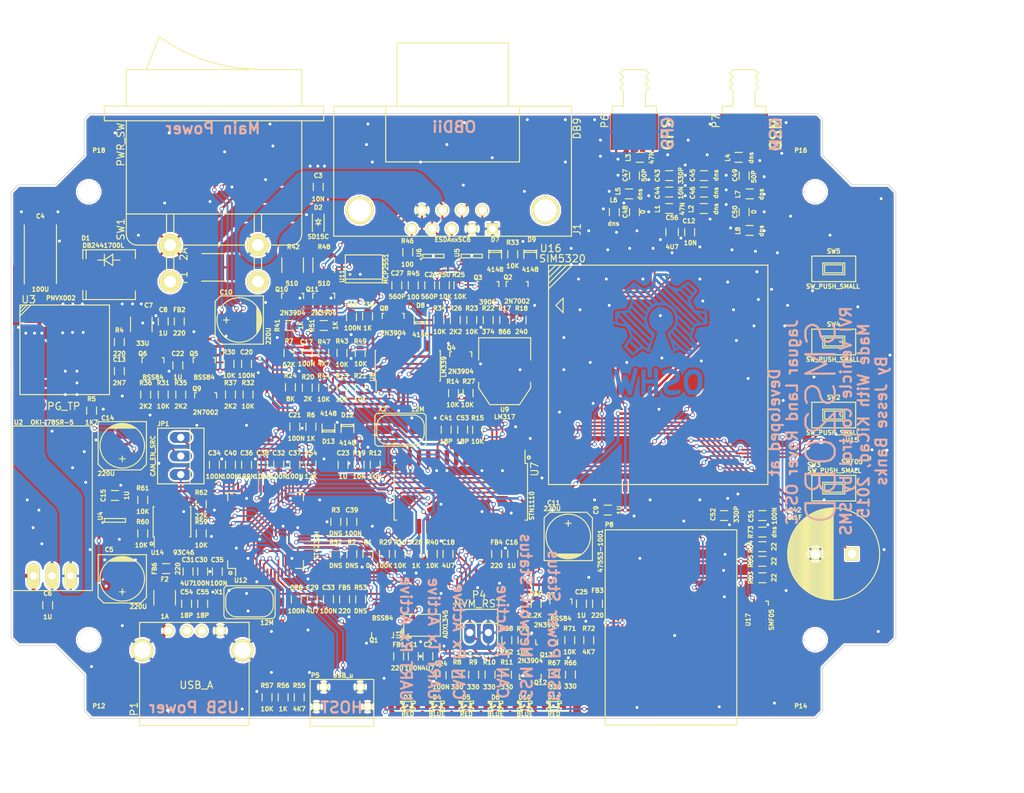
<source format=kicad_pcb>
(kicad_pcb (version 4) (host pcbnew "(2015-07-11 BZR 5925, Git c291b88)-product")
  (layers (0 F.Cu signal) (31 B.Cu signal) (34 B.Paste user) (35 F.Paste user) (36 B.SilkS user) (37 F.SilkS user) (38 B.Mask user) (39 F.Mask user hide) (44 Edge.Cuts user))
  (net 0 "")
  (net 1 "Net-(C1-Pad1)")
  (net 2 GND)
  (net 3 "Net-(C2-Pad1)")
  (net 4 "Net-(C7-Pad1)")
  (net 5 "Net-(C13-Pad1)")
  (net 6 "Net-(C13-Pad2)")
  (net 7 "Net-(C16-Pad2)")
  (net 8 BAT_SAMPLE)
  (net 9 "Net-(C18-Pad1)")
  (net 10 CAN_12V_SW)
  (net 11 CAN_5V_SW)
  (net 12 CAN_3.3V_SW)
  (net 13 "Net-(C26-Pad1)")
  (net 14 "Net-(C27-Pad1)")
  (net 15 FT3V3PLL)
  (net 16 FT3V3PHY)
  (net 17 FT1V8)
  (net 18 CLK_12P)
  (net 19 "Net-(C42-Pad1)")
  (net 20 "Net-(C43-Pad2)")
  (net 21 "Net-(C45-Pad2)")
  (net 22 "Net-(C47-Pad1)")
  (net 23 "Net-(C47-Pad2)")
  (net 24 GPS_ANT)
  (net 25 "Net-(C49-Pad1)")
  (net 26 "Net-(C49-Pad2)")
  (net 27 GSM_ANT)
  (net 28 SIM_V)
  (net 29 CLK_12M)
  (net 30 FT_CLK_M)
  (net 31 FT_CLK)
  (net 32 "Net-(D1-Pad2)")
  (net 33 "Net-(D3-Pad2)")
  (net 34 "Net-(D3-Pad1)")
  (net 35 "Net-(D4-Pad2)")
  (net 36 "Net-(D4-Pad1)")
  (net 37 "Net-(D5-Pad2)")
  (net 38 "Net-(D5-Pad1)")
  (net 39 "Net-(D6-Pad2)")
  (net 40 "Net-(D6-Pad1)")
  (net 41 "Net-(D10-Pad2)")
  (net 42 "Net-(D10-Pad1)")
  (net 43 "Net-(D11-Pad2)")
  (net 44 "Net-(D11-Pad1)")
  (net 45 "Net-(F2-Pad2)")
  (net 46 CAN_H)
  (net 47 K-LINE)
  (net 48 CAN_L)
  (net 49 "Net-(J1-Pad9)")
  (net 50 L-LINE)
  (net 51 J1850+)
  (net 52 J1850-)
  (net 53 CAN_POWERDOWN)
  (net 54 "Net-(JP1-Pad2)")
  (net 55 4V1F1)
  (net 56 "Net-(P1-Pad3)")
  (net 57 "Net-(P1-Pad2)")
  (net 58 "Net-(P2-Pad1)")
  (net 59 "Net-(P5-Pad1)")
  (net 60 USB_M)
  (net 61 USB_P)
  (net 62 "Net-(P5-Pad4)")
  (net 63 SIM_RESET)
  (net 64 SIM_CLK)
  (net 65 SIM_DATA)
  (net 66 "Net-(P9-Pad1)")
  (net 67 "Net-(P11-Pad1)")
  (net 68 "Net-(P13-Pad1)")
  (net 69 "Net-(P15-Pad1)")
  (net 70 PWM/~VPW)
  (net 71 "Net-(Q2-Pad3)")
  (net 72 "Net-(Q3-Pad1)")
  (net 73 "Net-(Q3-Pad2)")
  (net 74 "Net-(D7-Pad2)")
  (net 75 "Net-(Q4-Pad1)")
  (net 76 "Net-(Q4-Pad3)")
  (net 77 "Net-(Q5-Pad1)")
  (net 78 "Net-(Q6-Pad1)")
  (net 79 "Net-(Q7-Pad1)")
  (net 80 "Net-(Q8-Pad1)")
  (net 81 "Net-(Q9-Pad3)")
  (net 82 "Net-(Q10-Pad1)")
  (net 83 "Net-(Q11-Pad1)")
  (net 84 "Net-(Q12-Pad1)")
  (net 85 "Net-(Q13-Pad1)")
  (net 86 CAN_TX)
  (net 87 PWM_RX)
  (net 88 "Net-(R14-Pad1)")
  (net 89 J1850_BUS_+_TX)
  (net 90 "Net-(R15-Pad1)")
  (net 91 J1850_BUS_-_TX)
  (net 92 "Net-(R17-Pad1)")
  (net 93 "Net-(R20-Pad1)")
  (net 94 "Net-(R25-Pad2)")
  (net 95 "Net-(D9-Pad2)")
  (net 96 "Net-(D8-Pad1)")
  (net 97 ISO_L_TX)
  (net 98 "Net-(R43-Pad1)")
  (net 99 ISO_RX)
  (net 100 "Net-(R47-Pad1)")
  (net 101 "Net-(R50-Pad2)")
  (net 102 ISO_K_TX)
  (net 103 "Net-(R54-Pad1)")
  (net 104 "Net-(R55-Pad1)")
  (net 105 FTDI_RESET)
  (net 106 "Net-(R59-Pad1)")
  (net 107 EECS)
  (net 108 EECLK)
  (net 109 EEDATA)
  (net 110 "Net-(R63-Pad1)")
  (net 111 "Net-(R64-Pad1)")
  (net 112 "Net-(R65-Pad1)")
  (net 113 4V1)
  (net 114 GPIO_1)
  (net 115 GPIO_40)
  (net 116 "Net-(R73-Pad2)")
  (net 117 "Net-(SW1-Pad3)")
  (net 118 KEY_N0)
  (net 119 KEY_P0)
  (net 120 KEY_P1)
  (net 121 KEY_P2)
  (net 122 KEY_P3)
  (net 123 "Net-(U6-Pad3)")
  (net 124 ~VPW_RX)
  (net 125 CAN_RX)
  (net 126 "Net-(U11-Pad5)")
  (net 127 "Net-(U12-Pad24)")
  (net 128 GPRS_EN)
  (net 129 GPRS_RESET)
  (net 130 SPI_CLK)
  (net 131 SPI_MISO)
  (net 132 SPI_MOSI)
  (net 133 SPI_CS)
  (net 134 "Net-(U16-Pad15)")
  (net 135 "Net-(U16-Pad16)")
  (net 136 SPK_N)
  (net 137 SPK_P)
  (net 138 MIC_P)
  (net 139 MIC_N)
  (net 140 EAR_N)
  (net 141 EAR_P)
  (net 142 KEY_N1)
  (net 143 KEY_N2)
  (net 144 KEY_N3)
  (net 145 KEY_P4)
  (net 146 KEY_N4)
  (net 147 "Net-(U16-Pad44)")
  (net 148 "Net-(U16-Pad45)")
  (net 149 ADC2)
  (net 150 ADC1)
  (net 151 GPIO_44)
  (net 152 GPIO_43)
  (net 153 GPIO_41)
  (net 154 GPIO_42)
  (net 155 GPIO_4)
  (net 156 I2C_SCL)
  (net 157 I2C_SDA)
  (net 158 UART_RTS)
  (net 159 UART_CTS)
  (net 160 UART_RXD)
  (net 161 UART_RI)
  (net 162 UART_DCD)
  (net 163 UART_TXD)
  (net 164 UART_DTR)
  (net 165 PCM_DOUT)
  (net 166 PCM_DIN)
  (net 167 PCM_SYNC)
  (net 168 PCM_CLK)
  (net 169 "Net-(U16-Pad11)")
  (net 170 "Net-(U16-Pad12)")
  (net 171 "Net-(U16-Pad13)")
  (net 172 "Net-(U17-Pad4)")
  (net 173 12V0RAW)
  (net 174 12V0)
  (net 175 5V0)
  (net 176 3V3)
  (net 177 PD3)
  (net 178 SIMCARD)
  (net 179 "Net-(Q1-Pad1)")
  (net 180 ACL_EN)
  (net 181 PD1)
  (net 182 "Net-(R3-Pad1)")
  (net 183 PD2)
  (net 184 PB1)
  (net 185 ACL_SCK)
  (net 186 ACL_SDO)
  (net 187 ACL_CS)
  (net 188 ACL_INT1)
  (net 189 ACL_INT2)
  (net 190 ACL_SDI)
  (net 191 PD0)
  (net 192 PB0)
  (net 193 "Net-(U12-Pad28)")
  (net 194 "Net-(U12-Pad30)")
  (net 195 "Net-(U12-Pad32)")
  (net 196 "Net-(U12-Pad33)")
  (net 197 "Net-(U12-Pad34)")
  (net 198 "Net-(U12-Pad44)")
  (net 199 "Net-(U12-Pad45)")
  (net 200 "Net-(U12-Pad46)")
  (net 201 "Net-(U12-Pad40)")
  (net 202 "Net-(U12-Pad41)")
  (net 203 "Net-(U12-Pad43)")
  (net 204 "Net-(U12-Pad57)")
  (module Connect:USB_Micro-B (layer F.Cu) (at 137.25 132.75)
    (fp_text reference P5 (at -3.65 -3.15) (layer F.SilkS) (effects (font (size 0.6 0.6))))
    (fp_text value USB_u (at 0.15 -3.15) (layer F.SilkS) (effects (font (size 0.6 0.6))))
    (pad 1 smd rect (at -1.3009 -1.56254 90) (size 1.35 0.4) (layers F.Cu F.Paste F.Mask) (net 59 "Net-(P5-Pad1)"))
    (pad 2 smd rect (at -0.6509 -1.56254 90) (size 1.35 0.4) (layers F.Cu F.Paste F.Mask) (net 60 USB_M))
    (pad 3 smd rect (at -0.0009 -1.56254 90) (size 1.35 0.4) (layers F.Cu F.Paste F.Mask) (net 61 USB_P))
    (pad 4 smd rect (at 0.6491 -1.56254 90) (size 1.35 0.4) (layers F.Cu F.Paste F.Mask) (net 62 "Net-(P5-Pad4)"))
    (pad 5 smd rect (at 1.2991 -1.56254 90) (size 1.35 0.4) (layers F.Cu F.Paste F.Mask) (net 2 GND))
    (pad 6 thru_hole circle (at -2.5009 -1.56254 90) (size 1.25 1.25) (drill 0.85) (layers *.Cu *.Mask F.SilkS) (net 2 GND))
    (pad 6 thru_hole circle (at 2.4991 -1.56254 90) (size 1.25 1.25) (drill 0.85) (layers *.Cu *.Mask F.SilkS) (net 2 GND))
    (pad 6 thru_hole circle (at -3.5009 1.13746 90) (size 1.25 1.25) (drill 0.85) (layers *.Cu *.Mask F.SilkS) (net 2 GND))
    (pad 6 thru_hole circle (at 3.4991 1.13746 90) (size 1.25 1.25) (drill 0.85) (layers *.Cu *.Mask F.SilkS) (net 2 GND))
  )
  (module "Custom Parts:FSM006-2610" (layer F.Cu) (at 182.25 123 270)
    (fp_text reference P8 (at -14 8.45 360) (layer F.SilkS) (effects (font (size 0.6 0.6))))
    (fp_text value 47553-1001 (at -10.4 9.65 270) (layer F.SilkS) (effects (font (size 0.6 0.6))))
    (pad C1 smd rect (at -13.07 -3.145 270) (size 2.3 1) (layers F.Cu F.Paste F.Mask) (net 28 SIM_V))
    (pad C2 smd rect (at -13.07 -0.605 270) (size 2.3 1) (layers F.Cu F.Paste F.Mask) (net 63 SIM_RESET))
    (pad C3 smd rect (at -13.07 1.935 270) (size 2.3 1) (layers F.Cu F.Paste F.Mask) (net 64 SIM_CLK))
    (pad SW2 smd rect (at -13.07 5.745 270) (size 2.3 1) (layers F.Cu F.Paste F.Mask) (net 2 GND))
    (pad C5 smd rect (at -13.07 -1.875 270) (size 2.3 1) (layers F.Cu F.Paste F.Mask) (net 2 GND))
    (pad C6 smd rect (at -13.07 0.665 270) (size 2.3 1) (layers F.Cu F.Paste F.Mask) (net 28 SIM_V))
    (pad C7 smd rect (at -13.07 3.205 270) (size 2.3 1) (layers F.Cu F.Paste F.Mask) (net 65 SIM_DATA))
    (pad SW1 smd rect (at -13.07 4.475 270) (size 2.3 1) (layers F.Cu F.Paste F.Mask) (net 178 SIMCARD))
    (pad A smd rect (at 6.9 -9.7 270) (size 4 2) (layers F.Cu F.Paste F.Mask) (net 2 GND))
    (pad B smd rect (at 6.9 9.6 270) (size 4 2) (layers F.Cu F.Paste F.Mask) (net 2 GND))
  )
  (module Capacitors_Tantalum_SMD:TantalC_SizeD_EIA-7343_Reflow (layer F.Cu) (at 96 71.8 90)
    (fp_text reference C4 (at 5 0 180) (layer F.SilkS) (effects (font (size 0.6 0.6))))
    (fp_text value 100U (at -5 0 180) (layer F.SilkS) (effects (font (size 0.6 0.6))))
    (pad 2 smd rect (at 3.12 0 90) (size 2.37 2.43) (layers F.Cu F.Paste F.Mask) (net 2 GND))
    (pad 1 smd rect (at -3.12 0 90) (size 2.37 2.43) (layers F.Cu F.Paste F.Mask) (net 174 12V0))
  )
  (module Capacitors_SMD:C_1210 (layer F.Cu) (at 109.8 81.6 90)
    (fp_text reference C7 (at 2.6 1 180) (layer F.SilkS) (effects (font (size 0.6 0.6))))
    (fp_text value 33U (at -2.6 0.2 180) (layer F.SilkS) (effects (font (size 0.6 0.6))))
    (pad 1 smd rect (at -1.5 0 90) (size 1 2.5) (layers F.Cu F.Paste F.Mask) (net 4 "Net-(C7-Pad1)"))
    (pad 2 smd rect (at 1.5 0 90) (size 1 2.5) (layers F.Cu F.Paste F.Mask) (net 2 GND))
  )
  (module Diodes_SMD:Diode-SMC_Standard (layer F.Cu) (at 105.4 74.8)
    (fp_text reference D1 (at -3.2 -5) (layer F.SilkS) (effects (font (size 0.6 0.6))))
    (fp_text value DB2441700L (at -0.8 -4) (layer F.SilkS) (effects (font (size 0.6 0.6))))
    (pad 1 smd rect (at -3.40106 0 90) (size 3.29946 2.49936) (layers F.Cu F.Paste F.Mask) (net 174 12V0))
    (pad 2 smd rect (at 3.40106 0 90) (size 3.29946 2.49936) (layers F.Cu F.Paste F.Mask) (net 32 "Net-(D1-Pad2)"))
  )
  (module Diodes_SMD:SOD-323 (layer F.Cu) (at 134 67.6 90)
    (fp_text reference D2 (at 2 0 180) (layer F.SilkS) (effects (font (size 0.6 0.6))))
    (fp_text value SD15C (at -2 0 180) (layer F.SilkS) (effects (font (size 0.6 0.6))))
    (pad 1 smd rect (at -1.055 0 90) (size 0.59 0.45) (layers F.Cu F.Paste F.Mask) (net 32 "Net-(D1-Pad2)"))
    (pad 2 smd rect (at 1.055 0 90) (size 0.59 0.45) (layers F.Cu F.Paste F.Mask) (net 2 GND))
  )
  (module Resistors_SMD:R_1812 (layer F.Cu) (at 119.8 73.8)
    (fp_text reference F1 (at -4.2 1.4 90) (layer F.SilkS))
    (fp_text value 2A (at -4.2 -1.8 90) (layer F.SilkS))
    (pad 1 smd rect (at -2.4384 0) (size 1.6 3.5) (layers F.Cu F.Paste F.Mask) (net 173 12V0RAW))
    (pad 2 smd rect (at 2.4384 0) (size 1.6 3.5) (layers F.Cu F.Paste F.Mask) (net 32 "Net-(D1-Pad2)"))
  )
  (module Connect:DB9MC (layer F.Cu) (at 152.25 67.25)
    (fp_text reference J1 (at 17.15 1.35 90) (layer F.SilkS))
    (fp_text value DB9 (at 17.15 -12.45 90) (layer F.SilkS))
    (pad "" thru_hole circle (at 12.827 -1.27) (size 3.81 3.81) (drill 3.048) (layers *.Cu *.Mask F.SilkS))
    (pad "" thru_hole circle (at -12.573 -1.27) (size 3.81 3.81) (drill 3.048) (layers *.Cu *.Mask F.SilkS))
    (pad 1 thru_hole rect (at 5.588 1.27) (size 1.524 1.524) (drill 1.016) (layers *.Cu *.Mask F.SilkS) (net 2 GND))
    (pad 2 thru_hole circle (at 2.794 1.27) (size 1.524 1.524) (drill 1.016) (layers *.Cu *.Mask F.SilkS) (net 2 GND))
    (pad 3 thru_hole circle (at 0 1.27) (size 1.524 1.524) (drill 1.016) (layers *.Cu *.Mask F.SilkS) (net 46 CAN_H))
    (pad 4 thru_hole circle (at -2.667 1.27) (size 1.524 1.524) (drill 1.016) (layers *.Cu *.Mask F.SilkS) (net 47 K-LINE))
    (pad 5 thru_hole circle (at -5.461 1.27) (size 1.524 1.524) (drill 1.016) (layers *.Cu *.Mask F.SilkS) (net 48 CAN_L))
    (pad 9 thru_hole circle (at -4.064 -1.27) (size 1.524 1.524) (drill 1.016) (layers *.Cu *.Mask F.SilkS) (net 49 "Net-(J1-Pad9)"))
    (pad 8 thru_hole circle (at -1.27 -1.27) (size 1.524 1.524) (drill 1.016) (layers *.Cu *.Mask F.SilkS) (net 50 L-LINE))
    (pad 7 thru_hole circle (at 1.397 -1.27) (size 1.524 1.524) (drill 1.016) (layers *.Cu *.Mask F.SilkS) (net 51 J1850+))
    (pad 6 thru_hole circle (at 4.191 -1.27) (size 1.524 1.524) (drill 1.016) (layers *.Cu *.Mask F.SilkS) (net 52 J1850-))
  )
  (module Connect:PINHEAD1-3 (layer F.Cu) (at 115.2 99.6 270)
    (fp_text reference JP1 (at -4.4 2.4 360) (layer F.SilkS) (effects (font (size 0.6 0.6))))
    (fp_text value CAN_EN_SRC (at 0 3.8 450) (layer F.SilkS) (effects (font (size 0.6 0.6))))
    (pad 1 thru_hole oval (at -2.54 0 270) (size 1.50622 3.01498) (drill 0.99822) (layers *.Cu *.Mask) (net 53 CAN_POWERDOWN))
    (pad 2 thru_hole oval (at 0 0 270) (size 1.50622 3.01498) (drill 0.99822) (layers *.Cu *.Mask) (net 54 "Net-(JP1-Pad2)"))
    (pad 3 thru_hole oval (at 2.54 0 270) (size 1.50622 3.01498) (drill 0.99822) (layers *.Cu *.Mask) (net 177 PD3))
  )
  (module Connect:USB_A (layer F.Cu) (at 113.5 123.5)
    (fp_text reference P1 (at -4.7 10.7 90) (layer F.SilkS))
    (fp_text value USB_A (at 3.83794 7.43458) (layer F.SilkS))
    (pad 4 thru_hole circle (at 7.11286 -0.00212 270) (size 1.50114 1.50114) (drill 1.00076) (layers *.Cu *.Mask F.SilkS) (net 2 GND))
    (pad 3 thru_hole circle (at 4.57286 -0.00212 270) (size 1.50114 1.50114) (drill 1.00076) (layers *.Cu *.Mask F.SilkS) (net 56 "Net-(P1-Pad3)"))
    (pad 2 thru_hole circle (at 2.54086 -0.00212 270) (size 1.50114 1.50114) (drill 1.00076) (layers *.Cu *.Mask F.SilkS) (net 57 "Net-(P1-Pad2)"))
    (pad 1 thru_hole circle (at 0.00086 -0.00212 270) (size 1.50114 1.50114) (drill 1.00076) (layers *.Cu *.Mask F.SilkS) (net 45 "Net-(F2-Pad2)"))
    (pad 5 thru_hole circle (at 10.16086 2.66488 270) (size 2.99974 2.99974) (drill 2.30124) (layers *.Cu *.Mask F.SilkS) (net 2 GND))
    (pad 5 thru_hole circle (at -3.55514 2.66488 270) (size 2.99974 2.99974) (drill 2.30124) (layers *.Cu *.Mask F.SilkS) (net 2 GND))
  )
  (module Measurement_Points:Measurement_Point_Round-SMD-Pad_Small (layer F.Cu) (at 96 92.6 90)
    (fp_text reference P2 hide)
    (fp_text value PG_TP (at -0.2 3.2 180) (layer F.SilkS))
    (pad 1 smd circle (at 0 0 90) (size 1.524 1.524) (layers F.Cu F.Paste F.Mask) (net 58 "Net-(P2-Pad1)"))
  )
  (module Symbols:Symbol_OSHW-Logo_CopperTop_BIG (layer B.Cu) (at 180.8 61.6 180)
    (fp_text reference P3 hide)
    (fp_text value "Open Source")
    (fp_line (start 0.50038 -14.00048) (end -5.40004 -19.9009) (layer B.Cu) (width 0.381))
    (fp_line (start -5.10032 -18.60042) (end -4.59994 -18.10004) (layer B.Cu) (width 0.381))
    (fp_line (start -0.50038 -17.00022) (end -0.8001 -17.29994) (layer B.Cu) (width 0.381))
    (fp_line (start -2.49936 -19.99996) (end -2.30124 -19.7993) (layer B.Cu) (width 0.381))
    (fp_line (start -3.50012 -15.00124) (end -3.29946 -14.80058) (layer B.Cu) (width 0.381))
    (fp_line (start -4.0005 -15.49908) (end -4.39928 -15.9004) (layer B.Cu) (width 0.381))
    (fp_line (start -2.99974 -15.49908) (end -2.70002 -15.19936) (layer B.Cu) (width 0.381))
    (fp_line (start -1.99898 -15.49908) (end -1.50114 -15.00124) (layer B.Cu) (width 0.381))
    (fp_line (start 0 -13.5001) (end 0.20066 -13.29944) (layer B.Cu) (width 0.381))
    (fp_line (start 0.50038 -14.00048) (end 0.8001 -13.70076) (layer B.Cu) (width 0.381))
    (fp_line (start 0.50038 -15.00124) (end 1.00076 -14.50086) (layer B.Cu) (width 0.381))
    (fp_line (start 1.99898 -15.49908) (end 2.10058 -15.40002) (layer B.Cu) (width 0.381))
    (fp_line (start 1.00076 -15.49908) (end 1.39954 -15.1003) (layer B.Cu) (width 0.381))
    (fp_line (start 3.50012 -15.00124) (end 3.79984 -14.69898) (layer B.Cu) (width 0.381))
    (fp_line (start 4.0005 -15.49908) (end 4.30022 -15.19936) (layer B.Cu) (width 0.381))
    (fp_line (start -4.0005 -20.50034) (end -4.30022 -20.80006) (layer B.Cu) (width 0.381))
    (fp_line (start -2.49936 -18.9992) (end -2.19964 -18.69948) (layer B.Cu) (width 0.381))
    (fp_line (start -4.59994 -22.9997) (end -4.8006 -23.20036) (layer B.Cu) (width 0.381))
    (fp_line (start -2.49936 -21.00072) (end -1.99898 -20.50034) (layer B.Cu) (width 0.381))
    (fp_line (start -4.0005 -23.50008) (end -4.20116 -23.70074) (layer B.Cu) (width 0.381))
    (fp_line (start -1.99898 -21.5011) (end -1.50114 -21.00072) (layer B.Cu) (width 0.381))
    (fp_line (start -1.99898 -22.49932) (end -1.6002 -22.10054) (layer B.Cu) (width 0.381))
    (fp_line (start 3.50012 -18.00098) (end 4.0005 -17.5006) (layer B.Cu) (width 0.381))
    (fp_line (start 4.0005 -18.49882) (end 4.30022 -18.1991) (layer B.Cu) (width 0.381))
    (fp_line (start 3.50012 -21.99894) (end 3.8989 -21.60016) (layer B.Cu) (width 0.381))
    (fp_line (start 5.4991 -18.9992) (end 5.90042 -18.60042) (layer B.Cu) (width 0.381))
    (fp_line (start 4.0005 -22.49932) (end 2.99974 -23.50008) (layer B.Cu) (width 0.381))
    (fp_line (start 3.50012 -21.99894) (end 2.49936 -22.9997) (layer B.Cu) (width 0.381))
    (fp_line (start 5.4991 -18.9992) (end 1.50114 -22.9997) (layer B.Cu) (width 0.381))
    (fp_line (start 5.00126 -18.49882) (end 1.50114 -21.99894) (layer B.Cu) (width 0.381))
    (fp_line (start 4.0005 -18.49882) (end 1.00076 -21.5011) (layer B.Cu) (width 0.381))
    (fp_line (start -1.99898 -22.49932) (end -2.49936 -22.9997) (layer B.Cu) (width 0.381))
    (fp_line (start -1.99898 -21.5011) (end -4.0005 -23.50008) (layer B.Cu) (width 0.381))
    (fp_line (start -2.49936 -21.00072) (end -4.50088 -22.9997) (layer B.Cu) (width 0.381))
    (fp_line (start -2.49936 -19.99996) (end -4.0005 -21.5011) (layer B.Cu) (width 0.381))
    (fp_line (start -2.49936 -18.9992) (end -4.0005 -20.50034) (layer B.Cu) (width 0.381))
    (fp_line (start 0 -13.5001) (end -1.00076 -14.50086) (layer B.Cu) (width 0.381))
    (fp_line (start -3.50012 -15.00124) (end -4.0005 -15.49908) (layer B.Cu) (width 0.381))
    (fp_line (start -2.99974 -15.49908) (end -4.0005 -16.49984) (layer B.Cu) (width 0.381))
    (fp_line (start -5.00126 -18.49882) (end -5.99948 -19.49958) (layer B.Cu) (width 0.381))
    (fp_line (start -1.99898 -15.49908) (end -4.50088 -18.00098) (layer B.Cu) (width 0.381))
    (fp_line (start 0.50038 -15.00124) (end -4.50088 -19.99996) (layer B.Cu) (width 0.381))
    (fp_line (start 3.50012 -18.00098) (end 1.99898 -19.49958) (layer B.Cu) (width 0.381))
    (fp_line (start 3.50012 -17.00022) (end 1.99898 -18.49882) (layer B.Cu) (width 0.381))
    (fp_line (start 1.00076 -15.49908) (end -0.50038 -17.00022) (layer B.Cu) (width 0.381))
    (fp_line (start 4.0005 -15.49908) (end 1.50114 -18.00098) (layer B.Cu) (width 0.381))
    (fp_line (start 3.50012 -15.00124) (end 1.00076 -17.5006) (layer B.Cu) (width 0.381))
    (fp_line (start 1.99898 -15.49908) (end 0.50038 -17.00022) (layer B.Cu) (width 0.381))
    (fp_line (start 4.8006 -27.29992) (end 4.8006 -27.89936) (layer B.Cu) (width 0.381))
    (fp_line (start 3.29946 -26.2001) (end 4.09956 -29.49956) (layer B.Cu) (width 0.381))
    (fp_line (start 4.09956 -29.49956) (end 4.30022 -29.49956) (layer B.Cu) (width 0.381))
    (fp_line (start 4.30022 -29.49956) (end 4.699 -28.10002) (layer B.Cu) (width 0.381))
    (fp_line (start 4.699 -28.10002) (end 4.8006 -28.10002) (layer B.Cu) (width 0.381))
    (fp_line (start 4.8006 -28.10002) (end 5.30098 -29.49956) (layer B.Cu) (width 0.381))
    (fp_line (start 5.30098 -29.49956) (end 5.40004 -29.49956) (layer B.Cu) (width 0.381))
    (fp_line (start 5.40004 -29.49956) (end 6.20014 -26.29916) (layer B.Cu) (width 0.381))
    (fp_line (start 6.20014 -26.29916) (end 5.99948 -26.29916) (layer B.Cu) (width 0.381))
    (fp_line (start 5.99948 -26.29916) (end 5.30098 -28.90012) (layer B.Cu) (width 0.381))
    (fp_line (start 5.30098 -28.90012) (end 4.89966 -27.09926) (layer B.Cu) (width 0.381))
    (fp_line (start 4.89966 -27.09926) (end 4.699 -27.09926) (layer B.Cu) (width 0.381))
    (fp_line (start 4.699 -27.09926) (end 4.09956 -28.90012) (layer B.Cu) (width 0.381))
    (fp_line (start 4.09956 -28.90012) (end 3.50012 -26.2001) (layer B.Cu) (width 0.381))
    (fp_line (start 3.50012 -26.2001) (end 3.29946 -26.2001) (layer B.Cu) (width 0.381))
    (fp_line (start 0.59944 -27.70124) (end 2.10058 -27.70124) (layer B.Cu) (width 0.381))
    (fp_line (start 2.10058 -27.70124) (end 2.10058 -27.89936) (layer B.Cu) (width 0.381))
    (fp_line (start 2.10058 -27.89936) (end 0.70104 -27.89936) (layer B.Cu) (width 0.381))
    (fp_line (start 2.19964 -26.29916) (end 2.19964 -29.49956) (layer B.Cu) (width 0.381))
    (fp_line (start 2.19964 -29.49956) (end 2.4003 -29.49956) (layer B.Cu) (width 0.381))
    (fp_line (start 2.4003 -29.49956) (end 2.4003 -26.29916) (layer B.Cu) (width 0.381))
    (fp_line (start 2.4003 -26.29916) (end 2.19964 -26.29916) (layer B.Cu) (width 0.381))
    (fp_line (start 0.70104 -26.2001) (end 0.59944 -26.2001) (layer B.Cu) (width 0.381))
    (fp_line (start 0.50038 -26.2001) (end 0.50038 -29.49956) (layer B.Cu) (width 0.381))
    (fp_line (start 0.50038 -29.49956) (end 0.70104 -29.49956) (layer B.Cu) (width 0.381))
    (fp_line (start 0.70104 -29.49956) (end 0.70104 -26.2001) (layer B.Cu) (width 0.381))
    (fp_line (start -0.39878 -26.49982) (end -0.50038 -26.40076) (layer B.Cu) (width 0.381))
    (fp_line (start -0.50038 -26.40076) (end -0.89916 -26.29916) (layer B.Cu) (width 0.381))
    (fp_line (start -0.89916 -26.29916) (end -1.39954 -26.2001) (layer B.Cu) (width 0.381))
    (fp_line (start -1.39954 -26.2001) (end -2.10058 -26.40076) (layer B.Cu) (width 0.381))
    (fp_line (start -2.10058 -26.40076) (end -2.4003 -26.70048) (layer B.Cu) (width 0.381))
    (fp_line (start -2.4003 -26.70048) (end -2.49936 -27.20086) (layer B.Cu) (width 0.381))
    (fp_line (start -2.49936 -27.20086) (end -2.4003 -27.59964) (layer B.Cu) (width 0.381))
    (fp_line (start -2.4003 -27.59964) (end -1.99898 -27.89936) (layer B.Cu) (width 0.381))
    (fp_line (start -1.99898 -27.89936) (end -1.50114 -28.10002) (layer B.Cu) (width 0.381))
    (fp_line (start -1.50114 -28.10002) (end -1.09982 -28.19908) (layer B.Cu) (width 0.381))
    (fp_line (start -1.09982 -28.19908) (end -0.89916 -28.39974) (layer B.Cu) (width 0.381))
    (fp_line (start -0.89916 -28.39974) (end -0.8001 -28.69946) (layer B.Cu) (width 0.381))
    (fp_line (start -0.8001 -28.69946) (end -0.89916 -28.99918) (layer B.Cu) (width 0.381))
    (fp_line (start -0.89916 -28.99918) (end -1.19888 -29.19984) (layer B.Cu) (width 0.381))
    (fp_line (start -1.19888 -29.19984) (end -1.6002 -29.19984) (layer B.Cu) (width 0.381))
    (fp_line (start -1.6002 -29.19984) (end -2.10058 -29.19984) (layer B.Cu) (width 0.381))
    (fp_line (start -2.10058 -29.19984) (end -2.4003 -29.10078) (layer B.Cu) (width 0.381))
    (fp_line (start -2.4003 -29.10078) (end -2.60096 -29.19984) (layer B.Cu) (width 0.381))
    (fp_line (start -2.60096 -29.19984) (end -2.30124 -29.4005) (layer B.Cu) (width 0.381))
    (fp_line (start -2.30124 -29.4005) (end -1.69926 -29.49956) (layer B.Cu) (width 0.381))
    (fp_line (start -1.69926 -29.49956) (end -1.09982 -29.49956) (layer B.Cu) (width 0.381))
    (fp_line (start -1.09982 -29.49956) (end -0.70104 -29.19984) (layer B.Cu) (width 0.381))
    (fp_line (start -0.70104 -29.19984) (end -0.59944 -28.69946) (layer B.Cu) (width 0.381))
    (fp_line (start -0.59944 -28.69946) (end -0.59944 -28.39974) (layer B.Cu) (width 0.381))
    (fp_line (start -0.59944 -28.39974) (end -0.8001 -28.10002) (layer B.Cu) (width 0.381))
    (fp_line (start -0.8001 -28.10002) (end -1.30048 -27.89936) (layer B.Cu) (width 0.381))
    (fp_line (start -1.30048 -27.89936) (end -1.80086 -27.70124) (layer B.Cu) (width 0.381))
    (fp_line (start -1.80086 -27.70124) (end -2.19964 -27.39898) (layer B.Cu) (width 0.381))
    (fp_line (start -2.19964 -27.39898) (end -2.30124 -27.09926) (layer B.Cu) (width 0.381))
    (fp_line (start -2.30124 -27.09926) (end -2.10058 -26.79954) (layer B.Cu) (width 0.381))
    (fp_line (start -2.10058 -26.79954) (end -1.69926 -26.49982) (layer B.Cu) (width 0.381))
    (fp_line (start -1.69926 -26.49982) (end -1.09982 -26.49982) (layer B.Cu) (width 0.381))
    (fp_line (start -1.09982 -26.49982) (end -0.70104 -26.59888) (layer B.Cu) (width 0.381))
    (fp_line (start -0.70104 -26.59888) (end -0.39878 -26.70048) (layer B.Cu) (width 0.381))
    (fp_line (start -4.50088 -26.59888) (end -4.8006 -26.59888) (layer B.Cu) (width 0.381))
    (fp_line (start -4.8006 -26.59888) (end -5.19938 -26.90114) (layer B.Cu) (width 0.381))
    (fp_line (start -5.19938 -26.90114) (end -5.30098 -27.39898) (layer B.Cu) (width 0.381))
    (fp_line (start -5.30098 -27.39898) (end -5.30098 -28.19908) (layer B.Cu) (width 0.381))
    (fp_line (start -5.30098 -28.19908) (end -5.19938 -28.69946) (layer B.Cu) (width 0.381))
    (fp_line (start -5.19938 -28.69946) (end -5.00126 -28.99918) (layer B.Cu) (width 0.381))
    (fp_line (start -5.00126 -28.99918) (end -4.59994 -29.19984) (layer B.Cu) (width 0.381))
    (fp_line (start -4.59994 -29.19984) (end -4.20116 -29.19984) (layer B.Cu) (width 0.381))
    (fp_line (start -4.20116 -29.19984) (end -3.79984 -28.90012) (layer B.Cu) (width 0.381))
    (fp_line (start -3.79984 -28.90012) (end -3.59918 -28.19908) (layer B.Cu) (width 0.381))
    (fp_line (start -3.59918 -28.19908) (end -3.59918 -27.39898) (layer B.Cu) (width 0.381))
    (fp_line (start -3.59918 -27.39898) (end -3.79984 -27.0002) (layer B.Cu) (width 0.381))
    (fp_line (start -3.79984 -27.0002) (end -4.0005 -26.79954) (layer B.Cu) (width 0.381))
    (fp_line (start -4.0005 -26.79954) (end -4.39928 -26.59888) (layer B.Cu) (width 0.381))
    (fp_line (start -4.50088 -26.29916) (end -4.89966 -26.40076) (layer B.Cu) (width 0.381))
    (fp_line (start -4.89966 -26.40076) (end -5.19938 -26.49982) (layer B.Cu) (width 0.381))
    (fp_line (start -5.19938 -26.49982) (end -5.4991 -27.0002) (layer B.Cu) (width 0.381))
    (fp_line (start -5.4991 -27.0002) (end -5.6007 -27.59964) (layer B.Cu) (width 0.381))
    (fp_line (start -5.6007 -27.59964) (end -5.4991 -28.69946) (layer B.Cu) (width 0.381))
    (fp_line (start -5.4991 -28.69946) (end -5.19938 -29.2989) (layer B.Cu) (width 0.381))
    (fp_line (start -5.19938 -29.2989) (end -4.59994 -29.49956) (layer B.Cu) (width 0.381))
    (fp_line (start -4.59994 -29.49956) (end -3.8989 -29.4005) (layer B.Cu) (width 0.381))
    (fp_line (start -3.8989 -29.4005) (end -3.50012 -28.80106) (layer B.Cu) (width 0.381))
    (fp_line (start -3.50012 -28.80106) (end -3.40106 -28.10002) (layer B.Cu) (width 0.381))
    (fp_line (start -3.40106 -28.10002) (end -3.40106 -27.39898) (layer B.Cu) (width 0.381))
    (fp_line (start -3.40106 -27.39898) (end -3.59918 -26.79954) (layer B.Cu) (width 0.381))
    (fp_line (start -3.59918 -26.79954) (end -4.0005 -26.40076) (layer B.Cu) (width 0.381))
    (fp_line (start -4.0005 -26.40076) (end -4.50088 -26.29916) (layer B.Cu) (width 0.381))
    (fp_line (start -1.09982 -21.20138) (end -1.6002 -20.80006) (layer B.Cu) (width 0.381))
    (fp_line (start -1.6002 -20.80006) (end -1.99898 -20.29968) (layer B.Cu) (width 0.381))
    (fp_line (start -1.99898 -20.29968) (end -2.19964 -19.7993) (layer B.Cu) (width 0.381))
    (fp_line (start -2.19964 -19.7993) (end -2.19964 -19.1008) (layer B.Cu) (width 0.381))
    (fp_line (start -2.19964 -19.1008) (end -2.09804 -18.50136) (layer B.Cu) (width 0.381))
    (fp_line (start -2.09804 -18.50136) (end -1.69926 -17.89938) (layer B.Cu) (width 0.381))
    (fp_line (start -1.69926 -17.89938) (end -0.89916 -17.29994) (layer B.Cu) (width 0.381))
    (fp_line (start -0.89916 -17.29994) (end -0.09906 -17.20088) (layer B.Cu) (width 0.381))
    (fp_line (start -0.09906 -17.20088) (end 0.60198 -17.20088) (layer B.Cu) (width 0.381))
    (fp_line (start 0.60198 -17.20088) (end 1.30048 -17.70126) (layer B.Cu) (width 0.381))
    (fp_line (start 1.30048 -17.70126) (end 1.80086 -18.39976) (layer B.Cu) (width 0.381))
    (fp_line (start 1.80086 -18.39976) (end 2.00152 -18.9992) (layer B.Cu) (width 0.381))
    (fp_line (start 2.00152 -18.9992) (end 2.00152 -19.70024) (layer B.Cu) (width 0.381))
    (fp_line (start 2.00152 -19.70024) (end 1.7018 -20.50034) (layer B.Cu) (width 0.381))
    (fp_line (start 1.7018 -20.50034) (end 1.20142 -21.00072) (layer B.Cu) (width 0.381))
    (fp_line (start 1.20142 -21.00072) (end 0.9017 -21.20138) (layer B.Cu) (width 0.381))
    (fp_line (start 0.9017 -21.30044) (end 1.651 -23.55088) (layer B.Cu) (width 0.381))
    (fp_line (start 1.651 -23.55088) (end 2.5019 -23.1013) (layer B.Cu) (width 0.381))
    (fp_line (start 2.5019 -23.1013) (end 3.79984 -24.09952) (layer B.Cu) (width 0.381))
    (fp_line (start 3.79984 -24.09952) (end 4.8006 -22.9997) (layer B.Cu) (width 0.381))
    (fp_line (start 4.8006 -22.9997) (end 3.90144 -21.69922) (layer B.Cu) (width 0.381))
    (fp_line (start 3.90144 -21.69922) (end 4.40182 -20.40128) (layer B.Cu) (width 0.381))
    (fp_line (start 4.40182 -20.40128) (end 4.40182 -20.20062) (layer B.Cu) (width 0.381))
    (fp_line (start 4.40182 -20.20062) (end 6.00202 -19.9009) (layer B.Cu) (width 0.381))
    (fp_line (start 6.00202 -19.9009) (end 6.00202 -18.39976) (layer B.Cu) (width 0.381))
    (fp_line (start 6.00202 -18.39976) (end 4.40182 -18.20164) (layer B.Cu) (width 0.381))
    (fp_line (start 4.40182 -18.20164) (end 3.79984 -16.79956) (layer B.Cu) (width 0.381))
    (fp_line (start 3.79984 -16.79956) (end 4.70154 -15.40002) (layer B.Cu) (width 0.381))
    (fp_line (start 4.70154 -15.40002) (end 3.60172 -14.39926) (layer B.Cu) (width 0.381))
    (fp_line (start 3.60172 -14.39926) (end 2.30124 -15.30096) (layer B.Cu) (width 0.381))
    (fp_line (start 2.30124 -15.30096) (end 1.09982 -14.80058) (layer B.Cu) (width 0.381))
    (fp_line (start 1.09982 -14.80058) (end 0.70104 -13.20038) (layer B.Cu) (width 0.381))
    (fp_line (start 0.70104 -13.20038) (end -0.8001 -13.20038) (layer B.Cu) (width 0.381))
    (fp_line (start -0.8001 -13.20038) (end -1.09982 -14.80058) (layer B.Cu) (width 0.381))
    (fp_line (start -1.09982 -14.80058) (end -2.4003 -15.30096) (layer B.Cu) (width 0.381))
    (fp_line (start -2.4003 -15.30096) (end -3.79984 -14.3002) (layer B.Cu) (width 0.381))
    (fp_line (start -3.79984 -14.3002) (end -4.89966 -15.40002) (layer B.Cu) (width 0.381))
    (fp_line (start -4.89966 -15.40002) (end -3.8989 -16.7005) (layer B.Cu) (width 0.381))
    (fp_line (start -3.8989 -16.7005) (end -4.59994 -18.20164) (layer B.Cu) (width 0.381))
    (fp_line (start -4.59994 -18.20164) (end -6.20014 -18.39976) (layer B.Cu) (width 0.381))
    (fp_line (start -6.20014 -18.39976) (end -6.2992 -19.7993) (layer B.Cu) (width 0.381))
    (fp_line (start -6.2992 -19.7993) (end -4.699 -20.10156) (layer B.Cu) (width 0.381))
    (fp_line (start -4.699 -20.10156) (end -4.09956 -21.69922) (layer B.Cu) (width 0.381))
    (fp_line (start -4.09956 -21.69922) (end -4.99872 -22.9997) (layer B.Cu) (width 0.381))
    (fp_line (start -4.99872 -22.9997) (end -3.99796 -24.09952) (layer B.Cu) (width 0.381))
    (fp_line (start -3.99796 -24.09952) (end -2.70002 -23.20036) (layer B.Cu) (width 0.381))
    (fp_line (start -2.70002 -23.20036) (end -1.99898 -23.50008) (layer B.Cu) (width 0.381))
    (fp_line (start -1.99898 -23.50008) (end -1.09982 -21.20138) (layer B.Cu) (width 0.381))
  )
  (module Connect:PINHEAD1-2 (layer F.Cu) (at 156 123.75)
    (fp_text reference P4 (at 0 -5.15) (layer F.SilkS))
    (fp_text value NVM_RST (at -0.2 -3.95 180) (layer F.SilkS))
    (pad 1 thru_hole oval (at -1.27 0) (size 1.50622 3.01498) (drill 0.99822) (layers *.Cu *.Mask) (net 40 "Net-(D6-Pad1)"))
    (pad 2 thru_hole oval (at 1.27 0) (size 1.50622 3.01498) (drill 0.99822) (layers *.Cu *.Mask) (net 2 GND))
  )
  (module "Custom Parts:SMA-RA_142-0701-801" (layer F.Cu) (at 177.25 52.75)
    (fp_text reference P6 (at -4.05 1.05 90) (layer F.SilkS))
    (fp_text value SMA hide)
    (pad 1 smd rect (at 0 2.5) (size 1.1 5) (layers F.Cu F.Mask) (net 23 "Net-(C47-Pad2)"))
    (pad 2 smd rect (at -2.5 2.5) (size 1.5 5) (layers F.Cu F.Mask) (net 2 GND))
    (pad 2 smd rect (at 2.5 2.5) (size 1.5 5) (layers F.Cu F.Mask) (net 2 GND))
    (pad 2 smd rect (at 0 2.5) (size 6 5) (layers B.Cu B.Mask) (net 2 GND))
  )
  (module "Custom Parts:SMA-RA_142-0701-801" (layer F.Cu) (at 192.25 52.75)
    (fp_text reference P7 (at -3.85 1.05 90) (layer F.SilkS))
    (fp_text value SMA hide)
    (pad 1 smd rect (at 0 2.5) (size 1.1 5) (layers F.Cu F.Mask) (net 26 "Net-(C49-Pad2)"))
    (pad 2 smd rect (at -2.5 2.5) (size 1.5 5) (layers F.Cu F.Mask) (net 2 GND))
    (pad 2 smd rect (at 2.5 2.5) (size 1.5 5) (layers F.Cu F.Mask) (net 2 GND))
    (pad 2 smd rect (at 0 2.5) (size 6 5) (layers B.Cu B.Mask) (net 2 GND))
  )
  (module Mounting_Holes:MountingHole_3mm (layer F.Cu) (at 102.607 63.4614)
    (fp_text reference P9 hide)
    (fp_text value "Board Mount 1" hide)
    (pad 1 thru_hole circle (at 0 0) (size 3 3) (drill 3) (layers) (net 66 "Net-(P9-Pad1)"))
  )
  (module Mounting_Holes:MountingHole_3mm (layer F.Cu) (at 201.9718 63.4614)
    (fp_text reference P11 hide)
    (fp_text value "Board Mount 2" hide)
    (pad 1 thru_hole circle (at 0 0) (size 3 3) (drill 3) (layers) (net 67 "Net-(P11-Pad1)"))
  )
  (module Fiducials:Fiducial_1mm_Dia_2.54mm_Outer_CopperTop (layer F.Cu) (at 104 132)
    (fp_text reference P12 (at 0 1.8) (layer F.SilkS) (effects (font (size 0.6 0.6))))
    (fp_text value Ficudial1 hide)
    (pad ~ smd circle (at 0 0) (size 1 1) (layers F.Cu F.Mask) (clearance 0.77))
  )
  (module Mounting_Holes:MountingHole_3mm (layer F.Cu) (at 102.607 124.7262)
    (fp_text reference P13 hide)
    (fp_text value "Board Mount 3" hide)
    (pad 1 thru_hole circle (at 0 0) (size 3 3) (drill 3) (layers) (net 68 "Net-(P13-Pad1)"))
  )
  (module Fiducials:Fiducial_1mm_Dia_2.54mm_Outer_CopperTop (layer F.Cu) (at 200 132)
    (fp_text reference P14 (at 0 1.8) (layer F.SilkS) (effects (font (size 0.6 0.6))))
    (fp_text value Ficudial2 hide)
    (pad ~ smd circle (at 0 0) (size 1 1) (layers F.Cu F.Mask) (clearance 0.77))
  )
  (module Mounting_Holes:MountingHole_3mm (layer F.Cu) (at 201.9718 124.7262)
    (fp_text reference P15 hide)
    (fp_text value "Board Mount 4" hide)
    (pad 1 thru_hole circle (at 0 0) (size 3 3) (drill 3) (layers) (net 69 "Net-(P15-Pad1)"))
  )
  (module Fiducials:Fiducial_1mm_Dia_2.54mm_Outer_CopperTop (layer F.Cu) (at 200 56)
    (fp_text reference P16 (at 0 1.8) (layer F.SilkS) (effects (font (size 0.6 0.6))))
    (fp_text value Ficudial3 hide)
    (pad ~ smd circle (at 0 0) (size 1 1) (layers F.Cu F.Mask) (clearance 0.77))
  )
  (module Fiducials:Fiducial_1mm_Dia_2.54mm_Outer_CopperTop (layer F.Cu) (at 104 56)
    (fp_text reference P18 (at 0 1.8) (layer F.SilkS) (effects (font (size 0.6 0.6))))
    (fp_text value Ficudial4 hide)
    (pad ~ smd circle (at 0 0) (size 1 1) (layers F.Cu F.Mask) (clearance 0.77))
  )
  (module "Custom Parts:LGA-14_5x3mm" (layer F.Cu) (at 148.2 122.75 90)
    (fp_text reference U1 (at -1.25 -3.2 90) (layer F.SilkS) (effects (font (size 0.6 0.6))))
    (fp_text value ADXL345 (at 0.15 3.2 270) (layer F.SilkS) (effects (font (size 0.6 0.6))))
    (pad 1 smd rect (at -1 -2 90) (size 0.82 0.5) (layers F.Cu F.Paste F.Mask) (net 1 "Net-(C1-Pad1)"))
    (pad 2 smd rect (at -1 -1.2 90) (size 0.82 0.5) (layers F.Cu F.Paste F.Mask) (net 2 GND))
    (pad 3 smd rect (at -1 -0.4 90) (size 0.82 0.5) (layers F.Cu F.Paste F.Mask))
    (pad 4 smd rect (at -1 0.4 90) (size 0.82 0.4) (layers F.Cu F.Paste F.Mask) (net 2 GND))
    (pad 5 smd rect (at -1 1.2 90) (size 0.82 0.5) (layers F.Cu F.Paste F.Mask) (net 2 GND))
    (pad 6 smd rect (at -1 2 90) (size 0.82 0.5) (layers F.Cu F.Paste F.Mask) (net 3 "Net-(C2-Pad1)"))
    (pad 7 smd rect (at 0 2 180) (size 0.82 0.5) (layers F.Cu F.Paste F.Mask) (net 187 ACL_CS))
    (pad 8 smd rect (at 1 2 90) (size 0.82 0.5) (layers F.Cu F.Paste F.Mask) (net 188 ACL_INT1))
    (pad 9 smd rect (at 1 1.2 90) (size 0.82 0.5) (layers F.Cu F.Paste F.Mask) (net 189 ACL_INT2))
    (pad 10 smd rect (at 1 0.4 90) (size 0.82 0.5) (layers F.Cu F.Paste F.Mask))
    (pad 11 smd rect (at 1 -0.4 90) (size 0.82 0.5) (layers F.Cu F.Paste F.Mask))
    (pad 12 smd rect (at 1 -1.2 90) (size 0.82 0.5) (layers F.Cu F.Paste F.Mask) (net 186 ACL_SDO))
    (pad 13 smd rect (at 1 -2 90) (size 0.82 0.5) (layers F.Cu F.Paste F.Mask) (net 190 ACL_SDI))
    (pad 14 smd rect (at 0 -2) (size 0.82 0.5) (layers F.Cu F.Paste F.Mask) (net 185 ACL_SCK))
  )
  (module "Custom Parts:TO-220_OKI-78SR" (layer F.Cu) (at 97.6 116)
    (fp_text reference U2 (at -4.6 -21) (layer F.SilkS) (effects (font (size 0.6 0.6))))
    (fp_text value OKI-78SR-5 (at 0 -21 180) (layer F.SilkS) (effects (font (size 0.6 0.6))))
    (pad 2 thru_hole oval (at 0 0 90) (size 3.50012 1.69926) (drill 1.00076) (layers *.Cu *.Mask F.SilkS) (net 2 GND))
    (pad 3 thru_hole oval (at -2.54 0 90) (size 3.50012 1.69926) (drill 1.00076) (layers *.Cu *.Mask F.SilkS) (net 175 5V0))
    (pad 1 thru_hole oval (at 2.54 0 90) (size 3.50012 1.69926) (drill 1.00076) (layers *.Cu *.Mask F.SilkS) (net 174 12V0))
  )
  (module "Custom Parts:PNVX002" (layer F.Cu) (at 93.2 91.2)
    (fp_text reference U3 (at 1.2 -13) (layer F.SilkS))
    (fp_text value PNVX002 (at 5.6 -13.2) (layer F.SilkS) (effects (font (size 0.6 0.6))))
    (pad 2 smd rect (at 2.67 -10.67) (size 4.07 1.77) (layers F.Cu F.Paste F.Mask) (net 174 12V0))
    (pad 3 smd rect (at 7.24 -10.67) (size 4.07 1.77) (layers F.Cu F.Paste F.Mask) (net 2 GND))
    (pad 4 smd rect (at 10.67 -9.53) (size 1.77 4.07) (layers F.Cu F.Paste F.Mask) (net 4 "Net-(C7-Pad1)"))
    (pad 5 smd rect (at 10.67 -6.1) (size 1 1) (layers F.Cu F.Paste F.Mask) (net 4 "Net-(C7-Pad1)"))
    (pad 6 smd rect (at 10.67 -1.52) (size 1 1) (layers F.Cu F.Paste F.Mask) (net 6 "Net-(C13-Pad2)"))
    (pad 7 smd rect (at 6.1 -1.52) (size 1 1) (layers F.Cu F.Paste F.Mask) (net 2 GND))
    (pad 8 smd rect (at 3.81 -1.52) (size 1 1) (layers F.Cu F.Paste F.Mask))
    (pad 9 smd rect (at 1.52 -1.52) (size 1 1) (layers F.Cu F.Paste F.Mask))
    (pad 10 smd rect (at 1.52 -3.81) (size 1 1) (layers F.Cu F.Paste F.Mask) (net 58 "Net-(P2-Pad1)"))
    (pad 1 smd rect (at 1.52 -6.1) (size 1 1) (layers F.Cu F.Paste F.Mask) (net 191 PD0))
  )
  (module Housings_SOT-23_SOT-143_TSOT-6:SOT-23-5 (layer F.Cu) (at 106.2 108.4 90)
    (fp_text reference U4 (at 0.6 -2 90) (layer F.SilkS) (effects (font (size 0.6 0.6))))
    (fp_text value TLV70033DDC hide)
    (pad 1 smd rect (at -1.1 -0.95 90) (size 1.06 0.65) (layers F.Cu F.Paste F.Mask) (net 175 5V0))
    (pad 2 smd rect (at -1.1 0 90) (size 1.06 0.65) (layers F.Cu F.Paste F.Mask) (net 2 GND))
    (pad 3 smd rect (at -1.1 0.95 90) (size 1.06 0.65) (layers F.Cu F.Paste F.Mask) (net 105 FTDI_RESET))
    (pad 4 smd rect (at 1.1 0.95 90) (size 1.06 0.65) (layers F.Cu F.Paste F.Mask))
    (pad 5 smd rect (at 1.1 -0.95 90) (size 1.06 0.65) (layers F.Cu F.Paste F.Mask) (net 176 3V3))
  )
  (module Housings_SOT-23_SOT-143_TSOT-6:SOT-23-6 (layer F.Cu) (at 155 72.25 90)
    (fp_text reference U5 (at 0.45 -2 90) (layer F.SilkS) (effects (font (size 0.6 0.6))))
    (fp_text value ESDAxxSC6 hide)
    (pad 1 smd rect (at -1.1 -0.95 90) (size 1.06 0.65) (layers F.Cu F.Paste F.Mask) (net 46 CAN_H))
    (pad 2 smd rect (at -1.1 0 90) (size 1.06 0.65) (layers F.Cu F.Paste F.Mask) (net 2 GND))
    (pad 3 smd rect (at -1.1 0.95 90) (size 1.06 0.65) (layers F.Cu F.Paste F.Mask) (net 50 L-LINE))
    (pad 4 smd rect (at 1.1 0.95 90) (size 1.06 0.65) (layers F.Cu F.Paste F.Mask) (net 52 J1850-))
    (pad 6 smd rect (at 1.1 -0.95 90) (size 1.06 0.65) (layers F.Cu F.Paste F.Mask) (net 51 J1850+))
    (pad 5 smd rect (at 1.1 0 90) (size 1.06 0.65) (layers F.Cu F.Paste F.Mask) (net 2 GND))
  )
  (module Housings_SOT-23_SOT-143_TSOT-6:SOT-23-6 (layer F.Cu) (at 149.75 72.25 90)
    (fp_text reference U6 (at 0.45 -1.95 90) (layer F.SilkS) (effects (font (size 0.6 0.6))))
    (fp_text value ESDAxxSC6 (at 2.25 2.65 180) (layer F.SilkS) (effects (font (size 0.6 0.6))))
    (pad 1 smd rect (at -1.1 -0.95 90) (size 1.06 0.65) (layers F.Cu F.Paste F.Mask) (net 48 CAN_L))
    (pad 2 smd rect (at -1.1 0 90) (size 1.06 0.65) (layers F.Cu F.Paste F.Mask) (net 2 GND))
    (pad 3 smd rect (at -1.1 0.95 90) (size 1.06 0.65) (layers F.Cu F.Paste F.Mask) (net 123 "Net-(U6-Pad3)"))
    (pad 4 smd rect (at 1.1 0.95 90) (size 1.06 0.65) (layers F.Cu F.Paste F.Mask) (net 47 K-LINE))
    (pad 6 smd rect (at 1.1 -0.95 90) (size 1.06 0.65) (layers F.Cu F.Paste F.Mask) (net 49 "Net-(J1-Pad9)"))
    (pad 5 smd rect (at 1.1 0 90) (size 1.06 0.65) (layers F.Cu F.Paste F.Mask) (net 2 GND))
  )
  (module Housings_SOIC:SOIC-28_7.5x17.9mm_Pitch1.27mm (layer F.Cu) (at 153.5 104.5 270)
    (fp_text reference U7 (at -3.1 -10.1 270) (layer F.SilkS))
    (fp_text value STN1110 (at 1.9 -9.7 270) (layer F.SilkS) (effects (font (size 0.6 0.6))))
    (pad 1 smd rect (at -4.7 -8.255 270) (size 2 0.6) (layers F.Cu F.Paste F.Mask) (net 177 PD3))
    (pad 2 smd rect (at -4.7 -6.985 270) (size 2 0.6) (layers F.Cu F.Paste F.Mask) (net 8 BAT_SAMPLE))
    (pad 3 smd rect (at -4.7 -5.715 270) (size 2 0.6) (layers F.Cu F.Paste F.Mask) (net 70 PWM/~VPW))
    (pad 4 smd rect (at -4.7 -4.445 270) (size 2 0.6) (layers F.Cu F.Paste F.Mask) (net 124 ~VPW_RX))
    (pad 5 smd rect (at -4.7 -3.175 270) (size 2 0.6) (layers F.Cu F.Paste F.Mask) (net 87 PWM_RX))
    (pad 6 smd rect (at -4.7 -1.905 270) (size 2 0.6) (layers F.Cu F.Paste F.Mask) (net 89 J1850_BUS_+_TX))
    (pad 7 smd rect (at -4.7 -0.635 270) (size 2 0.6) (layers F.Cu F.Paste F.Mask) (net 91 J1850_BUS_-_TX))
    (pad 8 smd rect (at -4.7 0.635 270) (size 2 0.6) (layers F.Cu F.Paste F.Mask) (net 2 GND))
    (pad 9 smd rect (at -4.7 1.905 270) (size 2 0.6) (layers F.Cu F.Paste F.Mask) (net 29 CLK_12M))
    (pad 10 smd rect (at -4.7 3.175 270) (size 2 0.6) (layers F.Cu F.Paste F.Mask) (net 18 CLK_12P))
    (pad 11 smd rect (at -4.7 4.445 270) (size 2 0.6) (layers F.Cu F.Paste F.Mask) (net 99 ISO_RX))
    (pad 12 smd rect (at -4.7 5.715 270) (size 2 0.6) (layers F.Cu F.Paste F.Mask) (net 183 PD2))
    (pad 13 smd rect (at -4.7 6.985 270) (size 2 0.6) (layers F.Cu F.Paste F.Mask) (net 176 3V3))
    (pad 14 smd rect (at -4.7 8.255 270) (size 2 0.6) (layers F.Cu F.Paste F.Mask) (net 125 CAN_RX))
    (pad 15 smd rect (at 4.7 8.255 270) (size 2 0.6) (layers F.Cu F.Paste F.Mask) (net 86 CAN_TX))
    (pad 16 smd rect (at 4.7 6.985 270) (size 2 0.6) (layers F.Cu F.Paste F.Mask) (net 192 PB0))
    (pad 17 smd rect (at 4.7 5.715 270) (size 2 0.6) (layers F.Cu F.Paste F.Mask) (net 184 PB1))
    (pad 18 smd rect (at 4.7 4.445 270) (size 2 0.6) (layers F.Cu F.Paste F.Mask) (net 53 CAN_POWERDOWN))
    (pad 19 smd rect (at 4.7 3.175 270) (size 2 0.6) (layers F.Cu F.Paste F.Mask) (net 2 GND))
    (pad 20 smd rect (at 4.7 1.905 270) (size 2 0.6) (layers F.Cu F.Paste F.Mask) (net 9 "Net-(C18-Pad1)"))
    (pad 21 smd rect (at 4.7 0.635 270) (size 2 0.6) (layers F.Cu F.Paste F.Mask) (net 40 "Net-(D6-Pad1)"))
    (pad 22 smd rect (at 4.7 -0.635 270) (size 2 0.6) (layers F.Cu F.Paste F.Mask) (net 38 "Net-(D5-Pad1)"))
    (pad 23 smd rect (at 4.7 -1.905 270) (size 2 0.6) (layers F.Cu F.Paste F.Mask) (net 36 "Net-(D4-Pad1)"))
    (pad 24 smd rect (at 4.7 -3.175 270) (size 2 0.6) (layers F.Cu F.Paste F.Mask) (net 34 "Net-(D3-Pad1)"))
    (pad 25 smd rect (at 4.7 -4.445 270) (size 2 0.6) (layers F.Cu F.Paste F.Mask) (net 102 ISO_K_TX))
    (pad 26 smd rect (at 4.7 -5.715 270) (size 2 0.6) (layers F.Cu F.Paste F.Mask) (net 97 ISO_L_TX))
    (pad 27 smd rect (at 4.7 -6.985 270) (size 2 0.6) (layers F.Cu F.Paste F.Mask) (net 2 GND))
    (pad 28 smd rect (at 4.7 -8.255 270) (size 2 0.6) (layers F.Cu F.Paste F.Mask) (net 7 "Net-(C16-Pad2)"))
  )
  (module Housings_SOIC:SOIC-14_3.9x8.7mm_Pitch1.27mm (layer F.Cu) (at 146.25 87.25 90)
    (fp_text reference U8 (at -1.55 -4.85 90) (layer F.SilkS) (effects (font (size 0.6 0.6))))
    (fp_text value LM339 (at -0.15 4.95 90) (layer F.SilkS) (effects (font (size 0.6 0.6))))
    (pad 1 smd rect (at -2.7 -3.81 90) (size 1.5 0.6) (layers F.Cu F.Paste F.Mask) (net 124 ~VPW_RX))
    (pad 2 smd rect (at -2.7 -2.54 90) (size 1.5 0.6) (layers F.Cu F.Paste F.Mask) (net 87 PWM_RX))
    (pad 3 smd rect (at -2.7 -1.27 90) (size 1.5 0.6) (layers F.Cu F.Paste F.Mask) (net 11 CAN_5V_SW))
    (pad 4 smd rect (at -2.7 0 90) (size 1.5 0.6) (layers F.Cu F.Paste F.Mask) (net 90 "Net-(R15-Pad1)"))
    (pad 5 smd rect (at -2.7 1.27 90) (size 1.5 0.6) (layers F.Cu F.Paste F.Mask) (net 88 "Net-(R14-Pad1)"))
    (pad 6 smd rect (at -2.7 2.54 90) (size 1.5 0.6) (layers F.Cu F.Paste F.Mask) (net 94 "Net-(R25-Pad2)"))
    (pad 7 smd rect (at -2.7 3.81 90) (size 1.5 0.6) (layers F.Cu F.Paste F.Mask) (net 93 "Net-(R20-Pad1)"))
    (pad 8 smd rect (at 2.7 3.81 90) (size 1.5 0.6) (layers F.Cu F.Paste F.Mask))
    (pad 9 smd rect (at 2.7 2.54 90) (size 1.5 0.6) (layers F.Cu F.Paste F.Mask))
    (pad 10 smd rect (at 2.7 1.27 90) (size 1.5 0.6) (layers F.Cu F.Paste F.Mask) (net 101 "Net-(R50-Pad2)"))
    (pad 11 smd rect (at 2.7 0 90) (size 1.5 0.6) (layers F.Cu F.Paste F.Mask) (net 98 "Net-(R43-Pad1)"))
    (pad 12 smd rect (at 2.7 -1.27 90) (size 1.5 0.6) (layers F.Cu F.Paste F.Mask) (net 2 GND))
    (pad 13 smd rect (at 2.7 -2.54 90) (size 1.5 0.6) (layers F.Cu F.Paste F.Mask) (net 99 ISO_RX))
    (pad 14 smd rect (at 2.7 -3.81 90) (size 1.5 0.6) (layers F.Cu F.Paste F.Mask))
  )
  (module SMD_Packages:SOT-223 (layer F.Cu) (at 159.5 88 180)
    (fp_text reference U9 (at 0 -5.25 180) (layer F.SilkS) (effects (font (size 0.6 0.6))))
    (fp_text value LM317 (at 0 -6.25 180) (layer F.SilkS) (effects (font (size 0.6 0.6))))
    (pad 4 smd rect (at 0 -3.302 180) (size 3.6576 2.032) (layers F.Cu F.Paste F.Mask))
    (pad 2 smd rect (at 0 3.302 180) (size 1.016 2.032) (layers F.Cu F.Paste F.Mask) (net 73 "Net-(Q3-Pad2)"))
    (pad 3 smd rect (at 2.286 3.302 180) (size 1.016 2.032) (layers F.Cu F.Paste F.Mask) (net 10 CAN_12V_SW))
    (pad 1 smd rect (at -2.286 3.302 180) (size 1.016 2.032) (layers F.Cu F.Paste F.Mask) (net 92 "Net-(R17-Pad1)"))
  )
  (module Power_Integrations:SO-8 (layer F.Cu) (at 140.25 74)
    (fp_text reference U11 (at -3 1 90) (layer F.SilkS) (effects (font (size 0.6 0.6))))
    (fp_text value MCP2551 (at 3 0 90) (layer F.SilkS) (effects (font (size 0.6 0.6))))
    (pad 1 smd oval (at -1.905 2.794) (size 0.6096 1.4732) (layers F.Cu F.Paste F.Mask) (net 86 CAN_TX))
    (pad 2 smd oval (at -0.635 2.794) (size 0.6096 1.4732) (layers F.Cu F.Paste F.Mask) (net 2 GND))
    (pad 3 smd oval (at 0.635 2.794) (size 0.6096 1.4732) (layers F.Cu F.Paste F.Mask) (net 11 CAN_5V_SW))
    (pad 4 smd oval (at 1.905 2.794) (size 0.6096 1.4732) (layers F.Cu F.Paste F.Mask) (net 125 CAN_RX))
    (pad 5 smd oval (at 1.905 -2.794) (size 0.6096 1.4732) (layers F.Cu F.Paste F.Mask) (net 126 "Net-(U11-Pad5)"))
    (pad 6 smd oval (at 0.635 -2.794) (size 0.6096 1.4732) (layers F.Cu F.Paste F.Mask) (net 48 CAN_L))
    (pad 7 smd oval (at -0.635 -2.794) (size 0.6096 1.4732) (layers F.Cu F.Paste F.Mask) (net 46 CAN_H))
    (pad 8 smd oval (at -1.905 -2.794) (size 0.6096 1.4732) (layers F.Cu F.Paste F.Mask) (net 100 "Net-(R47-Pad1)"))
  )
  (module Housings_QFP:LQFP-64_10x10mm_Pitch0.5mm (layer F.Cu) (at 126.8 109.8 90)
    (fp_text reference U12 (at -6.8 -3.4 180) (layer F.SilkS) (effects (font (size 0.6 0.6))))
    (fp_text value FT4232H (at -2 7 90) (layer F.SilkS) (effects (font (size 0.6 0.6))))
    (pad 1 smd rect (at -5.7 -3.75 90) (size 1 0.25) (layers F.Cu F.Paste F.Mask) (net 2 GND))
    (pad 2 smd rect (at -5.7 -3.25 90) (size 1 0.25) (layers F.Cu F.Paste F.Mask) (net 31 FT_CLK))
    (pad 3 smd rect (at -5.7 -2.75 90) (size 1 0.25) (layers F.Cu F.Paste F.Mask) (net 30 FT_CLK_M))
    (pad 4 smd rect (at -5.7 -2.25 90) (size 1 0.25) (layers F.Cu F.Paste F.Mask) (net 16 FT3V3PHY))
    (pad 5 smd rect (at -5.7 -1.75 90) (size 1 0.25) (layers F.Cu F.Paste F.Mask) (net 2 GND))
    (pad 6 smd rect (at -5.7 -1.25 90) (size 1 0.25) (layers F.Cu F.Paste F.Mask) (net 103 "Net-(R54-Pad1)"))
    (pad 7 smd rect (at -5.7 -0.75 90) (size 1 0.25) (layers F.Cu F.Paste F.Mask) (net 60 USB_M))
    (pad 8 smd rect (at -5.7 -0.25 90) (size 1 0.25) (layers F.Cu F.Paste F.Mask) (net 61 USB_P))
    (pad 9 smd rect (at -5.7 0.25 90) (size 1 0.25) (layers F.Cu F.Paste F.Mask) (net 15 FT3V3PLL))
    (pad 10 smd rect (at -5.7 0.75 90) (size 1 0.25) (layers F.Cu F.Paste F.Mask) (net 2 GND))
    (pad 11 smd rect (at -5.7 1.25 90) (size 1 0.25) (layers F.Cu F.Paste F.Mask) (net 2 GND))
    (pad 12 smd rect (at -5.7 1.75 90) (size 1 0.25) (layers F.Cu F.Paste F.Mask) (net 17 FT1V8))
    (pad 13 smd rect (at -5.7 2.25 90) (size 1 0.25) (layers F.Cu F.Paste F.Mask) (net 2 GND))
    (pad 14 smd rect (at -5.7 2.75 90) (size 1 0.25) (layers F.Cu F.Paste F.Mask) (net 105 FTDI_RESET))
    (pad 15 smd rect (at -5.7 3.25 90) (size 1 0.25) (layers F.Cu F.Paste F.Mask) (net 2 GND))
    (pad 16 smd rect (at -5.7 3.75 90) (size 1 0.25) (layers F.Cu F.Paste F.Mask) (net 185 ACL_SCK))
    (pad 17 smd rect (at -3.75 5.7 180) (size 1 0.25) (layers F.Cu F.Paste F.Mask) (net 186 ACL_SDO))
    (pad 18 smd rect (at -3.25 5.7 180) (size 1 0.25) (layers F.Cu F.Paste F.Mask) (net 190 ACL_SDI))
    (pad 19 smd rect (at -2.75 5.7 180) (size 1 0.25) (layers F.Cu F.Paste F.Mask) (net 187 ACL_CS))
    (pad 20 smd rect (at -2.25 5.7 180) (size 1 0.25) (layers F.Cu F.Paste F.Mask) (net 176 3V3))
    (pad 21 smd rect (at -1.75 5.7 180) (size 1 0.25) (layers F.Cu F.Paste F.Mask) (net 180 ACL_EN))
    (pad 22 smd rect (at -1.25 5.7 180) (size 1 0.25) (layers F.Cu F.Paste F.Mask) (net 189 ACL_INT2))
    (pad 23 smd rect (at -0.75 5.7 180) (size 1 0.25) (layers F.Cu F.Paste F.Mask) (net 188 ACL_INT1))
    (pad 24 smd rect (at -0.25 5.7 180) (size 1 0.25) (layers F.Cu F.Paste F.Mask) (net 127 "Net-(U12-Pad24)"))
    (pad 25 smd rect (at 0.25 5.7 180) (size 1 0.25) (layers F.Cu F.Paste F.Mask) (net 2 GND))
    (pad 26 smd rect (at 0.75 5.7 180) (size 1 0.25) (layers F.Cu F.Paste F.Mask) (net 192 PB0))
    (pad 27 smd rect (at 1.25 5.7 180) (size 1 0.25) (layers F.Cu F.Paste F.Mask) (net 184 PB1))
    (pad 28 smd rect (at 1.75 5.7 180) (size 1 0.25) (layers F.Cu F.Paste F.Mask) (net 193 "Net-(U12-Pad28)"))
    (pad 29 smd rect (at 2.25 5.7 180) (size 1 0.25) (layers F.Cu F.Paste F.Mask) (net 182 "Net-(R3-Pad1)"))
    (pad 30 smd rect (at 2.75 5.7 180) (size 1 0.25) (layers F.Cu F.Paste F.Mask) (net 194 "Net-(U12-Pad30)"))
    (pad 31 smd rect (at 3.25 5.7 180) (size 1 0.25) (layers F.Cu F.Paste F.Mask) (net 176 3V3))
    (pad 32 smd rect (at 3.75 5.7 180) (size 1 0.25) (layers F.Cu F.Paste F.Mask) (net 195 "Net-(U12-Pad32)"))
    (pad 33 smd rect (at 5.7 3.75 90) (size 1 0.25) (layers F.Cu F.Paste F.Mask) (net 196 "Net-(U12-Pad33)"))
    (pad 34 smd rect (at 5.7 3.25 90) (size 1 0.25) (layers F.Cu F.Paste F.Mask) (net 197 "Net-(U12-Pad34)"))
    (pad 35 smd rect (at 5.7 2.75 90) (size 1 0.25) (layers F.Cu F.Paste F.Mask) (net 2 GND))
    (pad 36 smd rect (at 5.7 2.25 90) (size 1 0.25) (layers F.Cu F.Paste F.Mask) (net 176 3V3))
    (pad 37 smd rect (at 5.7 1.75 90) (size 1 0.25) (layers F.Cu F.Paste F.Mask) (net 17 FT1V8))
    (pad 38 smd rect (at 5.7 1.25 90) (size 1 0.25) (layers F.Cu F.Paste F.Mask) (net 160 UART_RXD))
    (pad 39 smd rect (at 5.7 0.75 90) (size 1 0.25) (layers F.Cu F.Paste F.Mask) (net 163 UART_TXD))
    (pad 40 smd rect (at 5.7 0.25 90) (size 1 0.25) (layers F.Cu F.Paste F.Mask) (net 201 "Net-(U12-Pad40)"))
    (pad 41 smd rect (at 5.7 -0.25 90) (size 1 0.25) (layers F.Cu F.Paste F.Mask) (net 202 "Net-(U12-Pad41)"))
    (pad 42 smd rect (at 5.7 -0.75 90) (size 1 0.25) (layers F.Cu F.Paste F.Mask) (net 176 3V3))
    (pad 43 smd rect (at 5.7 -1.25 90) (size 1 0.25) (layers F.Cu F.Paste F.Mask) (net 203 "Net-(U12-Pad43)"))
    (pad 44 smd rect (at 5.7 -1.75 90) (size 1 0.25) (layers F.Cu F.Paste F.Mask) (net 198 "Net-(U12-Pad44)"))
    (pad 45 smd rect (at 5.7 -2.25 90) (size 1 0.25) (layers F.Cu F.Paste F.Mask) (net 199 "Net-(U12-Pad45)"))
    (pad 46 smd rect (at 5.7 -2.75 90) (size 1 0.25) (layers F.Cu F.Paste F.Mask) (net 200 "Net-(U12-Pad46)"))
    (pad 47 smd rect (at 5.7 -3.25 90) (size 1 0.25) (layers F.Cu F.Paste F.Mask) (net 2 GND))
    (pad 48 smd rect (at 5.7 -3.75 90) (size 1 0.25) (layers F.Cu F.Paste F.Mask) (net 191 PD0))
    (pad 49 smd rect (at 3.75 -5.7 180) (size 1 0.25) (layers F.Cu F.Paste F.Mask) (net 17 FT1V8))
    (pad 50 smd rect (at 3.25 -5.7 180) (size 1 0.25) (layers F.Cu F.Paste F.Mask) (net 176 3V3))
    (pad 51 smd rect (at 2.75 -5.7 180) (size 1 0.25) (layers F.Cu F.Paste F.Mask) (net 2 GND))
    (pad 52 smd rect (at 2.25 -5.7 180) (size 1 0.25) (layers F.Cu F.Paste F.Mask) (net 181 PD1))
    (pad 53 smd rect (at 1.75 -5.7 180) (size 1 0.25) (layers F.Cu F.Paste F.Mask) (net 183 PD2))
    (pad 54 smd rect (at 1.25 -5.7 180) (size 1 0.25) (layers F.Cu F.Paste F.Mask) (net 177 PD3))
    (pad 55 smd rect (at 0.75 -5.7 180) (size 1 0.25) (layers F.Cu F.Paste F.Mask) (net 178 SIMCARD))
    (pad 56 smd rect (at 0.25 -5.7 180) (size 1 0.25) (layers F.Cu F.Paste F.Mask) (net 176 3V3))
    (pad 57 smd rect (at -0.25 -5.7 180) (size 1 0.25) (layers F.Cu F.Paste F.Mask) (net 204 "Net-(U12-Pad57)"))
    (pad 58 smd rect (at -0.75 -5.7 180) (size 1 0.25) (layers F.Cu F.Paste F.Mask) (net 128 GPRS_EN))
    (pad 59 smd rect (at -1.25 -5.7 180) (size 1 0.25) (layers F.Cu F.Paste F.Mask) (net 129 GPRS_RESET))
    (pad 60 smd rect (at -1.75 -5.7 180) (size 1 0.25) (layers F.Cu F.Paste F.Mask) (net 2 GND))
    (pad 61 smd rect (at -2.25 -5.7 180) (size 1 0.25) (layers F.Cu F.Paste F.Mask) (net 109 EEDATA))
    (pad 62 smd rect (at -2.75 -5.7 180) (size 1 0.25) (layers F.Cu F.Paste F.Mask) (net 108 EECLK))
    (pad 63 smd rect (at -3.25 -5.7 180) (size 1 0.25) (layers F.Cu F.Paste F.Mask) (net 107 EECS))
    (pad 64 smd rect (at -3.75 -5.7 180) (size 1 0.25) (layers F.Cu F.Paste F.Mask) (net 17 FT1V8))
  )
  (module Housings_SOIC:SOIC-8_3.9x4.9mm_Pitch1.27mm (layer F.Cu) (at 114 108.6 90)
    (fp_text reference U14 (at -4.2 -2 180) (layer F.SilkS) (effects (font (size 0.6 0.6))))
    (fp_text value 93C46 (at -4.2 1.6 180) (layer F.SilkS) (effects (font (size 0.6 0.6))))
    (pad 1 smd rect (at -2.7 -1.905 90) (size 1.55 0.6) (layers F.Cu F.Paste F.Mask) (net 107 EECS))
    (pad 2 smd rect (at -2.7 -0.635 90) (size 1.55 0.6) (layers F.Cu F.Paste F.Mask) (net 108 EECLK))
    (pad 3 smd rect (at -2.7 0.635 90) (size 1.55 0.6) (layers F.Cu F.Paste F.Mask) (net 109 EEDATA))
    (pad 4 smd rect (at -2.7 1.905 90) (size 1.55 0.6) (layers F.Cu F.Paste F.Mask) (net 106 "Net-(R59-Pad1)"))
    (pad 5 smd rect (at 2.7 1.905 90) (size 1.55 0.6) (layers F.Cu F.Paste F.Mask) (net 2 GND))
    (pad 6 smd rect (at 2.7 0.635 90) (size 1.55 0.6) (layers F.Cu F.Paste F.Mask) (net 176 3V3))
    (pad 7 smd rect (at 2.7 -0.635 90) (size 1.55 0.6) (layers F.Cu F.Paste F.Mask))
    (pad 8 smd rect (at 2.7 -1.905 90) (size 1.55 0.6) (layers F.Cu F.Paste F.Mask) (net 176 3V3))
  )
  (module Housings_SOT-23_SOT-143_TSOT-6:SC-70-6_Handsoldering (layer F.Cu) (at 207 98.75 90)
    (fp_text reference U15 (at 1.35 0 180) (layer F.SilkS) (effects (font (size 0.6 0.6))))
    (fp_text value SMF05 (at -1.65 0 180) (layer F.SilkS) (effects (font (size 0.6 0.6))))
    (pad 1 smd rect (at -0.65024 1.33096 90) (size 0.39878 1.50114) (layers F.Cu F.Paste F.Mask) (net 120 KEY_P1))
    (pad 2 smd rect (at 0 1.33096 90) (size 0.39878 1.50114) (layers F.Cu F.Paste F.Mask) (net 2 GND))
    (pad 3 smd rect (at 0.65024 1.33096 90) (size 0.39878 1.50114) (layers F.Cu F.Paste F.Mask) (net 119 KEY_P0))
    (pad 4 smd rect (at 0.65024 -1.33096 90) (size 0.39878 1.50114) (layers F.Cu F.Paste F.Mask) (net 121 KEY_P2))
    (pad 5 smd rect (at 0 -1.33096 90) (size 0.39878 1.50114) (layers F.Cu F.Paste F.Mask) (net 122 KEY_P3))
    (pad 6 smd rect (at -0.65024 -1.33096 90) (size 0.39878 1.50114) (layers F.Cu F.Paste F.Mask) (net 118 KEY_N0))
  )
  (module "Custom Parts:SIM5320" (layer F.Cu) (at 180.5 88.5)
    (fp_text reference U16 (at -14.7 -17.3) (layer F.SilkS))
    (fp_text value SIM5320 (at -13.1 -15.9) (layer F.SilkS))
    (pad 1 smd rect (at -15.25 -9.5) (size 1.8 0.6) (layers F.Cu F.Paste F.Mask) (net 2 GND))
    (pad 2 smd rect (at -15.25 -8.5) (size 1.8 0.6) (layers F.Cu F.Paste F.Mask) (net 2 GND))
    (pad 3 smd rect (at -15.25 -7.5) (size 1.8 0.6) (layers F.Cu F.Paste F.Mask) (net 128 GPRS_EN))
    (pad 4 smd rect (at -15.25 -6.5) (size 1.8 0.6) (layers F.Cu F.Paste F.Mask) (net 129 GPRS_RESET))
    (pad 5 smd rect (at -15.25 -5.5) (size 1.8 0.6) (layers F.Cu F.Paste F.Mask) (net 2 GND))
    (pad 6 smd rect (at -15.25 -4.5) (size 1.8 0.6) (layers F.Cu F.Paste F.Mask) (net 130 SPI_CLK))
    (pad 7 smd rect (at -15.25 -3.5) (size 1.8 0.6) (layers F.Cu F.Paste F.Mask) (net 131 SPI_MISO))
    (pad 8 smd rect (at -15.25 -2.5) (size 1.8 0.6) (layers F.Cu F.Paste F.Mask) (net 132 SPI_MOSI))
    (pad 9 smd rect (at -15.25 -1.5) (size 1.8 0.6) (layers F.Cu F.Paste F.Mask) (net 133 SPI_CS))
    (pad 10 smd rect (at -15.25 -0.5) (size 1.8 0.6) (layers F.Cu F.Paste F.Mask) (net 2 GND))
    (pad 11 smd rect (at -15.25 0.5) (size 1.8 0.6) (layers F.Cu F.Paste F.Mask) (net 169 "Net-(U16-Pad11)"))
    (pad 12 smd rect (at -15.25 1.5) (size 1.8 0.6) (layers F.Cu F.Paste F.Mask) (net 170 "Net-(U16-Pad12)"))
    (pad 13 smd rect (at -15.25 2.5) (size 1.8 0.6) (layers F.Cu F.Paste F.Mask) (net 171 "Net-(U16-Pad13)"))
    (pad 14 smd rect (at -15.25 3.5) (size 1.8 0.6) (layers F.Cu F.Paste F.Mask) (net 2 GND))
    (pad 15 smd rect (at -15.25 4.5) (size 1.8 0.6) (layers F.Cu F.Paste F.Mask) (net 134 "Net-(U16-Pad15)"))
    (pad 16 smd rect (at -15.25 5.5) (size 1.8 0.6) (layers F.Cu F.Paste F.Mask) (net 135 "Net-(U16-Pad16)"))
    (pad 17 smd rect (at -15.25 6.5) (size 1.8 0.6) (layers F.Cu F.Paste F.Mask) (net 110 "Net-(R63-Pad1)"))
    (pad 18 smd rect (at -15.25 7.5) (size 1.8 0.6) (layers F.Cu F.Paste F.Mask) (net 111 "Net-(R64-Pad1)"))
    (pad 19 smd rect (at -15.25 8.5) (size 1.8 0.6) (layers F.Cu F.Paste F.Mask) (net 112 "Net-(R65-Pad1)"))
    (pad 20 smd rect (at -15.25 9.5) (size 1.8 0.6) (layers F.Cu F.Paste F.Mask) (net 28 SIM_V))
    (pad 21 smd rect (at -9.5 15.25 90) (size 1.5 0.6) (layers F.Cu F.Paste F.Mask) (net 136 SPK_N))
    (pad 22 smd rect (at -8.5 15.25 90) (size 1.5 0.6) (layers F.Cu F.Paste F.Mask) (net 137 SPK_P))
    (pad 23 smd rect (at -7.5 15.25 90) (size 1.5 0.6) (layers F.Cu F.Paste F.Mask) (net 138 MIC_P))
    (pad 24 smd rect (at -6.5 15.25 90) (size 1.5 0.6) (layers F.Cu F.Paste F.Mask) (net 139 MIC_N))
    (pad 25 smd rect (at -5.5 15.25 90) (size 1.5 0.6) (layers F.Cu F.Paste F.Mask) (net 140 EAR_N))
    (pad 26 smd rect (at -4.5 15.25 90) (size 1.5 0.6) (layers F.Cu F.Paste F.Mask) (net 141 EAR_P))
    (pad 27 smd rect (at -3.5 15.25 90) (size 1.5 0.6) (layers F.Cu F.Paste F.Mask) (net 142 KEY_N1))
    (pad 28 smd rect (at -2.5 15.25 90) (size 1.5 0.6) (layers F.Cu F.Paste F.Mask) (net 118 KEY_N0))
    (pad 29 smd rect (at -1.5 15.25 90) (size 1.5 0.6) (layers F.Cu F.Paste F.Mask) (net 119 KEY_P0))
    (pad 30 smd rect (at -0.5 15.25 90) (size 1.5 0.6) (layers F.Cu F.Paste F.Mask) (net 121 KEY_P2))
    (pad 31 smd rect (at 0.5 15.25 90) (size 1.5 0.6) (layers F.Cu F.Paste F.Mask) (net 143 KEY_N2))
    (pad 32 smd rect (at 1.5 15.25 90) (size 1.5 0.6) (layers F.Cu F.Paste F.Mask) (net 144 KEY_N3))
    (pad 33 smd rect (at 2.5 15.25 90) (size 1.5 0.6) (layers F.Cu F.Paste F.Mask) (net 120 KEY_P1))
    (pad 34 smd rect (at 3.5 15.25 90) (size 1.5 0.6) (layers F.Cu F.Paste F.Mask) (net 145 KEY_P4))
    (pad 35 smd rect (at 4.5 15.25 90) (size 1.5 0.6) (layers F.Cu F.Paste F.Mask) (net 122 KEY_P3))
    (pad 36 smd rect (at 5.5 15.25 90) (size 1.5 0.6) (layers F.Cu F.Paste F.Mask) (net 146 KEY_N4))
    (pad 37 smd rect (at 6.5 15.25 90) (size 1.5 0.6) (layers F.Cu F.Paste F.Mask) (net 2 GND))
    (pad 38 smd rect (at 7.5 15.25 90) (size 1.5 0.6) (layers F.Cu F.Paste F.Mask) (net 113 4V1))
    (pad 39 smd rect (at 8.5 15.25 90) (size 1.5 0.6) (layers F.Cu F.Paste F.Mask) (net 113 4V1))
    (pad 40 smd rect (at 9.5 15.25 90) (size 1.5 0.6) (layers F.Cu F.Paste F.Mask) (net 2 GND))
    (pad 41 smd rect (at 15.25 9.5 180) (size 1.5 0.6) (layers F.Cu F.Paste F.Mask) (net 2 GND))
    (pad 42 smd rect (at 15.25 8.5 180) (size 1.5 0.6) (layers F.Cu F.Paste F.Mask) (net 19 "Net-(C42-Pad1)"))
    (pad 43 smd rect (at 15.25 7.5 180) (size 1.5 0.6) (layers F.Cu F.Paste F.Mask) (net 2 GND))
    (pad 44 smd rect (at 15.25 6.5 180) (size 1.5 0.6) (layers F.Cu F.Paste F.Mask) (net 147 "Net-(U16-Pad44)"))
    (pad 45 smd rect (at 15.25 5.5 180) (size 1.5 0.6) (layers F.Cu F.Paste F.Mask) (net 148 "Net-(U16-Pad45)"))
    (pad 46 smd rect (at 15.25 4.5 180) (size 1.5 0.6) (layers F.Cu F.Paste F.Mask) (net 149 ADC2))
    (pad 47 smd rect (at 15.25 3.5 180) (size 1.5 0.6) (layers F.Cu F.Paste F.Mask) (net 150 ADC1))
    (pad 48 smd rect (at 15.25 2.5 180) (size 1.5 0.6) (layers F.Cu F.Paste F.Mask) (net 151 GPIO_44))
    (pad 49 smd rect (at 15.25 1.5 180) (size 1.5 0.6) (layers F.Cu F.Paste F.Mask) (net 115 GPIO_40))
    (pad 50 smd rect (at 15.25 0.5 180) (size 1.5 0.6) (layers F.Cu F.Paste F.Mask) (net 152 GPIO_43))
    (pad 51 smd rect (at 15.25 -0.5 180) (size 1.5 0.6) (layers F.Cu F.Paste F.Mask) (net 114 GPIO_1))
    (pad 52 smd rect (at 15.25 -1.5 180) (size 1.5 0.6) (layers F.Cu F.Paste F.Mask) (net 153 GPIO_41))
    (pad 53 smd rect (at 15.25 -2.5 180) (size 1.5 0.6) (layers F.Cu F.Paste F.Mask) (net 154 GPIO_42))
    (pad 54 smd rect (at 15.25 -3.5 180) (size 1.5 0.6) (layers F.Cu F.Paste F.Mask) (net 155 GPIO_4))
    (pad 55 smd rect (at 15.25 -4.5 180) (size 1.5 0.6) (layers F.Cu F.Paste F.Mask) (net 156 I2C_SCL))
    (pad 56 smd rect (at 15.25 -5.5 180) (size 1.5 0.6) (layers F.Cu F.Paste F.Mask) (net 157 I2C_SDA))
    (pad 57 smd rect (at 15.25 -6.5 180) (size 1.5 0.6) (layers F.Cu F.Paste F.Mask) (net 2 GND))
    (pad 58 smd rect (at 15.25 -7.5 180) (size 1.5 0.6) (layers F.Cu F.Paste F.Mask) (net 2 GND))
    (pad 59 smd rect (at 15.25 -8.5 180) (size 1.5 0.6) (layers F.Cu F.Paste F.Mask) (net 27 GSM_ANT))
    (pad 60 smd rect (at 15.25 -9.5 180) (size 1.5 0.6) (layers F.Cu F.Paste F.Mask) (net 2 GND))
    (pad 61 smd rect (at 9.5 -15.25 270) (size 1.5 0.6) (layers F.Cu F.Paste F.Mask) (net 2 GND))
    (pad 62 smd rect (at 8.5 -15.25 270) (size 1.5 0.6) (layers F.Cu F.Paste F.Mask) (net 55 4V1F1))
    (pad 63 smd rect (at 7.5 -15.25 270) (size 1.5 0.6) (layers F.Cu F.Paste F.Mask) (net 55 4V1F1))
    (pad 64 smd rect (at 6.5 -15.25 270) (size 1.5 0.6) (layers F.Cu F.Paste F.Mask) (net 2 GND))
    (pad 65 smd rect (at 5.5 -15.25 270) (size 1.5 0.6) (layers F.Cu F.Paste F.Mask) (net 2 GND))
    (pad 66 smd rect (at 4.5 -15.25 270) (size 1.5 0.6) (layers F.Cu F.Paste F.Mask) (net 158 UART_RTS))
    (pad 67 smd rect (at 3.5 -15.25 270) (size 1.5 0.6) (layers F.Cu F.Paste F.Mask) (net 159 UART_CTS))
    (pad 68 smd rect (at 2.5 -15.25 270) (size 1.5 0.6) (layers F.Cu F.Paste F.Mask) (net 160 UART_RXD))
    (pad 69 smd rect (at 1.5 -15.25 270) (size 1.5 0.6) (layers F.Cu F.Paste F.Mask) (net 161 UART_RI))
    (pad 70 smd rect (at 0.5 -15.25 270) (size 1.5 0.6) (layers F.Cu F.Paste F.Mask) (net 162 UART_DCD))
    (pad 71 smd rect (at -0.5 -15.25 270) (size 1.5 0.6) (layers F.Cu F.Paste F.Mask) (net 163 UART_TXD))
    (pad 72 smd rect (at -1.5 -15.25 270) (size 1.5 0.6) (layers F.Cu F.Paste F.Mask) (net 164 UART_DTR))
    (pad 73 smd rect (at -2.5 -15.25 270) (size 1.5 0.6) (layers F.Cu F.Paste F.Mask) (net 165 PCM_DOUT))
    (pad 74 smd rect (at -3.5 -15.25 270) (size 1.5 0.6) (layers F.Cu F.Paste F.Mask) (net 166 PCM_DIN))
    (pad 75 smd rect (at -4.5 -15.25 270) (size 1.5 0.6) (layers F.Cu F.Paste F.Mask) (net 167 PCM_SYNC))
    (pad 76 smd rect (at -5.5 -15.25 270) (size 1.5 0.6) (layers F.Cu F.Paste F.Mask) (net 168 PCM_CLK))
    (pad 77 smd rect (at -6.5 -15.25 270) (size 1.5 0.6) (layers F.Cu F.Paste F.Mask) (net 2 GND))
    (pad 78 smd rect (at -7.5 -15.25 270) (size 1.5 0.6) (layers F.Cu F.Paste F.Mask) (net 2 GND))
    (pad 79 smd rect (at -8.5 -15.25 270) (size 1.5 0.6) (layers F.Cu F.Paste F.Mask) (net 24 GPS_ANT))
    (pad 80 smd rect (at -9.5 -15.25 270) (size 1.5 0.6) (layers F.Cu F.Paste F.Mask) (net 2 GND))
  )
  (module Housings_SOT-23_SOT-143_TSOT-6:SC-70-6_Handsoldering (layer F.Cu) (at 194.25 122 180)
    (fp_text reference U17 (at 1.45 0 270) (layer F.SilkS) (effects (font (size 0.6 0.6))))
    (fp_text value SMF05 (at -1.75 0 270) (layer F.SilkS) (effects (font (size 0.6 0.6))))
    (pad 1 smd rect (at -0.65024 1.33096 180) (size 0.39878 1.50114) (layers F.Cu F.Paste F.Mask) (net 65 SIM_DATA))
    (pad 2 smd rect (at 0 1.33096 180) (size 0.39878 1.50114) (layers F.Cu F.Paste F.Mask) (net 2 GND))
    (pad 3 smd rect (at 0.65024 1.33096 180) (size 0.39878 1.50114) (layers F.Cu F.Paste F.Mask) (net 63 SIM_RESET))
    (pad 4 smd rect (at 0.65024 -1.33096 180) (size 0.39878 1.50114) (layers F.Cu F.Paste F.Mask) (net 172 "Net-(U17-Pad4)"))
    (pad 5 smd rect (at 0 -1.33096 180) (size 0.39878 1.50114) (layers F.Cu F.Paste F.Mask) (net 64 SIM_CLK))
    (pad 6 smd rect (at -0.65024 -1.33096 180) (size 0.39878 1.50114) (layers F.Cu F.Paste F.Mask) (net 28 SIM_V))
  )
  (module "Custom Parts:ABLS7M" (layer F.Cu) (at 124.6 119.6 180)
    (fp_text reference X1 (at 4.2 1.4 180) (layer F.SilkS) (effects (font (size 0.6 0.6))))
    (fp_text value 12M (at -2.4 -2.8 180) (layer F.SilkS) (effects (font (size 0.6 0.6))))
    (pad 1 smd rect (at -3 0 180) (size 3.5 1.2) (layers F.Cu F.Paste F.Mask) (net 30 FT_CLK_M))
    (pad 2 smd rect (at 3 0 180) (size 3.5 1.2) (layers F.Cu F.Paste F.Mask) (net 31 FT_CLK))
  )
  (module "Custom Parts:ABLS7M" (layer F.Cu) (at 145.25 96)
    (fp_text reference X2 (at -2.45 -2.8) (layer F.SilkS) (effects (font (size 0.6 0.6))))
    (fp_text value 12M (at 2.35 -2.8) (layer F.SilkS) (effects (font (size 0.6 0.6))))
    (pad 1 smd rect (at -3 0) (size 3.5 1.2) (layers F.Cu F.Paste F.Mask) (net 18 CLK_12P))
    (pad 2 smd rect (at 3 0) (size 3.5 1.2) (layers F.Cu F.Paste F.Mask) (net 29 CLK_12M))
  )
  (module "Custom Parts:SW-1552.4606" (layer F.Cu) (at 119.75 70.75)
    (fp_text reference SW1 (at -12.75 -2.15 90) (layer F.SilkS))
    (fp_text value PWR_SW (at -12.75 -13.75 90) (layer F.SilkS))
    (pad 1 thru_hole circle (at -6 0 90) (size 3 3) (drill 1.6) (layers *.Cu *.Mask F.SilkS) (net 173 12V0RAW))
    (pad 3 thru_hole circle (at -6 5 90) (size 3 3) (drill 1.6) (layers *.Cu *.Mask F.SilkS) (net 117 "Net-(SW1-Pad3)"))
    (pad 4 thru_hole circle (at 6 5 90) (size 3 3) (drill 1.6) (layers *.Cu *.Mask F.SilkS))
    (pad 2 thru_hole circle (at 6 0 90) (size 3 3) (drill 1.6) (layers *.Cu *.Mask F.SilkS) (net 49 "Net-(J1-Pad9)"))
  )
  (module "Custom Parts:L_0603_sm" (layer F.Cu) (at 151.75 113 270)
    (fp_text reference C18 (at -1.6 -0.05 360) (layer F.SilkS) (effects (font (size 0.6 0.6))))
    (fp_text value 4U7 (at 1.6 -0.05 360) (layer F.SilkS) (effects (font (size 0.6 0.6))))
    (pad 1 smd rect (at -0.75 0 270) (size 0.5 0.9) (layers F.Cu F.Paste F.Mask) (net 9 "Net-(C18-Pad1)"))
    (pad 2 smd rect (at 0.75 0 270) (size 0.5 0.9) (layers F.Cu F.Paste F.Mask) (net 2 GND))
  )
  (module "Custom Parts:L_0603_sm" (layer F.Cu) (at 133.2 119.2 270)
    (fp_text reference C29 (at -1.6 0 360) (layer F.SilkS) (effects (font (size 0.6 0.6))))
    (fp_text value 4U7 (at 1.6 0 360) (layer F.SilkS) (effects (font (size 0.6 0.6))))
    (pad 1 smd rect (at -0.75 0 270) (size 0.5 0.9) (layers F.Cu F.Paste F.Mask) (net 15 FT3V3PLL))
    (pad 2 smd rect (at 0.75 0 270) (size 0.5 0.9) (layers F.Cu F.Paste F.Mask) (net 2 GND))
  )
  (module "Custom Parts:L_0603_sm" (layer F.Cu) (at 116.2 115.4 90)
    (fp_text reference C31 (at 1.6 0 180) (layer F.SilkS) (effects (font (size 0.6 0.6))))
    (fp_text value 4U7 (at -1.6 -0.2 180) (layer F.SilkS) (effects (font (size 0.6 0.6))))
    (pad 1 smd rect (at -0.75 0 90) (size 0.5 0.9) (layers F.Cu F.Paste F.Mask) (net 16 FT3V3PHY))
    (pad 2 smd rect (at 0.75 0 90) (size 0.5 0.9) (layers F.Cu F.Paste F.Mask) (net 2 GND))
  )
  (module "Custom Parts:L_0603_sm" (layer F.Cu) (at 145 127 270)
    (fp_text reference FB1 (at -1.6 0 360) (layer F.SilkS) (effects (font (size 0.6 0.6))))
    (fp_text value 220 (at 1.6 0.2 360) (layer F.SilkS) (effects (font (size 0.6 0.6))))
    (pad 1 smd rect (at -0.75 0 270) (size 0.5 0.9) (layers F.Cu F.Paste F.Mask) (net 1 "Net-(C1-Pad1)"))
    (pad 2 smd rect (at 0.75 0 270) (size 0.5 0.9) (layers F.Cu F.Paste F.Mask) (net 3 "Net-(C2-Pad1)"))
  )
  (module "Custom Parts:L_0603_sm" (layer F.Cu) (at 115 81.2 270)
    (fp_text reference FB2 (at -1.6 0 360) (layer F.SilkS) (effects (font (size 0.6 0.6))))
    (fp_text value 220 (at 1.6 0 360) (layer F.SilkS) (effects (font (size 0.6 0.6))))
    (pad 1 smd rect (at -0.75 0 270) (size 0.5 0.9) (layers F.Cu F.Paste F.Mask) (net 113 4V1))
    (pad 2 smd rect (at 0.75 0 270) (size 0.5 0.9) (layers F.Cu F.Paste F.Mask) (net 4 "Net-(C7-Pad1)"))
  )
  (module "Custom Parts:L_0603_sm" (layer F.Cu) (at 172.2 119.8 270)
    (fp_text reference FB3 (at -1.8 0 360) (layer F.SilkS) (effects (font (size 0.6 0.6))))
    (fp_text value 220 (at 1.6 0 360) (layer F.SilkS) (effects (font (size 0.6 0.6))))
    (pad 1 smd rect (at -0.75 0 270) (size 0.5 0.9) (layers F.Cu F.Paste F.Mask) (net 55 4V1F1))
    (pad 2 smd rect (at 0.75 0 270) (size 0.5 0.9) (layers F.Cu F.Paste F.Mask) (net 113 4V1))
  )
  (module "Custom Parts:L_0603_sm" (layer F.Cu) (at 158.4 113 270)
    (fp_text reference FB4 (at -1.6 0 360) (layer F.SilkS) (effects (font (size 0.6 0.6))))
    (fp_text value 220 (at 1.6 0 360) (layer F.SilkS) (effects (font (size 0.6 0.6))))
    (pad 1 smd rect (at -0.75 0 270) (size 0.5 0.9) (layers F.Cu F.Paste F.Mask) (net 176 3V3))
    (pad 2 smd rect (at 0.75 0 270) (size 0.5 0.9) (layers F.Cu F.Paste F.Mask) (net 7 "Net-(C16-Pad2)"))
  )
  (module "Custom Parts:L_0603_sm" (layer F.Cu) (at 137.6 119.2 270)
    (fp_text reference FB5 (at -1.6 0 360) (layer F.SilkS) (effects (font (size 0.6 0.6))))
    (fp_text value 220 (at 1.6 0 360) (layer F.SilkS) (effects (font (size 0.6 0.6))))
    (pad 1 smd rect (at -0.75 0 270) (size 0.5 0.9) (layers F.Cu F.Paste F.Mask) (net 176 3V3))
    (pad 2 smd rect (at 0.75 0 270) (size 0.5 0.9) (layers F.Cu F.Paste F.Mask) (net 15 FT3V3PLL))
  )
  (module "Custom Parts:L_0603_sm" (layer F.Cu) (at 113.2 115)
    (fp_text reference FB6 (at -1.6 0 90) (layer F.SilkS) (effects (font (size 0.6 0.6))))
    (fp_text value 220 (at 1.6 0 90) (layer F.SilkS) (effects (font (size 0.6 0.6))))
    (pad 1 smd rect (at -0.75 0) (size 0.5 0.9) (layers F.Cu F.Paste F.Mask) (net 176 3V3))
    (pad 2 smd rect (at 0.75 0) (size 0.5 0.9) (layers F.Cu F.Paste F.Mask) (net 16 FT3V3PHY))
  )
  (module "Custom Parts:L_0603_sm" (layer F.Cu) (at 182 65.75 180)
    (fp_text reference L1 (at 1.6 -0.05 270) (layer F.SilkS) (effects (font (size 0.6 0.6))))
    (fp_text value 47N (at -1.8 -0.05 270) (layer F.SilkS) (effects (font (size 0.6 0.6))))
    (pad 1 smd rect (at -0.75 0 180) (size 0.5 0.9) (layers F.Cu F.Paste F.Mask) (net 55 4V1F1))
    (pad 2 smd rect (at 0.75 0 180) (size 0.5 0.9) (layers F.Cu F.Paste F.Mask) (net 20 "Net-(C43-Pad2)"))
  )
  (module "Custom Parts:L_0603_sm" (layer F.Cu) (at 186.75 65.75)
    (fp_text reference L2 (at -1.75 0.05 90) (layer F.SilkS) (effects (font (size 0.6 0.6))))
    (fp_text value dns (at 1.65 0.05 90) (layer F.SilkS) (effects (font (size 0.6 0.6))))
    (pad 1 smd rect (at -0.75 0) (size 0.5 0.9) (layers F.Cu F.Paste F.Mask) (net 55 4V1F1))
    (pad 2 smd rect (at 0.75 0) (size 0.5 0.9) (layers F.Cu F.Paste F.Mask) (net 21 "Net-(C45-Pad2)"))
  )
  (module "Custom Parts:L_0603_sm" (layer F.Cu) (at 178 58.75 180)
    (fp_text reference L3 (at 1.6 -0.05 270) (layer F.SilkS) (effects (font (size 0.6 0.6))))
    (fp_text value 47N (at -1.6 -0.05 270) (layer F.SilkS) (effects (font (size 0.6 0.6))))
    (pad 1 smd rect (at -0.75 0 180) (size 0.5 0.9) (layers F.Cu F.Paste F.Mask) (net 20 "Net-(C43-Pad2)"))
    (pad 2 smd rect (at 0.75 0 180) (size 0.5 0.9) (layers F.Cu F.Paste F.Mask) (net 23 "Net-(C47-Pad2)"))
  )
  (module "Custom Parts:L_0603_sm" (layer F.Cu) (at 191.5 58.75)
    (fp_text reference L4 (at -1.5 0.05 90) (layer F.SilkS) (effects (font (size 0.6 0.6))))
    (fp_text value dns (at 1.7 0.05 90) (layer F.SilkS) (effects (font (size 0.6 0.6))))
    (pad 1 smd rect (at -0.75 0) (size 0.5 0.9) (layers F.Cu F.Paste F.Mask) (net 21 "Net-(C45-Pad2)"))
    (pad 2 smd rect (at 0.75 0) (size 0.5 0.9) (layers F.Cu F.Paste F.Mask) (net 26 "Net-(C49-Pad2)"))
  )
  (module "Custom Parts:L_0603_sm" (layer F.Cu) (at 176.5 63.75 180)
    (fp_text reference L5 (at 1.5 0.35 270) (layer F.SilkS) (effects (font (size 0.6 0.6))))
    (fp_text value dns (at -1.5 -0.05 270) (layer F.SilkS) (effects (font (size 0.6 0.6))))
    (pad 1 smd rect (at -0.75 0 180) (size 0.5 0.9) (layers F.Cu F.Paste F.Mask) (net 22 "Net-(C47-Pad1)"))
    (pad 2 smd rect (at 0.75 0 180) (size 0.5 0.9) (layers F.Cu F.Paste F.Mask) (net 2 GND))
  )
  (module "Custom Parts:L_0603_sm" (layer F.Cu) (at 174.5 66.25 90)
    (fp_text reference L6 (at 1.65 -0.1 360) (layer F.SilkS) (effects (font (size 0.6 0.6))))
    (fp_text value dns (at -1.55 -0.1 360) (layer F.SilkS) (effects (font (size 0.6 0.6))))
    (pad 1 smd rect (at -0.75 0 90) (size 0.5 0.9) (layers F.Cu F.Paste F.Mask) (net 24 GPS_ANT))
    (pad 2 smd rect (at 0.75 0 90) (size 0.5 0.9) (layers F.Cu F.Paste F.Mask) (net 2 GND))
  )
  (module "Custom Parts:L_0603_sm" (layer F.Cu) (at 193 63.75)
    (fp_text reference L7 (at -1.6 0.05 90) (layer F.SilkS) (effects (font (size 0.6 0.6))))
    (fp_text value dns (at 1.6 0.05 90) (layer F.SilkS) (effects (font (size 0.6 0.6))))
    (pad 1 smd rect (at -0.75 0) (size 0.5 0.9) (layers F.Cu F.Paste F.Mask) (net 25 "Net-(C49-Pad1)"))
    (pad 2 smd rect (at 0.75 0) (size 0.5 0.9) (layers F.Cu F.Paste F.Mask) (net 2 GND))
  )
  (module "Custom Parts:L_0603_sm" (layer F.Cu) (at 193 68.75)
    (fp_text reference L8 (at -1.6 0.05 90) (layer F.SilkS) (effects (font (size 0.6 0.6))))
    (fp_text value dns (at 1.6 0.05 90) (layer F.SilkS) (effects (font (size 0.6 0.6))))
    (pad 1 smd rect (at -0.75 0) (size 0.5 0.9) (layers F.Cu F.Paste F.Mask) (net 27 GSM_ANT))
    (pad 2 smd rect (at 0.75 0) (size 0.5 0.9) (layers F.Cu F.Paste F.Mask) (net 2 GND))
  )
  (module "Custom Parts:SOT-23-123" (layer F.Cu) (at 165.25 124.75 180)
    (fp_text reference Q13 (at 0.05 -2.05 180) (layer F.SilkS) (effects (font (size 0.6 0.6))))
    (fp_text value 2N3904 (at 0 2.032 180) (layer F.SilkS) (effects (font (size 0.6 0.6))))
    (pad 1 smd rect (at -0.95 1.00076 180) (size 0.8001 0.8001) (layers F.Cu F.Paste F.Mask) (net 85 "Net-(Q13-Pad1)"))
    (pad 2 smd rect (at 0.95 1.00076 180) (size 0.8001 0.8001) (layers F.Cu F.Paste F.Mask) (net 2 GND))
    (pad 3 smd rect (at 0 -0.99822 180) (size 0.8001 0.8001) (layers F.Cu F.Paste F.Mask) (net 44 "Net-(D11-Pad1)"))
  )
  (module "Custom Parts:SOT-23-123" (layer F.Cu) (at 134.75 78)
    (fp_text reference Q11 (at -1.55 -1.2) (layer F.SilkS) (effects (font (size 0.6 0.6))))
    (fp_text value 2N3904 (at 0 2.032) (layer F.SilkS) (effects (font (size 0.6 0.6))))
    (pad 1 smd rect (at -0.95 1.00076) (size 0.8001 0.8001) (layers F.Cu F.Paste F.Mask) (net 83 "Net-(Q11-Pad1)"))
    (pad 2 smd rect (at 0.95 1.00076) (size 0.8001 0.8001) (layers F.Cu F.Paste F.Mask) (net 2 GND))
    (pad 3 smd rect (at 0 -0.99822) (size 0.8001 0.8001) (layers F.Cu F.Paste F.Mask) (net 47 K-LINE))
  )
  (module "Custom Parts:SOT-23-123" (layer F.Cu) (at 130.5 78)
    (fp_text reference Q10 (at -1.5 -1.2) (layer F.SilkS) (effects (font (size 0.6 0.6))))
    (fp_text value 2N3904 (at 0 2.032) (layer F.SilkS) (effects (font (size 0.6 0.6))))
    (pad 1 smd rect (at -0.95 1.00076) (size 0.8001 0.8001) (layers F.Cu F.Paste F.Mask) (net 82 "Net-(Q10-Pad1)"))
    (pad 2 smd rect (at 0.95 1.00076) (size 0.8001 0.8001) (layers F.Cu F.Paste F.Mask) (net 2 GND))
    (pad 3 smd rect (at 0 -0.99822) (size 0.8001 0.8001) (layers F.Cu F.Paste F.Mask) (net 50 L-LINE))
  )
  (module "Custom Parts:SOT-23-123" (layer F.Cu) (at 118.6 91.6)
    (fp_text reference Q9 (at -1.2 -1.2) (layer F.SilkS) (effects (font (size 0.6 0.6))))
    (fp_text value 2N7002 (at 0 2.032) (layer F.SilkS) (effects (font (size 0.6 0.6))))
    (pad 1 smd rect (at -0.95 1.00076) (size 0.8001 0.8001) (layers F.Cu F.Paste F.Mask) (net 54 "Net-(JP1-Pad2)"))
    (pad 2 smd rect (at 0.95 1.00076) (size 0.8001 0.8001) (layers F.Cu F.Paste F.Mask) (net 2 GND))
    (pad 3 smd rect (at 0 -0.99822) (size 0.8001 0.8001) (layers F.Cu F.Paste F.Mask) (net 81 "Net-(Q9-Pad3)"))
  )
  (module "Custom Parts:SOT-23-123" (layer F.Cu) (at 144.25 80.75)
    (fp_text reference Q8 (at -1.25 -1.35) (layer F.SilkS) (effects (font (size 0.6 0.6))))
    (fp_text value 2N3904 (at 0 2.032) (layer F.SilkS) (effects (font (size 0.6 0.6))))
    (pad 1 smd rect (at -0.95 1.00076) (size 0.8001 0.8001) (layers F.Cu F.Paste F.Mask) (net 80 "Net-(Q8-Pad1)"))
    (pad 2 smd rect (at 0.95 1.00076) (size 0.8001 0.8001) (layers F.Cu F.Paste F.Mask) (net 2 GND))
    (pad 3 smd rect (at 0 -0.99822) (size 0.8001 0.8001) (layers F.Cu F.Paste F.Mask) (net 52 J1850-))
  )
  (module "Custom Parts:SOT-23-123" (layer F.Cu) (at 167.2 119.8)
    (fp_text reference Q7 (at -1.4 -1.2) (layer F.SilkS) (effects (font (size 0.6 0.6))))
    (fp_text value BSS84 (at 0 2.032) (layer F.SilkS) (effects (font (size 0.6 0.6))))
    (pad 1 smd rect (at -0.95 1.00076) (size 0.8001 0.8001) (layers F.Cu F.Paste F.Mask) (net 79 "Net-(Q7-Pad1)"))
    (pad 2 smd rect (at 0.95 1.00076) (size 0.8001 0.8001) (layers F.Cu F.Paste F.Mask) (net 176 3V3))
    (pad 3 smd rect (at 0 -0.99822) (size 0.8001 0.8001) (layers F.Cu F.Paste F.Mask) (net 12 CAN_3.3V_SW))
  )
  (module "Custom Parts:SOT-23-123" (layer F.Cu) (at 111.4 86.8)
    (fp_text reference Q6 (at -1.4 -1.2) (layer F.SilkS) (effects (font (size 0.6 0.6))))
    (fp_text value BSS84 (at 0 2.032) (layer F.SilkS) (effects (font (size 0.6 0.6))))
    (pad 1 smd rect (at -0.95 1.00076) (size 0.8001 0.8001) (layers F.Cu F.Paste F.Mask) (net 78 "Net-(Q6-Pad1)"))
    (pad 2 smd rect (at 0.95 1.00076) (size 0.8001 0.8001) (layers F.Cu F.Paste F.Mask) (net 175 5V0))
    (pad 3 smd rect (at 0 -0.99822) (size 0.8001 0.8001) (layers F.Cu F.Paste F.Mask) (net 11 CAN_5V_SW))
  )
  (module "Custom Parts:SOT-23-123" (layer F.Cu) (at 118.4 86.8)
    (fp_text reference Q5 (at -1.4 -1.2) (layer F.SilkS) (effects (font (size 0.6 0.6))))
    (fp_text value BSS84 (at 0 2.032) (layer F.SilkS) (effects (font (size 0.6 0.6))))
    (pad 1 smd rect (at -0.95 1.00076) (size 0.8001 0.8001) (layers F.Cu F.Paste F.Mask) (net 77 "Net-(Q5-Pad1)"))
    (pad 2 smd rect (at 0.95 1.00076) (size 0.8001 0.8001) (layers F.Cu F.Paste F.Mask) (net 174 12V0))
    (pad 3 smd rect (at 0 -0.99822) (size 0.8001 0.8001) (layers F.Cu F.Paste F.Mask) (net 10 CAN_12V_SW))
  )
  (module "Custom Parts:SOT-23-123" (layer F.Cu) (at 153.5 86)
    (fp_text reference Q4 (at -1.3 -1.2) (layer F.SilkS) (effects (font (size 0.6 0.6))))
    (fp_text value 2N3904 (at 0 2.032) (layer F.SilkS) (effects (font (size 0.6 0.6))))
    (pad 1 smd rect (at -0.95 1.00076) (size 0.8001 0.8001) (layers F.Cu F.Paste F.Mask) (net 75 "Net-(Q4-Pad1)"))
    (pad 2 smd rect (at 0.95 1.00076) (size 0.8001 0.8001) (layers F.Cu F.Paste F.Mask) (net 2 GND))
    (pad 3 smd rect (at 0 -0.99822) (size 0.8001 0.8001) (layers F.Cu F.Paste F.Mask) (net 76 "Net-(Q4-Pad3)"))
  )
  (module "Custom Parts:SOT-23-123" (layer F.Cu) (at 157.2 76.4)
    (fp_text reference Q3 (at -1.35 -1.2) (layer F.SilkS) (effects (font (size 0.6 0.6))))
    (fp_text value 3906 (at -0.05 2.15) (layer F.SilkS) (effects (font (size 0.6 0.6))))
    (pad 1 smd rect (at -0.95 1.00076) (size 0.8001 0.8001) (layers F.Cu F.Paste F.Mask) (net 72 "Net-(Q3-Pad1)"))
    (pad 2 smd rect (at 0.95 1.00076) (size 0.8001 0.8001) (layers F.Cu F.Paste F.Mask) (net 73 "Net-(Q3-Pad2)"))
    (pad 3 smd rect (at 0 -0.99822) (size 0.8001 0.8001) (layers F.Cu F.Paste F.Mask) (net 74 "Net-(D7-Pad2)"))
  )
  (module "Custom Parts:SOT-23-123" (layer F.Cu) (at 161.2 76.4)
    (fp_text reference Q2 (at -1.25 -1.25) (layer F.SilkS) (effects (font (size 0.6 0.6))))
    (fp_text value 2N7002 (at 0 2.032) (layer F.SilkS) (effects (font (size 0.6 0.6))))
    (pad 1 smd rect (at -0.95 1.00076) (size 0.8001 0.8001) (layers F.Cu F.Paste F.Mask) (net 70 PWM/~VPW))
    (pad 2 smd rect (at 0.95 1.00076) (size 0.8001 0.8001) (layers F.Cu F.Paste F.Mask) (net 2 GND))
    (pad 3 smd rect (at 0 -0.99822) (size 0.8001 0.8001) (layers F.Cu F.Paste F.Mask) (net 71 "Net-(Q2-Pad3)"))
  )
  (module "Custom Parts:SOT-23-123" (layer F.Cu) (at 142.8 123.8 180)
    (fp_text reference Q1 (at 1.2 -1 180) (layer F.SilkS) (effects (font (size 0.6 0.6))))
    (fp_text value BSS84 (at 0 2.032 180) (layer F.SilkS) (effects (font (size 0.6 0.6))))
    (pad 1 smd rect (at -0.95 1.00076 180) (size 0.8001 0.8001) (layers F.Cu F.Paste F.Mask) (net 179 "Net-(Q1-Pad1)"))
    (pad 2 smd rect (at 0.95 1.00076 180) (size 0.8001 0.8001) (layers F.Cu F.Paste F.Mask) (net 176 3V3))
    (pad 3 smd rect (at 0 -0.99822 180) (size 0.8001 0.8001) (layers F.Cu F.Paste F.Mask) (net 1 "Net-(C1-Pad1)"))
  )
  (module "Custom Parts:SOT-23-123" (layer F.Cu) (at 163 129.5 180)
    (fp_text reference Q12 (at -1.4 -1.1 180) (layer F.SilkS) (effects (font (size 0.6 0.6))))
    (fp_text value 2N3904 (at 0 1.9 180) (layer F.SilkS) (effects (font (size 0.6 0.6))))
    (pad 1 smd rect (at -0.95 1.00076 180) (size 0.8001 0.8001) (layers F.Cu F.Paste F.Mask) (net 84 "Net-(Q12-Pad1)"))
    (pad 2 smd rect (at 0.95 1.00076 180) (size 0.8001 0.8001) (layers F.Cu F.Paste F.Mask) (net 2 GND))
    (pad 3 smd rect (at 0 -0.99822 180) (size 0.8001 0.8001) (layers F.Cu F.Paste F.Mask) (net 42 "Net-(D10-Pad1)"))
  )
  (module "Custom Parts:LED-0805-sm" (layer F.Cu) (at 166.25 133.75)
    (fp_text reference D11 (at 0 -1.143) (layer F.SilkS) (effects (font (size 0.6 0.6))))
    (fp_text value RED (at 0 1.143) (layer F.SilkS) (effects (font (size 0.6 0.6))))
    (pad 2 smd rect (at 1.04902 0 180) (size 1.19888 1.19888) (layers F.Cu F.Paste F.Mask) (net 43 "Net-(D11-Pad2)"))
    (pad 1 smd rect (at -1.04902 0 180) (size 1.19888 1.19888) (layers F.Cu F.Paste F.Mask) (net 44 "Net-(D11-Pad1)"))
  )
  (module "Custom Parts:LED-0805-sm" (layer F.Cu) (at 162.25 133.75)
    (fp_text reference D10 (at 0 -1.143) (layer F.SilkS) (effects (font (size 0.6 0.6))))
    (fp_text value BLUE (at 0 1.143) (layer F.SilkS) (effects (font (size 0.6 0.6))))
    (pad 2 smd rect (at 1.04902 0 180) (size 1.19888 1.19888) (layers F.Cu F.Paste F.Mask) (net 41 "Net-(D10-Pad2)"))
    (pad 1 smd rect (at -1.04902 0 180) (size 1.19888 1.19888) (layers F.Cu F.Paste F.Mask) (net 42 "Net-(D10-Pad1)"))
  )
  (module "Custom Parts:LED-0805-sm" (layer F.Cu) (at 158.25 133.75)
    (fp_text reference D6 (at 0 -1.143) (layer F.SilkS) (effects (font (size 0.6 0.6))))
    (fp_text value BLUE (at 0 1.143) (layer F.SilkS) (effects (font (size 0.6 0.6))))
    (pad 2 smd rect (at 1.04902 0 180) (size 1.19888 1.19888) (layers F.Cu F.Paste F.Mask) (net 39 "Net-(D6-Pad2)"))
    (pad 1 smd rect (at -1.04902 0 180) (size 1.19888 1.19888) (layers F.Cu F.Paste F.Mask) (net 40 "Net-(D6-Pad1)"))
  )
  (module "Custom Parts:LED-0805-sm" (layer F.Cu) (at 154.25 133.75)
    (fp_text reference D5 (at 0 -1.143) (layer F.SilkS) (effects (font (size 0.6 0.6))))
    (fp_text value RED (at 0 1.143) (layer F.SilkS) (effects (font (size 0.6 0.6))))
    (pad 2 smd rect (at 1.04902 0 180) (size 1.19888 1.19888) (layers F.Cu F.Paste F.Mask) (net 37 "Net-(D5-Pad2)"))
    (pad 1 smd rect (at -1.04902 0 180) (size 1.19888 1.19888) (layers F.Cu F.Paste F.Mask) (net 38 "Net-(D5-Pad1)"))
  )
  (module "Custom Parts:LED-0805-sm" (layer F.Cu) (at 150.25 133.75)
    (fp_text reference D4 (at 0 -1.143) (layer F.SilkS) (effects (font (size 0.6 0.6))))
    (fp_text value BLUE (at 0 1.143) (layer F.SilkS) (effects (font (size 0.6 0.6))))
    (pad 2 smd rect (at 1.04902 0 180) (size 1.19888 1.19888) (layers F.Cu F.Paste F.Mask) (net 35 "Net-(D4-Pad2)"))
    (pad 1 smd rect (at -1.04902 0 180) (size 1.19888 1.19888) (layers F.Cu F.Paste F.Mask) (net 36 "Net-(D4-Pad1)"))
  )
  (module "Custom Parts:LED-0805-sm" (layer F.Cu) (at 146.25 133.75)
    (fp_text reference D3 (at 0 -1.143) (layer F.SilkS) (effects (font (size 0.6 0.6))))
    (fp_text value RED (at 0 1.143) (layer F.SilkS) (effects (font (size 0.6 0.6))))
    (pad 2 smd rect (at 1.04902 0 180) (size 1.19888 1.19888) (layers F.Cu F.Paste F.Mask) (net 33 "Net-(D3-Pad2)"))
    (pad 1 smd rect (at -1.04902 0 180) (size 1.19888 1.19888) (layers F.Cu F.Paste F.Mask) (net 34 "Net-(D3-Pad1)"))
  )
  (module "Custom Parts:Diode_0805_12_SM" (layer F.Cu) (at 135.4 95.8 90)
    (fp_text reference D13 (at -1.8 0 180) (layer F.SilkS) (effects (font (size 0.6 0.6))))
    (fp_text value 4148 (at 2 0 180) (layer F.SilkS) (effects (font (size 0.6 0.6))))
    (pad 1 smd rect (at -0.95 0 90) (size 0.7 1.3) (layers F.Cu F.Paste F.Mask) (net 8 BAT_SAMPLE))
    (pad 2 smd rect (at 0.95 0 90) (size 0.7 1.3) (layers F.Cu F.Paste F.Mask) (net 2 GND))
  )
  (module "Custom Parts:Diode_0805_12_SM" (layer F.Cu) (at 138 95.8 270)
    (fp_text reference D12 (at -1.8 0 360) (layer F.SilkS) (effects (font (size 0.6 0.6))))
    (fp_text value 4148 (at 2 0 360) (layer F.SilkS) (effects (font (size 0.6 0.6))))
    (pad 1 smd rect (at -0.95 0 270) (size 0.7 1.3) (layers F.Cu F.Paste F.Mask) (net 176 3V3))
    (pad 2 smd rect (at 0.95 0 270) (size 0.7 1.3) (layers F.Cu F.Paste F.Mask) (net 8 BAT_SAMPLE))
  )
  (module "Custom Parts:Diode_0805_12_SM" (layer F.Cu) (at 163 72 270)
    (fp_text reference D9 (at -2 -0.2 360) (layer F.SilkS) (effects (font (size 0.6 0.6))))
    (fp_text value 4148 (at 2.1 0 360) (layer F.SilkS) (effects (font (size 0.6 0.6))))
    (pad 1 smd rect (at -0.95 0 270) (size 0.7 1.3) (layers F.Cu F.Paste F.Mask) (net 2 GND))
    (pad 2 smd rect (at 0.95 0 270) (size 0.7 1.3) (layers F.Cu F.Paste F.Mask) (net 95 "Net-(D9-Pad2)"))
  )
  (module "Custom Parts:Diode_0805_12_SM" (layer F.Cu) (at 148 81 90)
    (fp_text reference D8 (at 2 0 180) (layer F.SilkS) (effects (font (size 0.6 0.6))))
    (fp_text value 4148 (at -2 0 180) (layer F.SilkS) (effects (font (size 0.6 0.6))))
    (pad 1 smd rect (at -0.95 0 90) (size 0.7 1.3) (layers F.Cu F.Paste F.Mask) (net 96 "Net-(D8-Pad1)"))
    (pad 2 smd rect (at 0.95 0 90) (size 0.7 1.3) (layers F.Cu F.Paste F.Mask) (net 11 CAN_5V_SW))
  )
  (module "Custom Parts:Diode_0805_12_SM" (layer F.Cu) (at 158.2 72 270)
    (fp_text reference D7 (at -2 0 360) (layer F.SilkS) (effects (font (size 0.6 0.6))))
    (fp_text value 4148 (at 2.1 0 360) (layer F.SilkS) (effects (font (size 0.6 0.6))))
    (pad 1 smd rect (at -0.95 0 270) (size 0.7 1.3) (layers F.Cu F.Paste F.Mask) (net 51 J1850+))
    (pad 2 smd rect (at 0.95 0 270) (size 0.7 1.3) (layers F.Cu F.Paste F.Mask) (net 74 "Net-(D7-Pad2)"))
  )
  (module Capacitors_ThroughHole:C_Radial_D12.5_L25_P5 (layer F.Cu) (at 207 113 180)
    (fp_text reference C42 (at 7.8 6 180) (layer F.SilkS) (effects (font (size 0.6 0.6))))
    (fp_text value 0.1F (at 7.8 5 180) (layer F.SilkS) (effects (font (size 0.6 0.6))))
    (pad 2 thru_hole circle (at 5 0 180) (size 1.7 1.7) (drill 1.2) (layers *.Cu *.Mask F.SilkS) (net 2 GND))
    (pad 1 thru_hole rect (at 0 0 180) (size 1.7 1.7) (drill 1.2) (layers *.Cu *.Mask F.SilkS) (net 19 "Net-(C42-Pad1)"))
  )
  (module "Custom Parts:c_elec_6.3x5.8_SM" (layer F.Cu) (at 107.2 98.2 270)
    (fp_text reference C14 (at -3.8 2 360) (layer F.SilkS) (effects (font (size 0.6 0.6))))
    (fp_text value 220U (at 3.8 2.2 540) (layer F.SilkS) (effects (font (size 0.6 0.6))))
    (pad 1 smd rect (at 2.75082 0 270) (size 3.59918 1.6002) (layers F.Cu F.Paste F.Mask) (net 176 3V3))
    (pad 2 smd rect (at -2.75082 0 270) (size 3.59918 1.6002) (layers F.Cu F.Paste F.Mask) (net 2 GND))
  )
  (module "Custom Parts:c_elec_6.3x5.8_SM" (layer F.Cu) (at 168.2 110.6 90)
    (fp_text reference C11 (at 4.6 -2 180) (layer F.SilkS) (effects (font (size 0.6 0.6))))
    (fp_text value 220U (at 3.8 -2.2 360) (layer F.SilkS) (effects (font (size 0.6 0.6))))
    (pad 1 smd rect (at 2.75082 0 90) (size 3.59918 1.6002) (layers F.Cu F.Paste F.Mask) (net 55 4V1F1))
    (pad 2 smd rect (at -2.75082 0 90) (size 3.59918 1.6002) (layers F.Cu F.Paste F.Mask) (net 2 GND))
  )
  (module "Custom Parts:c_elec_6.3x5.8_SM" (layer F.Cu) (at 123.2 81 180)
    (fp_text reference C10 (at 1.8 3.8 360) (layer F.SilkS) (effects (font (size 0.6 0.6))))
    (fp_text value 220U (at -4 -2.2 270) (layer F.SilkS) (effects (font (size 0.6 0.6))))
    (pad 1 smd rect (at 2.75082 0 180) (size 3.59918 1.6002) (layers F.Cu F.Paste F.Mask) (net 113 4V1))
    (pad 2 smd rect (at -2.75082 0 180) (size 3.59918 1.6002) (layers F.Cu F.Paste F.Mask) (net 2 GND))
  )
  (module "Custom Parts:c_elec_6.3x5.8_SM" (layer F.Cu) (at 107.2 116.4 270)
    (fp_text reference C5 (at -4 1.8 360) (layer F.SilkS) (effects (font (size 0.6 0.6))))
    (fp_text value 220U (at 3.8 -2.2 540) (layer F.SilkS) (effects (font (size 0.6 0.6))))
    (pad 1 smd rect (at 2.75082 0 270) (size 3.59918 1.6002) (layers F.Cu F.Paste F.Mask) (net 175 5V0))
    (pad 2 smd rect (at -2.75082 0 270) (size 3.59918 1.6002) (layers F.Cu F.Paste F.Mask) (net 2 GND))
  )
  (module "Custom Parts:R_1210_SM" (layer F.Cu) (at 134.75 73.5 90)
    (fp_text reference R48 (at 2.5 0.05 180) (layer F.SilkS) (effects (font (size 0.6 0.6))))
    (fp_text value 510 (at -2.5 0.05 180) (layer F.SilkS) (effects (font (size 0.6 0.6))))
    (pad 1 smd rect (at -1.45 0 90) (size 0.9 2.5) (layers F.Cu F.Paste F.Mask) (net 47 K-LINE))
    (pad 2 smd rect (at 1.45 0 90) (size 0.9 2.5) (layers F.Cu F.Paste F.Mask) (net 10 CAN_12V_SW))
  )
  (module "Custom Parts:R_1210_SM" (layer F.Cu) (at 130.5 73.5 90)
    (fp_text reference R42 (at 2.5 0.1 180) (layer F.SilkS) (effects (font (size 0.6 0.6))))
    (fp_text value 510 (at -2.5 -0.1 180) (layer F.SilkS) (effects (font (size 0.6 0.6))))
    (pad 1 smd rect (at -1.45 0 90) (size 0.9 2.5) (layers F.Cu F.Paste F.Mask) (net 50 L-LINE))
    (pad 2 smd rect (at 1.45 0 90) (size 0.9 2.5) (layers F.Cu F.Paste F.Mask) (net 10 CAN_12V_SW))
  )
  (module "Custom Parts:R_1210_SM" (layer F.Cu) (at 113 119 270)
    (fp_text reference F2 (at -2.54 0 360) (layer F.SilkS) (effects (font (size 0.6 0.6))))
    (fp_text value 1A (at 2.54 0 360) (layer F.SilkS) (effects (font (size 0.6 0.6))))
    (pad 1 smd rect (at -1.45 0 270) (size 0.9 2.5) (layers F.Cu F.Paste F.Mask) (net 175 5V0))
    (pad 2 smd rect (at 1.45 0 270) (size 0.9 2.5) (layers F.Cu F.Paste F.Mask) (net 45 "Net-(F2-Pad2)"))
  )
  (module "Custom Parts:SW_SPST_FSMSM_SM" (layer F.Cu) (at 204.5 74)
    (fp_text reference SW5 (at 0 -2.413) (layer F.SilkS) (effects (font (size 0.6 0.6))))
    (fp_text value SW_PUSH_SMALL (at -0.1 2.4) (layer F.SilkS) (effects (font (size 0.6 0.6))))
    (pad 1 smd rect (at -4.60243 -0.00232) (size 2.18 1.6) (layers F.Cu F.Paste F.Mask) (net 118 KEY_N0))
    (pad 2 smd rect (at 4.60243 0.00232) (size 2.18 1.6) (layers F.Cu F.Paste F.Mask) (net 122 KEY_P3))
  )
  (module "Custom Parts:SW_SPST_FSMSM_SM" (layer F.Cu) (at 204.5 84)
    (fp_text reference SW4 (at 0 -2.413) (layer F.SilkS) (effects (font (size 0.6 0.6))))
    (fp_text value SW_PUSH_SMALL (at -0.1 2.4) (layer F.SilkS) (effects (font (size 0.6 0.6))))
    (pad 1 smd rect (at -4.60243 -0.00232) (size 2.18 1.6) (layers F.Cu F.Paste F.Mask) (net 118 KEY_N0))
    (pad 2 smd rect (at 4.60243 0.00232) (size 2.18 1.6) (layers F.Cu F.Paste F.Mask) (net 121 KEY_P2))
  )
  (module "Custom Parts:SW_SPST_FSMSM_SM" (layer F.Cu) (at 204.5 104)
    (fp_text reference SW3 (at -2.7 -3.2) (layer F.SilkS) (effects (font (size 0.6 0.6))))
    (fp_text value SW_PUSH_SMALL (at 0.1 -2.4) (layer F.SilkS) (effects (font (size 0.6 0.6))))
    (pad 1 smd rect (at -4.60243 -0.00232) (size 2.18 1.6) (layers F.Cu F.Paste F.Mask) (net 118 KEY_N0))
    (pad 2 smd rect (at 4.60243 0.00232) (size 2.18 1.6) (layers F.Cu F.Paste F.Mask) (net 120 KEY_P1))
  )
  (module "Custom Parts:SW_SPST_FSMSM_SM" (layer F.Cu) (at 204.5 94)
    (fp_text reference SW2 (at 0 -2.413) (layer F.SilkS) (effects (font (size 0.6 0.6))))
    (fp_text value SW_PUSH_SMALL (at -0.1 2.4) (layer F.SilkS) (effects (font (size 0.6 0.6))))
    (pad 1 smd rect (at -4.60243 -0.00232) (size 2.18 1.6) (layers F.Cu F.Paste F.Mask) (net 118 KEY_N0))
    (pad 2 smd rect (at 4.60243 0.00232) (size 2.18 1.6) (layers F.Cu F.Paste F.Mask) (net 119 KEY_P0))
  )
  (module "Custom Parts:R_0603_sm" (layer F.Cu) (at 147 127 90)
    (fp_text reference C1 (at 1.6 0 180) (layer F.SilkS) (effects (font (size 0.6 0.6))))
    (fp_text value 100N (at -1.6 0 180) (layer F.SilkS) (effects (font (size 0.6 0.6))))
    (pad 1 smd rect (at -0.75 0 90) (size 0.5 0.9) (layers F.Cu F.Paste F.Mask) (net 1 "Net-(C1-Pad1)"))
    (pad 2 smd rect (at 0.75 0 90) (size 0.5 0.9) (layers F.Cu F.Paste F.Mask) (net 2 GND))
  )
  (module "Custom Parts:R_0603_sm" (layer F.Cu) (at 149 127 90)
    (fp_text reference C2 (at 1.6 0 180) (layer F.SilkS) (effects (font (size 0.6 0.6))))
    (fp_text value 4U7 (at -1.6 0 180) (layer F.SilkS) (effects (font (size 0.6 0.6))))
    (pad 1 smd rect (at -0.75 0 90) (size 0.5 0.9) (layers F.Cu F.Paste F.Mask) (net 3 "Net-(C2-Pad1)"))
    (pad 2 smd rect (at 0.75 0 90) (size 0.5 0.9) (layers F.Cu F.Paste F.Mask) (net 2 GND))
  )
  (module "Custom Parts:R_0603_sm" (layer F.Cu) (at 134 62.8 90)
    (fp_text reference C3 (at 1.55 0 180) (layer F.SilkS) (effects (font (size 0.6 0.6))))
    (fp_text value 10N (at -1.65 0 180) (layer F.SilkS) (effects (font (size 0.6 0.6))))
    (pad 1 smd rect (at -0.75 0 90) (size 0.5 0.9) (layers F.Cu F.Paste F.Mask) (net 173 12V0RAW))
    (pad 2 smd rect (at 0.75 0 90) (size 0.5 0.9) (layers F.Cu F.Paste F.Mask) (net 2 GND))
  )
  (module "Custom Parts:R_0603_sm" (layer F.Cu) (at 97 120 90)
    (fp_text reference C6 (at 1.6 0 180) (layer F.SilkS) (effects (font (size 0.6 0.6))))
    (fp_text value 1U (at -1.6 0 180) (layer F.SilkS) (effects (font (size 0.6 0.6))))
    (pad 1 smd rect (at -0.75 0 90) (size 0.5 0.9) (layers F.Cu F.Paste F.Mask) (net 175 5V0))
    (pad 2 smd rect (at 0.75 0 90) (size 0.5 0.9) (layers F.Cu F.Paste F.Mask) (net 2 GND))
  )
  (module "Custom Parts:R_0603_sm" (layer F.Cu) (at 112.8 81.2 90)
    (fp_text reference C8 (at 1.6 0 180) (layer F.SilkS) (effects (font (size 0.6 0.6))))
    (fp_text value 1U (at -1.6 0 180) (layer F.SilkS) (effects (font (size 0.6 0.6))))
    (pad 1 smd rect (at -0.75 0 90) (size 0.5 0.9) (layers F.Cu F.Paste F.Mask) (net 4 "Net-(C7-Pad1)"))
    (pad 2 smd rect (at 0.75 0 90) (size 0.5 0.9) (layers F.Cu F.Paste F.Mask) (net 2 GND))
  )
  (module "Custom Parts:R_0603_sm" (layer F.Cu) (at 173.6 107 180)
    (fp_text reference C9 (at 1.6 0 270) (layer F.SilkS) (effects (font (size 0.6 0.6))))
    (fp_text value 1U (at -1.6 0 270) (layer F.SilkS) (effects (font (size 0.6 0.6))))
    (pad 1 smd rect (at -0.75 0 180) (size 0.5 0.9) (layers F.Cu F.Paste F.Mask) (net 113 4V1))
    (pad 2 smd rect (at 0.75 0 180) (size 0.5 0.9) (layers F.Cu F.Paste F.Mask) (net 2 GND))
  )
  (module "Custom Parts:R_0603_sm" (layer F.Cu) (at 184.8 69 270)
    (fp_text reference C12 (at -1.55 0.1 360) (layer F.SilkS) (effects (font (size 0.6 0.6))))
    (fp_text value 10N (at 1.45 -0.1 360) (layer F.SilkS) (effects (font (size 0.6 0.6))))
    (pad 1 smd rect (at -0.75 0 270) (size 0.5 0.9) (layers F.Cu F.Paste F.Mask) (net 55 4V1F1))
    (pad 2 smd rect (at 0.75 0 270) (size 0.5 0.9) (layers F.Cu F.Paste F.Mask) (net 2 GND))
  )
  (module "Custom Parts:R_0603_sm" (layer F.Cu) (at 106.8 88 270)
    (fp_text reference C13 (at -1.6 0 360) (layer F.SilkS) (effects (font (size 0.6 0.6))))
    (fp_text value 2N7 (at 1.6 0 360) (layer F.SilkS) (effects (font (size 0.6 0.6))))
    (pad 1 smd rect (at -0.75 0 270) (size 0.5 0.9) (layers F.Cu F.Paste F.Mask) (net 5 "Net-(C13-Pad1)"))
    (pad 2 smd rect (at 0.75 0 270) (size 0.5 0.9) (layers F.Cu F.Paste F.Mask) (net 6 "Net-(C13-Pad2)"))
  )
  (module "Custom Parts:R_0603_sm" (layer F.Cu) (at 106.2 105)
    (fp_text reference C15 (at -1.6 0 90) (layer F.SilkS) (effects (font (size 0.6 0.6))))
    (fp_text value 1U (at 1.6 0 90) (layer F.SilkS) (effects (font (size 0.6 0.6))))
    (pad 1 smd rect (at -0.75 0) (size 0.5 0.9) (layers F.Cu F.Paste F.Mask) (net 176 3V3))
    (pad 2 smd rect (at 0.75 0) (size 0.5 0.9) (layers F.Cu F.Paste F.Mask) (net 2 GND))
  )
  (module "Custom Parts:R_0603_sm" (layer F.Cu) (at 160.6 113 270)
    (fp_text reference C16 (at -1.6 0.15 360) (layer F.SilkS) (effects (font (size 0.6 0.6))))
    (fp_text value 1U (at 1.6 0.15 360) (layer F.SilkS) (effects (font (size 0.6 0.6))))
    (pad 1 smd rect (at -0.75 0 270) (size 0.5 0.9) (layers F.Cu F.Paste F.Mask) (net 2 GND))
    (pad 2 smd rect (at 0.75 0 270) (size 0.5 0.9) (layers F.Cu F.Paste F.Mask) (net 7 "Net-(C16-Pad2)"))
  )
  (module "Custom Parts:R_0603_sm" (layer F.Cu) (at 132.5 85.5 270)
    (fp_text reference C17 (at -1.5 0.1 360) (layer F.SilkS) (effects (font (size 0.6 0.6))))
    (fp_text value 100N (at 1.5 0.1 360) (layer F.SilkS) (effects (font (size 0.6 0.6))))
    (pad 1 smd rect (at -0.75 0 270) (size 0.5 0.9) (layers F.Cu F.Paste F.Mask) (net 8 BAT_SAMPLE))
    (pad 2 smd rect (at 0.75 0 270) (size 0.5 0.9) (layers F.Cu F.Paste F.Mask) (net 2 GND))
  )
  (module "Custom Parts:R_0603_sm" (layer F.Cu) (at 138.55 80.6 270)
    (fp_text reference C19 (at -1.7 0.05 360) (layer F.SilkS) (effects (font (size 0.6 0.6))))
    (fp_text value 100N (at 1.5 -0.15 360) (layer F.SilkS) (effects (font (size 0.6 0.6))))
    (pad 1 smd rect (at -0.75 0 270) (size 0.5 0.9) (layers F.Cu F.Paste F.Mask) (net 10 CAN_12V_SW))
    (pad 2 smd rect (at 0.75 0 270) (size 0.5 0.9) (layers F.Cu F.Paste F.Mask) (net 2 GND))
  )
  (module "Custom Parts:R_0603_sm" (layer F.Cu) (at 124.2 87 270)
    (fp_text reference C20 (at -1.6 0 360) (layer F.SilkS) (effects (font (size 0.6 0.6))))
    (fp_text value 100N (at 1.6 0 360) (layer F.SilkS) (effects (font (size 0.6 0.6))))
    (pad 1 smd rect (at -0.75 0 270) (size 0.5 0.9) (layers F.Cu F.Paste F.Mask) (net 10 CAN_12V_SW))
    (pad 2 smd rect (at 0.75 0 270) (size 0.5 0.9) (layers F.Cu F.Paste F.Mask) (net 2 GND))
  )
  (module "Custom Parts:R_0603_sm" (layer F.Cu) (at 130.8 95.6 270)
    (fp_text reference C21 (at -1.6 0 360) (layer F.SilkS) (effects (font (size 0.6 0.6))))
    (fp_text value 100N (at 1.6 -0.2 360) (layer F.SilkS) (effects (font (size 0.6 0.6))))
    (pad 1 smd rect (at -0.75 0 270) (size 0.5 0.9) (layers F.Cu F.Paste F.Mask) (net 11 CAN_5V_SW))
    (pad 2 smd rect (at 0.75 0 270) (size 0.5 0.9) (layers F.Cu F.Paste F.Mask) (net 2 GND))
  )
  (module "Custom Parts:R_0603_sm" (layer F.Cu) (at 114.8 87.2 270)
    (fp_text reference C22 (at -1.6 0 360) (layer F.SilkS) (effects (font (size 0.6 0.6))))
    (fp_text value 1U (at 1.6 0 360) (layer F.SilkS) (effects (font (size 0.6 0.6))))
    (pad 1 smd rect (at -0.75 0 270) (size 0.5 0.9) (layers F.Cu F.Paste F.Mask) (net 11 CAN_5V_SW))
    (pad 2 smd rect (at 0.75 0 270) (size 0.5 0.9) (layers F.Cu F.Paste F.Mask) (net 2 GND))
  )
  (module "Custom Parts:R_0603_sm" (layer F.Cu) (at 137.4 100.8 90)
    (fp_text reference C23 (at 1.6 0 180) (layer F.SilkS) (effects (font (size 0.6 0.6))))
    (fp_text value 1U (at -1.6 0 180) (layer F.SilkS) (effects (font (size 0.6 0.6))))
    (pad 1 smd rect (at -0.75 0 90) (size 0.5 0.9) (layers F.Cu F.Paste F.Mask) (net 176 3V3))
    (pad 2 smd rect (at 0.75 0 90) (size 0.5 0.9) (layers F.Cu F.Paste F.Mask) (net 2 GND))
  )
  (module "Custom Parts:R_0603_sm" (layer F.Cu) (at 150.8 129.6 270)
    (fp_text reference C24 (at -1.6 0 360) (layer F.SilkS) (effects (font (size 0.6 0.6))))
    (fp_text value 100N (at 1.6 0 360) (layer F.SilkS) (effects (font (size 0.6 0.6))))
    (pad 1 smd rect (at -0.75 0 270) (size 0.5 0.9) (layers F.Cu F.Paste F.Mask) (net 12 CAN_3.3V_SW))
    (pad 2 smd rect (at 0.75 0 270) (size 0.5 0.9) (layers F.Cu F.Paste F.Mask) (net 2 GND))
  )
  (module "Custom Parts:R_0603_sm" (layer F.Cu) (at 170 119.8 270)
    (fp_text reference C25 (at -1.6 0 360) (layer F.SilkS) (effects (font (size 0.6 0.6))))
    (fp_text value 1U (at 1.6 0 360) (layer F.SilkS) (effects (font (size 0.6 0.6))))
    (pad 1 smd rect (at -0.75 0 270) (size 0.5 0.9) (layers F.Cu F.Paste F.Mask) (net 12 CAN_3.3V_SW))
    (pad 2 smd rect (at 0.75 0 270) (size 0.5 0.9) (layers F.Cu F.Paste F.Mask) (net 2 GND))
  )
  (module "Custom Parts:R_0603_sm" (layer F.Cu) (at 149.25 76.25 270)
    (fp_text reference C26 (at -1.45 -0.15 360) (layer F.SilkS) (effects (font (size 0.6 0.6))))
    (fp_text value 560P (at 1.55 0.05 360) (layer F.SilkS) (effects (font (size 0.6 0.6))))
    (pad 1 smd rect (at -0.75 0 270) (size 0.5 0.9) (layers F.Cu F.Paste F.Mask) (net 13 "Net-(C26-Pad1)"))
    (pad 2 smd rect (at 0.75 0 270) (size 0.5 0.9) (layers F.Cu F.Paste F.Mask) (net 2 GND))
  )
  (module "Custom Parts:R_0603_sm" (layer F.Cu) (at 144.75 76.25 270)
    (fp_text reference C27 (at -1.65 -0.05 360) (layer F.SilkS) (effects (font (size 0.6 0.6))))
    (fp_text value 560P (at 1.55 -0.05 360) (layer F.SilkS) (effects (font (size 0.6 0.6))))
    (pad 1 smd rect (at -0.75 0 270) (size 0.5 0.9) (layers F.Cu F.Paste F.Mask) (net 14 "Net-(C27-Pad1)"))
    (pad 2 smd rect (at 0.75 0 270) (size 0.5 0.9) (layers F.Cu F.Paste F.Mask) (net 2 GND))
  )
  (module "Custom Parts:R_0603_sm" (layer F.Cu) (at 131 119.2 270)
    (fp_text reference C28 (at -1.6 0 360) (layer F.SilkS) (effects (font (size 0.6 0.6))))
    (fp_text value 100N (at 1.6 0 360) (layer F.SilkS) (effects (font (size 0.6 0.6))))
    (pad 1 smd rect (at -0.75 0 270) (size 0.5 0.9) (layers F.Cu F.Paste F.Mask) (net 15 FT3V3PLL))
    (pad 2 smd rect (at 0.75 0 270) (size 0.5 0.9) (layers F.Cu F.Paste F.Mask) (net 2 GND))
  )
  (module "Custom Parts:R_0603_sm" (layer F.Cu) (at 118.2 115.4 90)
    (fp_text reference C30 (at 1.6 -0.2 180) (layer F.SilkS) (effects (font (size 0.6 0.6))))
    (fp_text value 100N (at -1.6 -0.2 180) (layer F.SilkS) (effects (font (size 0.6 0.6))))
    (pad 1 smd rect (at -0.75 0 90) (size 0.5 0.9) (layers F.Cu F.Paste F.Mask) (net 16 FT3V3PHY))
    (pad 2 smd rect (at 0.75 0 90) (size 0.5 0.9) (layers F.Cu F.Paste F.Mask) (net 2 GND))
  )
  (module "Custom Parts:R_0603_sm" (layer F.Cu) (at 128.6 100.8 90)
    (fp_text reference C32 (at 1.6 0 180) (layer F.SilkS) (effects (font (size 0.6 0.6))))
    (fp_text value 100N (at -1.6 0 180) (layer F.SilkS) (effects (font (size 0.6 0.6))))
    (pad 1 smd rect (at -0.75 0 90) (size 0.5 0.9) (layers F.Cu F.Paste F.Mask) (net 17 FT1V8))
    (pad 2 smd rect (at 0.75 0 90) (size 0.5 0.9) (layers F.Cu F.Paste F.Mask) (net 2 GND))
  )
  (module "Custom Parts:R_0603_sm" (layer F.Cu) (at 135.4 119.2 270)
    (fp_text reference C33 (at -1.6 0 360) (layer F.SilkS) (effects (font (size 0.6 0.6))))
    (fp_text value 100N (at 1.6 0 360) (layer F.SilkS) (effects (font (size 0.6 0.6))))
    (pad 1 smd rect (at -0.75 0 270) (size 0.5 0.9) (layers F.Cu F.Paste F.Mask) (net 17 FT1V8))
    (pad 2 smd rect (at 0.75 0 270) (size 0.5 0.9) (layers F.Cu F.Paste F.Mask) (net 2 GND))
  )
  (module "Custom Parts:R_0603_sm" (layer F.Cu) (at 119.8 100.8 90)
    (fp_text reference C34 (at 1.6 0 180) (layer F.SilkS) (effects (font (size 0.6 0.6))))
    (fp_text value 100N (at -1.6 0 180) (layer F.SilkS) (effects (font (size 0.6 0.6))))
    (pad 1 smd rect (at -0.75 0 90) (size 0.5 0.9) (layers F.Cu F.Paste F.Mask) (net 17 FT1V8))
    (pad 2 smd rect (at 0.75 0 90) (size 0.5 0.9) (layers F.Cu F.Paste F.Mask) (net 2 GND))
  )
  (module "Custom Parts:R_0603_sm" (layer F.Cu) (at 120.2 115.4 270)
    (fp_text reference C35 (at -1.6 0 360) (layer F.SilkS) (effects (font (size 0.6 0.6))))
    (fp_text value 100N (at 1.6 -0.2 360) (layer F.SilkS) (effects (font (size 0.6 0.6))))
    (pad 1 smd rect (at -0.75 0 270) (size 0.5 0.9) (layers F.Cu F.Paste F.Mask) (net 17 FT1V8))
    (pad 2 smd rect (at 0.75 0 270) (size 0.5 0.9) (layers F.Cu F.Paste F.Mask) (net 2 GND))
  )
  (module "Custom Parts:R_0603_sm" (layer F.Cu) (at 124.2 100.8 90)
    (fp_text reference C36 (at 1.6 0 180) (layer F.SilkS) (effects (font (size 0.6 0.6))))
    (fp_text value 100N (at -1.6 0 180) (layer F.SilkS) (effects (font (size 0.6 0.6))))
    (pad 1 smd rect (at -0.75 0 90) (size 0.5 0.9) (layers F.Cu F.Paste F.Mask) (net 176 3V3))
    (pad 2 smd rect (at 0.75 0 90) (size 0.5 0.9) (layers F.Cu F.Paste F.Mask) (net 2 GND))
  )
  (module "Custom Parts:R_0603_sm" (layer F.Cu) (at 130.8 100.8 90)
    (fp_text reference C37 (at 1.6 0 180) (layer F.SilkS) (effects (font (size 0.6 0.6))))
    (fp_text value 100N (at -1.6 0 180) (layer F.SilkS) (effects (font (size 0.6 0.6))))
    (pad 1 smd rect (at -0.75 0 90) (size 0.5 0.9) (layers F.Cu F.Paste F.Mask) (net 176 3V3))
    (pad 2 smd rect (at 0.75 0 90) (size 0.5 0.9) (layers F.Cu F.Paste F.Mask) (net 2 GND))
  )
  (module "Custom Parts:R_0603_sm" (layer F.Cu) (at 126.4 100.8 90)
    (fp_text reference C38 (at 1.6 0 180) (layer F.SilkS) (effects (font (size 0.6 0.6))))
    (fp_text value 100N (at -1.6 0 180) (layer F.SilkS) (effects (font (size 0.6 0.6))))
    (pad 1 smd rect (at -0.75 0 90) (size 0.5 0.9) (layers F.Cu F.Paste F.Mask) (net 176 3V3))
    (pad 2 smd rect (at 0.75 0 90) (size 0.5 0.9) (layers F.Cu F.Paste F.Mask) (net 2 GND))
  )
  (module "Custom Parts:R_0603_sm" (layer F.Cu) (at 138.6 108.6 270)
    (fp_text reference C39 (at -1.6 0 360) (layer F.SilkS) (effects (font (size 0.6 0.6))))
    (fp_text value 100N (at 1.6 -0.2 360) (layer F.SilkS) (effects (font (size 0.6 0.6))))
    (pad 1 smd rect (at -0.75 0 270) (size 0.5 0.9) (layers F.Cu F.Paste F.Mask) (net 176 3V3))
    (pad 2 smd rect (at 0.75 0 270) (size 0.5 0.9) (layers F.Cu F.Paste F.Mask) (net 2 GND))
  )
  (module "Custom Parts:R_0603_sm" (layer F.Cu) (at 122 100.8 90)
    (fp_text reference C40 (at 1.6 0 180) (layer F.SilkS) (effects (font (size 0.6 0.6))))
    (fp_text value 100N (at -1.6 0 180) (layer F.SilkS) (effects (font (size 0.6 0.6))))
    (pad 1 smd rect (at -0.75 0 90) (size 0.5 0.9) (layers F.Cu F.Paste F.Mask) (net 176 3V3))
    (pad 2 smd rect (at 0.75 0 90) (size 0.5 0.9) (layers F.Cu F.Paste F.Mask) (net 2 GND))
  )
  (module "Custom Parts:R_0603_sm" (layer F.Cu) (at 151.5 96 90)
    (fp_text reference C41 (at 1.6 0 180) (layer F.SilkS) (effects (font (size 0.6 0.6))))
    (fp_text value 18P (at -1.6 0 180) (layer F.SilkS) (effects (font (size 0.6 0.6))))
    (pad 1 smd rect (at -0.75 0 90) (size 0.5 0.9) (layers F.Cu F.Paste F.Mask) (net 18 CLK_12P))
    (pad 2 smd rect (at 0.75 0 90) (size 0.5 0.9) (layers F.Cu F.Paste F.Mask) (net 2 GND))
  )
  (module "Custom Parts:R_0603_sm" (layer F.Cu) (at 182 61.25 180)
    (fp_text reference C43 (at 1.6 0 270) (layer F.SilkS) (effects (font (size 0.6 0.6))))
    (fp_text value 330P (at -1.6 0 270) (layer F.SilkS) (effects (font (size 0.6 0.6))))
    (pad 1 smd rect (at -0.75 0 180) (size 0.5 0.9) (layers F.Cu F.Paste F.Mask) (net 2 GND))
    (pad 2 smd rect (at 0.75 0 180) (size 0.5 0.9) (layers F.Cu F.Paste F.Mask) (net 20 "Net-(C43-Pad2)"))
  )
  (module "Custom Parts:R_0603_sm" (layer F.Cu) (at 182 63.5)
    (fp_text reference C44 (at -1.6 0.1 90) (layer F.SilkS) (effects (font (size 0.6 0.6))))
    (fp_text value 10N (at 1.6 0.1 90) (layer F.SilkS) (effects (font (size 0.6 0.6))))
    (pad 1 smd rect (at -0.75 0) (size 0.5 0.9) (layers F.Cu F.Paste F.Mask) (net 20 "Net-(C43-Pad2)"))
    (pad 2 smd rect (at 0.75 0) (size 0.5 0.9) (layers F.Cu F.Paste F.Mask) (net 2 GND))
  )
  (module "Custom Parts:R_0603_sm" (layer F.Cu) (at 186.75 61.25)
    (fp_text reference C45 (at -1.55 -0.05 90) (layer F.SilkS) (effects (font (size 0.6 0.6))))
    (fp_text value dns (at 1.65 -0.05 90) (layer F.SilkS) (effects (font (size 0.6 0.6))))
    (pad 1 smd rect (at -0.75 0) (size 0.5 0.9) (layers F.Cu F.Paste F.Mask) (net 2 GND))
    (pad 2 smd rect (at 0.75 0) (size 0.5 0.9) (layers F.Cu F.Paste F.Mask) (net 21 "Net-(C45-Pad2)"))
  )
  (module "Custom Parts:R_0603_sm" (layer F.Cu) (at 186.75 63.5)
    (fp_text reference C46 (at -1.55 0.1 90) (layer F.SilkS) (effects (font (size 0.6 0.6))))
    (fp_text value dns (at 1.65 0.1 90) (layer F.SilkS) (effects (font (size 0.6 0.6))))
    (pad 1 smd rect (at -0.75 0) (size 0.5 0.9) (layers F.Cu F.Paste F.Mask) (net 2 GND))
    (pad 2 smd rect (at 0.75 0) (size 0.5 0.9) (layers F.Cu F.Paste F.Mask) (net 21 "Net-(C45-Pad2)"))
  )
  (module "Custom Parts:R_0603_sm" (layer F.Cu) (at 177.25 61.25 90)
    (fp_text reference C47 (at 0.05 -1.25 270) (layer F.SilkS) (effects (font (size 0.6 0.6))))
    (fp_text value 50P (at 0.05 1.35 270) (layer F.SilkS) (effects (font (size 0.6 0.6))))
    (pad 1 smd rect (at -0.75 0 90) (size 0.5 0.9) (layers F.Cu F.Paste F.Mask) (net 22 "Net-(C47-Pad1)"))
    (pad 2 smd rect (at 0.75 0 90) (size 0.5 0.9) (layers F.Cu F.Paste F.Mask) (net 23 "Net-(C47-Pad2)"))
  )
  (module "Custom Parts:R_0603_sm" (layer F.Cu) (at 177.25 66.25 90)
    (fp_text reference C48 (at 0.05 -1.25 270) (layer F.SilkS) (effects (font (size 0.6 0.6))))
    (fp_text value 0 (at 0.05 1.15 270) (layer F.SilkS) (effects (font (size 0.6 0.6))))
    (pad 1 smd rect (at -0.75 0 90) (size 0.5 0.9) (layers F.Cu F.Paste F.Mask) (net 24 GPS_ANT))
    (pad 2 smd rect (at 0.75 0 90) (size 0.5 0.9) (layers F.Cu F.Paste F.Mask) (net 22 "Net-(C47-Pad1)"))
  )
  (module "Custom Parts:R_0603_sm" (layer F.Cu) (at 192.25 61.25 90)
    (fp_text reference C49 (at 0.05 -1.25 270) (layer F.SilkS) (effects (font (size 0.6 0.6))))
    (fp_text value 50P (at -0.15 1.35 270) (layer F.SilkS) (effects (font (size 0.6 0.6))))
    (pad 1 smd rect (at -0.75 0 90) (size 0.5 0.9) (layers F.Cu F.Paste F.Mask) (net 25 "Net-(C49-Pad1)"))
    (pad 2 smd rect (at 0.75 0 90) (size 0.5 0.9) (layers F.Cu F.Paste F.Mask) (net 26 "Net-(C49-Pad2)"))
  )
  (module "Custom Parts:R_0603_sm" (layer F.Cu) (at 192.25 66.25 90)
    (fp_text reference C50 (at 0.05 -1.25 270) (layer F.SilkS) (effects (font (size 0.6 0.6))))
    (fp_text value 0 (at 0.05 1.35 270) (layer F.SilkS) (effects (font (size 0.6 0.6))))
    (pad 1 smd rect (at -0.75 0 90) (size 0.5 0.9) (layers F.Cu F.Paste F.Mask) (net 27 GSM_ANT))
    (pad 2 smd rect (at 0.75 0 90) (size 0.5 0.9) (layers F.Cu F.Paste F.Mask) (net 25 "Net-(C49-Pad1)"))
  )
  (module "Custom Parts:R_0603_sm" (layer F.Cu) (at 194.75 107.75)
    (fp_text reference C51 (at -1.55 0.05 90) (layer F.SilkS) (effects (font (size 0.6 0.6))))
    (fp_text value 100N (at 1.65 0.05 90) (layer F.SilkS) (effects (font (size 0.6 0.6))))
    (pad 1 smd rect (at -0.75 0) (size 0.5 0.9) (layers F.Cu F.Paste F.Mask) (net 28 SIM_V))
    (pad 2 smd rect (at 0.75 0) (size 0.5 0.9) (layers F.Cu F.Paste F.Mask) (net 2 GND))
  )
  (module "Custom Parts:R_0603_sm" (layer F.Cu) (at 189.5 107.75)
    (fp_text reference C52 (at -1.5 -0.15 90) (layer F.SilkS) (effects (font (size 0.6 0.6))))
    (fp_text value 330P (at 1.7 -0.15 90) (layer F.SilkS) (effects (font (size 0.6 0.6))))
    (pad 1 smd rect (at -0.75 0) (size 0.5 0.9) (layers F.Cu F.Paste F.Mask) (net 28 SIM_V))
    (pad 2 smd rect (at 0.75 0) (size 0.5 0.9) (layers F.Cu F.Paste F.Mask) (net 2 GND))
  )
  (module "Custom Parts:R_0603_sm" (layer F.Cu) (at 153.75 96 90)
    (fp_text reference C53 (at 1.6 0 180) (layer F.SilkS) (effects (font (size 0.6 0.6))))
    (fp_text value 18P (at -1.6 0 180) (layer F.SilkS) (effects (font (size 0.6 0.6))))
    (pad 1 smd rect (at -0.75 0 90) (size 0.5 0.9) (layers F.Cu F.Paste F.Mask) (net 29 CLK_12M))
    (pad 2 smd rect (at 0.75 0 90) (size 0.5 0.9) (layers F.Cu F.Paste F.Mask) (net 2 GND))
  )
  (module "Custom Parts:R_0603_sm" (layer F.Cu) (at 116 119.8 90)
    (fp_text reference C54 (at 1.6 0 180) (layer F.SilkS) (effects (font (size 0.6 0.6))))
    (fp_text value 18P (at -1.6 0 180) (layer F.SilkS) (effects (font (size 0.6 0.6))))
    (pad 1 smd rect (at -0.75 0 90) (size 0.5 0.9) (layers F.Cu F.Paste F.Mask) (net 30 FT_CLK_M))
    (pad 2 smd rect (at 0.75 0 90) (size 0.5 0.9) (layers F.Cu F.Paste F.Mask) (net 2 GND))
  )
  (module "Custom Parts:R_0603_sm" (layer F.Cu) (at 118.2 119.8 90)
    (fp_text reference C55 (at 1.6 0 180) (layer F.SilkS) (effects (font (size 0.6 0.6))))
    (fp_text value 18P (at -1.6 0 180) (layer F.SilkS) (effects (font (size 0.6 0.6))))
    (pad 1 smd rect (at -0.75 0 90) (size 0.5 0.9) (layers F.Cu F.Paste F.Mask) (net 31 FT_CLK))
    (pad 2 smd rect (at 0.75 0 90) (size 0.5 0.9) (layers F.Cu F.Paste F.Mask) (net 2 GND))
  )
  (module "Custom Parts:R_0603_sm" (layer F.Cu) (at 140.8 113 90)
    (fp_text reference R1 (at 1.6 0 180) (layer F.SilkS) (effects (font (size 0.6 0.6))))
    (fp_text value 0 (at -1.6 0 180) (layer F.SilkS) (effects (font (size 0.6 0.6))))
    (pad 1 smd rect (at -0.75 0 90) (size 0.5 0.9) (layers F.Cu F.Paste F.Mask) (net 179 "Net-(Q1-Pad1)"))
    (pad 2 smd rect (at 0.75 0 90) (size 0.5 0.9) (layers F.Cu F.Paste F.Mask) (net 180 ACL_EN))
  )
  (module "Custom Parts:R_0603_sm" (layer F.Cu) (at 138.6 113 90)
    (fp_text reference R2 (at 1.6 0 180) (layer F.SilkS) (effects (font (size 0.6 0.6))))
    (fp_text value DNS (at -1.6 0 180) (layer F.SilkS) (effects (font (size 0.6 0.6))))
    (pad 1 smd rect (at -0.75 0 90) (size 0.5 0.9) (layers F.Cu F.Paste F.Mask) (net 179 "Net-(Q1-Pad1)"))
    (pad 2 smd rect (at 0.75 0 90) (size 0.5 0.9) (layers F.Cu F.Paste F.Mask) (net 181 PD1))
  )
  (module "Custom Parts:R_0603_sm" (layer F.Cu) (at 136.4 108.6 270)
    (fp_text reference R3 (at -1.6 0 360) (layer F.SilkS) (effects (font (size 0.6 0.6))))
    (fp_text value DNS (at 1.6 0 360) (layer F.SilkS) (effects (font (size 0.6 0.6))))
    (pad 1 smd rect (at -0.75 0 270) (size 0.5 0.9) (layers F.Cu F.Paste F.Mask) (net 182 "Net-(R3-Pad1)"))
    (pad 2 smd rect (at 0.75 0 270) (size 0.5 0.9) (layers F.Cu F.Paste F.Mask) (net 2 GND))
  )
  (module "Custom Parts:R_0603_sm" (layer F.Cu) (at 106.8 84 270)
    (fp_text reference R4 (at -1.6 0 360) (layer F.SilkS) (effects (font (size 0.6 0.6))))
    (fp_text value 220 (at 1.6 0 360) (layer F.SilkS) (effects (font (size 0.6 0.6))))
    (pad 1 smd rect (at -0.75 0 270) (size 0.5 0.9) (layers F.Cu F.Paste F.Mask) (net 4 "Net-(C7-Pad1)"))
    (pad 2 smd rect (at 0.75 0 270) (size 0.5 0.9) (layers F.Cu F.Paste F.Mask) (net 5 "Net-(C13-Pad1)"))
  )
  (module "Custom Parts:R_0603_sm" (layer F.Cu) (at 103 93.4 90)
    (fp_text reference R5 (at 1.6 0 180) (layer F.SilkS) (effects (font (size 0.6 0.6))))
    (fp_text value 1K7 (at -1.6 0 180) (layer F.SilkS) (effects (font (size 0.6 0.6))))
    (pad 1 smd rect (at -0.75 0 90) (size 0.5 0.9) (layers F.Cu F.Paste F.Mask) (net 2 GND))
    (pad 2 smd rect (at 0.75 0 90) (size 0.5 0.9) (layers F.Cu F.Paste F.Mask) (net 6 "Net-(C13-Pad2)"))
  )
  (module "Custom Parts:R_0603_sm" (layer F.Cu) (at 133 95.6 90)
    (fp_text reference R6 (at 1.6 0 180) (layer F.SilkS) (effects (font (size 0.6 0.6))))
    (fp_text value 1K (at -1.6 0 180) (layer F.SilkS) (effects (font (size 0.6 0.6))))
    (pad 1 smd rect (at -0.75 0 90) (size 0.5 0.9) (layers F.Cu F.Paste F.Mask) (net 86 CAN_TX))
    (pad 2 smd rect (at 0.75 0 90) (size 0.5 0.9) (layers F.Cu F.Paste F.Mask) (net 11 CAN_5V_SW))
  )
  (module "Custom Parts:R_0603_sm" (layer F.Cu) (at 130 85.5 90)
    (fp_text reference R7 (at 1.6 0 180) (layer F.SilkS) (effects (font (size 0.6 0.6))))
    (fp_text value 62K (at -1.6 0 180) (layer F.SilkS) (effects (font (size 0.6 0.6))))
    (pad 1 smd rect (at -0.75 0 90) (size 0.5 0.9) (layers F.Cu F.Paste F.Mask) (net 10 CAN_12V_SW))
    (pad 2 smd rect (at 0.75 0 90) (size 0.5 0.9) (layers F.Cu F.Paste F.Mask) (net 8 BAT_SAMPLE))
  )
  (module "Custom Parts:R_0603_sm" (layer F.Cu) (at 153 129.5 270)
    (fp_text reference R8 (at -1.7 0 360) (layer F.SilkS) (effects (font (size 0.6 0.6))))
    (fp_text value 330 (at 1.7 0 360) (layer F.SilkS) (effects (font (size 0.6 0.6))))
    (pad 1 smd rect (at -0.75 0 270) (size 0.5 0.9) (layers F.Cu F.Paste F.Mask) (net 12 CAN_3.3V_SW))
    (pad 2 smd rect (at 0.75 0 270) (size 0.5 0.9) (layers F.Cu F.Paste F.Mask) (net 33 "Net-(D3-Pad2)"))
  )
  (module "Custom Parts:R_0603_sm" (layer F.Cu) (at 155.25 129.5 270)
    (fp_text reference R9 (at -1.7 0.05 360) (layer F.SilkS) (effects (font (size 0.6 0.6))))
    (fp_text value 330 (at 1.7 0.05 360) (layer F.SilkS) (effects (font (size 0.6 0.6))))
    (pad 1 smd rect (at -0.75 0 270) (size 0.5 0.9) (layers F.Cu F.Paste F.Mask) (net 12 CAN_3.3V_SW))
    (pad 2 smd rect (at 0.75 0 270) (size 0.5 0.9) (layers F.Cu F.Paste F.Mask) (net 35 "Net-(D4-Pad2)"))
  )
  (module "Custom Parts:R_0603_sm" (layer F.Cu) (at 157.5 129.5 270)
    (fp_text reference R10 (at -1.7 0.1 360) (layer F.SilkS) (effects (font (size 0.6 0.6))))
    (fp_text value 330 (at 1.7 0.1 360) (layer F.SilkS) (effects (font (size 0.6 0.6))))
    (pad 1 smd rect (at -0.75 0 270) (size 0.5 0.9) (layers F.Cu F.Paste F.Mask) (net 12 CAN_3.3V_SW))
    (pad 2 smd rect (at 0.75 0 270) (size 0.5 0.9) (layers F.Cu F.Paste F.Mask) (net 37 "Net-(D5-Pad2)"))
  )
  (module "Custom Parts:R_0603_sm" (layer F.Cu) (at 159.75 129.5 270)
    (fp_text reference R11 (at -1.7 -0.05 360) (layer F.SilkS) (effects (font (size 0.6 0.6))))
    (fp_text value 330 (at 1.7 -0.05 360) (layer F.SilkS) (effects (font (size 0.6 0.6))))
    (pad 1 smd rect (at -0.75 0 270) (size 0.5 0.9) (layers F.Cu F.Paste F.Mask) (net 12 CAN_3.3V_SW))
    (pad 2 smd rect (at 0.75 0 270) (size 0.5 0.9) (layers F.Cu F.Paste F.Mask) (net 39 "Net-(D6-Pad2)"))
  )
  (module "Custom Parts:R_0603_sm" (layer F.Cu) (at 141.8 100.8 90)
    (fp_text reference R12 (at 1.6 0 180) (layer F.SilkS) (effects (font (size 0.6 0.6))))
    (fp_text value 10K (at -1.6 0 180) (layer F.SilkS) (effects (font (size 0.6 0.6))))
    (pad 1 smd rect (at -0.75 0 90) (size 0.5 0.9) (layers F.Cu F.Paste F.Mask) (net 8 BAT_SAMPLE))
    (pad 2 smd rect (at 0.75 0 90) (size 0.5 0.9) (layers F.Cu F.Paste F.Mask) (net 2 GND))
  )
  (module "Custom Parts:R_0603_sm" (layer F.Cu) (at 137.25 90.25 90)
    (fp_text reference R13 (at 1.6 0 180) (layer F.SilkS) (effects (font (size 0.6 0.6))))
    (fp_text value 10K (at -1.6 0 180) (layer F.SilkS) (effects (font (size 0.6 0.6))))
    (pad 1 smd rect (at -0.75 0 90) (size 0.5 0.9) (layers F.Cu F.Paste F.Mask) (net 87 PWM_RX))
    (pad 2 smd rect (at 0.75 0 90) (size 0.5 0.9) (layers F.Cu F.Paste F.Mask) (net 12 CAN_3.3V_SW))
  )
  (module "Custom Parts:R_0603_sm" (layer F.Cu) (at 152.5 91 270)
    (fp_text reference R14 (at -1.6 0.1 360) (layer F.SilkS) (effects (font (size 0.6 0.6))))
    (fp_text value 10K (at 1.6 0.1 360) (layer F.SilkS) (effects (font (size 0.6 0.6))))
    (pad 1 smd rect (at -0.75 0 270) (size 0.5 0.9) (layers F.Cu F.Paste F.Mask) (net 88 "Net-(R14-Pad1)"))
    (pad 2 smd rect (at 0.75 0 270) (size 0.5 0.9) (layers F.Cu F.Paste F.Mask) (net 89 J1850_BUS_+_TX))
  )
  (module "Custom Parts:R_0603_sm" (layer F.Cu) (at 155.8 96 270)
    (fp_text reference R15 (at -1.6 0 360) (layer F.SilkS) (effects (font (size 0.6 0.6))))
    (fp_text value 10K (at 1.6 0 360) (layer F.SilkS) (effects (font (size 0.6 0.6))))
    (pad 1 smd rect (at -0.75 0 270) (size 0.5 0.9) (layers F.Cu F.Paste F.Mask) (net 90 "Net-(R15-Pad1)"))
    (pad 2 smd rect (at 0.75 0 270) (size 0.5 0.9) (layers F.Cu F.Paste F.Mask) (net 91 J1850_BUS_-_TX))
  )
  (module "Custom Parts:R_0603_sm" (layer F.Cu) (at 145.2 113 90)
    (fp_text reference R16 (at 1.6 0 180) (layer F.SilkS) (effects (font (size 0.6 0.6))))
    (fp_text value 10K (at -1.6 0 180) (layer F.SilkS) (effects (font (size 0.6 0.6))))
    (pad 1 smd rect (at -0.75 0 90) (size 0.5 0.9) (layers F.Cu F.Paste F.Mask) (net 176 3V3))
    (pad 2 smd rect (at 0.75 0 90) (size 0.5 0.9) (layers F.Cu F.Paste F.Mask) (net 183 PD2))
  )
  (module "Custom Parts:R_0603_sm" (layer F.Cu) (at 159.5 81 90)
    (fp_text reference R17 (at 1.6 0 180) (layer F.SilkS) (effects (font (size 0.6 0.6))))
    (fp_text value 866 (at -1.6 0 180) (layer F.SilkS) (effects (font (size 0.6 0.6))))
    (pad 1 smd rect (at -0.75 0 90) (size 0.5 0.9) (layers F.Cu F.Paste F.Mask) (net 92 "Net-(R17-Pad1)"))
    (pad 2 smd rect (at 0.75 0 90) (size 0.5 0.9) (layers F.Cu F.Paste F.Mask) (net 71 "Net-(Q2-Pad3)"))
  )
  (module "Custom Parts:R_0603_sm" (layer F.Cu) (at 161.75 81 270)
    (fp_text reference R18 (at -1.6 -0.05 360) (layer F.SilkS) (effects (font (size 0.6 0.6))))
    (fp_text value 240 (at 1.6 -0.05 360) (layer F.SilkS) (effects (font (size 0.6 0.6))))
    (pad 1 smd rect (at -0.75 0 270) (size 0.5 0.9) (layers F.Cu F.Paste F.Mask) (net 73 "Net-(Q3-Pad2)"))
    (pad 2 smd rect (at 0.75 0 270) (size 0.5 0.9) (layers F.Cu F.Paste F.Mask) (net 92 "Net-(R17-Pad1)"))
  )
  (module "Custom Parts:R_0603_sm" (layer F.Cu) (at 139.6 100.8 90)
    (fp_text reference R19 (at 1.6 0 180) (layer F.SilkS) (effects (font (size 0.6 0.6))))
    (fp_text value 10K (at -1.6 0 180) (layer F.SilkS) (effects (font (size 0.6 0.6))))
    (pad 1 smd rect (at -0.75 0 90) (size 0.5 0.9) (layers F.Cu F.Paste F.Mask) (net 176 3V3))
    (pad 2 smd rect (at 0.75 0 90) (size 0.5 0.9) (layers F.Cu F.Paste F.Mask) (net 177 PD3))
  )
  (module "Custom Parts:R_0603_sm" (layer F.Cu) (at 132.5 90.25 270)
    (fp_text reference R20 (at -1.45 -0.1 360) (layer F.SilkS) (effects (font (size 0.6 0.6))))
    (fp_text value 2K (at 1.55 -0.1 360) (layer F.SilkS) (effects (font (size 0.6 0.6))))
    (pad 1 smd rect (at -0.75 0 270) (size 0.5 0.9) (layers F.Cu F.Paste F.Mask) (net 93 "Net-(R20-Pad1)"))
    (pad 2 smd rect (at 0.75 0 270) (size 0.5 0.9) (layers F.Cu F.Paste F.Mask) (net 11 CAN_5V_SW))
  )
  (module "Custom Parts:R_0603_sm" (layer F.Cu) (at 139.75 90.25 90)
    (fp_text reference R21 (at 1.6 0 180) (layer F.SilkS) (effects (font (size 0.6 0.6))))
    (fp_text value 10K (at -1.6 0 180) (layer F.SilkS) (effects (font (size 0.6 0.6))))
    (pad 1 smd rect (at -0.75 0 90) (size 0.5 0.9) (layers F.Cu F.Paste F.Mask) (net 124 ~VPW_RX))
    (pad 2 smd rect (at 0.75 0 90) (size 0.5 0.9) (layers F.Cu F.Paste F.Mask) (net 12 CAN_3.3V_SW))
  )
  (module "Custom Parts:R_0603_sm" (layer F.Cu) (at 157.25 81 90)
    (fp_text reference R22 (at 1.6 0 180) (layer F.SilkS) (effects (font (size 0.6 0.6))))
    (fp_text value 374 (at -1.6 0 180) (layer F.SilkS) (effects (font (size 0.6 0.6))))
    (pad 1 smd rect (at -0.75 0 90) (size 0.5 0.9) (layers F.Cu F.Paste F.Mask) (net 2 GND))
    (pad 2 smd rect (at 0.75 0 90) (size 0.5 0.9) (layers F.Cu F.Paste F.Mask) (net 71 "Net-(Q2-Pad3)"))
  )
  (module "Custom Parts:R_0603_sm" (layer F.Cu) (at 155 81 90)
    (fp_text reference R23 (at 1.6 0 180) (layer F.SilkS) (effects (font (size 0.6 0.6))))
    (fp_text value 10K (at -1.6 0 180) (layer F.SilkS) (effects (font (size 0.6 0.6))))
    (pad 1 smd rect (at -0.75 0 90) (size 0.5 0.9) (layers F.Cu F.Paste F.Mask) (net 72 "Net-(Q3-Pad1)"))
    (pad 2 smd rect (at 0.75 0 90) (size 0.5 0.9) (layers F.Cu F.Paste F.Mask) (net 73 "Net-(Q3-Pad2)"))
  )
  (module "Custom Parts:R_0603_sm" (layer F.Cu) (at 130.2 90.2 270)
    (fp_text reference R24 (at -1.6 0 360) (layer F.SilkS) (effects (font (size 0.6 0.6))))
    (fp_text value 8K (at 1.6 0 360) (layer F.SilkS) (effects (font (size 0.6 0.6))))
    (pad 1 smd rect (at -0.75 0 270) (size 0.5 0.9) (layers F.Cu F.Paste F.Mask) (net 2 GND))
    (pad 2 smd rect (at 0.75 0 270) (size 0.5 0.9) (layers F.Cu F.Paste F.Mask) (net 93 "Net-(R20-Pad1)"))
  )
  (module "Custom Parts:R_0603_sm" (layer F.Cu) (at 153.25 76.25 270)
    (fp_text reference R25 (at -1.45 0.05 360) (layer F.SilkS) (effects (font (size 0.6 0.6))))
    (fp_text value 10K (at 1.55 -0.15 360) (layer F.SilkS) (effects (font (size 0.6 0.6))))
    (pad 1 smd rect (at -0.75 0 270) (size 0.5 0.9) (layers F.Cu F.Paste F.Mask) (net 51 J1850+))
    (pad 2 smd rect (at 0.75 0 270) (size 0.5 0.9) (layers F.Cu F.Paste F.Mask) (net 94 "Net-(R25-Pad2)"))
  )
  (module "Custom Parts:R_0603_sm" (layer F.Cu) (at 152.75 81 270)
    (fp_text reference R26 (at -1.6 -0.05 360) (layer F.SilkS) (effects (font (size 0.6 0.6))))
    (fp_text value 2K2 (at 1.6 -0.05 360) (layer F.SilkS) (effects (font (size 0.6 0.6))))
    (pad 1 smd rect (at -0.75 0 270) (size 0.5 0.9) (layers F.Cu F.Paste F.Mask) (net 72 "Net-(Q3-Pad1)"))
    (pad 2 smd rect (at 0.75 0 270) (size 0.5 0.9) (layers F.Cu F.Paste F.Mask) (net 76 "Net-(Q4-Pad3)"))
  )
  (module "Custom Parts:R_0603_sm" (layer F.Cu) (at 154.5 91 270)
    (fp_text reference R27 (at -1.6 -0.1 360) (layer F.SilkS) (effects (font (size 0.6 0.6))))
    (fp_text value 10K (at 1.6 0.1 360) (layer F.SilkS) (effects (font (size 0.6 0.6))))
    (pad 1 smd rect (at -0.75 0 270) (size 0.5 0.9) (layers F.Cu F.Paste F.Mask) (net 75 "Net-(Q4-Pad1)"))
    (pad 2 smd rect (at 0.75 0 270) (size 0.5 0.9) (layers F.Cu F.Paste F.Mask) (net 89 J1850_BUS_+_TX))
  )
  (module "Custom Parts:R_0603_sm" (layer F.Cu) (at 147.4 113 90)
    (fp_text reference R28 (at 1.6 0 180) (layer F.SilkS) (effects (font (size 0.6 0.6))))
    (fp_text value 1K (at -1.6 0 180) (layer F.SilkS) (effects (font (size 0.6 0.6))))
    (pad 1 smd rect (at -0.75 0 90) (size 0.5 0.9) (layers F.Cu F.Paste F.Mask) (net 176 3V3))
    (pad 2 smd rect (at 0.75 0 90) (size 0.5 0.9) (layers F.Cu F.Paste F.Mask) (net 184 PB1))
  )
  (module "Custom Parts:R_0603_sm" (layer F.Cu) (at 143.05 113 270)
    (fp_text reference R29 (at -1.6 -0.15 360) (layer F.SilkS) (effects (font (size 0.6 0.6))))
    (fp_text value 100K (at 1.6 0.05 360) (layer F.SilkS) (effects (font (size 0.6 0.6))))
    (pad 1 smd rect (at -0.75 0 270) (size 0.5 0.9) (layers F.Cu F.Paste F.Mask) (net 86 CAN_TX))
    (pad 2 smd rect (at 0.75 0 270) (size 0.5 0.9) (layers F.Cu F.Paste F.Mask) (net 176 3V3))
  )
  (module "Custom Parts:R_0603_sm" (layer F.Cu) (at 121.8 87 90)
    (fp_text reference R30 (at 1.6 0 180) (layer F.SilkS) (effects (font (size 0.6 0.6))))
    (fp_text value 10K (at -1.6 0 180) (layer F.SilkS) (effects (font (size 0.6 0.6))))
    (pad 1 smd rect (at -0.75 0 90) (size 0.5 0.9) (layers F.Cu F.Paste F.Mask) (net 174 12V0))
    (pad 2 smd rect (at 0.75 0 90) (size 0.5 0.9) (layers F.Cu F.Paste F.Mask) (net 77 "Net-(Q5-Pad1)"))
  )
  (module "Custom Parts:R_0603_sm" (layer F.Cu) (at 112.8 91.2 270)
    (fp_text reference R31 (at -1.6 0 360) (layer F.SilkS) (effects (font (size 0.6 0.6))))
    (fp_text value 10K (at 1.6 0 360) (layer F.SilkS) (effects (font (size 0.6 0.6))))
    (pad 1 smd rect (at -0.75 0 270) (size 0.5 0.9) (layers F.Cu F.Paste F.Mask) (net 174 12V0))
    (pad 2 smd rect (at 0.75 0 270) (size 0.5 0.9) (layers F.Cu F.Paste F.Mask) (net 78 "Net-(Q6-Pad1)"))
  )
  (module "Custom Parts:R_0603_sm" (layer F.Cu) (at 124.4 91.2 270)
    (fp_text reference R32 (at -1.6 0 360) (layer F.SilkS) (effects (font (size 0.6 0.6))))
    (fp_text value 10K (at 1.6 0 360) (layer F.SilkS) (effects (font (size 0.6 0.6))))
    (pad 1 smd rect (at -0.75 0 270) (size 0.5 0.9) (layers F.Cu F.Paste F.Mask) (net 174 12V0))
    (pad 2 smd rect (at 0.75 0 270) (size 0.5 0.9) (layers F.Cu F.Paste F.Mask) (net 79 "Net-(Q7-Pad1)"))
  )
  (module "Custom Parts:R_0603_sm" (layer F.Cu) (at 160.6 72 90)
    (fp_text reference R33 (at 1.6 0 180) (layer F.SilkS) (effects (font (size 0.6 0.6))))
    (fp_text value 10K (at -1.6 0 180) (layer F.SilkS) (effects (font (size 0.6 0.6))))
    (pad 1 smd rect (at -0.75 0 90) (size 0.5 0.9) (layers F.Cu F.Paste F.Mask) (net 95 "Net-(D9-Pad2)"))
    (pad 2 smd rect (at 0.75 0 90) (size 0.5 0.9) (layers F.Cu F.Paste F.Mask) (net 51 J1850+))
  )
  (module "Custom Parts:R_0603_sm" (layer F.Cu) (at 150.5 81 270)
    (fp_text reference R34 (at -1.6 -0.1 360) (layer F.SilkS) (effects (font (size 0.6 0.6))))
    (fp_text value 10K (at 1.6 -0.1 360) (layer F.SilkS) (effects (font (size 0.6 0.6))))
    (pad 1 smd rect (at -0.75 0 270) (size 0.5 0.9) (layers F.Cu F.Paste F.Mask) (net 52 J1850-))
    (pad 2 smd rect (at 0.75 0 270) (size 0.5 0.9) (layers F.Cu F.Paste F.Mask) (net 96 "Net-(D8-Pad1)"))
  )
  (module "Custom Parts:R_0603_sm" (layer F.Cu) (at 115.2 91.2 270)
    (fp_text reference R35 (at -1.6 0 360) (layer F.SilkS) (effects (font (size 0.6 0.6))))
    (fp_text value 2K2 (at 1.6 0 360) (layer F.SilkS) (effects (font (size 0.6 0.6))))
    (pad 1 smd rect (at -0.75 0 270) (size 0.5 0.9) (layers F.Cu F.Paste F.Mask) (net 77 "Net-(Q5-Pad1)"))
    (pad 2 smd rect (at 0.75 0 270) (size 0.5 0.9) (layers F.Cu F.Paste F.Mask) (net 81 "Net-(Q9-Pad3)"))
  )
  (module "Custom Parts:R_0603_sm" (layer F.Cu) (at 110.4 91.2 270)
    (fp_text reference R36 (at -1.6 0 360) (layer F.SilkS) (effects (font (size 0.6 0.6))))
    (fp_text value 2K2 (at 1.6 0 360) (layer F.SilkS) (effects (font (size 0.6 0.6))))
    (pad 1 smd rect (at -0.75 0 270) (size 0.5 0.9) (layers F.Cu F.Paste F.Mask) (net 78 "Net-(Q6-Pad1)"))
    (pad 2 smd rect (at 0.75 0 270) (size 0.5 0.9) (layers F.Cu F.Paste F.Mask) (net 81 "Net-(Q9-Pad3)"))
  )
  (module "Custom Parts:R_0603_sm" (layer F.Cu) (at 122 91.2 90)
    (fp_text reference R37 (at 1.6 0 180) (layer F.SilkS) (effects (font (size 0.6 0.6))))
    (fp_text value 2K2 (at -1.6 0 180) (layer F.SilkS) (effects (font (size 0.6 0.6))))
    (pad 1 smd rect (at -0.75 0 90) (size 0.5 0.9) (layers F.Cu F.Paste F.Mask) (net 79 "Net-(Q7-Pad1)"))
    (pad 2 smd rect (at 0.75 0 90) (size 0.5 0.9) (layers F.Cu F.Paste F.Mask) (net 81 "Net-(Q9-Pad3)"))
  )
  (module "Custom Parts:R_0603_sm" (layer F.Cu) (at 140.75 80.5 90)
    (fp_text reference R39 (at 1.6 0 180) (layer F.SilkS) (effects (font (size 0.6 0.6))))
    (fp_text value 1K (at -1.6 0 180) (layer F.SilkS) (effects (font (size 0.6 0.6))))
    (pad 1 smd rect (at -0.75 0 90) (size 0.5 0.9) (layers F.Cu F.Paste F.Mask) (net 91 J1850_BUS_-_TX))
    (pad 2 smd rect (at 0.75 0 90) (size 0.5 0.9) (layers F.Cu F.Paste F.Mask) (net 80 "Net-(Q8-Pad1)"))
  )
  (module "Custom Parts:R_0603_sm" (layer F.Cu) (at 149.6 113 90)
    (fp_text reference R40 (at 1.6 0 180) (layer F.SilkS) (effects (font (size 0.6 0.6))))
    (fp_text value 10K (at -1.6 0 180) (layer F.SilkS) (effects (font (size 0.6 0.6))))
    (pad 1 smd rect (at -0.75 0 90) (size 0.5 0.9) (layers F.Cu F.Paste F.Mask) (net 176 3V3))
    (pad 2 smd rect (at 0.75 0 90) (size 0.5 0.9) (layers F.Cu F.Paste F.Mask) (net 53 CAN_POWERDOWN))
  )
  (module "Custom Parts:R_0603_sm" (layer F.Cu) (at 130 81.75 180)
    (fp_text reference R41 (at 1.6 0 270) (layer F.SilkS) (effects (font (size 0.6 0.6))))
    (fp_text value 1K (at -1.6 0 270) (layer F.SilkS) (effects (font (size 0.6 0.6))))
    (pad 1 smd rect (at -0.75 0 180) (size 0.5 0.9) (layers F.Cu F.Paste F.Mask) (net 97 ISO_L_TX))
    (pad 2 smd rect (at 0.75 0 180) (size 0.5 0.9) (layers F.Cu F.Paste F.Mask) (net 82 "Net-(Q10-Pad1)"))
  )
  (module "Custom Parts:R_0603_sm" (layer F.Cu) (at 137.25 85.5 90)
    (fp_text reference R43 (at 1.6 0 180) (layer F.SilkS) (effects (font (size 0.6 0.6))))
    (fp_text value 10K (at -1.6 0 180) (layer F.SilkS) (effects (font (size 0.6 0.6))))
    (pad 1 smd rect (at -0.75 0 90) (size 0.5 0.9) (layers F.Cu F.Paste F.Mask) (net 98 "Net-(R43-Pad1)"))
    (pad 2 smd rect (at 0.75 0 90) (size 0.5 0.9) (layers F.Cu F.Paste F.Mask) (net 10 CAN_12V_SW))
  )
  (module "Custom Parts:R_0603_sm" (layer F.Cu) (at 134.75 90.25 90)
    (fp_text reference R44 (at 1.6 0 180) (layer F.SilkS) (effects (font (size 0.6 0.6))))
    (fp_text value 10K (at -1.6 0 180) (layer F.SilkS) (effects (font (size 0.6 0.6))))
    (pad 1 smd rect (at -0.75 0 90) (size 0.5 0.9) (layers F.Cu F.Paste F.Mask) (net 12 CAN_3.3V_SW))
    (pad 2 smd rect (at 0.75 0 90) (size 0.5 0.9) (layers F.Cu F.Paste F.Mask) (net 99 ISO_RX))
  )
  (module "Custom Parts:R_0603_sm" (layer F.Cu) (at 147 76.25 90)
    (fp_text reference R45 (at 1.6 0 180) (layer F.SilkS) (effects (font (size 0.6 0.6))))
    (fp_text value 100 (at -1.6 0 180) (layer F.SilkS) (effects (font (size 0.6 0.6))))
    (pad 1 smd rect (at -0.75 0 90) (size 0.5 0.9) (layers F.Cu F.Paste F.Mask) (net 46 CAN_H))
    (pad 2 smd rect (at 0.75 0 90) (size 0.5 0.9) (layers F.Cu F.Paste F.Mask) (net 13 "Net-(C26-Pad1)"))
  )
  (module "Custom Parts:R_0603_sm" (layer F.Cu) (at 146.25 71.75 270)
    (fp_text reference R46 (at -1.55 0.05 360) (layer F.SilkS) (effects (font (size 0.6 0.6))))
    (fp_text value 100 (at 1.65 0.05 360) (layer F.SilkS) (effects (font (size 0.6 0.6))))
    (pad 1 smd rect (at -0.75 0 270) (size 0.5 0.9) (layers F.Cu F.Paste F.Mask) (net 48 CAN_L))
    (pad 2 smd rect (at 0.75 0 270) (size 0.5 0.9) (layers F.Cu F.Paste F.Mask) (net 14 "Net-(C27-Pad1)"))
  )
  (module "Custom Parts:R_0603_sm" (layer F.Cu) (at 134.75 85.5 270)
    (fp_text reference R47 (at -1.5 -0.05 360) (layer F.SilkS) (effects (font (size 0.6 0.6))))
    (fp_text value 4K7 (at 1.5 -0.05 360) (layer F.SilkS) (effects (font (size 0.6 0.6))))
    (pad 1 smd rect (at -0.75 0 270) (size 0.5 0.9) (layers F.Cu F.Paste F.Mask) (net 100 "Net-(R47-Pad1)"))
    (pad 2 smd rect (at 0.75 0 270) (size 0.5 0.9) (layers F.Cu F.Paste F.Mask) (net 2 GND))
  )
  (module "Custom Parts:R_0603_sm" (layer F.Cu) (at 139.75 85.5 90)
    (fp_text reference R49 (at 1.6 0 180) (layer F.SilkS) (effects (font (size 0.6 0.6))))
    (fp_text value 10K (at -1.5 0.05 180) (layer F.SilkS) (effects (font (size 0.6 0.6))))
    (pad 1 smd rect (at -0.75 0 90) (size 0.5 0.9) (layers F.Cu F.Paste F.Mask) (net 2 GND))
    (pad 2 smd rect (at 0.75 0 90) (size 0.5 0.9) (layers F.Cu F.Paste F.Mask) (net 98 "Net-(R43-Pad1)"))
  )
  (module "Custom Parts:R_0603_sm" (layer F.Cu) (at 151.25 76.25 270)
    (fp_text reference R50 (at -1.45 0.05 360) (layer F.SilkS) (effects (font (size 0.6 0.6))))
    (fp_text value 10K (at 1.55 -0.15 360) (layer F.SilkS) (effects (font (size 0.6 0.6))))
    (pad 1 smd rect (at -0.75 0 270) (size 0.5 0.9) (layers F.Cu F.Paste F.Mask) (net 47 K-LINE))
    (pad 2 smd rect (at 0.75 0 270) (size 0.5 0.9) (layers F.Cu F.Paste F.Mask) (net 101 "Net-(R50-Pad2)"))
  )
  (module "Custom Parts:R_0603_sm" (layer F.Cu) (at 134.75 81.75 180)
    (fp_text reference R51 (at 1.6 0 270) (layer F.SilkS) (effects (font (size 0.6 0.6))))
    (fp_text value 1K (at -1.6 0 270) (layer F.SilkS) (effects (font (size 0.6 0.6))))
    (pad 1 smd rect (at -0.75 0 180) (size 0.5 0.9) (layers F.Cu F.Paste F.Mask) (net 102 ISO_K_TX))
    (pad 2 smd rect (at 0.75 0 180) (size 0.5 0.9) (layers F.Cu F.Paste F.Mask) (net 83 "Net-(Q11-Pad1)"))
  )
  (module "Custom Parts:R_0603_sm" (layer F.Cu) (at 136.4 113 90)
    (fp_text reference R52 (at 1.6 0 180) (layer F.SilkS) (effects (font (size 0.6 0.6))))
    (fp_text value DNS (at -1.6 0 180) (layer F.SilkS) (effects (font (size 0.6 0.6))))
    (pad 1 smd rect (at -0.75 0 90) (size 0.5 0.9) (layers F.Cu F.Paste F.Mask) (net 185 ACL_SCK))
    (pad 2 smd rect (at 0.75 0 90) (size 0.5 0.9) (layers F.Cu F.Paste F.Mask) (net 176 3V3))
  )
  (module "Custom Parts:R_0603_sm" (layer F.Cu) (at 139.8 119.2 270)
    (fp_text reference R53 (at -1.6 0 360) (layer F.SilkS) (effects (font (size 0.6 0.6))))
    (fp_text value DNS (at 1.6 0 360) (layer F.SilkS) (effects (font (size 0.6 0.6))))
    (pad 1 smd rect (at -0.75 0 270) (size 0.5 0.9) (layers F.Cu F.Paste F.Mask) (net 186 ACL_SDO))
    (pad 2 smd rect (at 0.75 0 270) (size 0.5 0.9) (layers F.Cu F.Paste F.Mask) (net 176 3V3))
  )
  (module "Custom Parts:R_0603_sm" (layer F.Cu) (at 133 100.8 90)
    (fp_text reference R54 (at 1.6 0 180) (layer F.SilkS) (effects (font (size 0.6 0.6))))
    (fp_text value 12K (at -1.6 0 180) (layer F.SilkS) (effects (font (size 0.6 0.6))))
    (pad 1 smd rect (at -0.75 0 90) (size 0.5 0.9) (layers F.Cu F.Paste F.Mask) (net 103 "Net-(R54-Pad1)"))
    (pad 2 smd rect (at 0.75 0 90) (size 0.5 0.9) (layers F.Cu F.Paste F.Mask) (net 2 GND))
  )
  (module "Custom Parts:R_0603_sm" (layer F.Cu) (at 131.4 132.6 90)
    (fp_text reference R55 (at 1.6 0 180) (layer F.SilkS) (effects (font (size 0.6 0.6))))
    (fp_text value 4K7 (at -1.6 0 180) (layer F.SilkS) (effects (font (size 0.6 0.6))))
    (pad 1 smd rect (at -0.75 0 90) (size 0.5 0.9) (layers F.Cu F.Paste F.Mask) (net 104 "Net-(R55-Pad1)"))
    (pad 2 smd rect (at 0.75 0 90) (size 0.5 0.9) (layers F.Cu F.Paste F.Mask) (net 59 "Net-(P5-Pad1)"))
  )
  (module "Custom Parts:R_0603_sm" (layer F.Cu) (at 129.2 132.6 270)
    (fp_text reference R56 (at -1.6 0 360) (layer F.SilkS) (effects (font (size 0.6 0.6))))
    (fp_text value 1K (at 1.6 0 360) (layer F.SilkS) (effects (font (size 0.6 0.6))))
    (pad 1 smd rect (at -0.75 0 270) (size 0.5 0.9) (layers F.Cu F.Paste F.Mask) (net 105 FTDI_RESET))
    (pad 2 smd rect (at 0.75 0 270) (size 0.5 0.9) (layers F.Cu F.Paste F.Mask) (net 104 "Net-(R55-Pad1)"))
  )
  (module "Custom Parts:R_0603_sm" (layer F.Cu) (at 127 132.6 270)
    (fp_text reference R57 (at -1.6 0 360) (layer F.SilkS) (effects (font (size 0.6 0.6))))
    (fp_text value 10K (at 1.6 0 360) (layer F.SilkS) (effects (font (size 0.6 0.6))))
    (pad 1 smd rect (at -0.75 0 270) (size 0.5 0.9) (layers F.Cu F.Paste F.Mask) (net 2 GND))
    (pad 2 smd rect (at 0.75 0 270) (size 0.5 0.9) (layers F.Cu F.Paste F.Mask) (net 104 "Net-(R55-Pad1)"))
  )
  (module "Custom Parts:R_0603_sm" (layer F.Cu) (at 118 110.2 90)
    (fp_text reference R59 (at 1.6 0 180) (layer F.SilkS) (effects (font (size 0.6 0.6))))
    (fp_text value 10K (at -1.6 0 180) (layer F.SilkS) (effects (font (size 0.6 0.6))))
    (pad 1 smd rect (at -0.75 0 90) (size 0.5 0.9) (layers F.Cu F.Paste F.Mask) (net 106 "Net-(R59-Pad1)"))
    (pad 2 smd rect (at 0.75 0 90) (size 0.5 0.9) (layers F.Cu F.Paste F.Mask) (net 176 3V3))
  )
  (module "Custom Parts:R_0603_sm" (layer F.Cu) (at 110 110.2 90)
    (fp_text reference R60 (at 1.6 0 180) (layer F.SilkS) (effects (font (size 0.6 0.6))))
    (fp_text value 10K (at -1.6 -0.2 180) (layer F.SilkS) (effects (font (size 0.6 0.6))))
    (pad 1 smd rect (at -0.75 0 90) (size 0.5 0.9) (layers F.Cu F.Paste F.Mask) (net 107 EECS))
    (pad 2 smd rect (at 0.75 0 90) (size 0.5 0.9) (layers F.Cu F.Paste F.Mask) (net 176 3V3))
  )
  (module "Custom Parts:R_0603_sm" (layer F.Cu) (at 110 105.6 90)
    (fp_text reference R61 (at 1.6 0 180) (layer F.SilkS) (effects (font (size 0.6 0.6))))
    (fp_text value 10K (at -1.6 0 180) (layer F.SilkS) (effects (font (size 0.6 0.6))))
    (pad 1 smd rect (at -0.75 0 90) (size 0.5 0.9) (layers F.Cu F.Paste F.Mask) (net 108 EECLK))
    (pad 2 smd rect (at 0.75 0 90) (size 0.5 0.9) (layers F.Cu F.Paste F.Mask) (net 176 3V3))
  )
  (module "Custom Parts:R_0603_sm" (layer F.Cu) (at 118 106.2 270)
    (fp_text reference R62 (at -1.6 0 360) (layer F.SilkS) (effects (font (size 0.6 0.6))))
    (fp_text value 22K (at 1.6 0 360) (layer F.SilkS) (effects (font (size 0.6 0.6))))
    (pad 1 smd rect (at -0.75 0 270) (size 0.5 0.9) (layers F.Cu F.Paste F.Mask) (net 109 EEDATA))
    (pad 2 smd rect (at 0.75 0 270) (size 0.5 0.9) (layers F.Cu F.Paste F.Mask) (net 106 "Net-(R59-Pad1)"))
  )
  (module "Custom Parts:R_0603_sm" (layer F.Cu) (at 194.75 116.25 180)
    (fp_text reference R63 (at 1.6 0 270) (layer F.SilkS) (effects (font (size 0.6 0.6))))
    (fp_text value 22 (at -1.6 0 270) (layer F.SilkS) (effects (font (size 0.6 0.6))))
    (pad 1 smd rect (at -0.75 0 180) (size 0.5 0.9) (layers F.Cu F.Paste F.Mask) (net 110 "Net-(R63-Pad1)"))
    (pad 2 smd rect (at 0.75 0 180) (size 0.5 0.9) (layers F.Cu F.Paste F.Mask) (net 65 SIM_DATA))
  )
  (module "Custom Parts:R_0603_sm" (layer F.Cu) (at 194.75 112 180)
    (fp_text reference R64 (at 1.6 0 270) (layer F.SilkS) (effects (font (size 0.6 0.6))))
    (fp_text value 22 (at -1.6 0 270) (layer F.SilkS) (effects (font (size 0.6 0.6))))
    (pad 1 smd rect (at -0.75 0 180) (size 0.5 0.9) (layers F.Cu F.Paste F.Mask) (net 111 "Net-(R64-Pad1)"))
    (pad 2 smd rect (at 0.75 0 180) (size 0.5 0.9) (layers F.Cu F.Paste F.Mask) (net 63 SIM_RESET))
  )
  (module "Custom Parts:R_0603_sm" (layer F.Cu) (at 194.75 114 180)
    (fp_text reference R65 (at 1.6 0 270) (layer F.SilkS) (effects (font (size 0.6 0.6))))
    (fp_text value 22 (at -1.6 0 270) (layer F.SilkS) (effects (font (size 0.6 0.6))))
    (pad 1 smd rect (at -0.75 0 180) (size 0.5 0.9) (layers F.Cu F.Paste F.Mask) (net 112 "Net-(R65-Pad1)"))
    (pad 2 smd rect (at 0.75 0 180) (size 0.5 0.9) (layers F.Cu F.Paste F.Mask) (net 64 SIM_CLK))
  )
  (module "Custom Parts:R_0603_sm" (layer F.Cu) (at 168.5 129.5 90)
    (fp_text reference R66 (at 1.6 0 180) (layer F.SilkS) (effects (font (size 0.6 0.6))))
    (fp_text value 330 (at -1.6 0 180) (layer F.SilkS) (effects (font (size 0.6 0.6))))
    (pad 1 smd rect (at -0.75 0 90) (size 0.5 0.9) (layers F.Cu F.Paste F.Mask) (net 41 "Net-(D10-Pad2)"))
    (pad 2 smd rect (at 0.75 0 90) (size 0.5 0.9) (layers F.Cu F.Paste F.Mask) (net 113 4V1))
  )
  (module "Custom Parts:R_0603_sm" (layer F.Cu) (at 166.25 129.5 90)
    (fp_text reference R67 (at 1.6 0 180) (layer F.SilkS) (effects (font (size 0.6 0.6))))
    (fp_text value 330 (at -1.7 0.15 180) (layer F.SilkS) (effects (font (size 0.6 0.6))))
    (pad 1 smd rect (at -0.75 0 90) (size 0.5 0.9) (layers F.Cu F.Paste F.Mask) (net 43 "Net-(D11-Pad2)"))
    (pad 2 smd rect (at 0.75 0 90) (size 0.5 0.9) (layers F.Cu F.Paste F.Mask) (net 113 4V1))
  )
  (module "Custom Parts:R_0603_sm" (layer F.Cu) (at 159.8 124.8 90)
    (fp_text reference R68 (at 1.6 0 180) (layer F.SilkS) (effects (font (size 0.6 0.6))))
    (fp_text value 2K2 (at -1.6 0 180) (layer F.SilkS) (effects (font (size 0.6 0.6))))
    (pad 1 smd rect (at -0.75 0 90) (size 0.5 0.9) (layers F.Cu F.Paste F.Mask) (net 84 "Net-(Q12-Pad1)"))
    (pad 2 smd rect (at 0.75 0 90) (size 0.5 0.9) (layers F.Cu F.Paste F.Mask) (net 114 GPIO_1))
  )
  (module "Custom Parts:R_0603_sm" (layer F.Cu) (at 163.8 119.8 90)
    (fp_text reference R69 (at 1.4 0 180) (layer F.SilkS) (effects (font (size 0.6 0.6))))
    (fp_text value 2.2K (at -1.6 -0.2 180) (layer F.SilkS) (effects (font (size 0.6 0.6))))
    (pad 1 smd rect (at -0.75 0 90) (size 0.5 0.9) (layers F.Cu F.Paste F.Mask) (net 85 "Net-(Q13-Pad1)"))
    (pad 2 smd rect (at 0.75 0 90) (size 0.5 0.9) (layers F.Cu F.Paste F.Mask) (net 115 GPIO_40))
  )
  (module "Custom Parts:R_0603_sm" (layer F.Cu) (at 162 124.8 270)
    (fp_text reference R70 (at -1.55 0 360) (layer F.SilkS) (effects (font (size 0.6 0.6))))
    (fp_text value 10K (at 1.65 0 360) (layer F.SilkS) (effects (font (size 0.6 0.6))))
    (pad 1 smd rect (at -0.75 0 270) (size 0.5 0.9) (layers F.Cu F.Paste F.Mask) (net 2 GND))
    (pad 2 smd rect (at 0.75 0 270) (size 0.5 0.9) (layers F.Cu F.Paste F.Mask) (net 84 "Net-(Q12-Pad1)"))
  )
  (module "Custom Parts:R_0603_sm" (layer F.Cu) (at 168.4 124.8 90)
    (fp_text reference R71 (at 1.6 0 180) (layer F.SilkS) (effects (font (size 0.6 0.6))))
    (fp_text value 10K (at -1.6 0 180) (layer F.SilkS) (effects (font (size 0.6 0.6))))
    (pad 1 smd rect (at -0.75 0 90) (size 0.5 0.9) (layers F.Cu F.Paste F.Mask) (net 2 GND))
    (pad 2 smd rect (at 0.75 0 90) (size 0.5 0.9) (layers F.Cu F.Paste F.Mask) (net 85 "Net-(Q13-Pad1)"))
  )
  (module "Custom Parts:R_0603_sm" (layer F.Cu) (at 171 124.8 90)
    (fp_text reference R72 (at 1.6 0 180) (layer F.SilkS) (effects (font (size 0.6 0.6))))
    (fp_text value 4K7 (at -1.6 0 180) (layer F.SilkS) (effects (font (size 0.6 0.6))))
    (pad 1 smd rect (at -0.75 0 90) (size 0.5 0.9) (layers F.Cu F.Paste F.Mask) (net 178 SIMCARD))
    (pad 2 smd rect (at 0.75 0 90) (size 0.5 0.9) (layers F.Cu F.Paste F.Mask) (net 176 3V3))
  )
  (module "Custom Parts:R_0603_sm" (layer F.Cu) (at 194.75 110 180)
    (fp_text reference R73 (at 1.6 0 270) (layer F.SilkS) (effects (font (size 0.6 0.6))))
    (fp_text value dns (at -1.6 0 270) (layer F.SilkS) (effects (font (size 0.6 0.6))))
    (pad 1 smd rect (at -0.75 0 180) (size 0.5 0.9) (layers F.Cu F.Paste F.Mask) (net 2 GND))
    (pad 2 smd rect (at 0.75 0 180) (size 0.5 0.9) (layers F.Cu F.Paste F.Mask) (net 116 "Net-(R73-Pad2)"))
  )
  (module Capacitors_SMD:C_0805 (layer F.Cu) (at 182.4 69 270)
    (fp_text reference C56 (at -2 0 360) (layer F.SilkS) (effects (font (size 0.6 0.6))))
    (fp_text value 4U7 (at 2 0 360) (layer F.SilkS) (effects (font (size 0.6 0.6))))
    (pad 1 smd rect (at -1 0 270) (size 1 1.25) (layers F.Cu F.Paste F.Mask) (net 55 4V1F1))
    (pad 2 smd rect (at 1 0 270) (size 1 1.25) (layers F.Cu F.Paste F.Mask) (net 2 GND))
  )
  (gr_text "Developed at\nJaguar Land Rover OSTC" (at 197.6 95 90) (layer B.SilkS) (effects (font (size 1.5 1.5) (thickness 0.3)) (justify mirror)))
  (gr_text HOST (at 137.2 134) (layer B.SilkS) (effects (font (size 1.5 1.5) (thickness 0.3)) (justify mirror)))
  (gr_text "USB Power" (at 117 134) (layer B.SilkS) (effects (font (size 1.5 1.5) (thickness 0.3)) (justify mirror)))
  (gr_text OBDii (at 152.6 54.6) (layer B.SilkS) (effects (font (size 1.5 1.5) (thickness 0.3)) (justify mirror)))
  (gr_text "Main Power" (at 119.6 54.8) (layer B.SilkS) (effects (font (size 1.5 1.5) (thickness 0.3)) (justify mirror)))
  (gr_text "UART Rx Active" (at 146 124.6 270) (layer B.SilkS) (effects (font (size 1.5 1.5) (thickness 0.3)) (justify mirror)))
  (gr_text "UART Tx Active" (at 149.8 124.6 270) (layer B.SilkS) (effects (font (size 1.5 1.5) (thickness 0.3)) (justify mirror)))
  (gr_text "CAN Rx Active" (at 153.2 125 270) (layer B.SilkS) (effects (font (size 1.5 1.5) (thickness 0.3)) (justify mirror)))
  (gr_text "CAN Tx Active" (at 159.2 125 270) (layer B.SilkS) (effects (font (size 1.5 1.5) (thickness 0.3)) (justify mirror)))
  (gr_text "GSM Power Status" (at 166.2 122.8 270) (layer B.SilkS) (effects (font (size 1.5 1.5) (thickness 0.3)) (justify mirror)))
  (gr_text "GSM Network Status" (at 162.4 121.6 270) (layer B.SilkS) (effects (font (size 1.5 1.5) (thickness 0.3)) (justify mirror)))
  (gr_text "RVI Vehicle Control by SMS\nMade With KiCad, 2015\nBy Jesse Banks" (at 208.6 94.8 90) (layer B.SilkS) (effects (font (size 1.5 1.5) (thickness 0.3)) (justify mirror)))
  (gr_text SMS2OBD (at 202.8 95 90) (layer B.SilkS) (effects (font (size 4 4) (thickness 0.3)) (justify mirror)))
  (gr_circle (center 111.2 111.6) (end 111.2 111.8) (layer F.SilkS) (width 0.2))
  (gr_circle (center 162.8 99.8) (end 163 99.8) (layer F.SilkS) (width 0.2))
  (gr_circle (center 122 115.6) (end 122.2 115.6) (layer F.SilkS) (width 0.2))
  (gr_text "GSM\n" (at 196.6 55.6 90) (layer B.SilkS) (effects (font (size 1.5 1.5) (thickness 0.3)) (justify mirror)))
  (gr_text "GPS\n" (at 181.8 55.4 90) (layer B.SilkS) (effects (font (size 1.5 1.5) (thickness 0.3)) (justify mirror)))
  (gr_text "GPS\n" (at 181.8 55.6 90) (layer F.SilkS) (effects (font (size 1.5 1.5) (thickness 0.3))))
  (gr_text "GSM\n" (at 196.6 55.6 90) (layer F.SilkS) (effects (font (size 1.5 1.5) (thickness 0.3))))
  (gr_line (start 102.75 52.75) (end 102 53.5) (angle 90) (layer Edge.Cuts) (width 0.1))
  (gr_line (start 202.25 52.75) (end 102.75 52.75) (angle 90) (layer Edge.Cuts) (width 0.1))
  (gr_line (start 203 53.5) (end 202.25 52.75) (angle 90) (layer Edge.Cuts) (width 0.1))
  (gr_line (start 202 135.5) (end 103 135.5) (angle 90) (layer Edge.Cuts) (width 0.1))
  (gr_line (start 203 128.5) (end 203 134.5) (angle 90) (layer Edge.Cuts) (width 0.1))
  (gr_line (start 102 134.5) (end 103 135.5) (angle 90) (layer Edge.Cuts) (width 0.1))
  (gr_line (start 102 129.5) (end 102 134.5) (angle 90) (layer Edge.Cuts) (width 0.1))
  (gr_line (start 98 125.5) (end 102 129.5) (angle 90) (layer Edge.Cuts) (width 0.1))
  (gr_line (start 93 62.5) (end 98 62.5) (angle 90) (layer Edge.Cuts) (width 0.1))
  (gr_line (start 92 63.5) (end 93 62.5) (angle 90) (layer Edge.Cuts) (width 0.1))
  (gr_line (start 92 124.5) (end 92 63.5) (angle 90) (layer Edge.Cuts) (width 0.1))
  (gr_line (start 93 125.5) (end 92 124.5) (angle 90) (layer Edge.Cuts) (width 0.1))
  (gr_line (start 98 125.5) (end 93 125.5) (angle 90) (layer Edge.Cuts) (width 0.1))
  (gr_line (start 203 134.5) (end 202 135.5) (angle 90) (layer Edge.Cuts) (width 0.1))
  (gr_line (start 206 125.5) (end 203 128.5) (angle 90) (layer Edge.Cuts) (width 0.1))
  (gr_line (start 212 125.5) (end 206 125.5) (angle 90) (layer Edge.Cuts) (width 0.1))
  (gr_line (start 213 124.5) (end 212 125.5) (angle 90) (layer Edge.Cuts) (width 0.1))
  (gr_line (start 213 63.5) (end 213 124.5) (angle 90) (layer Edge.Cuts) (width 0.1))
  (gr_line (start 212 62.5) (end 213 63.5) (angle 90) (layer Edge.Cuts) (width 0.1))
  (gr_line (start 207 62.5) (end 212 62.5) (angle 90) (layer Edge.Cuts) (width 0.1))
  (gr_line (start 203 58.5) (end 207 62.5) (angle 90) (layer Edge.Cuts) (width 0.1))
  (gr_line (start 203 53.5) (end 203 58.5) (angle 90) (layer Edge.Cuts) (width 0.1))
  (gr_line (start 102 58.5) (end 102 53.5) (angle 90) (layer Edge.Cuts) (width 0.1))
  (gr_line (start 98 62.5) (end 102 58.5) (angle 90) (layer Edge.Cuts) (width 0.1))
  (segment (start 142.8 124.79822) (end 143.54822 124.79822) (width 0.25) (layer F.Cu) (net 1))
  (segment (start 143.54822 124.79822) (end 145 126.25) (width 0.25) (layer F.Cu) (net 1))
  (segment (start 146.2 126.2) (end 145.05 126.2) (width 0.25) (layer F.Cu) (net 1))
  (segment (start 145.05 126.2) (end 145 126.25) (width 0.25) (layer F.Cu) (net 1))
  (segment (start 146.2 123.75) (end 146.2 126.2) (width 0.25) (layer F.Cu) (net 1))
  (segment (start 146.2 126.2) (end 146.2 126.95) (width 0.25) (layer F.Cu) (net 1))
  (segment (start 146.2 126.95) (end 147 127.75) (width 0.25) (layer F.Cu) (net 1))
  (segment (start 107.2 95.44918) (end 107.2 91.4) (width 0.25) (layer F.Cu) (net 2))
  (segment (start 104.6 93.2) (end 104.8 93) (width 0.25) (layer F.Cu) (net 2))
  (via (at 104.6 93.2) (size 0.6) (drill 0.4) (layers F.Cu B.Cu) (net 2))
  (segment (start 107.2 91.6) (end 104.6 93.2) (width 0.25) (layer B.Cu) (net 2))
  (segment (start 107.2 91.4) (end 107.2 91.6) (width 0.25) (layer B.Cu) (net 2))
  (via (at 107.2 91.4) (size 0.6) (drill 0.4) (layers F.Cu B.Cu) (net 2))
  (segment (start 102 99) (end 99.2 96.2) (width 0.25) (layer F.Cu) (net 2))
  (segment (start 97.6 96.8) (end 98 97.2) (width 0.25) (layer B.Cu) (net 2))
  (segment (start 97.6 96.2) (end 97.6 96.8) (width 0.25) (layer B.Cu) (net 2))
  (via (at 97.6 96.2) (size 0.6) (drill 0.4) (layers F.Cu B.Cu) (net 2))
  (segment (start 99.2 96.2) (end 97.6 96.2) (width 0.25) (layer F.Cu) (net 2))
  (segment (start 103.6 97.4) (end 102 99) (width 0.25) (layer F.Cu) (net 2))
  (segment (start 149.8 130.4) (end 143.4 130.4) (width 0.25) (layer B.Cu) (net 2))
  (segment (start 138.4 121.6) (end 138.6 121.4) (width 0.25) (layer F.Cu) (net 2))
  (segment (start 138.2 121.6) (end 138.4 121.6) (width 0.25) (layer F.Cu) (net 2))
  (via (at 138.2 121.6) (size 0.6) (drill 0.4) (layers F.Cu B.Cu) (net 2))
  (segment (start 140.6 124) (end 138.2 121.6) (width 0.25) (layer B.Cu) (net 2))
  (segment (start 140.6 125.2) (end 140.6 124) (width 0.25) (layer B.Cu) (net 2))
  (via (at 140.6 125.2) (size 0.6) (drill 0.4) (layers F.Cu B.Cu) (net 2))
  (segment (start 140.6 127.6) (end 140.6 125.2) (width 0.25) (layer F.Cu) (net 2))
  (segment (start 143 130) (end 140.6 127.6) (width 0.25) (layer F.Cu) (net 2))
  (via (at 143 130) (size 0.6) (drill 0.4) (layers F.Cu B.Cu) (net 2))
  (segment (start 143.4 130.4) (end 143 130) (width 0.25) (layer B.Cu) (net 2))
  (segment (start 157.27 123.75) (end 157.27 119.07) (width 0.25) (layer F.Cu) (net 2))
  (segment (start 155.8 117.6) (end 155.8 118.8) (width 0.25) (layer B.Cu) (net 2))
  (via (at 155.8 117.6) (size 0.6) (drill 0.4) (layers F.Cu B.Cu) (net 2))
  (segment (start 157.27 119.07) (end 155.8 117.6) (width 0.25) (layer F.Cu) (net 2))
  (segment (start 163 97.2) (end 162.6 97.2) (width 0.25) (layer B.Cu) (net 2))
  (segment (start 161.4 95.2) (end 161.4 95) (width 0.25) (layer F.Cu) (net 2))
  (segment (start 161 95.6) (end 161.4 95.2) (width 0.25) (layer F.Cu) (net 2))
  (via (at 161 95.6) (size 0.6) (drill 0.4) (layers F.Cu B.Cu) (net 2))
  (segment (start 162.6 97.2) (end 161 95.6) (width 0.25) (layer B.Cu) (net 2))
  (segment (start 156.2 87) (end 154.6 87) (width 0.25) (layer B.Cu) (net 2))
  (segment (start 152.2 83.8) (end 152.2 83.6) (width 0.25) (layer F.Cu) (net 2))
  (segment (start 151.8 84.2) (end 152.2 83.8) (width 0.25) (layer F.Cu) (net 2))
  (via (at 151.8 84.2) (size 0.6) (drill 0.4) (layers F.Cu B.Cu) (net 2))
  (segment (start 154.6 87) (end 151.8 84.2) (width 0.25) (layer B.Cu) (net 2))
  (segment (start 119.2 64.8) (end 120.2 64.8) (width 0.25) (layer F.Cu) (net 2))
  (segment (start 151.8 57.2) (end 152.6 57.2) (width 0.25) (layer F.Cu) (net 2))
  (segment (start 151.6 57) (end 151.8 57.2) (width 0.25) (layer F.Cu) (net 2))
  (via (at 151.6 57) (size 0.6) (drill 0.4) (layers F.Cu B.Cu) (net 2))
  (segment (start 140.6 57) (end 151.6 57) (width 0.25) (layer B.Cu) (net 2))
  (via (at 140.6 57) (size 0.6) (drill 0.4) (layers F.Cu B.Cu) (net 2))
  (segment (start 128 57) (end 140.6 57) (width 0.25) (layer F.Cu) (net 2))
  (segment (start 127.8 57.2) (end 128 57) (width 0.25) (layer F.Cu) (net 2))
  (via (at 127.8 57.2) (size 0.6) (drill 0.4) (layers F.Cu B.Cu) (net 2))
  (segment (start 122.2 62.8) (end 127.8 57.2) (width 0.25) (layer B.Cu) (net 2))
  (via (at 122.2 62.8) (size 0.6) (drill 0.4) (layers F.Cu B.Cu) (net 2))
  (segment (start 120.2 64.8) (end 122.2 62.8) (width 0.25) (layer F.Cu) (net 2))
  (segment (start 132.9 59.95) (end 128.65 59.95) (width 0.25) (layer F.Cu) (net 2))
  (segment (start 126.8 61.8) (end 127.8 61.8) (width 0.25) (layer B.Cu) (net 2))
  (via (at 126.8 61.8) (size 0.6) (drill 0.4) (layers F.Cu B.Cu) (net 2))
  (segment (start 128.65 59.95) (end 126.8 61.8) (width 0.25) (layer F.Cu) (net 2))
  (segment (start 153.85 62.55) (end 151.15 62.55) (width 0.25) (layer F.Cu) (net 2))
  (segment (start 141.2 59.6) (end 139 59.6) (width 0.25) (layer F.Cu) (net 2))
  (segment (start 141.4 59.4) (end 141.2 59.6) (width 0.25) (layer F.Cu) (net 2))
  (via (at 141.4 59.4) (size 0.6) (drill 0.4) (layers F.Cu B.Cu) (net 2))
  (segment (start 148 59.4) (end 141.4 59.4) (width 0.25) (layer B.Cu) (net 2))
  (via (at 148 59.4) (size 0.6) (drill 0.4) (layers F.Cu B.Cu) (net 2))
  (segment (start 151.15 62.55) (end 148 59.4) (width 0.25) (layer F.Cu) (net 2))
  (segment (start 96 68.68) (end 96 66.6) (width 0.25) (layer F.Cu) (net 2))
  (segment (start 154 54) (end 155 54) (width 0.25) (layer F.Cu) (net 2))
  (via (at 154 54) (size 0.6) (drill 0.4) (layers F.Cu B.Cu) (net 2))
  (segment (start 141 54) (end 154 54) (width 0.25) (layer B.Cu) (net 2))
  (segment (start 140.8 54.2) (end 141 54) (width 0.25) (layer B.Cu) (net 2))
  (via (at 140.8 54.2) (size 0.6) (drill 0.4) (layers F.Cu B.Cu) (net 2))
  (segment (start 127.4 54.2) (end 140.8 54.2) (width 0.25) (layer F.Cu) (net 2))
  (via (at 127.4 54.2) (size 0.6) (drill 0.4) (layers F.Cu B.Cu) (net 2))
  (segment (start 125 54.2) (end 127.4 54.2) (width 0.25) (layer B.Cu) (net 2))
  (segment (start 121.2 58) (end 125 54.2) (width 0.25) (layer B.Cu) (net 2))
  (via (at 121.2 58) (size 0.6) (drill 0.4) (layers F.Cu B.Cu) (net 2))
  (segment (start 118.4 60.8) (end 121.2 58) (width 0.25) (layer F.Cu) (net 2))
  (segment (start 118.4 64) (end 118.4 60.8) (width 0.25) (layer F.Cu) (net 2))
  (segment (start 119.2 64.8) (end 118.4 64) (width 0.25) (layer F.Cu) (net 2))
  (via (at 119.2 64.8) (size 0.6) (drill 0.4) (layers F.Cu B.Cu) (net 2))
  (segment (start 113.2 64.8) (end 119.2 64.8) (width 0.25) (layer B.Cu) (net 2))
  (segment (start 113 65) (end 113.2 64.8) (width 0.25) (layer B.Cu) (net 2))
  (via (at 113 65) (size 0.6) (drill 0.4) (layers F.Cu B.Cu) (net 2))
  (segment (start 113 56) (end 113 65) (width 0.25) (layer F.Cu) (net 2))
  (segment (start 113.6 55.4) (end 113 56) (width 0.25) (layer F.Cu) (net 2))
  (via (at 113.6 55.4) (size 0.6) (drill 0.4) (layers F.Cu B.Cu) (net 2))
  (segment (start 106.2 55.4) (end 113.6 55.4) (width 0.25) (layer B.Cu) (net 2))
  (via (at 106.2 55.4) (size 0.6) (drill 0.4) (layers F.Cu B.Cu) (net 2))
  (segment (start 106.2 66.2) (end 106.2 55.4) (width 0.25) (layer F.Cu) (net 2))
  (segment (start 109.4 69.4) (end 106.2 66.2) (width 0.25) (layer F.Cu) (net 2))
  (via (at 109.4 69.4) (size 0.6) (drill 0.4) (layers F.Cu B.Cu) (net 2))
  (segment (start 99.4 69.4) (end 109.4 69.4) (width 0.25) (layer B.Cu) (net 2))
  (segment (start 98.6 70.2) (end 99.4 69.4) (width 0.25) (layer B.Cu) (net 2))
  (via (at 98.6 70.2) (size 0.6) (drill 0.4) (layers F.Cu B.Cu) (net 2))
  (segment (start 98.6 66.4) (end 98.6 70.2) (width 0.25) (layer F.Cu) (net 2))
  (segment (start 98.4 66.2) (end 98.6 66.4) (width 0.25) (layer F.Cu) (net 2))
  (via (at 98.4 66.2) (size 0.6) (drill 0.4) (layers F.Cu B.Cu) (net 2))
  (segment (start 93.4 66.2) (end 98.4 66.2) (width 0.25) (layer B.Cu) (net 2))
  (via (at 93.4 66.2) (size 0.6) (drill 0.4) (layers F.Cu B.Cu) (net 2))
  (segment (start 95.6 66.2) (end 93.4 66.2) (width 0.25) (layer F.Cu) (net 2))
  (segment (start 96 66.6) (end 95.6 66.2) (width 0.25) (layer F.Cu) (net 2))
  (segment (start 125.95082 81) (end 125.95082 82.35082) (width 0.25) (layer F.Cu) (net 2))
  (segment (start 128.6 83.6) (end 128.6 84) (width 0.25) (layer B.Cu) (net 2))
  (segment (start 128.4 83.4) (end 128.6 83.6) (width 0.25) (layer B.Cu) (net 2))
  (via (at 128.4 83.4) (size 0.6) (drill 0.4) (layers F.Cu B.Cu) (net 2))
  (segment (start 127.4 82.4) (end 128.4 83.4) (width 0.25) (layer F.Cu) (net 2))
  (segment (start 126 82.4) (end 127.4 82.4) (width 0.25) (layer F.Cu) (net 2))
  (segment (start 125.95082 82.35082) (end 126 82.4) (width 0.25) (layer F.Cu) (net 2))
  (segment (start 125.8 88.2) (end 125.8 87.6) (width 0.25) (layer B.Cu) (net 2))
  (segment (start 116.6 82.2) (end 116.6 81.8) (width 0.25) (layer B.Cu) (net 2))
  (segment (start 117 82.6) (end 116.6 82.2) (width 0.25) (layer B.Cu) (net 2))
  (via (at 117 82.6) (size 0.6) (drill 0.4) (layers F.Cu B.Cu) (net 2))
  (segment (start 120.8 82.6) (end 117 82.6) (width 0.25) (layer F.Cu) (net 2))
  (segment (start 121.4 83.2) (end 120.8 82.6) (width 0.25) (layer F.Cu) (net 2))
  (via (at 121.4 83.2) (size 0.6) (drill 0.4) (layers F.Cu B.Cu) (net 2))
  (segment (start 125.8 87.6) (end 121.4 83.2) (width 0.25) (layer B.Cu) (net 2))
  (segment (start 109.8 80.1) (end 108.3 80.1) (width 0.25) (layer F.Cu) (net 2))
  (segment (start 108.3 80.1) (end 107.2 79) (width 0.25) (layer F.Cu) (net 2))
  (segment (start 107.2 79) (end 107.2 78.8) (width 0.25) (layer F.Cu) (net 2))
  (segment (start 109.8 80.1) (end 109.8 78.8) (width 0.25) (layer F.Cu) (net 2))
  (via (at 109.8 78.8) (size 0.6) (drill 0.4) (layers F.Cu B.Cu) (net 2))
  (segment (start 109.8 78.8) (end 108.6 78.8) (width 0.25) (layer B.Cu) (net 2))
  (via (at 108.6 78.8) (size 0.6) (drill 0.4) (layers F.Cu B.Cu) (net 2))
  (segment (start 108.6 78.8) (end 107.2 78.8) (width 0.25) (layer F.Cu) (net 2))
  (via (at 107.2 78.8) (size 0.6) (drill 0.4) (layers F.Cu B.Cu) (net 2))
  (segment (start 107.2 78.8) (end 106.8 78.8) (width 0.25) (layer B.Cu) (net 2))
  (segment (start 194 74.4) (end 194 78) (width 0.25) (layer B.Cu) (net 2))
  (segment (start 194.2 78.2) (end 194.6 77.8) (width 0.25) (layer F.Cu) (net 2))
  (via (at 194.2 78.2) (size 0.6) (drill 0.4) (layers F.Cu B.Cu) (net 2))
  (segment (start 194 78) (end 194.2 78.2) (width 0.25) (layer B.Cu) (net 2))
  (segment (start 190 75.8) (end 190 78.8) (width 0.25) (layer F.Cu) (net 2))
  (via (at 190 75.8) (size 0.6) (drill 0.4) (layers F.Cu B.Cu) (net 2))
  (segment (start 190.8 79.6) (end 191.2 80) (width 0.25) (layer B.Cu) (net 2))
  (via (at 190.8 79.6) (size 0.6) (drill 0.4) (layers F.Cu B.Cu) (net 2))
  (segment (start 190 78.8) (end 190.8 79.6) (width 0.25) (layer F.Cu) (net 2))
  (segment (start 189.8 65.2) (end 189.8 63.2) (width 0.25) (layer B.Cu) (net 2))
  (segment (start 189.8 63.2) (end 189.4 63.2) (width 0.25) (layer F.Cu) (net 2))
  (via (at 189.8 63.2) (size 0.6) (drill 0.4) (layers F.Cu B.Cu) (net 2))
  (segment (start 179.2 61.8) (end 179.2 64) (width 0.25) (layer F.Cu) (net 2))
  (segment (start 179.6 64.4) (end 179.6 64.6) (width 0.25) (layer B.Cu) (net 2))
  (segment (start 179.2 64) (end 179.6 64.4) (width 0.25) (layer B.Cu) (net 2))
  (via (at 179.2 64) (size 0.6) (drill 0.4) (layers F.Cu B.Cu) (net 2))
  (segment (start 191.2 83.8) (end 192.8 85.4) (width 0.25) (layer B.Cu) (net 2))
  (segment (start 192.8 89) (end 192.2 89) (width 0.25) (layer F.Cu) (net 2))
  (via (at 192.8 89) (size 0.6) (drill 0.4) (layers F.Cu B.Cu) (net 2))
  (segment (start 192.8 85.4) (end 192.8 89) (width 0.25) (layer B.Cu) (net 2))
  (segment (start 186.4 86.6) (end 180.6 92.4) (width 0.25) (layer F.Cu) (net 2))
  (segment (start 181.6 93.2) (end 182 92.8) (width 0.25) (layer B.Cu) (net 2))
  (segment (start 180.6 93.2) (end 181.6 93.2) (width 0.25) (layer B.Cu) (net 2))
  (via (at 180.6 93.2) (size 0.6) (drill 0.4) (layers F.Cu B.Cu) (net 2))
  (segment (start 180.6 92.4) (end 180.6 93.2) (width 0.25) (layer F.Cu) (net 2))
  (segment (start 168.6 73.4) (end 169.6 74.4) (width 0.25) (layer F.Cu) (net 2))
  (segment (start 177.8 75.4) (end 177.6 75.2) (width 0.25) (layer B.Cu) (net 2))
  (segment (start 178.4 75.4) (end 177.8 75.4) (width 0.25) (layer B.Cu) (net 2))
  (via (at 178.4 75.4) (size 0.6) (drill 0.4) (layers F.Cu B.Cu) (net 2))
  (segment (start 173.4 75.4) (end 178.4 75.4) (width 0.25) (layer F.Cu) (net 2))
  (via (at 173.4 75.4) (size 0.6) (drill 0.4) (layers F.Cu B.Cu) (net 2))
  (segment (start 169.6 75.4) (end 173.4 75.4) (width 0.25) (layer B.Cu) (net 2))
  (via (at 169.6 75.4) (size 0.6) (drill 0.4) (layers F.Cu B.Cu) (net 2))
  (segment (start 169.6 74.4) (end 169.6 75.4) (width 0.25) (layer F.Cu) (net 2))
  (segment (start 122.8 112.2) (end 124 111) (width 0.25) (layer B.Cu) (net 2))
  (segment (start 126.2 111) (end 126.4 111.2) (width 0.25) (layer F.Cu) (net 2))
  (segment (start 126 111) (end 126.2 111) (width 0.25) (layer F.Cu) (net 2))
  (via (at 126 111) (size 0.6) (drill 0.4) (layers F.Cu B.Cu) (net 2))
  (segment (start 124 111) (end 126 111) (width 0.25) (layer B.Cu) (net 2))
  (segment (start 136.4 109.35) (end 135.55 109.35) (width 0.25) (layer F.Cu) (net 2))
  (segment (start 135 108.4) (end 134.8 108.4) (width 0.25) (layer B.Cu) (net 2))
  (segment (start 135.2 108.6) (end 135 108.4) (width 0.25) (layer B.Cu) (net 2))
  (via (at 135.2 108.6) (size 0.6) (drill 0.4) (layers F.Cu B.Cu) (net 2))
  (segment (start 135.2 109) (end 135.2 108.6) (width 0.25) (layer F.Cu) (net 2))
  (segment (start 135.55 109.35) (end 135.2 109) (width 0.25) (layer F.Cu) (net 2))
  (segment (start 125.05 115.5) (end 125.05 114.25) (width 0.25) (layer F.Cu) (net 2))
  (segment (start 125.05 114.25) (end 124.4 113.6) (width 0.25) (layer F.Cu) (net 2))
  (segment (start 122.8 112.2) (end 123 112.2) (width 0.25) (layer B.Cu) (net 2))
  (segment (start 121.95 111.55) (end 122.8 112.2) (width 0.25) (layer F.Cu) (net 2))
  (via (at 122.8 112.2) (size 0.6) (drill 0.4) (layers F.Cu B.Cu) (net 2))
  (segment (start 121.1 111.55) (end 121.95 111.55) (width 0.25) (layer F.Cu) (net 2))
  (via (at 124.4 113.6) (size 0.6) (drill 0.4) (layers F.Cu B.Cu) (net 2))
  (segment (start 123 112.2) (end 124.4 113.6) (width 0.25) (layer B.Cu) (net 2))
  (segment (start 117.4 95.4) (end 112.4 95.4) (width 0.25) (layer B.Cu) (net 2))
  (segment (start 112.4 100.8) (end 112.6 100.8) (width 0.25) (layer B.Cu) (net 2))
  (segment (start 112.2 100.6) (end 112.4 100.8) (width 0.25) (layer B.Cu) (net 2))
  (via (at 112.2 100.6) (size 0.6) (drill 0.4) (layers F.Cu B.Cu) (net 2))
  (segment (start 112.2 95.2) (end 112.2 100.6) (width 0.25) (layer F.Cu) (net 2))
  (segment (start 111 94) (end 112.2 95.2) (width 0.25) (layer F.Cu) (net 2))
  (via (at 111 94) (size 0.6) (drill 0.4) (layers F.Cu B.Cu) (net 2))
  (segment (start 112.4 95.4) (end 111 94) (width 0.25) (layer B.Cu) (net 2))
  (segment (start 124.2 87.75) (end 125.35 87.75) (width 0.25) (layer F.Cu) (net 2))
  (segment (start 125.8 88.2) (end 125.8 88.6) (width 0.25) (layer B.Cu) (net 2))
  (via (at 125.8 88.2) (size 0.6) (drill 0.4) (layers F.Cu B.Cu) (net 2))
  (segment (start 125.35 87.75) (end 125.8 88.2) (width 0.25) (layer F.Cu) (net 2))
  (segment (start 133 100.05) (end 134.75 100.05) (width 0.25) (layer F.Cu) (net 2))
  (segment (start 134.8 100) (end 135 100) (width 0.25) (layer B.Cu) (net 2))
  (via (at 134.8 100) (size 0.6) (drill 0.4) (layers F.Cu B.Cu) (net 2))
  (segment (start 134.75 100.05) (end 134.8 100) (width 0.25) (layer F.Cu) (net 2))
  (segment (start 119.55 92.60076) (end 119.55 93.25) (width 0.25) (layer F.Cu) (net 2))
  (segment (start 125.2 94.4) (end 126 94.4) (width 0.25) (layer F.Cu) (net 2))
  (segment (start 124.2 95.4) (end 125.2 94.4) (width 0.25) (layer F.Cu) (net 2))
  (via (at 124.2 95.4) (size 0.6) (drill 0.4) (layers F.Cu B.Cu) (net 2))
  (segment (start 117.4 95.4) (end 124.2 95.4) (width 0.25) (layer B.Cu) (net 2))
  (via (at 117.4 95.4) (size 0.6) (drill 0.4) (layers F.Cu B.Cu) (net 2))
  (segment (start 119.55 93.25) (end 117.4 95.4) (width 0.25) (layer F.Cu) (net 2))
  (segment (start 114.8 87.95) (end 113.65 87.95) (width 0.25) (layer F.Cu) (net 2))
  (segment (start 113.8 87.8) (end 113.8 87.4) (width 0.25) (layer B.Cu) (net 2))
  (segment (start 113.6 88) (end 113.8 87.8) (width 0.25) (layer B.Cu) (net 2))
  (via (at 113.6 88) (size 0.6) (drill 0.4) (layers F.Cu B.Cu) (net 2))
  (segment (start 113.65 87.95) (end 113.6 88) (width 0.25) (layer F.Cu) (net 2))
  (segment (start 130.8 96.35) (end 131.25 96.35) (width 0.25) (layer F.Cu) (net 2))
  (segment (start 131.25 96.35) (end 131.8 95.8) (width 0.25) (layer F.Cu) (net 2))
  (via (at 131.8 95.8) (size 0.6) (drill 0.4) (layers F.Cu B.Cu) (net 2))
  (segment (start 131.8 95.8) (end 131.4 95.8) (width 0.25) (layer B.Cu) (net 2))
  (segment (start 135.4 94.85) (end 136.45 94.85) (width 0.25) (layer F.Cu) (net 2))
  (segment (start 136.45 94.85) (end 136.6 95) (width 0.25) (layer F.Cu) (net 2))
  (via (at 136.6 95) (size 0.6) (drill 0.4) (layers F.Cu B.Cu) (net 2))
  (segment (start 136.6 95) (end 136.6 95.4) (width 0.25) (layer B.Cu) (net 2))
  (segment (start 123.55 104.1) (end 123.55 104.75) (width 0.25) (layer F.Cu) (net 2))
  (segment (start 123.55 104.75) (end 124.2 105.4) (width 0.25) (layer F.Cu) (net 2))
  (via (at 124.2 105.4) (size 0.6) (drill 0.4) (layers F.Cu B.Cu) (net 2))
  (segment (start 124.2 105.4) (end 124.4 105.6) (width 0.25) (layer B.Cu) (net 2))
  (segment (start 124.4 105.6) (end 124.4 105.8) (width 0.25) (layer B.Cu) (net 2))
  (segment (start 195 63.8) (end 195 61.4) (width 0.25) (layer F.Cu) (net 2))
  (via (at 195 61.4) (size 0.6) (drill 0.4) (layers F.Cu B.Cu) (net 2))
  (segment (start 195 61.4) (end 195.4 60.8) (width 0.25) (layer B.Cu) (net 2))
  (segment (start 195.4 60.8) (end 195.6 61) (width 0.25) (layer B.Cu) (net 2))
  (via (at 195 63.8) (size 0.6) (drill 0.4) (layers F.Cu B.Cu) (net 2))
  (segment (start 195 68.8) (end 195 68.4) (width 0.25) (layer F.Cu) (net 2))
  (segment (start 195 66.2) (end 195.6 66.2) (width 0.25) (layer B.Cu) (net 2))
  (via (at 195 66.2) (size 0.6) (drill 0.4) (layers F.Cu B.Cu) (net 2))
  (segment (start 195 68.4) (end 195 66.2) (width 0.25) (layer F.Cu) (net 2))
  (segment (start 195 68.8) (end 193.8 70) (width 0.25) (layer B.Cu) (net 2))
  (segment (start 193.8 71.6) (end 194.4 71.6) (width 0.25) (layer F.Cu) (net 2))
  (via (at 193.8 71.6) (size 0.6) (drill 0.4) (layers F.Cu B.Cu) (net 2))
  (segment (start 193.8 70) (end 193.8 71.6) (width 0.25) (layer B.Cu) (net 2))
  (segment (start 187.8 67.6) (end 184.2 64) (width 0.25) (layer B.Cu) (net 2))
  (segment (start 184.6 56.4) (end 185.4 56.4) (width 0.25) (layer F.Cu) (net 2))
  (via (at 184.6 56.4) (size 0.6) (drill 0.4) (layers F.Cu B.Cu) (net 2))
  (segment (start 183.8 56.4) (end 184.6 56.4) (width 0.25) (layer B.Cu) (net 2))
  (segment (start 181.8 58.4) (end 183.8 56.4) (width 0.25) (layer B.Cu) (net 2))
  (via (at 181.8 58.4) (size 0.6) (drill 0.4) (layers F.Cu B.Cu) (net 2))
  (segment (start 181.8 54.4) (end 181.8 58.4) (width 0.25) (layer F.Cu) (net 2))
  (segment (start 182 54.2) (end 181.8 54.4) (width 0.25) (layer F.Cu) (net 2))
  (via (at 182 54.2) (size 0.6) (drill 0.4) (layers F.Cu B.Cu) (net 2))
  (segment (start 187.6 54.2) (end 182 54.2) (width 0.25) (layer B.Cu) (net 2))
  (via (at 187.6 54.2) (size 0.6) (drill 0.4) (layers F.Cu B.Cu) (net 2))
  (segment (start 187.6 58) (end 187.6 54.2) (width 0.25) (layer F.Cu) (net 2))
  (segment (start 187.2 58.4) (end 187.6 58) (width 0.25) (layer F.Cu) (net 2))
  (via (at 187.2 58.4) (size 0.6) (drill 0.4) (layers F.Cu B.Cu) (net 2))
  (segment (start 185.6 58.4) (end 187.2 58.4) (width 0.25) (layer B.Cu) (net 2))
  (segment (start 184.2 59.8) (end 185.6 58.4) (width 0.25) (layer B.Cu) (net 2))
  (via (at 184.2 59.8) (size 0.6) (drill 0.4) (layers F.Cu B.Cu) (net 2))
  (segment (start 184.2 61.2) (end 184.2 59.8) (width 0.25) (layer F.Cu) (net 2))
  (via (at 184.2 61.2) (size 0.6) (drill 0.4) (layers F.Cu B.Cu) (net 2))
  (segment (start 184.2 62.6) (end 184.2 61.2) (width 0.25) (layer B.Cu) (net 2))
  (via (at 184.2 62.6) (size 0.6) (drill 0.4) (layers F.Cu B.Cu) (net 2))
  (segment (start 184.2 64) (end 184.2 62.6) (width 0.25) (layer F.Cu) (net 2))
  (via (at 184.2 64) (size 0.6) (drill 0.4) (layers F.Cu B.Cu) (net 2))
  (segment (start 187.6 67.2) (end 187.8 67.6) (width 0.25) (layer B.Cu) (net 2))
  (segment (start 167.8 59.4) (end 163.8 63.4) (width 0.25) (layer B.Cu) (net 2))
  (segment (start 158.6 58.8) (end 158.8 58.6) (width 0.25) (layer B.Cu) (net 2))
  (segment (start 157.8 58.8) (end 158.6 58.8) (width 0.25) (layer B.Cu) (net 2))
  (via (at 157.8 58.8) (size 0.6) (drill 0.4) (layers F.Cu B.Cu) (net 2))
  (segment (start 162.2 63.2) (end 157.8 58.8) (width 0.25) (layer F.Cu) (net 2))
  (segment (start 162.2 63.4) (end 162.2 63.2) (width 0.25) (layer F.Cu) (net 2))
  (via (at 162.2 63.4) (size 0.6) (drill 0.4) (layers F.Cu B.Cu) (net 2))
  (segment (start 163.8 63.4) (end 162.2 63.4) (width 0.25) (layer B.Cu) (net 2))
  (segment (start 173.8 63.4) (end 175 62.2) (width 0.25) (layer F.Cu) (net 2))
  (segment (start 167.8 59.4) (end 168.4 60) (width 0.25) (layer F.Cu) (net 2))
  (via (at 167.8 59.4) (size 0.6) (drill 0.4) (layers F.Cu B.Cu) (net 2))
  (segment (start 162.6 54.2) (end 167.8 59.4) (width 0.25) (layer B.Cu) (net 2))
  (segment (start 162.6 53.6) (end 162.6 54.2) (width 0.25) (layer B.Cu) (net 2))
  (via (at 162.6 53.6) (size 0.6) (drill 0.4) (layers F.Cu B.Cu) (net 2))
  (segment (start 167.8 53.6) (end 162.6 53.6) (width 0.25) (layer F.Cu) (net 2))
  (via (at 167.8 53.6) (size 0.6) (drill 0.4) (layers F.Cu B.Cu) (net 2))
  (segment (start 171.8 53.6) (end 167.8 53.6) (width 0.25) (layer B.Cu) (net 2))
  (via (at 171.8 53.6) (size 0.6) (drill 0.4) (layers F.Cu B.Cu) (net 2))
  (segment (start 172.6 54.4) (end 171.8 53.6) (width 0.25) (layer F.Cu) (net 2))
  (segment (start 172.6 56.4) (end 172.6 54.4) (width 0.25) (layer F.Cu) (net 2))
  (via (at 172.6 56.4) (size 0.6) (drill 0.4) (layers F.Cu B.Cu) (net 2))
  (segment (start 172.6 58.6) (end 172.6 56.4) (width 0.25) (layer B.Cu) (net 2))
  (via (at 172.6 58.6) (size 0.6) (drill 0.4) (layers F.Cu B.Cu) (net 2))
  (segment (start 173 59) (end 172.6 58.6) (width 0.25) (layer F.Cu) (net 2))
  (segment (start 175 59) (end 173 59) (width 0.25) (layer F.Cu) (net 2))
  (via (at 175 59) (size 0.6) (drill 0.4) (layers F.Cu B.Cu) (net 2))
  (segment (start 175 61.2) (end 175 59) (width 0.25) (layer B.Cu) (net 2))
  (via (at 175 61.2) (size 0.6) (drill 0.4) (layers F.Cu B.Cu) (net 2))
  (segment (start 175 62.2) (end 175 61.2) (width 0.25) (layer F.Cu) (net 2))
  (segment (start 173.6 71.4) (end 171.8 71.4) (width 0.25) (layer B.Cu) (net 2))
  (segment (start 175.8 65) (end 175.8 65.2) (width 0.25) (layer F.Cu) (net 2))
  (via (at 175.8 65) (size 0.6) (drill 0.4) (layers F.Cu B.Cu) (net 2))
  (segment (start 174.2 63.4) (end 175.8 65) (width 0.25) (layer B.Cu) (net 2))
  (segment (start 173.8 63.4) (end 174.2 63.4) (width 0.25) (layer B.Cu) (net 2))
  (via (at 173.8 63.4) (size 0.6) (drill 0.4) (layers F.Cu B.Cu) (net 2))
  (segment (start 173 64.2) (end 173.8 63.4) (width 0.25) (layer F.Cu) (net 2))
  (segment (start 173 65.8) (end 173 64.2) (width 0.25) (layer F.Cu) (net 2))
  (via (at 173 65.8) (size 0.6) (drill 0.4) (layers F.Cu B.Cu) (net 2))
  (segment (start 173 66.8) (end 173 65.8) (width 0.25) (layer B.Cu) (net 2))
  (segment (start 171 68.8) (end 173 66.8) (width 0.25) (layer B.Cu) (net 2))
  (via (at 171 68.8) (size 0.6) (drill 0.4) (layers F.Cu B.Cu) (net 2))
  (segment (start 168.6 71.2) (end 171 68.8) (width 0.25) (layer F.Cu) (net 2))
  (via (at 168.6 71.2) (size 0.6) (drill 0.4) (layers F.Cu B.Cu) (net 2))
  (segment (start 168.6 73.4) (end 168.6 71.2) (width 0.25) (layer B.Cu) (net 2))
  (via (at 168.6 73.4) (size 0.6) (drill 0.4) (layers F.Cu B.Cu) (net 2))
  (segment (start 169.8 73.4) (end 168.6 73.4) (width 0.25) (layer F.Cu) (net 2))
  (via (at 169.8 73.4) (size 0.6) (drill 0.4) (layers F.Cu B.Cu) (net 2))
  (segment (start 171.8 71.4) (end 169.8 73.4) (width 0.25) (layer B.Cu) (net 2))
  (segment (start 143.6 114.8) (end 142.8 115.6) (width 0.25) (layer F.Cu) (net 2))
  (segment (start 140.8 115.6) (end 140 114.8) (width 0.25) (layer F.Cu) (net 2))
  (segment (start 142.8 115.6) (end 140.8 115.6) (width 0.25) (layer F.Cu) (net 2))
  (segment (start 148 125) (end 148.6 125.6) (width 0.25) (layer B.Cu) (net 2))
  (segment (start 151.2 125.6) (end 151.2 125) (width 0.25) (layer F.Cu) (net 2))
  (via (at 151.2 125.6) (size 0.6) (drill 0.4) (layers F.Cu B.Cu) (net 2))
  (segment (start 148.6 125.6) (end 151.2 125.6) (width 0.25) (layer B.Cu) (net 2))
  (segment (start 147 126.25) (end 147 125.2) (width 0.25) (layer F.Cu) (net 2))
  (segment (start 148 125) (end 148.2 125) (width 0.25) (layer F.Cu) (net 2))
  (via (at 148 125) (size 0.6) (drill 0.4) (layers F.Cu B.Cu) (net 2))
  (segment (start 148 125.2) (end 148 125) (width 0.25) (layer B.Cu) (net 2))
  (segment (start 148 127) (end 148 125.2) (width 0.25) (layer B.Cu) (net 2))
  (via (at 148 127) (size 0.6) (drill 0.4) (layers F.Cu B.Cu) (net 2))
  (segment (start 147 127) (end 148 127) (width 0.25) (layer F.Cu) (net 2))
  (segment (start 147 125.2) (end 147 127) (width 0.25) (layer F.Cu) (net 2))
  (segment (start 132.6 116.4) (end 133.2 116.4) (width 0.25) (layer B.Cu) (net 2))
  (segment (start 130.4 113.6) (end 130.4 113.2) (width 0.25) (layer F.Cu) (net 2))
  (segment (start 129.2 109.2) (end 129.4 109.2) (width 0.25) (layer B.Cu) (net 2))
  (via (at 129.2 109.2) (size 0.6) (drill 0.4) (layers F.Cu B.Cu) (net 2))
  (segment (start 129 111.8) (end 129.2 109.2) (width 0.25) (layer F.Cu) (net 2))
  (segment (start 130.4 113.2) (end 129 111.8) (width 0.25) (layer F.Cu) (net 2))
  (segment (start 129.55 104.1) (end 129.55 104.75) (width 0.25) (layer F.Cu) (net 2))
  (segment (start 130.2 105.4) (end 130.4 105.4) (width 0.25) (layer B.Cu) (net 2))
  (via (at 130.2 105.4) (size 0.6) (drill 0.4) (layers F.Cu B.Cu) (net 2))
  (segment (start 129.55 104.75) (end 130.2 105.4) (width 0.25) (layer F.Cu) (net 2))
  (segment (start 152.865 99.8) (end 152.865 98.335) (width 0.25) (layer F.Cu) (net 2))
  (segment (start 153.4 97.8) (end 153.6 97.8) (width 0.25) (layer B.Cu) (net 2))
  (via (at 153.4 97.8) (size 0.6) (drill 0.4) (layers F.Cu B.Cu) (net 2))
  (segment (start 152.865 98.335) (end 153.4 97.8) (width 0.25) (layer F.Cu) (net 2))
  (segment (start 145 93.4) (end 145.8 93.4) (width 0.25) (layer F.Cu) (net 2))
  (segment (start 147 94.6) (end 147.4 94.6) (width 0.25) (layer B.Cu) (net 2))
  (segment (start 146.8 94.4) (end 147 94.6) (width 0.25) (layer B.Cu) (net 2))
  (via (at 146.8 94.4) (size 0.6) (drill 0.4) (layers F.Cu B.Cu) (net 2))
  (segment (start 145.8 93.4) (end 146.8 94.4) (width 0.25) (layer F.Cu) (net 2))
  (segment (start 150.8 106.2) (end 155.4 106.2) (width 0.25) (layer F.Cu) (net 2))
  (segment (start 156.4 107.2) (end 155.6 107.2) (width 0.25) (layer B.Cu) (net 2))
  (via (at 156.4 107.2) (size 0.6) (drill 0.4) (layers F.Cu B.Cu) (net 2))
  (segment (start 155.4 106.2) (end 156.4 107.2) (width 0.25) (layer F.Cu) (net 2))
  (segment (start 156.4 101.6) (end 159.2 101.6) (width 0.25) (layer B.Cu) (net 2))
  (segment (start 159.2 101.6) (end 158.8 101.6) (width 0.25) (layer F.Cu) (net 2))
  (via (at 159.2 101.6) (size 0.6) (drill 0.4) (layers F.Cu B.Cu) (net 2))
  (segment (start 151.6 101.6) (end 150.2 101.6) (width 0.25) (layer F.Cu) (net 2))
  (segment (start 150.2 101.6) (end 150.4 101.8) (width 0.25) (layer B.Cu) (net 2))
  (via (at 150.2 101.6) (size 0.6) (drill 0.4) (layers F.Cu B.Cu) (net 2))
  (segment (start 140.8 98.4) (end 142 98.4) (width 0.25) (layer F.Cu) (net 2))
  (segment (start 144.6 100.4) (end 144.6 100.6) (width 0.25) (layer B.Cu) (net 2))
  (segment (start 144.4 100.2) (end 144.6 100.4) (width 0.25) (layer B.Cu) (net 2))
  (via (at 144.4 100.2) (size 0.6) (drill 0.4) (layers F.Cu B.Cu) (net 2))
  (segment (start 143.8 100.2) (end 144.4 100.2) (width 0.25) (layer F.Cu) (net 2))
  (segment (start 142 98.4) (end 143.8 100.2) (width 0.25) (layer F.Cu) (net 2))
  (segment (start 168.4 125.55) (end 168.4 127) (width 0.25) (layer F.Cu) (net 2))
  (segment (start 168.2 127.2) (end 168.6 127.2) (width 0.25) (layer B.Cu) (net 2))
  (via (at 168.2 127.2) (size 0.6) (drill 0.4) (layers F.Cu B.Cu) (net 2))
  (segment (start 168.4 127) (end 168.2 127.2) (width 0.25) (layer F.Cu) (net 2))
  (segment (start 170.6 122.2) (end 170 121.6) (width 0.25) (layer F.Cu) (net 2))
  (segment (start 170 121.6) (end 170 120.55) (width 0.25) (layer F.Cu) (net 2))
  (via (at 186.6 78.4) (size 0.6) (drill 0.4) (layers F.Cu B.Cu) (net 2))
  (segment (start 186.6 78.4) (end 187.4 78.4) (width 0.25) (layer B.Cu) (net 2))
  (segment (start 187.4 78.4) (end 190 75.8) (width 0.25) (layer B.Cu) (net 2))
  (segment (start 183.8 71.8) (end 185.4 71.8) (width 0.25) (layer B.Cu) (net 2))
  (segment (start 186.2 71) (end 186 71) (width 0.25) (layer F.Cu) (net 2))
  (via (at 186.2 71) (size 0.6) (drill 0.4) (layers F.Cu B.Cu) (net 2))
  (segment (start 185.4 71.8) (end 186.2 71) (width 0.25) (layer B.Cu) (net 2))
  (segment (start 179.8 71.2) (end 179.8 71) (width 0.25) (layer B.Cu) (net 2))
  (segment (start 183.6 69.8) (end 183.6 69.4) (width 0.25) (layer F.Cu) (net 2))
  (via (at 183.6 69.8) (size 0.6) (drill 0.4) (layers F.Cu B.Cu) (net 2))
  (segment (start 183.6 71.6) (end 183.6 69.8) (width 0.25) (layer B.Cu) (net 2))
  (segment (start 183.8 71.8) (end 183.6 71.6) (width 0.25) (layer B.Cu) (net 2))
  (segment (start 182.4 71.8) (end 183.8 71.8) (width 0.25) (layer B.Cu) (net 2))
  (via (at 182.4 71.8) (size 0.6) (drill 0.4) (layers F.Cu B.Cu) (net 2))
  (segment (start 181.2 71.8) (end 182.4 71.8) (width 0.25) (layer F.Cu) (net 2))
  (segment (start 180.8 71.4) (end 181.2 71.8) (width 0.25) (layer F.Cu) (net 2))
  (segment (start 180.8 70) (end 180.8 71.4) (width 0.25) (layer F.Cu) (net 2))
  (via (at 180.8 70) (size 0.6) (drill 0.4) (layers F.Cu B.Cu) (net 2))
  (segment (start 179.8 71) (end 180.8 70) (width 0.25) (layer B.Cu) (net 2))
  (segment (start 180.2 68) (end 188.2 68) (width 0.25) (layer B.Cu) (net 2))
  (segment (start 188.2 68) (end 187.6 67.2) (width 0.25) (layer B.Cu) (net 2))
  (segment (start 165.25 79) (end 163.6 79) (width 0.25) (layer F.Cu) (net 2))
  (segment (start 163.6 79) (end 163.6 78.2) (width 0.25) (layer B.Cu) (net 2))
  (via (at 163.6 79) (size 0.6) (drill 0.4) (layers F.Cu B.Cu) (net 2))
  (segment (start 120.2 116.15) (end 120.2 115.4) (width 0.25) (layer F.Cu) (net 2))
  (segment (start 119.2 115.4) (end 119.2 114.8) (width 0.25) (layer B.Cu) (net 2))
  (via (at 119.2 115.4) (size 0.6) (drill 0.4) (layers F.Cu B.Cu) (net 2))
  (segment (start 120.2 115.4) (end 119.2 115.4) (width 0.25) (layer F.Cu) (net 2))
  (segment (start 171.8 83) (end 173.8 79) (width 0.25) (layer B.Cu) (net 2))
  (segment (start 173.8 79) (end 173.6 78.8) (width 0.25) (layer F.Cu) (net 2))
  (via (at 173.8 79) (size 0.6) (drill 0.4) (layers F.Cu B.Cu) (net 2))
  (segment (start 175.2 86.4) (end 176.2 86.8) (width 0.25) (layer B.Cu) (net 2))
  (segment (start 176.2 86.8) (end 176 87) (width 0.25) (layer F.Cu) (net 2))
  (via (at 176.2 86.8) (size 0.6) (drill 0.4) (layers F.Cu B.Cu) (net 2))
  (segment (start 175.2 86.4) (end 175.2 85.2) (width 0.25) (layer B.Cu) (net 2))
  (segment (start 175.2 85.2) (end 171.8 83) (width 0.25) (layer B.Cu) (net 2))
  (segment (start 151.6 101.6) (end 156.4 101.6) (width 0.25) (layer F.Cu) (net 2))
  (segment (start 156.4 101.6) (end 156.6 101.6) (width 0.25) (layer B.Cu) (net 2))
  (via (at 156.4 101.6) (size 0.6) (drill 0.4) (layers F.Cu B.Cu) (net 2))
  (segment (start 170.6 122.2) (end 170.8 122) (width 0.25) (layer B.Cu) (net 2))
  (via (at 170.6 122.2) (size 0.6) (drill 0.4) (layers F.Cu B.Cu) (net 2))
  (segment (start 150.8 130.35) (end 149.85 130.35) (width 0.25) (layer F.Cu) (net 2))
  (segment (start 149.6 130.2) (end 149.6 130) (width 0.25) (layer B.Cu) (net 2))
  (segment (start 149.8 130.4) (end 149.6 130.2) (width 0.25) (layer B.Cu) (net 2))
  (via (at 149.8 130.4) (size 0.6) (drill 0.4) (layers F.Cu B.Cu) (net 2))
  (segment (start 149.85 130.35) (end 149.8 130.4) (width 0.25) (layer F.Cu) (net 2))
  (segment (start 160.485 109.2) (end 160.485 110.715) (width 0.25) (layer F.Cu) (net 2))
  (segment (start 160.485 110.715) (end 159.6 111.6) (width 0.25) (layer F.Cu) (net 2))
  (segment (start 138.6 109.35) (end 141.25 109.35) (width 0.25) (layer F.Cu) (net 2))
  (segment (start 134.6 106) (end 134.4 106) (width 0.25) (layer F.Cu) (net 2))
  (segment (start 134.4 105.8) (end 134.6 106) (width 0.25) (layer F.Cu) (net 2))
  (segment (start 134.2 105.6) (end 134.4 105.8) (width 0.25) (layer F.Cu) (net 2))
  (via (at 134.2 105.6) (size 0.6) (drill 0.4) (layers F.Cu B.Cu) (net 2))
  (segment (start 137.8 105.6) (end 134.2 105.6) (width 0.25) (layer B.Cu) (net 2))
  (segment (start 141.4 109.2) (end 137.8 105.6) (width 0.25) (layer B.Cu) (net 2))
  (via (at 141.4 109.2) (size 0.6) (drill 0.4) (layers F.Cu B.Cu) (net 2))
  (segment (start 141.25 109.35) (end 141.4 109.2) (width 0.25) (layer F.Cu) (net 2))
  (segment (start 137.4 100.05) (end 137.65 100.05) (width 0.25) (layer F.Cu) (net 2))
  (segment (start 137.65 100.05) (end 138.2 100.6) (width 0.25) (layer F.Cu) (net 2))
  (via (at 138.2 100.6) (size 0.6) (drill 0.4) (layers F.Cu B.Cu) (net 2))
  (segment (start 138.2 100.6) (end 138.4 100.8) (width 0.25) (layer B.Cu) (net 2))
  (segment (start 144.98 84.55) (end 144.98 83.42) (width 0.25) (layer F.Cu) (net 2))
  (segment (start 145 83.4) (end 145.4 83.4) (width 0.25) (layer B.Cu) (net 2))
  (via (at 145 83.4) (size 0.6) (drill 0.4) (layers F.Cu B.Cu) (net 2))
  (segment (start 144.98 83.42) (end 145 83.4) (width 0.25) (layer F.Cu) (net 2))
  (segment (start 130.2 89.45) (end 130.95 89.45) (width 0.25) (layer F.Cu) (net 2))
  (segment (start 131.4 89) (end 131.4 88) (width 0.25) (layer F.Cu) (net 2))
  (segment (start 130.95 89.45) (end 131.4 89) (width 0.25) (layer F.Cu) (net 2))
  (segment (start 149.75 73.35) (end 149.75 71.15) (width 0.25) (layer F.Cu) (net 2))
  (segment (start 155 73.35) (end 155 71.15) (width 0.25) (layer F.Cu) (net 2))
  (segment (start 155 73.35) (end 155 72.2) (width 0.25) (layer F.Cu) (net 2))
  (segment (start 155 72.2) (end 155 71.6) (width 0.25) (layer B.Cu) (net 2))
  (via (at 155 72.2) (size 0.6) (drill 0.4) (layers F.Cu B.Cu) (net 2))
  (segment (start 138.55 81.35) (end 138.55 82.95) (width 0.25) (layer F.Cu) (net 2))
  (segment (start 138.5 83) (end 139.25 83) (width 0.25) (layer B.Cu) (net 2))
  (via (at 138.5 83) (size 0.6) (drill 0.4) (layers F.Cu B.Cu) (net 2))
  (segment (start 138.55 82.95) (end 138.5 83) (width 0.25) (layer F.Cu) (net 2))
  (segment (start 157.838 68.52) (end 157.838 65.488) (width 0.25) (layer B.Cu) (net 2))
  (segment (start 157.838 65.488) (end 154.9 62.55) (width 0.25) (layer B.Cu) (net 2))
  (segment (start 154.9 62.55) (end 153.85 62.55) (width 0.25) (layer B.Cu) (net 2))
  (via (at 153.85 62.55) (size 0.6) (drill 0.4) (layers F.Cu B.Cu) (net 2))
  (segment (start 153.85 62.55) (end 153.05 61.75) (width 0.25) (layer F.Cu) (net 2))
  (segment (start 153.05 61.75) (end 152.45 61.75) (width 0.25) (layer F.Cu) (net 2))
  (segment (start 134.85 59.95) (end 134.85 60.1) (width 0.25) (layer F.Cu) (net 2))
  (segment (start 134.85 60.1) (end 133.95 61) (width 0.25) (layer F.Cu) (net 2))
  (segment (start 133.95 59.95) (end 133.95 61) (width 0.25) (layer F.Cu) (net 2))
  (segment (start 133.95 61) (end 134 61.05) (width 0.25) (layer F.Cu) (net 2))
  (segment (start 134 62.05) (end 134 61.05) (width 0.25) (layer F.Cu) (net 2))
  (segment (start 134.85 59.95) (end 135.15 59.95) (width 0.25) (layer B.Cu) (net 2))
  (via (at 134.85 59.95) (size 0.6) (drill 0.4) (layers F.Cu B.Cu) (net 2))
  (segment (start 133.95 59.95) (end 134.85 59.95) (width 0.25) (layer F.Cu) (net 2))
  (via (at 133.95 59.95) (size 0.6) (drill 0.4) (layers F.Cu B.Cu) (net 2))
  (segment (start 132.9 59.95) (end 133.95 59.95) (width 0.25) (layer B.Cu) (net 2))
  (via (at 132.9 59.95) (size 0.6) (drill 0.4) (layers F.Cu B.Cu) (net 2))
  (segment (start 134 61.05) (end 132.9 59.95) (width 0.25) (layer F.Cu) (net 2))
  (segment (start 100.44 80.53) (end 100.44 78.81) (width 0.25) (layer F.Cu) (net 2))
  (segment (start 101.8 78.85) (end 102.6 78.85) (width 0.25) (layer B.Cu) (net 2))
  (segment (start 101.75 78.8) (end 101.8 78.85) (width 0.25) (layer B.Cu) (net 2))
  (via (at 101.75 78.8) (size 0.6) (drill 0.4) (layers F.Cu B.Cu) (net 2))
  (segment (start 99.1 78.8) (end 101.75 78.8) (width 0.25) (layer F.Cu) (net 2))
  (via (at 99.1 78.8) (size 0.6) (drill 0.4) (layers F.Cu B.Cu) (net 2))
  (segment (start 100.45 78.8) (end 99.1 78.8) (width 0.25) (layer B.Cu) (net 2))
  (via (at 100.45 78.8) (size 0.6) (drill 0.4) (layers F.Cu B.Cu) (net 2))
  (segment (start 100.44 78.81) (end 100.45 78.8) (width 0.25) (layer F.Cu) (net 2))
  (segment (start 100.44 80.53) (end 100.44 82.66) (width 0.25) (layer F.Cu) (net 2))
  (segment (start 101.8 82.75) (end 101.8 83.4) (width 0.25) (layer B.Cu) (net 2))
  (segment (start 101.85 82.7) (end 101.8 82.75) (width 0.25) (layer B.Cu) (net 2))
  (via (at 101.85 82.7) (size 0.6) (drill 0.4) (layers F.Cu B.Cu) (net 2))
  (segment (start 99.1 82.7) (end 101.85 82.7) (width 0.25) (layer F.Cu) (net 2))
  (segment (start 99.05 82.75) (end 99.1 82.7) (width 0.25) (layer F.Cu) (net 2))
  (via (at 99.05 82.75) (size 0.6) (drill 0.4) (layers F.Cu B.Cu) (net 2))
  (segment (start 100.35 82.75) (end 99.05 82.75) (width 0.25) (layer B.Cu) (net 2))
  (segment (start 100.4 82.7) (end 100.35 82.75) (width 0.25) (layer B.Cu) (net 2))
  (via (at 100.4 82.7) (size 0.6) (drill 0.4) (layers F.Cu B.Cu) (net 2))
  (segment (start 100.44 82.66) (end 100.4 82.7) (width 0.25) (layer F.Cu) (net 2))
  (segment (start 189.45 115.25) (end 189.55 115.35) (width 0.25) (layer B.Cu) (net 2))
  (segment (start 189.25 118.85) (end 189 118.6) (width 0.25) (layer F.Cu) (net 2))
  (segment (start 189.55 118.85) (end 189.25 118.85) (width 0.25) (layer F.Cu) (net 2))
  (via (at 189.55 118.85) (size 0.6) (drill 0.4) (layers F.Cu B.Cu) (net 2))
  (segment (start 189.55 115.35) (end 189.55 118.85) (width 0.25) (layer B.Cu) (net 2))
  (segment (start 189.65 113.05) (end 189.45 113.25) (width 0.25) (layer B.Cu) (net 2))
  (segment (start 188.85 115.25) (end 188.7 115.1) (width 0.25) (layer F.Cu) (net 2))
  (segment (start 189.45 115.25) (end 188.85 115.25) (width 0.25) (layer F.Cu) (net 2))
  (via (at 189.45 115.25) (size 0.6) (drill 0.4) (layers F.Cu B.Cu) (net 2))
  (segment (start 189.45 113.25) (end 189.45 115.25) (width 0.25) (layer B.Cu) (net 2))
  (segment (start 190.25 109) (end 189.65 109.6) (width 0.25) (layer B.Cu) (net 2))
  (segment (start 189.15 113.05) (end 189 112.9) (width 0.25) (layer F.Cu) (net 2))
  (segment (start 189.2 113.05) (end 189.15 113.05) (width 0.25) (layer F.Cu) (net 2))
  (segment (start 189.65 113.05) (end 189.2 113.05) (width 0.25) (layer F.Cu) (net 2))
  (via (at 189.65 113.05) (size 0.6) (drill 0.4) (layers F.Cu B.Cu) (net 2))
  (segment (start 189.65 109.6) (end 189.65 113.05) (width 0.25) (layer B.Cu) (net 2))
  (segment (start 188.85 133.9) (end 177.8 133.8) (width 0.25) (layer B.Cu) (net 2))
  (segment (start 177.8 133.8) (end 177.6 134) (width 0.25) (layer B.Cu) (net 2))
  (via (at 177.6 134) (size 0.6) (drill 0.4) (layers F.Cu B.Cu) (net 2))
  (segment (start 177.6 134) (end 177.8 133.8) (width 0.25) (layer F.Cu) (net 2))
  (segment (start 177.8 133.8) (end 177.8 132.2) (width 0.25) (layer F.Cu) (net 2))
  (segment (start 125.6 131.8) (end 125.6 125.6) (width 0.25) (layer B.Cu) (net 2))
  (segment (start 133 123.8) (end 133.4 123.8) (width 0.25) (layer B.Cu) (net 2))
  (segment (start 132.6 123.4) (end 133 123.8) (width 0.25) (layer B.Cu) (net 2))
  (via (at 132.6 123.4) (size 0.6) (drill 0.4) (layers F.Cu B.Cu) (net 2))
  (segment (start 132.6 129) (end 132.6 123.4) (width 0.25) (layer F.Cu) (net 2))
  (segment (start 132.8 129.2) (end 132.6 129) (width 0.25) (layer F.Cu) (net 2))
  (via (at 132.8 129.2) (size 0.6) (drill 0.4) (layers F.Cu B.Cu) (net 2))
  (segment (start 127.6 129.2) (end 132.8 129.2) (width 0.25) (layer B.Cu) (net 2))
  (via (at 127.6 129.2) (size 0.6) (drill 0.4) (layers F.Cu B.Cu) (net 2))
  (segment (start 127.6 123.6) (end 127.6 129.2) (width 0.25) (layer F.Cu) (net 2))
  (via (at 127.6 123.6) (size 0.6) (drill 0.4) (layers F.Cu B.Cu) (net 2))
  (segment (start 125.6 125.6) (end 127.6 123.6) (width 0.25) (layer B.Cu) (net 2))
  (segment (start 140 114.8) (end 139 114.8) (width 0.25) (layer B.Cu) (net 2))
  (segment (start 139 114.8) (end 137.2 113) (width 0.25) (layer B.Cu) (net 2))
  (via (at 137.2 113) (size 0.6) (drill 0.4) (layers F.Cu B.Cu) (net 2))
  (segment (start 137.2 113) (end 137.6 113) (width 0.25) (layer F.Cu) (net 2))
  (segment (start 145.8 115.4) (end 145.8 115.6) (width 0.25) (layer B.Cu) (net 2))
  (segment (start 150.8 114) (end 150.8 118.4) (width 0.25) (layer B.Cu) (net 2))
  (via (at 150.8 118.4) (size 0.6) (drill 0.4) (layers F.Cu B.Cu) (net 2))
  (segment (start 150.8 118.4) (end 148 115.6) (width 0.25) (layer F.Cu) (net 2))
  (segment (start 148 115.6) (end 147.4 115.6) (width 0.25) (layer F.Cu) (net 2))
  (via (at 147.4 115.6) (size 0.6) (drill 0.4) (layers F.Cu B.Cu) (net 2))
  (segment (start 147.4 115.6) (end 147.2 115.4) (width 0.25) (layer B.Cu) (net 2))
  (segment (start 147.2 115.4) (end 145.8 115.4) (width 0.25) (layer B.Cu) (net 2))
  (segment (start 150.8 111.2) (end 150.8 114) (width 0.25) (layer B.Cu) (net 2))
  (segment (start 140.2 115) (end 140.4 115) (width 0.25) (layer B.Cu) (net 2))
  (segment (start 140 114.8) (end 140.2 115) (width 0.25) (layer B.Cu) (net 2))
  (via (at 140 114.8) (size 0.6) (drill 0.4) (layers F.Cu B.Cu) (net 2))
  (segment (start 145 114.8) (end 143.6 114.8) (width 0.25) (layer F.Cu) (net 2))
  (segment (start 145.8 115.6) (end 145 114.8) (width 0.25) (layer F.Cu) (net 2))
  (via (at 145.8 115.6) (size 0.6) (drill 0.4) (layers F.Cu B.Cu) (net 2))
  (segment (start 180.8 80.4) (end 180.6 80.2) (width 0.25) (layer B.Cu) (net 2))
  (segment (start 180.6 80.2) (end 180.6 78.8) (width 0.25) (layer B.Cu) (net 2))
  (segment (start 186.6 78.4) (end 187 79.8) (width 0.25) (layer B.Cu) (net 2))
  (segment (start 187 79.8) (end 187 80) (width 0.25) (layer B.Cu) (net 2))
  (segment (start 181 86.2) (end 182 85.2) (width 0.25) (layer B.Cu) (net 2))
  (segment (start 182 85.2) (end 182.8 85.2) (width 0.25) (layer B.Cu) (net 2))
  (segment (start 181 86.2) (end 180 85.2) (width 0.25) (layer B.Cu) (net 2))
  (segment (start 180 85.2) (end 179.2 85.2) (width 0.25) (layer B.Cu) (net 2))
  (segment (start 185.4 75.6) (end 185.2 75.4) (width 0.25) (layer B.Cu) (net 2))
  (segment (start 185.2 75.4) (end 181.6 74.8) (width 0.25) (layer B.Cu) (net 2))
  (segment (start 171.8 83) (end 173.4 81.4) (width 0.25) (layer B.Cu) (net 2))
  (segment (start 173.4 81.4) (end 174.8 81.4) (width 0.25) (layer B.Cu) (net 2))
  (segment (start 171.8 83) (end 168.2 78.2) (width 0.25) (layer B.Cu) (net 2))
  (segment (start 168.2 78.2) (end 169.8 79.6) (width 0.25) (layer B.Cu) (net 2))
  (via (at 169.8 79.6) (size 0.6) (drill 0.4) (layers F.Cu B.Cu) (net 2))
  (segment (start 180.8 86.4) (end 175.2 86.4) (width 0.25) (layer B.Cu) (net 2))
  (segment (start 181 86.2) (end 180.8 86.4) (width 0.25) (layer B.Cu) (net 2))
  (segment (start 186.6 78.4) (end 191.2 82.4) (width 0.25) (layer B.Cu) (net 2))
  (segment (start 180.8 80.4) (end 180.8 81.2) (width 0.25) (layer B.Cu) (net 2))
  (via (at 180.8 80.4) (size 0.6) (drill 0.4) (layers F.Cu B.Cu) (net 2))
  (segment (start 181 80.6) (end 180.8 80.4) (width 0.25) (layer F.Cu) (net 2))
  (segment (start 181 86.2) (end 181 80.6) (width 0.25) (layer F.Cu) (net 2))
  (via (at 181 86.2) (size 0.6) (drill 0.4) (layers F.Cu B.Cu) (net 2))
  (segment (start 181.4 86.6) (end 181 86.2) (width 0.25) (layer B.Cu) (net 2))
  (segment (start 186.4 86.6) (end 181.4 86.6) (width 0.25) (layer B.Cu) (net 2))
  (via (at 186.4 86.6) (size 0.6) (drill 0.4) (layers F.Cu B.Cu) (net 2))
  (segment (start 189.2 83.8) (end 186.4 86.6) (width 0.25) (layer F.Cu) (net 2))
  (segment (start 191.2 83.8) (end 189.2 83.8) (width 0.25) (layer F.Cu) (net 2))
  (via (at 191.2 83.8) (size 0.6) (drill 0.4) (layers F.Cu B.Cu) (net 2))
  (segment (start 191.2 82.4) (end 191.2 83.8) (width 0.25) (layer B.Cu) (net 2))
  (segment (start 186.2 75.4) (end 185.8 75) (width 0.25) (layer B.Cu) (net 2))
  (segment (start 187 74.6) (end 186.2 75.4) (width 0.25) (layer F.Cu) (net 2))
  (via (at 186.2 75.4) (size 0.6) (drill 0.4) (layers F.Cu B.Cu) (net 2))
  (segment (start 187 73.25) (end 187 74.6) (width 0.25) (layer F.Cu) (net 2))
  (segment (start 185.8 75) (end 185.4 75.6) (width 0.25) (layer B.Cu) (net 2))
  (segment (start 212.2 85.8) (end 211.4 86.6) (width 0.25) (layer F.Cu) (net 2))
  (segment (start 211.4 86.6) (end 211.4 112.4) (width 0.25) (layer F.Cu) (net 2))
  (via (at 211.4 112.4) (size 0.6) (drill 0.4) (layers F.Cu B.Cu) (net 2))
  (segment (start 211.4 112.4) (end 210.6 113.2) (width 0.25) (layer B.Cu) (net 2))
  (segment (start 210.6 113.2) (end 210.6 123.6) (width 0.25) (layer B.Cu) (net 2))
  (via (at 210.6 123.6) (size 0.6) (drill 0.4) (layers F.Cu B.Cu) (net 2))
  (segment (start 210.6 123.6) (end 205 118) (width 0.25) (layer F.Cu) (net 2))
  (segment (start 205 118) (end 198 118) (width 0.25) (layer F.Cu) (net 2))
  (via (at 198 118) (size 0.6) (drill 0.4) (layers F.Cu B.Cu) (net 2))
  (segment (start 198 118) (end 196.4 119.6) (width 0.25) (layer B.Cu) (net 2))
  (segment (start 196.4 119.6) (end 196.4 133.4) (width 0.25) (layer B.Cu) (net 2))
  (via (at 196.4 133.4) (size 0.6) (drill 0.4) (layers F.Cu B.Cu) (net 2))
  (segment (start 196.4 133.4) (end 196 133.8) (width 0.25) (layer F.Cu) (net 2))
  (segment (start 196 133.8) (end 188.85 133.9) (width 0.25) (layer F.Cu) (net 2))
  (via (at 188.85 133.9) (size 0.6) (drill 0.4) (layers F.Cu B.Cu) (net 2))
  (segment (start 188.85 133.9) (end 182.6 132.2) (width 0.25) (layer B.Cu) (net 2))
  (segment (start 182.6 132.2) (end 182.75 124.15) (width 0.25) (layer B.Cu) (net 2))
  (via (at 182.75 124.15) (size 0.6) (drill 0.4) (layers F.Cu B.Cu) (net 2))
  (segment (start 182.75 124.15) (end 178 115.8) (width 0.25) (layer F.Cu) (net 2))
  (segment (start 178 115.8) (end 178 113.6) (width 0.25) (layer F.Cu) (net 2))
  (via (at 178 113.6) (size 0.6) (drill 0.4) (layers F.Cu B.Cu) (net 2))
  (segment (start 178 113.6) (end 177.2 114.4) (width 0.25) (layer B.Cu) (net 2))
  (segment (start 186.6 78.4) (end 188.4 79.6) (width 0.25) (layer B.Cu) (net 2))
  (segment (start 193.8 82) (end 193.6 81.8) (width 0.25) (layer F.Cu) (net 2))
  (via (at 193.6 81.8) (size 0.6) (drill 0.4) (layers F.Cu B.Cu) (net 2))
  (segment (start 193.6 81.8) (end 190 78.2) (width 0.25) (layer B.Cu) (net 2))
  (segment (start 190 78.2) (end 190 75.8) (width 0.25) (layer B.Cu) (net 2))
  (segment (start 195.75 82) (end 193.8 82) (width 0.25) (layer F.Cu) (net 2))
  (segment (start 188.4 82.8) (end 186 82.8) (width 0.25) (layer B.Cu) (net 2))
  (segment (start 188.4 79.6) (end 188.4 82.8) (width 0.25) (layer B.Cu) (net 2))
  (segment (start 201.6 101) (end 201.6 99.8) (width 0.25) (layer B.Cu) (net 2))
  (segment (start 209 79.2) (end 209.4 79.6) (width 0.25) (layer B.Cu) (net 2))
  (segment (start 207.8 79.2) (end 209 79.2) (width 0.25) (layer B.Cu) (net 2))
  (via (at 207.8 79.2) (size 0.6) (drill 0.4) (layers F.Cu B.Cu) (net 2))
  (segment (start 204.8 82.2) (end 207.8 79.2) (width 0.25) (layer F.Cu) (net 2))
  (segment (start 204.8 96.6) (end 204.8 82.2) (width 0.25) (layer F.Cu) (net 2))
  (via (at 204.8 96.6) (size 0.6) (drill 0.4) (layers F.Cu B.Cu) (net 2))
  (segment (start 201.6 99.8) (end 204.8 96.6) (width 0.25) (layer B.Cu) (net 2))
  (segment (start 211.8 98.8) (end 210.2 98.8) (width 0.25) (layer B.Cu) (net 2))
  (segment (start 201.6 101) (end 203.4 101) (width 0.25) (layer F.Cu) (net 2))
  (via (at 201.6 101) (size 0.6) (drill 0.4) (layers F.Cu B.Cu) (net 2))
  (segment (start 201.6 104) (end 201.6 101) (width 0.25) (layer B.Cu) (net 2))
  (segment (start 203.2 105.6) (end 201.6 104) (width 0.25) (layer B.Cu) (net 2))
  (via (at 203.2 105.6) (size 0.6) (drill 0.4) (layers F.Cu B.Cu) (net 2))
  (segment (start 203.4 105.6) (end 203.2 105.6) (width 0.25) (layer F.Cu) (net 2))
  (segment (start 207.6 101.4) (end 203.4 105.6) (width 0.25) (layer F.Cu) (net 2))
  (via (at 207.6 101.4) (size 0.6) (drill 0.4) (layers F.Cu B.Cu) (net 2))
  (segment (start 210.2 98.8) (end 207.6 101.4) (width 0.25) (layer B.Cu) (net 2))
  (segment (start 125.6 116.8) (end 125.6 117.4) (width 0.25) (layer B.Cu) (net 2))
  (segment (start 124.4 120.8) (end 123 120.8) (width 0.25) (layer B.Cu) (net 2))
  (via (at 124.4 120.8) (size 0.6) (drill 0.4) (layers F.Cu B.Cu) (net 2))
  (segment (start 124.4 118.6) (end 124.4 120.8) (width 0.25) (layer F.Cu) (net 2))
  (segment (start 124.2 118.4) (end 124.4 118.6) (width 0.25) (layer F.Cu) (net 2))
  (via (at 124.2 118.4) (size 0.6) (drill 0.4) (layers F.Cu B.Cu) (net 2))
  (segment (start 124.6 118.4) (end 124.2 118.4) (width 0.25) (layer B.Cu) (net 2))
  (segment (start 125.6 117.4) (end 124.6 118.4) (width 0.25) (layer B.Cu) (net 2))
  (segment (start 121.1 111.55) (end 120.35 111.55) (width 0.25) (layer F.Cu) (net 2))
  (segment (start 119.4 110.6) (end 119.8 110.2) (width 0.25) (layer B.Cu) (net 2))
  (via (at 119.4 110.6) (size 0.6) (drill 0.4) (layers F.Cu B.Cu) (net 2))
  (segment (start 120.35 111.55) (end 119.4 110.6) (width 0.25) (layer F.Cu) (net 2))
  (segment (start 100.4 101.2) (end 102.2 103) (width 0.25) (layer F.Cu) (net 2))
  (segment (start 102.8 112.4) (end 102.8 115) (width 0.25) (layer F.Cu) (net 2))
  (via (at 102.8 112.4) (size 0.6) (drill 0.4) (layers F.Cu B.Cu) (net 2))
  (segment (start 102.8 103.8) (end 102.8 112.4) (width 0.25) (layer B.Cu) (net 2))
  (segment (start 102.2 103.2) (end 102.8 103.8) (width 0.25) (layer B.Cu) (net 2))
  (via (at 102.2 103.2) (size 0.6) (drill 0.4) (layers F.Cu B.Cu) (net 2))
  (segment (start 102.2 103) (end 102.2 103.2) (width 0.25) (layer F.Cu) (net 2))
  (segment (start 120.61286 123.49788) (end 118.4 125.71074) (width 0.25) (layer F.Cu) (net 2))
  (segment (start 107.2 122.8) (end 109 122.8) (width 0.25) (layer F.Cu) (net 2))
  (via (at 107.2 122.8) (size 0.6) (drill 0.4) (layers F.Cu B.Cu) (net 2))
  (segment (start 103 127) (end 107.2 122.8) (width 0.25) (layer B.Cu) (net 2))
  (segment (start 103 128.4) (end 103 127) (width 0.25) (layer B.Cu) (net 2))
  (via (at 103 128.4) (size 0.6) (drill 0.4) (layers F.Cu B.Cu) (net 2))
  (segment (start 109 134.4) (end 103 128.4) (width 0.25) (layer F.Cu) (net 2))
  (segment (start 113.4 134.4) (end 109 134.4) (width 0.25) (layer F.Cu) (net 2))
  (via (at 113.4 134.4) (size 0.6) (drill 0.4) (layers F.Cu B.Cu) (net 2))
  (segment (start 113.6 134.2) (end 113.4 134.4) (width 0.25) (layer B.Cu) (net 2))
  (segment (start 123.6 134.2) (end 113.6 134.2) (width 0.25) (layer B.Cu) (net 2))
  (via (at 123.6 134.2) (size 0.6) (drill 0.4) (layers F.Cu B.Cu) (net 2))
  (segment (start 118.4 129) (end 123.6 134.2) (width 0.25) (layer F.Cu) (net 2))
  (segment (start 118.4 125.71074) (end 118.4 129) (width 0.25) (layer F.Cu) (net 2))
  (segment (start 197.6 92) (end 200.8 88.8) (width 0.25) (layer B.Cu) (net 2))
  (via (at 198.6 66.8) (size 0.6) (drill 0.4) (layers F.Cu B.Cu) (net 2))
  (segment (start 201.6 69.8) (end 198.6 66.8) (width 0.25) (layer B.Cu) (net 2))
  (segment (start 201.6 77) (end 201.6 69.8) (width 0.25) (layer B.Cu) (net 2))
  (via (at 201.6 77) (size 0.6) (drill 0.4) (layers F.Cu B.Cu) (net 2))
  (segment (start 201.8 77.2) (end 201.6 77) (width 0.25) (layer F.Cu) (net 2))
  (segment (start 201.8 88.8) (end 201.8 77.2) (width 0.25) (layer F.Cu) (net 2))
  (via (at 201.8 88.8) (size 0.6) (drill 0.4) (layers F.Cu B.Cu) (net 2))
  (segment (start 200.8 88.8) (end 201.8 88.8) (width 0.25) (layer B.Cu) (net 2))
  (segment (start 212.2 85.8) (end 211.8 86.2) (width 0.25) (layer F.Cu) (net 2))
  (segment (start 211.8 100.4) (end 212.2 100.8) (width 0.25) (layer B.Cu) (net 2))
  (segment (start 211.8 98.8) (end 211.8 100.4) (width 0.25) (layer B.Cu) (net 2))
  (via (at 211.8 98.8) (size 0.6) (drill 0.4) (layers F.Cu B.Cu) (net 2))
  (segment (start 211.8 86.2) (end 211.8 98.8) (width 0.25) (layer F.Cu) (net 2))
  (segment (start 165.25 92) (end 163.6 92) (width 0.25) (layer F.Cu) (net 2))
  (segment (start 164.6 102.6) (end 168 99.2) (width 0.25) (layer F.Cu) (net 2))
  (via (at 164.6 102.6) (size 0.6) (drill 0.4) (layers F.Cu B.Cu) (net 2))
  (segment (start 163 101) (end 164.6 102.6) (width 0.25) (layer B.Cu) (net 2))
  (segment (start 163 97.2) (end 163 101) (width 0.25) (layer B.Cu) (net 2))
  (via (at 163 97.2) (size 0.6) (drill 0.4) (layers F.Cu B.Cu) (net 2))
  (segment (start 163.8 96.4) (end 163 97.2) (width 0.25) (layer F.Cu) (net 2))
  (segment (start 163.8 92.2) (end 163.8 96.4) (width 0.25) (layer F.Cu) (net 2))
  (segment (start 163.6 92) (end 163.8 92.2) (width 0.25) (layer F.Cu) (net 2))
  (segment (start 196.8 71.8) (end 201.6 71.8) (width 0.25) (layer B.Cu) (net 2))
  (via (at 212.2 85.8) (size 0.6) (drill 0.4) (layers F.Cu B.Cu) (net 2))
  (segment (start 212.2 65.6) (end 212.2 85.8) (width 0.25) (layer B.Cu) (net 2))
  (segment (start 211 64.4) (end 212.2 65.6) (width 0.25) (layer B.Cu) (net 2))
  (via (at 211 64.4) (size 0.6) (drill 0.4) (layers F.Cu B.Cu) (net 2))
  (segment (start 209 64.4) (end 211 64.4) (width 0.25) (layer F.Cu) (net 2))
  (segment (start 204 69.4) (end 209 64.4) (width 0.25) (layer F.Cu) (net 2))
  (via (at 204 69.4) (size 0.6) (drill 0.4) (layers F.Cu B.Cu) (net 2))
  (segment (start 201.6 71.8) (end 204 69.4) (width 0.25) (layer B.Cu) (net 2))
  (segment (start 165.25 83) (end 167.2 83) (width 0.25) (layer F.Cu) (net 2))
  (segment (start 167.6 87.8) (end 169.4 87.8) (width 0.25) (layer B.Cu) (net 2))
  (via (at 167.6 87.8) (size 0.6) (drill 0.4) (layers F.Cu B.Cu) (net 2))
  (segment (start 167.6 93) (end 167.6 87.8) (width 0.25) (layer F.Cu) (net 2))
  (segment (start 167 93.6) (end 167.6 93) (width 0.25) (layer F.Cu) (net 2))
  (via (at 167 93.6) (size 0.6) (drill 0.4) (layers F.Cu B.Cu) (net 2))
  (segment (start 170.4 93.6) (end 167 93.6) (width 0.25) (layer B.Cu) (net 2))
  (segment (start 171.6 92.4) (end 170.4 93.6) (width 0.25) (layer B.Cu) (net 2))
  (via (at 171.6 92.4) (size 0.6) (drill 0.4) (layers F.Cu B.Cu) (net 2))
  (segment (start 171.6 87.2) (end 171.6 92.4) (width 0.25) (layer F.Cu) (net 2))
  (segment (start 171.2 86.8) (end 171.6 87.2) (width 0.25) (layer F.Cu) (net 2))
  (via (at 171.2 86.8) (size 0.6) (drill 0.4) (layers F.Cu B.Cu) (net 2))
  (segment (start 171 86.8) (end 171.2 86.8) (width 0.25) (layer B.Cu) (net 2))
  (segment (start 167.6 83.4) (end 171 86.8) (width 0.25) (layer B.Cu) (net 2))
  (via (at 167.6 83.4) (size 0.6) (drill 0.4) (layers F.Cu B.Cu) (net 2))
  (segment (start 167.2 83) (end 167.6 83.4) (width 0.25) (layer F.Cu) (net 2))
  (segment (start 190.4 68.4) (end 190 65.4) (width 0.25) (layer B.Cu) (net 2))
  (segment (start 190 65.4) (end 189.8 65.2) (width 0.25) (layer B.Cu) (net 2))
  (via (at 189.8 65.2) (size 0.6) (drill 0.4) (layers F.Cu B.Cu) (net 2))
  (segment (start 189.8 65.2) (end 190.2 64.8) (width 0.25) (layer F.Cu) (net 2))
  (segment (start 190.2 64.8) (end 189.8 61.2) (width 0.25) (layer F.Cu) (net 2))
  (via (at 189.8 61.2) (size 0.6) (drill 0.4) (layers F.Cu B.Cu) (net 2))
  (segment (start 189.8 61.2) (end 196.8 54.6) (width 0.25) (layer B.Cu) (net 2))
  (segment (start 196.8 54.6) (end 198 54) (width 0.25) (layer B.Cu) (net 2))
  (via (at 198 54) (size 0.6) (drill 0.4) (layers F.Cu B.Cu) (net 2))
  (segment (start 198 54) (end 197.4 54.6) (width 0.25) (layer F.Cu) (net 2))
  (segment (start 197.4 54.6) (end 197.4 58.2) (width 0.25) (layer F.Cu) (net 2))
  (via (at 197.4 58.2) (size 0.6) (drill 0.4) (layers F.Cu B.Cu) (net 2))
  (segment (start 197.4 58.2) (end 196.4 59.2) (width 0.25) (layer B.Cu) (net 2))
  (segment (start 196.4 59.2) (end 194.4 59.2) (width 0.25) (layer B.Cu) (net 2))
  (via (at 194.4 59.2) (size 0.6) (drill 0.4) (layers F.Cu B.Cu) (net 2))
  (segment (start 194.4 59.2) (end 195 59.8) (width 0.25) (layer F.Cu) (net 2))
  (segment (start 195 59.8) (end 195 63.8) (width 0.25) (layer F.Cu) (net 2))
  (segment (start 198 91.6) (end 198.4 91.6) (width 0.25) (layer F.Cu) (net 2))
  (segment (start 197.6 92) (end 198 91.6) (width 0.25) (layer F.Cu) (net 2))
  (via (at 197.6 92) (size 0.6) (drill 0.4) (layers F.Cu B.Cu) (net 2))
  (segment (start 197.6 82) (end 197.6 92) (width 0.25) (layer B.Cu) (net 2))
  (segment (start 197.8 81.8) (end 197.6 82) (width 0.25) (layer B.Cu) (net 2))
  (via (at 197.8 81.8) (size 0.6) (drill 0.4) (layers F.Cu B.Cu) (net 2))
  (segment (start 197.8 79.4) (end 197.8 81.8) (width 0.25) (layer F.Cu) (net 2))
  (segment (start 198.2 79) (end 197.8 79.4) (width 0.25) (layer F.Cu) (net 2))
  (via (at 198.2 79) (size 0.6) (drill 0.4) (layers F.Cu B.Cu) (net 2))
  (segment (start 196 76.8) (end 198.2 79) (width 0.25) (layer B.Cu) (net 2))
  (via (at 196 76.8) (size 0.6) (drill 0.4) (layers F.Cu B.Cu) (net 2))
  (segment (start 196 72.6) (end 196 76.8) (width 0.25) (layer F.Cu) (net 2))
  (segment (start 196.8 71.8) (end 196 72.6) (width 0.25) (layer F.Cu) (net 2))
  (via (at 196.8 71.8) (size 0.6) (drill 0.4) (layers F.Cu B.Cu) (net 2))
  (segment (start 196.6 71.8) (end 196.8 71.8) (width 0.25) (layer B.Cu) (net 2))
  (segment (start 194 74.4) (end 196.6 71.8) (width 0.25) (layer B.Cu) (net 2))
  (via (at 194 74.4) (size 0.6) (drill 0.4) (layers F.Cu B.Cu) (net 2))
  (segment (start 194 69.8) (end 194 74.4) (width 0.25) (layer F.Cu) (net 2))
  (segment (start 195 68.8) (end 194 69.8) (width 0.25) (layer F.Cu) (net 2))
  (via (at 195 68.8) (size 0.6) (drill 0.4) (layers F.Cu B.Cu) (net 2))
  (segment (start 195 63.8) (end 195 68.8) (width 0.25) (layer B.Cu) (net 2))
  (segment (start 180.2 68) (end 180.2 67.2) (width 0.25) (layer B.Cu) (net 2))
  (segment (start 179.6 62.2) (end 180 62.2) (width 0.25) (layer B.Cu) (net 2))
  (segment (start 179.2 61.8) (end 179.6 62.2) (width 0.25) (layer B.Cu) (net 2))
  (via (at 179.2 61.8) (size 0.6) (drill 0.4) (layers F.Cu B.Cu) (net 2))
  (segment (start 179.4 66) (end 179.2 61.8) (width 0.25) (layer F.Cu) (net 2))
  (segment (start 179.2 66.2) (end 179.4 66) (width 0.25) (layer F.Cu) (net 2))
  (via (at 179.2 66.2) (size 0.6) (drill 0.4) (layers F.Cu B.Cu) (net 2))
  (segment (start 180.2 67.2) (end 179.2 66.2) (width 0.25) (layer B.Cu) (net 2))
  (segment (start 190 73.25) (end 190 71.4) (width 0.25) (layer F.Cu) (net 2))
  (segment (start 173.8 71.2) (end 174.6 71.2) (width 0.25) (layer F.Cu) (net 2))
  (segment (start 173.6 71.4) (end 173.8 71.2) (width 0.25) (layer F.Cu) (net 2))
  (via (at 173.6 71.4) (size 0.6) (drill 0.4) (layers F.Cu B.Cu) (net 2))
  (segment (start 173.6 70.2) (end 173.6 71.4) (width 0.25) (layer B.Cu) (net 2))
  (segment (start 174.8 69) (end 173.6 70.2) (width 0.25) (layer B.Cu) (net 2))
  (via (at 174.8 69) (size 0.6) (drill 0.4) (layers F.Cu B.Cu) (net 2))
  (segment (start 177.4 69) (end 174.8 69) (width 0.25) (layer F.Cu) (net 2))
  (segment (start 177.6 68.8) (end 177.4 69) (width 0.25) (layer F.Cu) (net 2))
  (via (at 177.6 68.8) (size 0.6) (drill 0.4) (layers F.Cu B.Cu) (net 2))
  (segment (start 177.6 70.2) (end 177.6 68.8) (width 0.25) (layer B.Cu) (net 2))
  (segment (start 176.6 71.2) (end 177.6 70.2) (width 0.25) (layer B.Cu) (net 2))
  (via (at 176.6 71.2) (size 0.6) (drill 0.4) (layers F.Cu B.Cu) (net 2))
  (segment (start 179.8 71.2) (end 176.6 71.2) (width 0.25) (layer F.Cu) (net 2))
  (via (at 179.8 71.2) (size 0.6) (drill 0.4) (layers F.Cu B.Cu) (net 2))
  (segment (start 179.8 68.4) (end 179.8 71.2) (width 0.25) (layer B.Cu) (net 2))
  (segment (start 180.2 68) (end 179.8 68.4) (width 0.25) (layer B.Cu) (net 2))
  (via (at 187.6 67.2) (size 0.6) (drill 0.4) (layers F.Cu B.Cu) (net 2))
  (segment (start 187.8 67.2) (end 187.6 67.2) (width 0.25) (layer F.Cu) (net 2))
  (segment (start 190.4 68.4) (end 187.8 67.2) (width 0.25) (layer F.Cu) (net 2))
  (via (at 190.4 68.4) (size 0.6) (drill 0.4) (layers F.Cu B.Cu) (net 2))
  (segment (start 190 69.8) (end 190.4 68.4) (width 0.25) (layer B.Cu) (net 2))
  (segment (start 190.6 71.4) (end 190 69.8) (width 0.25) (layer B.Cu) (net 2))
  (via (at 190.6 71.4) (size 0.6) (drill 0.4) (layers F.Cu B.Cu) (net 2))
  (segment (start 190 71.4) (end 190.6 71.4) (width 0.25) (layer F.Cu) (net 2))
  (segment (start 125.95082 81) (end 125.95082 79.44918) (width 0.25) (layer F.Cu) (net 2))
  (segment (start 127.2 78.2) (end 127.8 78.2) (width 0.25) (layer B.Cu) (net 2))
  (segment (start 126.8 78.6) (end 127.2 78.2) (width 0.25) (layer B.Cu) (net 2))
  (via (at 126.8 78.6) (size 0.6) (drill 0.4) (layers F.Cu B.Cu) (net 2))
  (segment (start 125.95082 79.44918) (end 126.8 78.6) (width 0.25) (layer F.Cu) (net 2))
  (segment (start 131.45 79.00076) (end 131.45 79.65) (width 0.25) (layer F.Cu) (net 2))
  (segment (start 132.6 80.8) (end 132.8 80.8) (width 0.25) (layer B.Cu) (net 2))
  (via (at 132.6 80.8) (size 0.6) (drill 0.4) (layers F.Cu B.Cu) (net 2))
  (segment (start 131.45 79.65) (end 132.6 80.8) (width 0.25) (layer F.Cu) (net 2))
  (segment (start 150.8 111.2) (end 151.2 111.2) (width 0.25) (layer B.Cu) (net 2))
  (via (at 150.8 111.2) (size 0.6) (drill 0.4) (layers F.Cu B.Cu) (net 2))
  (segment (start 150.325 110.725) (end 150.8 111.2) (width 0.25) (layer F.Cu) (net 2))
  (segment (start 150.325 109.2) (end 150.325 110.725) (width 0.25) (layer F.Cu) (net 2))
  (segment (start 154.45 87.00076) (end 156.19924 87.00076) (width 0.25) (layer F.Cu) (net 2))
  (segment (start 161.8 87.6) (end 161.8 87.2) (width 0.25) (layer F.Cu) (net 2))
  (segment (start 161.6 87.8) (end 161.8 87.6) (width 0.25) (layer F.Cu) (net 2))
  (via (at 161.6 87.8) (size 0.6) (drill 0.4) (layers F.Cu B.Cu) (net 2))
  (segment (start 157 87.8) (end 161.6 87.8) (width 0.25) (layer B.Cu) (net 2))
  (segment (start 156.2 87) (end 157 87.8) (width 0.25) (layer B.Cu) (net 2))
  (via (at 156.2 87) (size 0.6) (drill 0.4) (layers F.Cu B.Cu) (net 2))
  (segment (start 156.19924 87.00076) (end 156.2 87) (width 0.25) (layer F.Cu) (net 2))
  (segment (start 129.55 104.1) (end 129.55 105.15) (width 0.25) (layer F.Cu) (net 2))
  (segment (start 129.55 105.15) (end 129.8 105.4) (width 0.25) (layer F.Cu) (net 2))
  (segment (start 129.55 104.1) (end 129.55 103.05) (width 0.25) (layer F.Cu) (net 2))
  (segment (start 131.8 102.6) (end 131.8 102.2) (width 0.25) (layer B.Cu) (net 2))
  (segment (start 131.6 102.8) (end 131.8 102.6) (width 0.25) (layer B.Cu) (net 2))
  (via (at 131.6 102.8) (size 0.6) (drill 0.4) (layers F.Cu B.Cu) (net 2))
  (segment (start 129.8 102.8) (end 131.6 102.8) (width 0.25) (layer F.Cu) (net 2))
  (segment (start 129.55 103.05) (end 129.8 102.8) (width 0.25) (layer F.Cu) (net 2))
  (segment (start 187 103.75) (end 187 104.8) (width 0.25) (layer F.Cu) (net 2))
  (via (at 171 116.2) (size 0.6) (drill 0.4) (layers F.Cu B.Cu) (net 2))
  (segment (start 169 116.2) (end 171 116.2) (width 0.25) (layer B.Cu) (net 2))
  (segment (start 165.8 116.2) (end 169 116.2) (width 0.25) (layer B.Cu) (net 2))
  (via (at 165.8 116.2) (size 0.6) (drill 0.4) (layers F.Cu B.Cu) (net 2))
  (segment (start 165.8 107.2) (end 165.8 116.2) (width 0.25) (layer F.Cu) (net 2))
  (segment (start 166 107) (end 165.8 107.2) (width 0.25) (layer F.Cu) (net 2))
  (via (at 166 107) (size 0.6) (drill 0.4) (layers F.Cu B.Cu) (net 2))
  (segment (start 171.2 106.2) (end 166 107) (width 0.25) (layer B.Cu) (net 2))
  (segment (start 171.8 105.6) (end 171.2 106.2) (width 0.25) (layer B.Cu) (net 2))
  (via (at 171.8 105.6) (size 0.6) (drill 0.4) (layers F.Cu B.Cu) (net 2))
  (segment (start 179.4 105.6) (end 171.8 105.6) (width 0.25) (layer F.Cu) (net 2))
  (via (at 179.4 105.6) (size 0.6) (drill 0.4) (layers F.Cu B.Cu) (net 2))
  (segment (start 186.2 105.6) (end 179.4 105.6) (width 0.25) (layer B.Cu) (net 2))
  (via (at 186.2 105.6) (size 0.6) (drill 0.4) (layers F.Cu B.Cu) (net 2))
  (segment (start 187 104.8) (end 186.2 105.6) (width 0.25) (layer F.Cu) (net 2))
  (segment (start 190 103.75) (end 190 105.4) (width 0.25) (layer F.Cu) (net 2))
  (segment (start 191.4 104.4) (end 191.2 104.2) (width 0.25) (layer F.Cu) (net 2))
  (segment (start 191.4 104.8) (end 191.4 104.4) (width 0.25) (layer F.Cu) (net 2))
  (via (at 191.4 104.8) (size 0.6) (drill 0.4) (layers F.Cu B.Cu) (net 2))
  (segment (start 190.8 105.4) (end 191.4 104.8) (width 0.25) (layer B.Cu) (net 2))
  (segment (start 190 105.4) (end 190.8 105.4) (width 0.25) (layer B.Cu) (net 2))
  (via (at 190 105.4) (size 0.6) (drill 0.4) (layers F.Cu B.Cu) (net 2))
  (segment (start 116 119.05) (end 116 117.8) (width 0.25) (layer F.Cu) (net 2))
  (segment (start 119.6 118.2) (end 120 118.2) (width 0.25) (layer B.Cu) (net 2))
  (via (at 119.6 118.2) (size 0.6) (drill 0.4) (layers F.Cu B.Cu) (net 2))
  (segment (start 116.4 118.2) (end 119.6 118.2) (width 0.25) (layer F.Cu) (net 2))
  (segment (start 116 117.8) (end 116.4 118.2) (width 0.25) (layer F.Cu) (net 2))
  (segment (start 130.05 115.5) (end 130.05 116.55) (width 0.25) (layer F.Cu) (net 2))
  (segment (start 130.05 116.55) (end 129.7 116.9) (width 0.25) (layer F.Cu) (net 2))
  (segment (start 128.05 115.5) (end 128.05 117.35) (width 0.25) (layer F.Cu) (net 2))
  (segment (start 128.05 117.35) (end 127.8 117.6) (width 0.25) (layer F.Cu) (net 2))
  (segment (start 129.05 115.5) (end 129.05 116.25) (width 0.25) (layer F.Cu) (net 2))
  (segment (start 129.05 116.25) (end 129.7 116.9) (width 0.25) (layer F.Cu) (net 2))
  (segment (start 129.7 116.9) (end 130 117.2) (width 0.25) (layer F.Cu) (net 2))
  (segment (start 130 117.2) (end 131.8 117.2) (width 0.25) (layer F.Cu) (net 2))
  (segment (start 131.8 117.2) (end 132.6 116.4) (width 0.25) (layer F.Cu) (net 2))
  (via (at 132.6 116.4) (size 0.6) (drill 0.4) (layers F.Cu B.Cu) (net 2))
  (segment (start 130.05 115.5) (end 130.05 113.95) (width 0.25) (layer F.Cu) (net 2))
  (segment (start 130.6 113.8) (end 130.6 114) (width 0.25) (layer B.Cu) (net 2))
  (segment (start 130.4 113.6) (end 130.6 113.8) (width 0.25) (layer B.Cu) (net 2))
  (via (at 130.4 113.6) (size 0.6) (drill 0.4) (layers F.Cu B.Cu) (net 2))
  (segment (start 130.05 113.95) (end 130.4 113.6) (width 0.25) (layer F.Cu) (net 2))
  (segment (start 127.55 115.5) (end 127.55 117.35) (width 0.25) (layer F.Cu) (net 2))
  (segment (start 128 117.8) (end 128.2 117.8) (width 0.25) (layer B.Cu) (net 2))
  (segment (start 127.8 117.6) (end 128 117.8) (width 0.25) (layer B.Cu) (net 2))
  (via (at 127.8 117.6) (size 0.6) (drill 0.4) (layers F.Cu B.Cu) (net 2))
  (segment (start 127.55 117.35) (end 127.8 117.6) (width 0.25) (layer F.Cu) (net 2))
  (segment (start 150.325 109.2) (end 150.325 107.675) (width 0.25) (layer F.Cu) (net 2))
  (segment (start 150.8 106.2) (end 152.4 107.4) (width 0.25) (layer B.Cu) (net 2))
  (via (at 150.8 106.2) (size 0.6) (drill 0.4) (layers F.Cu B.Cu) (net 2))
  (segment (start 150.6 107.4) (end 150.8 106.2) (width 0.25) (layer F.Cu) (net 2))
  (segment (start 150.325 107.675) (end 150.6 107.4) (width 0.25) (layer F.Cu) (net 2))
  (segment (start 150.325 109.2) (end 150.325 108.075) (width 0.25) (layer F.Cu) (net 2))
  (segment (start 99.3 89.68) (end 99.3 88.1) (width 0.25) (layer F.Cu) (net 2))
  (segment (start 99.4 91.2) (end 98.6 91.2) (width 0.25) (layer B.Cu) (net 2))
  (via (at 99.4 91.2) (size 0.6) (drill 0.4) (layers F.Cu B.Cu) (net 2))
  (segment (start 101 91.2) (end 99.4 91.2) (width 0.25) (layer F.Cu) (net 2))
  (via (at 101 91.2) (size 0.6) (drill 0.4) (layers F.Cu B.Cu) (net 2))
  (segment (start 101 89.6) (end 101 91.2) (width 0.25) (layer B.Cu) (net 2))
  (via (at 101 89.6) (size 0.6) (drill 0.4) (layers F.Cu B.Cu) (net 2))
  (segment (start 101 88) (end 101 89.6) (width 0.25) (layer F.Cu) (net 2))
  (via (at 101 88) (size 0.6) (drill 0.4) (layers F.Cu B.Cu) (net 2))
  (segment (start 99.4 88) (end 101 88) (width 0.25) (layer B.Cu) (net 2))
  (via (at 99.4 88) (size 0.6) (drill 0.4) (layers F.Cu B.Cu) (net 2))
  (segment (start 99.3 88.1) (end 99.4 88) (width 0.25) (layer F.Cu) (net 2))
  (segment (start 112.8 80.45) (end 111.85 80.45) (width 0.25) (layer F.Cu) (net 2))
  (segment (start 109.8 81.2) (end 109.8 80.4) (width 0.25) (layer B.Cu) (net 2))
  (segment (start 110 81.4) (end 109.8 81.2) (width 0.25) (layer B.Cu) (net 2))
  (via (at 110 81.4) (size 0.6) (drill 0.4) (layers F.Cu B.Cu) (net 2))
  (segment (start 111.4 81.4) (end 110 81.4) (width 0.25) (layer F.Cu) (net 2))
  (via (at 111.4 81.4) (size 0.6) (drill 0.4) (layers F.Cu B.Cu) (net 2))
  (segment (start 111.4 80.8) (end 111.4 81.4) (width 0.25) (layer B.Cu) (net 2))
  (segment (start 111.8 80.4) (end 111.4 80.8) (width 0.25) (layer B.Cu) (net 2))
  (via (at 111.8 80.4) (size 0.6) (drill 0.4) (layers F.Cu B.Cu) (net 2))
  (segment (start 111.85 80.45) (end 111.8 80.4) (width 0.25) (layer F.Cu) (net 2))
  (segment (start 106.95 105) (end 106.95 103.65) (width 0.25) (layer F.Cu) (net 2))
  (segment (start 107 103.6) (end 107.4 103.6) (width 0.25) (layer B.Cu) (net 2))
  (via (at 107 103.6) (size 0.6) (drill 0.4) (layers F.Cu B.Cu) (net 2))
  (segment (start 106.95 103.65) (end 107 103.6) (width 0.25) (layer F.Cu) (net 2))
  (segment (start 149.25 77) (end 149.25 78.75) (width 0.25) (layer F.Cu) (net 2))
  (segment (start 149 79) (end 148.6 79) (width 0.25) (layer B.Cu) (net 2))
  (via (at 149 79) (size 0.6) (drill 0.4) (layers F.Cu B.Cu) (net 2))
  (segment (start 149.25 78.75) (end 149 79) (width 0.25) (layer F.Cu) (net 2))
  (segment (start 94.2 105.6) (end 94.972414 107.331034) (width 0.25) (layer B.Cu) (net 2))
  (segment (start 103.4 97.6) (end 102.6 97.6) (width 0.25) (layer B.Cu) (net 2))
  (segment (start 103.6 97.4) (end 103.4 97.6) (width 0.25) (layer B.Cu) (net 2))
  (via (at 103.6 97.4) (size 0.6) (drill 0.4) (layers F.Cu B.Cu) (net 2))
  (via (at 102 99) (size 0.6) (drill 0.4) (layers F.Cu B.Cu) (net 2))
  (via (at 100.4 101.2) (size 0.6) (drill 0.4) (layers F.Cu B.Cu) (net 2))
  (segment (start 100.4 101.2) (end 102 99.6) (width 0.25) (layer B.Cu) (net 2))
  (segment (start 102 99.6) (end 102 99) (width 0.25) (layer B.Cu) (net 2))
  (segment (start 100.2 101.2) (end 100.4 101.2) (width 0.25) (layer F.Cu) (net 2))
  (segment (start 95.8 107) (end 100.2 101.2) (width 0.25) (layer F.Cu) (net 2))
  (via (at 95.8 107) (size 0.6) (drill 0.4) (layers F.Cu B.Cu) (net 2))
  (segment (start 94.972414 107.331034) (end 95.8 107) (width 0.25) (layer B.Cu) (net 2))
  (segment (start 97.6 116) (end 97.6 111.8) (width 0.25) (layer F.Cu) (net 2))
  (segment (start 94.8 106.2) (end 94.8 106.6) (width 0.25) (layer B.Cu) (net 2))
  (segment (start 94.2 105.6) (end 94.8 106.2) (width 0.25) (layer B.Cu) (net 2))
  (via (at 94.2 105.6) (size 0.6) (drill 0.4) (layers F.Cu B.Cu) (net 2))
  (segment (start 94.2 108.6) (end 94.2 105.6) (width 0.25) (layer F.Cu) (net 2))
  (segment (start 95 109.4) (end 94.2 108.6) (width 0.25) (layer F.Cu) (net 2))
  (via (at 95 109.4) (size 0.6) (drill 0.4) (layers F.Cu B.Cu) (net 2))
  (segment (start 95 110.4) (end 95 109.4) (width 0.25) (layer B.Cu) (net 2))
  (segment (start 96.2 111.6) (end 95 110.4) (width 0.25) (layer B.Cu) (net 2))
  (via (at 96.2 111.6) (size 0.6) (drill 0.4) (layers F.Cu B.Cu) (net 2))
  (segment (start 97.4 111.6) (end 96.2 111.6) (width 0.25) (layer F.Cu) (net 2))
  (segment (start 97.6 111.8) (end 97.4 111.6) (width 0.25) (layer F.Cu) (net 2))
  (segment (start 107.2 113.64918) (end 104.95082 113.64918) (width 0.25) (layer F.Cu) (net 2))
  (segment (start 104.8 113.8) (end 104.8 114.2) (width 0.25) (layer B.Cu) (net 2))
  (via (at 104.8 113.8) (size 0.6) (drill 0.4) (layers F.Cu B.Cu) (net 2))
  (segment (start 104.95082 113.64918) (end 104.8 113.8) (width 0.25) (layer F.Cu) (net 2))
  (segment (start 107.2 113.64918) (end 108.84918 113.64918) (width 0.25) (layer F.Cu) (net 2))
  (segment (start 109 113.8) (end 109.8 114.2) (width 0.25) (layer B.Cu) (net 2))
  (via (at 109 113.8) (size 0.6) (drill 0.4) (layers F.Cu B.Cu) (net 2))
  (segment (start 108.84918 113.64918) (end 109 113.8) (width 0.25) (layer F.Cu) (net 2))
  (segment (start 106.2 109.5) (end 106.2 110.4) (width 0.25) (layer F.Cu) (net 2))
  (segment (start 106.8 111) (end 107.2 111) (width 0.25) (layer B.Cu) (net 2))
  (via (at 106.8 111) (size 0.6) (drill 0.4) (layers F.Cu B.Cu) (net 2))
  (segment (start 106.2 110.4) (end 106.8 111) (width 0.25) (layer F.Cu) (net 2))
  (segment (start 115.905 105.9) (end 115.905 106.895) (width 0.25) (layer F.Cu) (net 2))
  (segment (start 115.6 107.2) (end 115.8 107.2) (width 0.25) (layer B.Cu) (net 2))
  (via (at 115.6 107.2) (size 0.6) (drill 0.4) (layers F.Cu B.Cu) (net 2))
  (segment (start 115.905 106.895) (end 115.6 107.2) (width 0.25) (layer F.Cu) (net 2))
  (segment (start 119.8 100.05) (end 120.75 100.05) (width 0.25) (layer F.Cu) (net 2))
  (segment (start 120.8 100) (end 121 99.8) (width 0.25) (layer B.Cu) (net 2))
  (via (at 120.8 100) (size 0.6) (drill 0.4) (layers F.Cu B.Cu) (net 2))
  (segment (start 120.75 100.05) (end 120.8 100) (width 0.25) (layer F.Cu) (net 2))
  (segment (start 126.4 100.05) (end 125.45 100.05) (width 0.25) (layer F.Cu) (net 2))
  (segment (start 125.4 100) (end 125.4 99.8) (width 0.25) (layer B.Cu) (net 2))
  (via (at 125.4 100) (size 0.6) (drill 0.4) (layers F.Cu B.Cu) (net 2))
  (segment (start 125.45 100.05) (end 125.4 100) (width 0.25) (layer F.Cu) (net 2))
  (segment (start 130.8 100.05) (end 129.85 100.45) (width 0.25) (layer F.Cu) (net 2))
  (segment (start 129.8 100.4) (end 129.8 99.6) (width 0.25) (layer B.Cu) (net 2))
  (via (at 129.8 100.4) (size 0.6) (drill 0.4) (layers F.Cu B.Cu) (net 2))
  (segment (start 129.85 100.45) (end 129.8 100.4) (width 0.25) (layer F.Cu) (net 2))
  (segment (start 141.8 100.05) (end 141.8 99.4) (width 0.25) (layer F.Cu) (net 2))
  (segment (start 140.8 98.4) (end 141.2 98.4) (width 0.25) (layer B.Cu) (net 2))
  (via (at 140.8 98.4) (size 0.6) (drill 0.4) (layers F.Cu B.Cu) (net 2))
  (segment (start 141.8 99.4) (end 140.8 98.4) (width 0.25) (layer F.Cu) (net 2))
  (segment (start 132.5 109.55) (end 131.35 109.55) (width 0.25) (layer F.Cu) (net 2))
  (segment (start 131.2 109.4) (end 131 109.2) (width 0.25) (layer B.Cu) (net 2))
  (via (at 131.2 109.4) (size 0.6) (drill 0.4) (layers F.Cu B.Cu) (net 2))
  (segment (start 131.35 109.55) (end 131.2 109.4) (width 0.25) (layer F.Cu) (net 2))
  (segment (start 125.05 115.5) (end 125.05 116.25) (width 0.25) (layer F.Cu) (net 2))
  (segment (start 125.6 116.8) (end 125.8 116.8) (width 0.25) (layer B.Cu) (net 2))
  (via (at 125.6 116.8) (size 0.6) (drill 0.4) (layers F.Cu B.Cu) (net 2))
  (segment (start 125.05 116.25) (end 125.6 116.8) (width 0.25) (layer F.Cu) (net 2))
  (segment (start 123.05 115.5) (end 123.05 116.75) (width 0.25) (layer F.Cu) (net 2))
  (segment (start 121.8 118) (end 121.6 118) (width 0.25) (layer B.Cu) (net 2))
  (via (at 121.8 118) (size 0.6) (drill 0.4) (layers F.Cu B.Cu) (net 2))
  (segment (start 123.05 116.75) (end 121.8 118) (width 0.25) (layer F.Cu) (net 2))
  (segment (start 121.1 107.05) (end 119.85 107.05) (width 0.25) (layer F.Cu) (net 2))
  (segment (start 119.8 107) (end 119.8 106.6) (width 0.25) (layer B.Cu) (net 2))
  (via (at 119.8 107) (size 0.6) (drill 0.4) (layers F.Cu B.Cu) (net 2))
  (segment (start 119.85 107.05) (end 119.8 107) (width 0.25) (layer F.Cu) (net 2))
  (segment (start 134 66.545) (end 132.455 66.545) (width 0.25) (layer F.Cu) (net 2))
  (segment (start 132.4 66.6) (end 133 66) (width 0.25) (layer B.Cu) (net 2))
  (via (at 132.4 66.6) (size 0.6) (drill 0.4) (layers F.Cu B.Cu) (net 2))
  (segment (start 132.455 66.545) (end 132.4 66.6) (width 0.25) (layer F.Cu) (net 2))
  (segment (start 151.5 95.25) (end 151.5 94.3) (width 0.25) (layer F.Cu) (net 2))
  (segment (start 145 93.4) (end 144.8 93.4) (width 0.25) (layer F.Cu) (net 2))
  (via (at 145 93.4) (size 0.6) (drill 0.4) (layers F.Cu B.Cu) (net 2))
  (segment (start 147 94.4) (end 145 93.4) (width 0.25) (layer B.Cu) (net 2))
  (segment (start 150 94.4) (end 147 94.4) (width 0.25) (layer B.Cu) (net 2))
  (via (at 150 94.4) (size 0.6) (drill 0.4) (layers F.Cu B.Cu) (net 2))
  (segment (start 150.1 94.3) (end 150 94.4) (width 0.25) (layer F.Cu) (net 2))
  (segment (start 151.5 94.3) (end 150.1 94.3) (width 0.25) (layer F.Cu) (net 2))
  (segment (start 152.865 99.8) (end 152.865 100.735) (width 0.25) (layer F.Cu) (net 2))
  (segment (start 152.865 100.735) (end 152 101.6) (width 0.25) (layer F.Cu) (net 2))
  (segment (start 152 101.6) (end 151.6 101.6) (width 0.25) (layer F.Cu) (net 2))
  (via (at 151.6 101.6) (size 0.6) (drill 0.4) (layers F.Cu B.Cu) (net 2))
  (segment (start 151.6 101.6) (end 151.2 102.2) (width 0.25) (layer B.Cu) (net 2))
  (segment (start 160.485 109.2) (end 160.485 107.485) (width 0.25) (layer F.Cu) (net 2))
  (segment (start 160.4 107.4) (end 160.6 107.4) (width 0.25) (layer B.Cu) (net 2))
  (via (at 160.4 107.4) (size 0.6) (drill 0.4) (layers F.Cu B.Cu) (net 2))
  (segment (start 160.485 107.485) (end 160.4 107.4) (width 0.25) (layer F.Cu) (net 2))
  (segment (start 176.505 109.93) (end 176.505 108.495) (width 0.25) (layer F.Cu) (net 2))
  (segment (start 177.2 107.8) (end 178 107.8) (width 0.25) (layer B.Cu) (net 2))
  (via (at 177.2 107.8) (size 0.6) (drill 0.4) (layers F.Cu B.Cu) (net 2))
  (segment (start 176.505 108.495) (end 177.2 107.8) (width 0.25) (layer F.Cu) (net 2))
  (segment (start 130.2 89.45) (end 130.55 89.45) (width 0.25) (layer F.Cu) (net 2))
  (via (at 131.4 88) (size 0.6) (drill 0.4) (layers F.Cu B.Cu) (net 2))
  (segment (start 131.4 88) (end 131.4 87.8) (width 0.25) (layer B.Cu) (net 2))
  (segment (start 127 131.85) (end 125.65 131.85) (width 0.25) (layer F.Cu) (net 2))
  (segment (start 125.6 131.8) (end 125.6 131.6) (width 0.25) (layer B.Cu) (net 2))
  (via (at 125.6 131.8) (size 0.6) (drill 0.4) (layers F.Cu B.Cu) (net 2))
  (segment (start 125.65 131.85) (end 125.6 131.8) (width 0.25) (layer F.Cu) (net 2))
  (segment (start 164.3 123.74924) (end 163.25076 123.74924) (width 0.25) (layer F.Cu) (net 2))
  (via (at 163.2 123.8) (size 0.6) (drill 0.4) (layers F.Cu B.Cu) (net 2))
  (segment (start 163.25076 123.74924) (end 163.2 123.8) (width 0.25) (layer F.Cu) (net 2))
  (segment (start 162.05 128.49924) (end 162.05 129.55) (width 0.25) (layer F.Cu) (net 2))
  (segment (start 162 129.6) (end 162.4 129.6) (width 0.25) (layer B.Cu) (net 2))
  (via (at 162 129.6) (size 0.6) (drill 0.4) (layers F.Cu B.Cu) (net 2))
  (segment (start 162.05 129.55) (end 162 129.6) (width 0.25) (layer F.Cu) (net 2))
  (segment (start 208.33096 98.75) (end 209.75 98.75) (width 0.25) (layer F.Cu) (net 2))
  (via (at 209.75 98.75) (size 0.6) (drill 0.4) (layers F.Cu B.Cu) (net 2))
  (segment (start 184.125 109.93) (end 184.125 108.625) (width 0.25) (layer F.Cu) (net 2))
  (segment (start 184 108.5) (end 183.75 108.5) (width 0.25) (layer B.Cu) (net 2))
  (via (at 184 108.5) (size 0.6) (drill 0.4) (layers F.Cu B.Cu) (net 2))
  (segment (start 184.125 108.625) (end 184 108.5) (width 0.25) (layer F.Cu) (net 2))
  (segment (start 131.45 79.00076) (end 131.45 78.05) (width 0.25) (layer F.Cu) (net 2))
  (segment (start 131.5 78) (end 131.75 77.75) (width 0.25) (layer B.Cu) (net 2))
  (via (at 131.5 78) (size 0.6) (drill 0.4) (layers F.Cu B.Cu) (net 2))
  (segment (start 131.45 78.05) (end 131.5 78) (width 0.25) (layer F.Cu) (net 2))
  (segment (start 135.7 79.00076) (end 135.7 78.05) (width 0.25) (layer F.Cu) (net 2))
  (segment (start 135.75 78) (end 135.75 77.75) (width 0.25) (layer B.Cu) (net 2))
  (via (at 135.75 78) (size 0.6) (drill 0.4) (layers F.Cu B.Cu) (net 2))
  (segment (start 135.7 78.05) (end 135.75 78) (width 0.25) (layer F.Cu) (net 2))
  (segment (start 139.615 76.794) (end 139.615 74.885) (width 0.25) (layer F.Cu) (net 2))
  (segment (start 139.75 74.75) (end 140 75) (width 0.25) (layer B.Cu) (net 2))
  (via (at 139.75 74.75) (size 0.6) (drill 0.4) (layers F.Cu B.Cu) (net 2))
  (segment (start 139.615 74.885) (end 139.75 74.75) (width 0.25) (layer F.Cu) (net 2))
  (segment (start 139.75 86.25) (end 139.25 86.25) (width 0.25) (layer F.Cu) (net 2))
  (segment (start 138.5 86.25) (end 138.5 86) (width 0.25) (layer B.Cu) (net 2))
  (via (at 138.5 86.25) (size 0.6) (drill 0.4) (layers F.Cu B.Cu) (net 2))
  (segment (start 139.25 86.25) (end 138.5 86.25) (width 0.25) (layer F.Cu) (net 2))
  (segment (start 145.2 81.75076) (end 145.00076 81.75076) (width 0.25) (layer F.Cu) (net 2))
  (segment (start 144.98 84.55) (end 144.98 81.97076) (width 0.25) (layer F.Cu) (net 2))
  (segment (start 144.98 81.97076) (end 145.2 81.75076) (width 0.25) (layer F.Cu) (net 2))
  (segment (start 149.75 71.15) (end 149.75 72.25) (width 0.25) (layer F.Cu) (net 2))
  (segment (start 149.75 72.25) (end 149.75 72.75) (width 0.25) (layer B.Cu) (net 2))
  (via (at 149.75 72.25) (size 0.6) (drill 0.4) (layers F.Cu B.Cu) (net 2))
  (segment (start 163 71.05) (end 163 70.75) (width 0.25) (layer F.Cu) (net 2))
  (segment (start 163 70.75) (end 162 70.25) (width 0.25) (layer F.Cu) (net 2))
  (via (at 162 70.25) (size 0.6) (drill 0.4) (layers F.Cu B.Cu) (net 2))
  (segment (start 162 70.25) (end 162 69.75) (width 0.25) (layer B.Cu) (net 2))
  (segment (start 157.25 81.75) (end 156.5 81.75) (width 0.25) (layer F.Cu) (net 2))
  (segment (start 156 82.25) (end 156 82.5) (width 0.25) (layer B.Cu) (net 2))
  (segment (start 156.25 82) (end 156 82.25) (width 0.25) (layer B.Cu) (net 2))
  (via (at 156.25 82) (size 0.6) (drill 0.4) (layers F.Cu B.Cu) (net 2))
  (segment (start 156.5 81.75) (end 156.25 82) (width 0.25) (layer F.Cu) (net 2))
  (segment (start 144.75 77) (end 145.75 77) (width 0.25) (layer F.Cu) (net 2))
  (segment (start 146 77.25) (end 146 77.5) (width 0.25) (layer B.Cu) (net 2))
  (via (at 146 77.25) (size 0.6) (drill 0.4) (layers F.Cu B.Cu) (net 2))
  (segment (start 145.75 77) (end 146 77.25) (width 0.25) (layer F.Cu) (net 2))
  (segment (start 195.5 107.75) (end 195.5 109) (width 0.25) (layer F.Cu) (net 2))
  (segment (start 195.5 109) (end 195 109) (width 0.25) (layer B.Cu) (net 2))
  (via (at 195.5 109) (size 0.6) (drill 0.4) (layers F.Cu B.Cu) (net 2))
  (segment (start 190.25 107.75) (end 190.25 109) (width 0.25) (layer F.Cu) (net 2))
  (segment (start 190.25 109) (end 189.75 109) (width 0.25) (layer B.Cu) (net 2))
  (via (at 190.25 109) (size 0.6) (drill 0.4) (layers F.Cu B.Cu) (net 2))
  (segment (start 159.6 111.6) (end 159.6 112.2) (width 0.25) (layer F.Cu) (net 2))
  (segment (start 161.8 111.8) (end 161.8 114) (width 0.25) (layer B.Cu) (net 2))
  (segment (start 159 117.2) (end 159.8 117.2) (width 0.25) (layer F.Cu) (net 2))
  (segment (start 158.8 117) (end 159 117.2) (width 0.25) (layer F.Cu) (net 2))
  (via (at 158.8 117) (size 0.6) (drill 0.4) (layers F.Cu B.Cu) (net 2))
  (segment (start 161.8 114) (end 158.8 117) (width 0.25) (layer B.Cu) (net 2))
  (segment (start 159.8 113.2) (end 161.8 111.8) (width 0.25) (layer B.Cu) (net 2))
  (segment (start 159.6 112.2) (end 159.8 113.2) (width 0.25) (layer B.Cu) (net 2))
  (via (at 159.6 112.2) (size 0.6) (drill 0.4) (layers F.Cu B.Cu) (net 2))
  (segment (start 145 127.75) (end 145.65 128.4) (width 0.25) (layer F.Cu) (net 3))
  (segment (start 148.35 128.4) (end 149 127.75) (width 0.25) (layer F.Cu) (net 3))
  (segment (start 145.65 128.4) (end 148.35 128.4) (width 0.25) (layer F.Cu) (net 3))
  (segment (start 149 127.75) (end 150.2 126.55) (width 0.25) (layer F.Cu) (net 3))
  (segment (start 150.2 126.55) (end 150.2 123.75) (width 0.25) (layer F.Cu) (net 3))
  (segment (start 106.8 80.65) (end 106.8 81.4) (width 0.25) (layer F.Cu) (net 4))
  (segment (start 109.8 83.1) (end 107.9 83.1) (width 0.25) (layer F.Cu) (net 4))
  (segment (start 105.13 81.67) (end 103.87 81.67) (width 0.25) (layer F.Cu) (net 4))
  (segment (start 105.4 81.4) (end 105.13 81.67) (width 0.25) (layer F.Cu) (net 4))
  (segment (start 107.8 81.4) (end 106.8 81.4) (width 0.25) (layer F.Cu) (net 4))
  (segment (start 106.8 81.4) (end 105.4 81.4) (width 0.25) (layer F.Cu) (net 4))
  (segment (start 107.8 83) (end 107.8 81.4) (width 0.25) (layer F.Cu) (net 4))
  (segment (start 107.9 83.1) (end 107.8 83) (width 0.25) (layer F.Cu) (net 4))
  (segment (start 115 81.95) (end 115 83) (width 0.25) (layer F.Cu) (net 4))
  (segment (start 115 83) (end 112.8 83) (width 0.25) (layer F.Cu) (net 4))
  (segment (start 109.8 83.1) (end 112.7 83.1) (width 0.25) (layer F.Cu) (net 4))
  (segment (start 112.8 83) (end 112.8 81.95) (width 0.25) (layer F.Cu) (net 4))
  (segment (start 112.7 83.1) (end 112.8 83) (width 0.25) (layer F.Cu) (net 4))
  (segment (start 103.87 81.67) (end 103.87 85.1) (width 0.25) (layer F.Cu) (net 4))
  (segment (start 106.8 84.75) (end 106.8 87.25) (width 0.25) (layer F.Cu) (net 5))
  (segment (start 103.87 89.68) (end 104.8 88.75) (width 0.25) (layer F.Cu) (net 6))
  (segment (start 104.8 88.75) (end 106.8 88.75) (width 0.25) (layer F.Cu) (net 6))
  (segment (start 103.87 89.68) (end 103 90.55) (width 0.25) (layer F.Cu) (net 6))
  (segment (start 103 90.55) (end 103 92.65) (width 0.25) (layer F.Cu) (net 6))
  (segment (start 104.04 89.85) (end 103.87 89.68) (width 0.25) (layer F.Cu) (net 6))
  (segment (start 160.6 113.75) (end 161.65 113.75) (width 0.25) (layer F.Cu) (net 7))
  (segment (start 161.755 113.645) (end 161.755 109.2) (width 0.25) (layer F.Cu) (net 7))
  (segment (start 161.65 113.75) (end 161.755 113.645) (width 0.25) (layer F.Cu) (net 7))
  (segment (start 158.4 113.75) (end 160.6 113.75) (width 0.25) (layer F.Cu) (net 7))
  (segment (start 130 97) (end 135.15 97) (width 0.25) (layer F.Cu) (net 8))
  (segment (start 135.15 97) (end 135.4 96.75) (width 0.25) (layer F.Cu) (net 8))
  (segment (start 135.4 96.75) (end 138 96.75) (width 0.25) (layer F.Cu) (net 8))
  (segment (start 129 91.8) (end 129.8 92.6) (width 0.25) (layer F.Cu) (net 8))
  (segment (start 129.8 92.6) (end 129.8 96.8) (width 0.25) (layer F.Cu) (net 8))
  (segment (start 129.8 96.8) (end 130 97) (width 0.25) (layer F.Cu) (net 8))
  (segment (start 129 91.2) (end 129 91.8) (width 0.25) (layer F.Cu) (net 8))
  (segment (start 141.2 101.6) (end 141.75 101.6) (width 0.25) (layer F.Cu) (net 8))
  (segment (start 141.75 101.6) (end 141.8 101.55) (width 0.25) (layer F.Cu) (net 8))
  (segment (start 141.2 100.8) (end 141.2 101.6) (width 0.25) (layer F.Cu) (net 8))
  (segment (start 141.2 101.6) (end 141.2 102.4) (width 0.25) (layer F.Cu) (net 8))
  (segment (start 144 102.6) (end 144 102.575) (width 0.25) (layer F.Cu) (net 8))
  (segment (start 144.025 102.575) (end 144 102.6) (width 0.25) (layer F.Cu) (net 8))
  (segment (start 143 103.6) (end 144.025 102.575) (width 0.25) (layer F.Cu) (net 8))
  (segment (start 142.4 103.6) (end 143 103.6) (width 0.25) (layer F.Cu) (net 8))
  (segment (start 141.2 102.4) (end 142.4 103.6) (width 0.25) (layer F.Cu) (net 8))
  (segment (start 146.625 102.575) (end 144 102.575) (width 0.25) (layer F.Cu) (net 8))
  (segment (start 154.8 102.6) (end 155.8 102.6) (width 0.25) (layer F.Cu) (net 8))
  (segment (start 159.8 102.6) (end 155.8 102.6) (width 0.25) (layer F.Cu) (net 8))
  (segment (start 160.485 101.915) (end 159.8 102.6) (width 0.25) (layer F.Cu) (net 8))
  (segment (start 160.485 99.8) (end 160.485 101.915) (width 0.25) (layer F.Cu) (net 8))
  (segment (start 147.6 102.6) (end 154.8 102.6) (width 0.25) (layer F.Cu) (net 8))
  (segment (start 146.65 102.6) (end 147.6 102.6) (width 0.25) (layer F.Cu) (net 8))
  (segment (start 146.625 102.575) (end 146.65 102.6) (width 0.25) (layer F.Cu) (net 8))
  (segment (start 141.8 101.55) (end 142.05 101.55) (width 0.25) (layer F.Cu) (net 8))
  (segment (start 129 85.75) (end 130 84.75) (width 0.25) (layer F.Cu) (net 8))
  (segment (start 129 91.2) (end 129 85.75) (width 0.25) (layer F.Cu) (net 8))
  (segment (start 138 96.75) (end 138 97) (width 0.25) (layer F.Cu) (net 8))
  (segment (start 138 97) (end 140.6 99.6) (width 0.25) (layer F.Cu) (net 8))
  (segment (start 140.6 100.2) (end 141.2 100.8) (width 0.25) (layer F.Cu) (net 8))
  (segment (start 140.6 99.6) (end 140.6 100.2) (width 0.25) (layer F.Cu) (net 8))
  (segment (start 132.5 84.75) (end 130 84.75) (width 0.25) (layer F.Cu) (net 8))
  (segment (start 151.75 112.25) (end 151.75 109.355) (width 0.25) (layer F.Cu) (net 9))
  (segment (start 151.75 109.355) (end 151.595 109.2) (width 0.25) (layer F.Cu) (net 9))
  (via (at 126 86.25) (size 0.6) (drill 0.4) (layers F.Cu B.Cu) (net 10))
  (segment (start 126 86.25) (end 126.25 86.25) (width 0.35) (layer B.Cu) (net 10))
  (segment (start 126.25 86.25) (end 126.8 86.8) (width 0.35) (layer B.Cu) (net 10))
  (segment (start 124.2 86.25) (end 126 86.25) (width 0.35) (layer F.Cu) (net 10))
  (segment (start 130 87.8) (end 130 86.25) (width 0.35) (layer F.Cu) (net 10))
  (via (at 130 87.8) (size 0.6) (drill 0.4) (layers F.Cu B.Cu) (net 10))
  (segment (start 127.8 87.8) (end 130 87.8) (width 0.35) (layer B.Cu) (net 10))
  (segment (start 126.8 86.8) (end 127.8 87.8) (width 0.35) (layer B.Cu) (net 10))
  (segment (start 118.4 85.80178) (end 120.59822 85.80178) (width 0.35) (layer F.Cu) (net 10))
  (segment (start 123.35 85.4) (end 124.2 86.25) (width 0.35) (layer F.Cu) (net 10))
  (segment (start 121 85.4) (end 123.35 85.4) (width 0.35) (layer F.Cu) (net 10))
  (segment (start 120.59822 85.80178) (end 121 85.4) (width 0.35) (layer F.Cu) (net 10))
  (segment (start 141.5 85.5) (end 141.5 87.1) (width 0.35) (layer F.Cu) (net 10))
  (segment (start 143.4 87.4) (end 144.8 86) (width 0.35) (layer F.Cu) (net 10))
  (segment (start 141.8 87.4) (end 143.4 87.4) (width 0.35) (layer F.Cu) (net 10))
  (segment (start 141.5 87.1) (end 141.8 87.4) (width 0.35) (layer F.Cu) (net 10))
  (segment (start 141.5 83.8) (end 141.5 82.1) (width 0.35) (layer F.Cu) (net 10))
  (segment (start 141.5 82.1) (end 142 81.6) (width 0.35) (layer F.Cu) (net 10))
  (segment (start 150.2 86) (end 152.75 86) (width 0.35) (layer F.Cu) (net 10))
  (segment (start 144.8 86) (end 145 86) (width 0.35) (layer F.Cu) (net 10))
  (segment (start 141.5 84.8) (end 141.5 85.5) (width 0.35) (layer F.Cu) (net 10))
  (segment (start 145 86) (end 146.4 86) (width 0.35) (layer F.Cu) (net 10))
  (segment (start 146.4 86) (end 150.2 86) (width 0.35) (layer F.Cu) (net 10))
  (segment (start 157.214 84.698) (end 156.052 84.698) (width 0.35) (layer F.Cu) (net 10))
  (segment (start 156.052 84.698) (end 154.75 86) (width 0.35) (layer F.Cu) (net 10))
  (segment (start 154.75 86) (end 152.75 86) (width 0.35) (layer F.Cu) (net 10))
  (segment (start 137.225 74.525) (end 137.225 73.225) (width 0.35) (layer F.Cu) (net 10))
  (segment (start 136.05 72.05) (end 134.75 72.05) (width 0.35) (layer F.Cu) (net 10))
  (segment (start 137.225 73.225) (end 136.05 72.05) (width 0.35) (layer F.Cu) (net 10))
  (segment (start 134.75 72.05) (end 130.5 72.05) (width 0.35) (layer F.Cu) (net 10))
  (segment (start 130 86.25) (end 130.75 85.5) (width 0.35) (layer F.Cu) (net 10))
  (segment (start 136.5 85.5) (end 137.25 84.75) (width 0.35) (layer F.Cu) (net 10))
  (segment (start 133.6 85.5) (end 136.5 85.5) (width 0.35) (layer F.Cu) (net 10))
  (segment (start 130.75 85.5) (end 133.6 85.5) (width 0.35) (layer F.Cu) (net 10))
  (segment (start 139.25 80.5) (end 138.5 79.75) (width 0.35) (layer F.Cu) (net 10))
  (segment (start 141.75 80.5) (end 139.25 80.5) (width 0.35) (layer F.Cu) (net 10))
  (segment (start 142 80.75) (end 141.75 80.5) (width 0.35) (layer F.Cu) (net 10))
  (segment (start 142 81.6) (end 142 80.75) (width 0.35) (layer F.Cu) (net 10))
  (segment (start 141.5 84.8) (end 141.5 83.8) (width 0.35) (layer F.Cu) (net 10))
  (segment (start 138.5 79.75) (end 137.25 78.5) (width 0.35) (layer F.Cu) (net 10))
  (segment (start 137.25 74.55) (end 137.225 74.525) (width 0.35) (layer F.Cu) (net 10))
  (segment (start 137.25 78.5) (end 137.25 74.55) (width 0.35) (layer F.Cu) (net 10))
  (segment (start 137.25 81) (end 138.5 79.75) (width 0.35) (layer F.Cu) (net 10))
  (segment (start 137.25 84.75) (end 137.25 81) (width 0.35) (layer F.Cu) (net 10))
  (segment (start 130.8 94.85) (end 130.8 93) (width 0.35) (layer F.Cu) (net 11))
  (segment (start 116.65 84.6) (end 114.8 86.45) (width 0.35) (layer F.Cu) (net 11))
  (segment (start 126 84.6) (end 116.65 84.6) (width 0.35) (layer F.Cu) (net 11))
  (segment (start 127 85.6) (end 126 84.6) (width 0.35) (layer F.Cu) (net 11))
  (segment (start 127 91.2) (end 127 85.6) (width 0.35) (layer F.Cu) (net 11))
  (via (at 127 91.2) (size 0.6) (drill 0.4) (layers F.Cu B.Cu) (net 11))
  (segment (start 128.8 93) (end 127 91.2) (width 0.35) (layer B.Cu) (net 11))
  (segment (start 130.8 93) (end 128.8 93) (width 0.35) (layer B.Cu) (net 11))
  (via (at 130.8 93) (size 0.6) (drill 0.4) (layers F.Cu B.Cu) (net 11))
  (segment (start 111.4 85.80178) (end 114.15178 85.80178) (width 0.35) (layer F.Cu) (net 11))
  (segment (start 114.15178 85.80178) (end 114.8 86.45) (width 0.35) (layer F.Cu) (net 11))
  (segment (start 133 94.85) (end 133.25 94.6) (width 0.35) (layer F.Cu) (net 11))
  (segment (start 133.25 94.6) (end 133.25 92.5) (width 0.35) (layer F.Cu) (net 11))
  (segment (start 130.8 94.85) (end 133 94.85) (width 0.35) (layer F.Cu) (net 11))
  (segment (start 144.98 89.95) (end 144.98 88.62) (width 0.35) (layer F.Cu) (net 11))
  (segment (start 146.6 78.75) (end 146.7 78.75) (width 0.35) (layer F.Cu) (net 11))
  (segment (start 146.6 79.2) (end 146.6 78.75) (width 0.35) (layer F.Cu) (net 11))
  (via (at 146.6 79.2) (size 0.6) (drill 0.4) (layers F.Cu B.Cu) (net 11))
  (segment (start 148.6 81.2) (end 146.6 79.2) (width 0.35) (layer B.Cu) (net 11))
  (segment (start 148.6 85) (end 148.6 81.2) (width 0.35) (layer B.Cu) (net 11))
  (segment (start 145.2 88.4) (end 148.6 85) (width 0.35) (layer B.Cu) (net 11))
  (via (at 145.2 88.4) (size 0.6) (drill 0.4) (layers F.Cu B.Cu) (net 11))
  (segment (start 144.98 88.62) (end 145.2 88.4) (width 0.35) (layer F.Cu) (net 11))
  (segment (start 144.98 89.95) (end 144.98 92.02) (width 0.35) (layer F.Cu) (net 11))
  (segment (start 144.5 92.5) (end 143 92.5) (width 0.35) (layer F.Cu) (net 11))
  (segment (start 144.98 92.02) (end 144.5 92.5) (width 0.35) (layer F.Cu) (net 11))
  (segment (start 144.98 89.95) (end 144.98 90.52) (width 0.35) (layer F.Cu) (net 11))
  (segment (start 143 92.5) (end 133.25 92.5) (width 0.35) (layer F.Cu) (net 11))
  (segment (start 132.5 91.75) (end 132.5 91) (width 0.35) (layer F.Cu) (net 11))
  (segment (start 133.25 92.5) (end 132.5 91.75) (width 0.35) (layer F.Cu) (net 11))
  (segment (start 140.885 76.794) (end 140.885 77.385) (width 0.35) (layer F.Cu) (net 11))
  (segment (start 140.885 77.385) (end 142.25 78.75) (width 0.35) (layer F.Cu) (net 11))
  (segment (start 142.25 78.75) (end 146.7 78.75) (width 0.35) (layer F.Cu) (net 11))
  (segment (start 146.7 78.75) (end 148 80.05) (width 0.35) (layer F.Cu) (net 11))
  (segment (start 170 119.05) (end 167.44822 119.05) (width 0.35) (layer F.Cu) (net 12))
  (segment (start 167.44822 119.05) (end 167.2 118.80178) (width 0.35) (layer F.Cu) (net 12))
  (segment (start 167.44822 119.05) (end 167.2 118.80178) (width 0.35) (layer F.Cu) (net 12))
  (segment (start 158.6 124.8) (end 172 124.8) (width 0.35) (layer F.Cu) (net 12))
  (segment (start 172.2 122.6) (end 172.2 124.2) (width 0.35) (layer F.Cu) (net 12))
  (segment (start 171 121.4) (end 172.2 122.6) (width 0.35) (layer F.Cu) (net 12))
  (segment (start 171 120.05) (end 171 121.4) (width 0.35) (layer F.Cu) (net 12))
  (segment (start 171 120.05) (end 170 119.05) (width 0.35) (layer F.Cu) (net 12))
  (segment (start 172.2 124.6) (end 172.2 124.2) (width 0.35) (layer F.Cu) (net 12))
  (segment (start 172 124.8) (end 172.2 124.6) (width 0.35) (layer F.Cu) (net 12))
  (segment (start 152.8 126.6) (end 151.2 126.6) (width 0.35) (layer B.Cu) (net 12))
  (segment (start 150.8 127) (end 150.8 128.85) (width 0.35) (layer F.Cu) (net 12))
  (segment (start 151 126.8) (end 150.8 127) (width 0.35) (layer F.Cu) (net 12))
  (via (at 151 126.8) (size 0.6) (drill 0.4) (layers F.Cu B.Cu) (net 12))
  (segment (start 151.2 126.6) (end 151 126.8) (width 0.35) (layer B.Cu) (net 12))
  (via (at 152.8 126.6) (size 0.6) (drill 0.4) (layers F.Cu B.Cu) (net 12))
  (segment (start 153 128.75) (end 153 126.8) (width 0.35) (layer F.Cu) (net 12))
  (segment (start 153 126.8) (end 152.8 126.6) (width 0.35) (layer F.Cu) (net 12))
  (via (at 154.8 126.6) (size 0.6) (drill 0.4) (layers F.Cu B.Cu) (net 12))
  (segment (start 155.25 128.75) (end 155.25 127.05) (width 0.35) (layer F.Cu) (net 12))
  (segment (start 155.25 127.05) (end 154.8 126.6) (width 0.35) (layer F.Cu) (net 12))
  (segment (start 156.8 126.6) (end 156.8 126.8) (width 0.35) (layer B.Cu) (net 12))
  (segment (start 157.5 127.5) (end 157.5 128.75) (width 0.35) (layer F.Cu) (net 12))
  (segment (start 157 127) (end 157.5 127.5) (width 0.35) (layer F.Cu) (net 12))
  (via (at 157 127) (size 0.6) (drill 0.4) (layers F.Cu B.Cu) (net 12))
  (segment (start 156.8 126.8) (end 157 127) (width 0.35) (layer B.Cu) (net 12))
  (via (at 158.6 126.2) (size 0.6) (drill 0.4) (layers F.Cu B.Cu) (net 12))
  (segment (start 158.6 126.2) (end 158.2 126.6) (width 0.35) (layer B.Cu) (net 12))
  (segment (start 158.2 126.6) (end 156.8 126.6) (width 0.35) (layer B.Cu) (net 12))
  (segment (start 156.8 126.6) (end 154.8 126.6) (width 0.35) (layer B.Cu) (net 12))
  (segment (start 154.8 126.6) (end 152.8 126.6) (width 0.35) (layer B.Cu) (net 12))
  (segment (start 158.6 126.2) (end 158.6 126) (width 0.35) (layer F.Cu) (net 12))
  (segment (start 158.6 126.4) (end 159.75 127.55) (width 0.35) (layer F.Cu) (net 12))
  (segment (start 139.75 89.5) (end 140.45 90.2) (width 0.35) (layer F.Cu) (net 12))
  (segment (start 140.6 90.4) (end 140.8 90.6) (width 0.35) (layer B.Cu) (net 12))
  (segment (start 140.6 90.2) (end 140.6 90.4) (width 0.35) (layer B.Cu) (net 12))
  (via (at 140.6 90.2) (size 0.6) (drill 0.4) (layers F.Cu B.Cu) (net 12))
  (segment (start 140.45 90.2) (end 140.6 90.2) (width 0.35) (layer F.Cu) (net 12))
  (segment (start 163.400002 117.2) (end 163.4 117.2) (width 0.35) (layer F.Cu) (net 12))
  (segment (start 163.400002 107.200002) (end 163.400002 117.2) (width 0.35) (layer F.Cu) (net 12))
  (segment (start 161.6 105.4) (end 163.400002 107.200002) (width 0.35) (layer F.Cu) (net 12))
  (via (at 161.6 105.4) (size 0.6) (drill 0.4) (layers F.Cu B.Cu) (net 12))
  (segment (start 158.4 105.4) (end 161.6 105.4) (width 0.35) (layer B.Cu) (net 12))
  (segment (start 151 98) (end 158.4 105.4) (width 0.35) (layer B.Cu) (net 12))
  (segment (start 148.2 98) (end 151 98) (width 0.35) (layer B.Cu) (net 12))
  (segment (start 140.8 90.6) (end 148.2 98) (width 0.35) (layer B.Cu) (net 12))
  (segment (start 158.6 126) (end 158.6 124.8) (width 0.35) (layer F.Cu) (net 12))
  (segment (start 159.75 128.75) (end 159.75 127.55) (width 0.35) (layer F.Cu) (net 12))
  (segment (start 158.6 126.4) (end 158.6 126) (width 0.35) (layer F.Cu) (net 12))
  (segment (start 159.75 127.55) (end 158.9 126.7) (width 0.35) (layer F.Cu) (net 12))
  (segment (start 158.9 126.7) (end 158.6 126.4) (width 0.35) (layer F.Cu) (net 12))
  (segment (start 165.59822 117.2) (end 167.2 118.80178) (width 0.35) (layer F.Cu) (net 12))
  (segment (start 163.4 117.2) (end 165.59822 117.2) (width 0.35) (layer F.Cu) (net 12))
  (segment (start 167.2 118.80178) (end 167.44822 119.05) (width 0.35) (layer F.Cu) (net 12))
  (segment (start 134.75 91) (end 135.75 91) (width 0.35) (layer F.Cu) (net 12))
  (segment (start 137.25 89.5) (end 139.75 89.5) (width 0.35) (layer F.Cu) (net 12))
  (segment (start 135.75 91) (end 137.25 89.5) (width 0.35) (layer F.Cu) (net 12))
  (segment (start 149.25 75.5) (end 147 75.5) (width 0.25) (layer F.Cu) (net 13))
  (segment (start 144.75 74) (end 144.75 75.5) (width 0.25) (layer F.Cu) (net 14))
  (segment (start 146.25 72.5) (end 144.75 74) (width 0.25) (layer F.Cu) (net 14))
  (segment (start 128.85 118.45) (end 127.45 118.45) (width 0.25) (layer F.Cu) (net 15))
  (segment (start 127.05 118.05) (end 127.05 116.65) (width 0.25) (layer F.Cu) (net 15))
  (segment (start 127.45 118.45) (end 127.05 118.05) (width 0.25) (layer F.Cu) (net 15))
  (segment (start 133.2 118.45) (end 133.45 118.45) (width 0.25) (layer F.Cu) (net 15))
  (segment (start 133.45 118.45) (end 134.2 119.2) (width 0.25) (layer F.Cu) (net 15))
  (segment (start 136.85 119.2) (end 137.6 119.95) (width 0.25) (layer F.Cu) (net 15))
  (segment (start 134.2 119.2) (end 136.85 119.2) (width 0.25) (layer F.Cu) (net 15))
  (segment (start 131 118.45) (end 133.2 118.45) (width 0.25) (layer F.Cu) (net 15))
  (segment (start 131 118.45) (end 128.85 118.45) (width 0.25) (layer F.Cu) (net 15))
  (segment (start 127.05 116.65) (end 127.05 115.5) (width 0.25) (layer F.Cu) (net 15))
  (segment (start 118.2 116.15) (end 118.55 116.15) (width 0.25) (layer F.Cu) (net 16))
  (segment (start 118.55 116.15) (end 119.2 116.8) (width 0.25) (layer F.Cu) (net 16))
  (segment (start 121.8 116.4) (end 121.8 115.6) (width 0.25) (layer F.Cu) (net 16))
  (segment (start 121.4 116.8) (end 121.8 116.4) (width 0.25) (layer F.Cu) (net 16))
  (segment (start 119.2 116.8) (end 121.4 116.8) (width 0.25) (layer F.Cu) (net 16))
  (segment (start 116.2 116.15) (end 118.2 116.15) (width 0.25) (layer F.Cu) (net 16))
  (segment (start 113.95 115) (end 115.05 115) (width 0.25) (layer F.Cu) (net 16))
  (segment (start 115.05 115) (end 116.2 116.15) (width 0.25) (layer F.Cu) (net 16))
  (segment (start 124.55 114.75) (end 124.4 114.6) (width 0.25) (layer F.Cu) (net 16))
  (segment (start 124.4 114.6) (end 122.8 114.6) (width 0.25) (layer F.Cu) (net 16))
  (segment (start 122.8 114.6) (end 121.8 115.6) (width 0.25) (layer F.Cu) (net 16))
  (segment (start 124.55 115.5) (end 124.55 114.75) (width 0.25) (layer F.Cu) (net 16))
  (segment (start 124.4 111.2) (end 124.4 110.8) (width 0.25) (layer F.Cu) (net 17))
  (segment (start 127.6 107.6) (end 128 107.6) (width 0.25) (layer F.Cu) (net 17))
  (segment (start 124.4 110.8) (end 127.6 107.6) (width 0.25) (layer F.Cu) (net 17))
  (segment (start 124.4 112.2) (end 123.05 113.55) (width 0.25) (layer F.Cu) (net 17))
  (segment (start 123.05 113.55) (end 121.1 113.55) (width 0.25) (layer F.Cu) (net 17))
  (segment (start 124.4 112.2) (end 124.8 111.8) (width 0.25) (layer B.Cu) (net 17))
  (via (at 124.4 112.2) (size 0.6) (drill 0.4) (layers F.Cu B.Cu) (net 17))
  (segment (start 124.4 111.2) (end 124.4 112.2) (width 0.25) (layer F.Cu) (net 17))
  (segment (start 126.6 111.8) (end 127.2 111.8) (width 0.25) (layer B.Cu) (net 17))
  (segment (start 128.55 113.75) (end 128.55 115.5) (width 0.25) (layer F.Cu) (net 17))
  (segment (start 128.55 113.75) (end 128.4 113.6) (width 0.25) (layer F.Cu) (net 17))
  (via (at 128.4 113.6) (size 0.6) (drill 0.4) (layers F.Cu B.Cu) (net 17))
  (segment (start 124.8 111.8) (end 126.6 111.8) (width 0.25) (layer B.Cu) (net 17))
  (segment (start 127.2 111.8) (end 128.4 113) (width 0.25) (layer B.Cu) (net 17))
  (segment (start 128.4 113) (end 128.4 113.6) (width 0.25) (layer B.Cu) (net 17))
  (segment (start 128.6 101.55) (end 128.6 101.2) (width 0.25) (layer F.Cu) (net 17))
  (segment (start 120.55 100.8) (end 119.8 101.55) (width 0.25) (layer F.Cu) (net 17))
  (segment (start 128.2 100.8) (end 120.55 100.8) (width 0.25) (layer F.Cu) (net 17))
  (segment (start 128.6 101.2) (end 128.2 100.8) (width 0.25) (layer F.Cu) (net 17))
  (segment (start 121.1 113.55) (end 120.25 113.55) (width 0.25) (layer F.Cu) (net 17))
  (segment (start 120.25 113.55) (end 120.2 113.6) (width 0.25) (layer F.Cu) (net 17))
  (segment (start 120.2 113.6) (end 120.2 114.65) (width 0.25) (layer F.Cu) (net 17))
  (segment (start 120.25 101.55) (end 119.8 101.55) (width 0.25) (layer F.Cu) (net 17))
  (segment (start 128.55 104.1) (end 128.55 105.8) (width 0.25) (layer F.Cu) (net 17))
  (segment (start 128.55 107.05) (end 128 107.6) (width 0.25) (layer F.Cu) (net 17))
  (segment (start 128.55 105.8) (end 128.55 107.05) (width 0.25) (layer F.Cu) (net 17))
  (segment (start 135.4 118.45) (end 135.05 118.45) (width 0.25) (layer F.Cu) (net 17))
  (segment (start 135.05 118.45) (end 134.4 117.8) (width 0.25) (layer F.Cu) (net 17))
  (segment (start 128.55 116.55) (end 128.55 115.5) (width 0.25) (layer F.Cu) (net 17))
  (segment (start 129.8 117.8) (end 128.55 116.55) (width 0.25) (layer F.Cu) (net 17))
  (segment (start 134.4 117.8) (end 129.8 117.8) (width 0.25) (layer F.Cu) (net 17))
  (segment (start 128.6 101.55) (end 128.55 101.6) (width 0.25) (layer F.Cu) (net 17))
  (segment (start 128.55 101.6) (end 128.55 104.1) (width 0.25) (layer F.Cu) (net 17))
  (segment (start 121.1 106.05) (end 121.1 105.2) (width 0.25) (layer F.Cu) (net 17))
  (segment (start 121.1 102.85) (end 119.8 101.55) (width 0.25) (layer F.Cu) (net 17))
  (segment (start 121.1 105.2) (end 121.1 102.85) (width 0.25) (layer F.Cu) (net 17))
  (segment (start 150.325 99.8) (end 150.325 97.925) (width 0.25) (layer F.Cu) (net 18))
  (segment (start 150.325 97.925) (end 151.5 96.75) (width 0.25) (layer F.Cu) (net 18))
  (segment (start 142.25 96) (end 145 96) (width 0.25) (layer F.Cu) (net 18))
  (segment (start 146 97) (end 151.25 97) (width 0.25) (layer F.Cu) (net 18))
  (segment (start 145 96) (end 146 97) (width 0.25) (layer F.Cu) (net 18))
  (segment (start 151.25 97) (end 151.5 96.75) (width 0.25) (layer F.Cu) (net 18))
  (segment (start 195.75 97) (end 197.5 97) (width 0.25) (layer F.Cu) (net 19))
  (segment (start 201.75 107.75) (end 207 113) (width 0.25) (layer F.Cu) (net 19))
  (segment (start 198.5 107.75) (end 201.75 107.75) (width 0.25) (layer F.Cu) (net 19))
  (via (at 198.5 107.75) (size 0.6) (drill 0.4) (layers F.Cu B.Cu) (net 19))
  (segment (start 197.5 106.75) (end 198.5 107.75) (width 0.25) (layer B.Cu) (net 19))
  (segment (start 197.5 97) (end 197.5 106.75) (width 0.25) (layer B.Cu) (net 19))
  (via (at 197.5 97) (size 0.6) (drill 0.4) (layers F.Cu B.Cu) (net 19))
  (segment (start 181.25 63.5) (end 181.25 61.25) (width 1) (layer F.Cu) (net 20))
  (segment (start 181.25 65.75) (end 181.25 63.5) (width 1) (layer F.Cu) (net 20))
  (segment (start 181.25 61.25) (end 178.75 58.75) (width 1) (layer F.Cu) (net 20))
  (segment (start 187.5 65.75) (end 187.5 63.5) (width 1) (layer F.Cu) (net 21))
  (segment (start 187.5 63.5) (end 187.5 61.25) (width 1) (layer F.Cu) (net 21))
  (segment (start 187.5 61.25) (end 190 58.75) (width 1) (layer F.Cu) (net 21))
  (segment (start 190 58.75) (end 190.75 58.75) (width 1) (layer F.Cu) (net 21))
  (segment (start 177.25 62) (end 177.25 65.5) (width 1) (layer F.Cu) (net 22))
  (segment (start 177.25 65.5) (end 177.25 63.75) (width 1) (layer F.Cu) (net 22))
  (segment (start 177.25 58.75) (end 177.25 60.5) (width 1) (layer F.Cu) (net 23))
  (segment (start 177.25 60.5) (end 177.25 55) (width 1) (layer F.Cu) (net 23))
  (segment (start 177.25 67) (end 174.5 67) (width 1) (layer F.Cu) (net 24))
  (segment (start 174.5 67) (end 172 69.5) (width 1) (layer F.Cu) (net 24))
  (segment (start 172 69.5) (end 172 71.5) (width 1) (layer F.Cu) (net 24))
  (segment (start 192.25 62) (end 192.25 63.75) (width 1) (layer F.Cu) (net 25))
  (segment (start 192.25 63.75) (end 192.25 65.5) (width 1) (layer F.Cu) (net 25))
  (segment (start 192.25 55) (end 192.25 58.75) (width 1) (layer F.Cu) (net 26))
  (segment (start 192.25 58.75) (end 192.25 60.5) (width 1) (layer F.Cu) (net 26))
  (segment (start 192.25 67) (end 192.25 68.75) (width 1) (layer F.Cu) (net 27))
  (segment (start 192.25 68.75) (end 192.25 78.5) (width 1) (layer F.Cu) (net 27))
  (segment (start 192.25 78.5) (end 193.75 80) (width 1) (layer F.Cu) (net 27))
  (segment (start 185.395 109.93) (end 185.395 107.75) (width 0.25) (layer F.Cu) (net 28))
  (segment (start 185.4 107.8) (end 185.4 107.75) (width 0.25) (layer F.Cu) (net 28))
  (segment (start 185.4 107.755) (end 185.4 107.8) (width 0.25) (layer F.Cu) (net 28))
  (segment (start 185.395 107.75) (end 185.4 107.755) (width 0.25) (layer F.Cu) (net 28))
  (segment (start 194.90024 123.33096) (end 194.90024 124.69976) (width 0.25) (layer F.Cu) (net 28))
  (segment (start 186.6 111) (end 185.53 109.93) (width 0.25) (layer F.Cu) (net 28))
  (via (at 186.6 111) (size 0.6) (drill 0.4) (layers F.Cu B.Cu) (net 28))
  (segment (start 186.6 116.4) (end 186.6 111) (width 0.25) (layer B.Cu) (net 28))
  (segment (start 185.4 117.6) (end 186.6 116.4) (width 0.25) (layer B.Cu) (net 28))
  (via (at 185.4 117.6) (size 0.6) (drill 0.4) (layers F.Cu B.Cu) (net 28))
  (segment (start 185.6 117.6) (end 185.4 117.6) (width 0.25) (layer F.Cu) (net 28))
  (segment (start 193.2 125.2) (end 185.6 117.6) (width 0.25) (layer F.Cu) (net 28))
  (segment (start 194.4 125.2) (end 193.2 125.2) (width 0.25) (layer F.Cu) (net 28))
  (segment (start 194.90024 124.69976) (end 194.4 125.2) (width 0.25) (layer F.Cu) (net 28))
  (segment (start 185.53 109.93) (end 185.395 109.93) (width 0.25) (layer F.Cu) (net 28))
  (segment (start 192.75 104) (end 192.75 106.5) (width 0.25) (layer F.Cu) (net 28))
  (segment (start 185.25 96.5) (end 192.75 104) (width 0.25) (layer F.Cu) (net 28))
  (segment (start 170.75 96.5) (end 185.25 96.5) (width 0.25) (layer F.Cu) (net 28))
  (segment (start 192.75 106.5) (end 194 107.75) (width 0.25) (layer F.Cu) (net 28))
  (segment (start 189.25 106.5) (end 192.75 106.5) (width 0.25) (layer F.Cu) (net 28))
  (segment (start 165.25 98) (end 169.25 98) (width 0.25) (layer F.Cu) (net 28))
  (segment (start 169.25 98) (end 170.75 96.5) (width 0.25) (layer F.Cu) (net 28))
  (segment (start 188.75 107.75) (end 188.75 107) (width 0.25) (layer F.Cu) (net 28))
  (segment (start 188.75 107) (end 189.25 106.5) (width 0.25) (layer F.Cu) (net 28))
  (segment (start 181.585 109.93) (end 181.585 108.415) (width 0.25) (layer F.Cu) (net 28))
  (segment (start 182.25 107.75) (end 185.4 107.75) (width 0.25) (layer F.Cu) (net 28))
  (segment (start 181.585 108.415) (end 182.25 107.75) (width 0.25) (layer F.Cu) (net 28))
  (segment (start 185.4 107.75) (end 188.75 107.75) (width 0.25) (layer F.Cu) (net 28))
  (segment (start 153.75 96.75) (end 153.05 96.75) (width 0.25) (layer F.Cu) (net 29))
  (segment (start 151.595 98.205) (end 151.595 99.8) (width 0.25) (layer F.Cu) (net 29))
  (segment (start 153.05 96.75) (end 151.595 98.205) (width 0.25) (layer F.Cu) (net 29))
  (segment (start 148.25 96) (end 153 96) (width 0.25) (layer F.Cu) (net 29))
  (segment (start 153 96) (end 153.75 96.75) (width 0.25) (layer F.Cu) (net 29))
  (segment (start 151.595 99.8) (end 151.595 98.905) (width 0.25) (layer F.Cu) (net 29))
  (segment (start 127.6 119.6) (end 126.8 119.6) (width 0.25) (layer F.Cu) (net 30))
  (segment (start 126.8 119.6) (end 124.05 116.85) (width 0.25) (layer F.Cu) (net 30))
  (segment (start 124.05 116.85) (end 124.05 115.5) (width 0.25) (layer F.Cu) (net 30))
  (segment (start 116 120.55) (end 117.05 121.6) (width 0.25) (layer F.Cu) (net 30))
  (segment (start 125.6 121.6) (end 127.6 119.6) (width 0.25) (layer F.Cu) (net 30))
  (segment (start 117.05 121.6) (end 125.6 121.6) (width 0.25) (layer F.Cu) (net 30))
  (segment (start 121.6 119.6) (end 119.15 119.6) (width 0.25) (layer F.Cu) (net 31))
  (segment (start 119.15 119.6) (end 118.2 120.55) (width 0.25) (layer F.Cu) (net 31))
  (segment (start 123.55 115.5) (end 123.55 117.65) (width 0.25) (layer F.Cu) (net 31))
  (segment (start 123.55 117.65) (end 121.6 119.6) (width 0.25) (layer F.Cu) (net 31))
  (segment (start 153 130.25) (end 151.25 132) (width 0.25) (layer F.Cu) (net 33))
  (segment (start 148.5 132) (end 147.29902 133.20098) (width 0.25) (layer F.Cu) (net 33))
  (segment (start 151.25 132) (end 148.5 132) (width 0.25) (layer F.Cu) (net 33))
  (segment (start 147.29902 133.20098) (end 147.29902 133.75) (width 0.25) (layer F.Cu) (net 33))
  (segment (start 156.675 109.2) (end 156.675 112.125) (width 0.25) (layer F.Cu) (net 34))
  (segment (start 152 130.5) (end 152 122.75) (width 0.25) (layer F.Cu) (net 34))
  (segment (start 151 131.5) (end 152 130.5) (width 0.25) (layer F.Cu) (net 34))
  (segment (start 147.5 131.5) (end 151 131.5) (width 0.25) (layer F.Cu) (net 34))
  (segment (start 147.5 131.5) (end 145.25 133.75) (width 0.25) (layer F.Cu) (net 34))
  (segment (start 152 121) (end 152 122.75) (width 0.25) (layer F.Cu) (net 34))
  (segment (start 153 120) (end 152 121) (width 0.25) (layer F.Cu) (net 34))
  (segment (start 153 116.4) (end 153 120) (width 0.25) (layer F.Cu) (net 34))
  (segment (start 152.8 116.2) (end 153 116.4) (width 0.25) (layer F.Cu) (net 34))
  (via (at 152.8 116.2) (size 0.6) (drill 0.4) (layers F.Cu B.Cu) (net 34))
  (segment (start 153.2 116.2) (end 152.8 116.2) (width 0.25) (layer B.Cu) (net 34))
  (segment (start 155 114.4) (end 153.2 116.2) (width 0.25) (layer B.Cu) (net 34))
  (segment (start 155 113.8) (end 155 114.4) (width 0.25) (layer B.Cu) (net 34))
  (via (at 155 113.8) (size 0.6) (drill 0.4) (layers F.Cu B.Cu) (net 34))
  (segment (start 156.675 112.125) (end 155 113.8) (width 0.25) (layer F.Cu) (net 34))
  (segment (start 145.20098 133.75) (end 145.25 133.75) (width 0.25) (layer F.Cu) (net 34))
  (segment (start 152.75 132.25) (end 153.25 132.25) (width 0.25) (layer F.Cu) (net 35))
  (segment (start 153.25 132.25) (end 155.25 130.25) (width 0.25) (layer F.Cu) (net 35))
  (segment (start 151.29902 133.75) (end 151.29902 133.70098) (width 0.25) (layer F.Cu) (net 35))
  (segment (start 151.29902 133.70098) (end 152.75 132.25) (width 0.25) (layer F.Cu) (net 35))
  (segment (start 152.75 121.25) (end 152.75 121.05) (width 0.25) (layer F.Cu) (net 36))
  (segment (start 152.75 125) (end 152.75 121.25) (width 0.25) (layer F.Cu) (net 36))
  (segment (start 154 126.25) (end 152.75 125) (width 0.25) (layer F.Cu) (net 36))
  (segment (start 154 130.5) (end 154 126.25) (width 0.25) (layer F.Cu) (net 36))
  (segment (start 153 131.5) (end 154 130.5) (width 0.25) (layer F.Cu) (net 36))
  (segment (start 152.5 131.5) (end 153 131.5) (width 0.25) (layer F.Cu) (net 36))
  (segment (start 151.5 132.5) (end 152.5 131.5) (width 0.25) (layer F.Cu) (net 36))
  (segment (start 150.25 132.5) (end 151.5 132.5) (width 0.25) (layer F.Cu) (net 36))
  (segment (start 149.20098 133.54902) (end 150.25 132.5) (width 0.25) (layer F.Cu) (net 36))
  (segment (start 155.405 111.995) (end 155.405 109.2) (width 0.25) (layer F.Cu) (net 36))
  (segment (start 154.2 113.2) (end 155.405 111.995) (width 0.25) (layer F.Cu) (net 36))
  (via (at 154.2 113.2) (size 0.6) (drill 0.4) (layers F.Cu B.Cu) (net 36))
  (segment (start 154.2 114.2) (end 154.2 113.2) (width 0.25) (layer B.Cu) (net 36))
  (segment (start 153.2 115.2) (end 154.2 114.2) (width 0.25) (layer B.Cu) (net 36))
  (via (at 153.2 115.2) (size 0.6) (drill 0.4) (layers F.Cu B.Cu) (net 36))
  (segment (start 153.6 115.6) (end 153.2 115.2) (width 0.25) (layer F.Cu) (net 36))
  (segment (start 153.6 120.2) (end 153.6 115.6) (width 0.25) (layer F.Cu) (net 36))
  (segment (start 152.75 121.05) (end 153.6 120.2) (width 0.25) (layer F.Cu) (net 36))
  (segment (start 149.20098 133.75) (end 149.20098 133.54902) (width 0.25) (layer F.Cu) (net 36))
  (segment (start 155.29902 133.75) (end 155.29902 132.45098) (width 0.25) (layer F.Cu) (net 37))
  (segment (start 155.29902 132.45098) (end 157.5 130.25) (width 0.25) (layer F.Cu) (net 37))
  (segment (start 154.135 109.2) (end 154.135 112.065) (width 0.25) (layer F.Cu) (net 38))
  (segment (start 153.25 124.75) (end 153.25 121.25) (width 0.25) (layer F.Cu) (net 38))
  (segment (start 154.25 125.75) (end 153.25 124.75) (width 0.25) (layer F.Cu) (net 38))
  (segment (start 155 125.75) (end 154.25 125.75) (width 0.25) (layer F.Cu) (net 38))
  (segment (start 156.25 127) (end 155 125.75) (width 0.25) (layer F.Cu) (net 38))
  (segment (start 156.25 130.5) (end 156.25 127) (width 0.25) (layer F.Cu) (net 38))
  (segment (start 156.25 130.5) (end 153.20098 133.54902) (width 0.25) (layer F.Cu) (net 38))
  (segment (start 154.2 120.3) (end 153.25 121.25) (width 0.25) (layer F.Cu) (net 38))
  (segment (start 154.2 115.2) (end 154.2 120.3) (width 0.25) (layer F.Cu) (net 38))
  (segment (start 153.2 114.2) (end 154.2 115.2) (width 0.25) (layer F.Cu) (net 38))
  (via (at 153.2 114.2) (size 0.6) (drill 0.4) (layers F.Cu B.Cu) (net 38))
  (segment (start 153.2 113) (end 153.2 114.2) (width 0.25) (layer B.Cu) (net 38))
  (segment (start 153.6 112.6) (end 153.2 113) (width 0.25) (layer B.Cu) (net 38))
  (via (at 153.6 112.6) (size 0.6) (drill 0.4) (layers F.Cu B.Cu) (net 38))
  (segment (start 154.135 112.065) (end 153.6 112.6) (width 0.25) (layer F.Cu) (net 38))
  (segment (start 153.20098 133.75) (end 153.20098 133.54902) (width 0.25) (layer F.Cu) (net 38))
  (segment (start 159.29902 133.75) (end 159.29902 130.70098) (width 0.25) (layer F.Cu) (net 39))
  (segment (start 159.29902 130.70098) (end 159.75 130.25) (width 0.25) (layer F.Cu) (net 39))
  (segment (start 158.5 128) (end 158.5 127.3) (width 0.25) (layer F.Cu) (net 40))
  (segment (start 156.58 125.6) (end 154.73 123.75) (width 0.25) (layer F.Cu) (net 40))
  (segment (start 156.8 125.6) (end 156.58 125.6) (width 0.25) (layer F.Cu) (net 40))
  (segment (start 158.5 127.3) (end 156.8 125.6) (width 0.25) (layer F.Cu) (net 40))
  (segment (start 154.73 123.75) (end 154.73 114.73) (width 0.25) (layer F.Cu) (net 40))
  (segment (start 154.73 114.73) (end 152.865 112.865) (width 0.25) (layer F.Cu) (net 40))
  (segment (start 152.865 112.865) (end 152.865 109.2) (width 0.25) (layer F.Cu) (net 40))
  (segment (start 154.73 123.75) (end 154.73 123.98) (width 0.25) (layer F.Cu) (net 40))
  (segment (start 158.5 128) (end 158.5 131.5) (width 0.25) (layer F.Cu) (net 40))
  (segment (start 158.5 131.5) (end 157.20098 132.79902) (width 0.25) (layer F.Cu) (net 40))
  (segment (start 157.20098 132.79902) (end 157.20098 133.75) (width 0.25) (layer F.Cu) (net 40))
  (segment (start 163.29902 133.75) (end 163.29902 134.04902) (width 0.25) (layer F.Cu) (net 41))
  (segment (start 163.29902 134.04902) (end 164 134.75) (width 0.25) (layer F.Cu) (net 41))
  (segment (start 164 134.75) (end 168.25 134.75) (width 0.25) (layer F.Cu) (net 41))
  (segment (start 168.25 134.75) (end 168.5 134.5) (width 0.25) (layer F.Cu) (net 41))
  (segment (start 168.5 134.5) (end 168.5 130.25) (width 0.25) (layer F.Cu) (net 41))
  (segment (start 163 130.49822) (end 163 130.75) (width 0.25) (layer F.Cu) (net 42))
  (segment (start 163 130.75) (end 161.20098 132.54902) (width 0.25) (layer F.Cu) (net 42))
  (segment (start 161.20098 132.54902) (end 161.20098 133.75) (width 0.25) (layer F.Cu) (net 42))
  (segment (start 166.25 130.25) (end 166.25 132.70098) (width 0.25) (layer F.Cu) (net 43))
  (segment (start 166.25 132.70098) (end 167.29902 133.75) (width 0.25) (layer F.Cu) (net 43))
  (segment (start 165.20098 133.75) (end 165.20098 125.79724) (width 0.25) (layer F.Cu) (net 44))
  (segment (start 165.20098 125.79724) (end 165.25 125.74822) (width 0.25) (layer F.Cu) (net 44))
  (segment (start 153.2 73.6) (end 153.2 73.8) (width 0.25) (layer B.Cu) (net 46))
  (segment (start 153.35 73.35) (end 153.2 73.2) (width 0.25) (layer F.Cu) (net 46))
  (via (at 153.2 73.2) (size 0.6) (drill 0.4) (layers F.Cu B.Cu) (net 46))
  (segment (start 153.2 73.2) (end 153.3 73.3) (width 0.25) (layer B.Cu) (net 46))
  (segment (start 153.3 73.3) (end 153.3 73.5) (width 0.25) (layer B.Cu) (net 46))
  (segment (start 153.3 73.5) (end 153.2 73.6) (width 0.25) (layer B.Cu) (net 46))
  (segment (start 154.05 73.35) (end 153.35 73.35) (width 0.25) (layer F.Cu) (net 46))
  (segment (start 147.8 76.2) (end 147 77) (width 0.25) (layer F.Cu) (net 46))
  (segment (start 149.8 76.2) (end 147.8 76.2) (width 0.25) (layer F.Cu) (net 46))
  (segment (start 150.281801 75.718199) (end 149.8 76.2) (width 0.25) (layer F.Cu) (net 46))
  (segment (start 150.281801 75.081801) (end 150.281801 75.718199) (width 0.25) (layer F.Cu) (net 46))
  (segment (start 150.2 75) (end 150.281801 75.081801) (width 0.25) (layer F.Cu) (net 46))
  (via (at 150.2 75) (size 0.6) (drill 0.4) (layers F.Cu B.Cu) (net 46))
  (segment (start 151 74.2) (end 150.2 75) (width 0.25) (layer B.Cu) (net 46))
  (segment (start 152.8 74.2) (end 151 74.2) (width 0.25) (layer B.Cu) (net 46))
  (segment (start 153.2 73.8) (end 152.8 74.2) (width 0.25) (layer B.Cu) (net 46))
  (segment (start 147 77) (end 146.25 76.25) (width 0.25) (layer F.Cu) (net 46))
  (segment (start 144 76.25) (end 143.5 75.75) (width 0.25) (layer F.Cu) (net 46))
  (segment (start 146.25 76.25) (end 144 76.25) (width 0.25) (layer F.Cu) (net 46))
  (segment (start 139.615 72.115) (end 139.615 71.206) (width 0.25) (layer F.Cu) (net 46))
  (segment (start 140 72.5) (end 139.615 72.115) (width 0.25) (layer F.Cu) (net 46))
  (segment (start 143 72.5) (end 140 72.5) (width 0.25) (layer F.Cu) (net 46))
  (segment (start 143.5 73) (end 143 72.5) (width 0.25) (layer F.Cu) (net 46))
  (segment (start 143.5 75.75) (end 143.5 73) (width 0.25) (layer F.Cu) (net 46))
  (segment (start 154.05 73.35) (end 152.25 71.55) (width 0.25) (layer F.Cu) (net 46))
  (segment (start 152.25 71.55) (end 152.25 68.52) (width 0.25) (layer F.Cu) (net 46))
  (segment (start 134.75 74.95) (end 134.75 73.5) (width 0.25) (layer F.Cu) (net 47))
  (segment (start 149.583 65.083) (end 149.583 68.52) (width 0.25) (layer F.Cu) (net 47))
  (segment (start 149 64.5) (end 149.583 65.083) (width 0.25) (layer F.Cu) (net 47))
  (segment (start 147.5 64.5) (end 149 64.5) (width 0.25) (layer F.Cu) (net 47))
  (segment (start 146.5 65.5) (end 147.5 64.5) (width 0.25) (layer F.Cu) (net 47))
  (segment (start 146.5 66.5) (end 146.5 65.5) (width 0.25) (layer F.Cu) (net 47))
  (segment (start 144 69) (end 146.5 66.5) (width 0.25) (layer F.Cu) (net 47))
  (segment (start 141.5 69) (end 144 69) (width 0.25) (layer F.Cu) (net 47))
  (segment (start 140.75 69.75) (end 141.5 69) (width 0.25) (layer F.Cu) (net 47))
  (segment (start 138 69.75) (end 140.75 69.75) (width 0.25) (layer F.Cu) (net 47))
  (segment (start 137 70.75) (end 138 69.75) (width 0.25) (layer F.Cu) (net 47))
  (via (at 137 70.75) (size 0.6) (drill 0.4) (layers F.Cu B.Cu) (net 47))
  (segment (start 137 71.25) (end 137 70.75) (width 0.25) (layer B.Cu) (net 47))
  (segment (start 134.75 73.5) (end 137 71.25) (width 0.25) (layer B.Cu) (net 47))
  (via (at 134.75 73.5) (size 0.6) (drill 0.4) (layers F.Cu B.Cu) (net 47))
  (segment (start 134.75 77.00178) (end 134.75 74.95) (width 0.25) (layer F.Cu) (net 47))
  (segment (start 150.7 71.15) (end 150.7 71.7) (width 0.25) (layer F.Cu) (net 47))
  (segment (start 151.75 75) (end 151.25 75.5) (width 0.25) (layer F.Cu) (net 47))
  (segment (start 151.75 72.75) (end 151.75 75) (width 0.25) (layer F.Cu) (net 47))
  (segment (start 150.7 71.7) (end 151.75 72.75) (width 0.25) (layer F.Cu) (net 47))
  (segment (start 150.7 71.15) (end 150.7 69.637) (width 0.25) (layer F.Cu) (net 47))
  (segment (start 150.7 69.637) (end 149.583 68.52) (width 0.25) (layer F.Cu) (net 47))
  (segment (start 148.8 73.35) (end 146.45 71) (width 0.25) (layer F.Cu) (net 48))
  (segment (start 146.45 71) (end 146.25 71) (width 0.25) (layer F.Cu) (net 48))
  (segment (start 140.885 71.206) (end 140.885 70.615) (width 0.25) (layer F.Cu) (net 48))
  (segment (start 140.885 70.615) (end 141.75 69.75) (width 0.25) (layer F.Cu) (net 48))
  (segment (start 141.75 69.75) (end 145 69.75) (width 0.25) (layer F.Cu) (net 48))
  (segment (start 145 69.75) (end 146.25 71) (width 0.25) (layer F.Cu) (net 48))
  (segment (start 146.789 68.52) (end 146.789 70.461) (width 0.25) (layer F.Cu) (net 48))
  (segment (start 146.789 70.461) (end 146.25 71) (width 0.25) (layer F.Cu) (net 48))
  (segment (start 148.8 71.15) (end 148.186 70.536) (width 0.25) (layer F.Cu) (net 49))
  (segment (start 148.186 70.536) (end 148.186 65.98) (width 0.25) (layer F.Cu) (net 49))
  (segment (start 153.25 74.4) (end 153.2 74.4) (width 0.25) (layer F.Cu) (net 50))
  (segment (start 152.4 73.6) (end 152.4 72.4) (width 0.25) (layer F.Cu) (net 50))
  (segment (start 153.2 74.4) (end 152.4 73.6) (width 0.25) (layer F.Cu) (net 50))
  (segment (start 130.5 77.00178) (end 130.5 74.95) (width 0.25) (layer F.Cu) (net 50))
  (segment (start 130.5 74.95) (end 130.5 74.75) (width 0.25) (layer F.Cu) (net 50))
  (segment (start 130.5 74.75) (end 128.75 73) (width 0.25) (layer F.Cu) (net 50))
  (segment (start 128.75 73) (end 128.75 71.25) (width 0.25) (layer F.Cu) (net 50))
  (segment (start 128.75 71.25) (end 129.25 70.75) (width 0.25) (layer F.Cu) (net 50))
  (segment (start 129.25 70.75) (end 136 70.75) (width 0.25) (layer F.Cu) (net 50))
  (segment (start 136 70.75) (end 137.75 69) (width 0.25) (layer F.Cu) (net 50))
  (segment (start 137.75 69) (end 140.5 69) (width 0.25) (layer F.Cu) (net 50))
  (segment (start 140.5 69) (end 141.25 68.25) (width 0.25) (layer F.Cu) (net 50))
  (segment (start 141.25 68.25) (end 143.75 68.25) (width 0.25) (layer F.Cu) (net 50))
  (segment (start 143.75 68.25) (end 145.75 66.25) (width 0.25) (layer F.Cu) (net 50))
  (segment (start 145.75 66.25) (end 145.75 65.25) (width 0.25) (layer F.Cu) (net 50))
  (segment (start 145.75 65.25) (end 147.25 63.75) (width 0.25) (layer F.Cu) (net 50))
  (segment (start 147.25 63.75) (end 149.5 63.75) (width 0.25) (layer F.Cu) (net 50))
  (segment (start 149.5 63.75) (end 150.98 65.23) (width 0.25) (layer F.Cu) (net 50))
  (segment (start 150.98 65.23) (end 150.98 65.98) (width 0.25) (layer F.Cu) (net 50))
  (segment (start 151.7 71.75) (end 151.75 71.75) (width 0.25) (layer F.Cu) (net 50))
  (segment (start 150.98 68.98) (end 151.7 69.7) (width 0.25) (layer F.Cu) (net 50))
  (segment (start 151.7 69.7) (end 151.7 71.75) (width 0.25) (layer F.Cu) (net 50))
  (segment (start 150.98 65.98) (end 150.98 68.98) (width 0.25) (layer F.Cu) (net 50))
  (segment (start 151.75 71.75) (end 152.4 72.4) (width 0.25) (layer F.Cu) (net 50))
  (segment (start 155.95 74.15) (end 155.95 73.35) (width 0.25) (layer F.Cu) (net 50))
  (segment (start 155.7 74.4) (end 155.95 74.15) (width 0.25) (layer F.Cu) (net 50))
  (segment (start 153.25 74.4) (end 155.7 74.4) (width 0.25) (layer F.Cu) (net 50))
  (segment (start 150.98 65.98) (end 151.22 65.98) (width 0.25) (layer F.Cu) (net 50))
  (segment (start 160.6 71.25) (end 160.6 71.4) (width 0.25) (layer F.Cu) (net 51))
  (segment (start 160.6 71.4) (end 159.4 72.6) (width 0.25) (layer F.Cu) (net 51))
  (segment (start 153.25 75.85) (end 153.25 75.5) (width 0.25) (layer F.Cu) (net 51))
  (segment (start 153.6 76.2) (end 153.25 75.85) (width 0.25) (layer F.Cu) (net 51))
  (via (at 153.6 76.2) (size 0.6) (drill 0.4) (layers F.Cu B.Cu) (net 51))
  (segment (start 155.2 76.2) (end 153.6 76.2) (width 0.25) (layer B.Cu) (net 51))
  (segment (start 155.4 76.4) (end 155.2 76.2) (width 0.25) (layer B.Cu) (net 51))
  (via (at 155.4 76.4) (size 0.6) (drill 0.4) (layers F.Cu B.Cu) (net 51))
  (segment (start 157.8 76.4) (end 155.4 76.4) (width 0.25) (layer F.Cu) (net 51))
  (segment (start 159.4 74.8) (end 157.8 76.4) (width 0.25) (layer F.Cu) (net 51))
  (segment (start 159.4 72.6) (end 159.4 74.8) (width 0.25) (layer F.Cu) (net 51))
  (segment (start 160.6 71.25) (end 160.5 67.75) (width 0.25) (layer F.Cu) (net 51))
  (segment (start 155.127 64.5) (end 153.647 65.98) (width 0.25) (layer F.Cu) (net 51))
  (segment (start 157.25 64.5) (end 155.127 64.5) (width 0.25) (layer F.Cu) (net 51))
  (segment (start 160.5 67.75) (end 157.25 64.5) (width 0.25) (layer F.Cu) (net 51))
  (segment (start 158.2 71.05) (end 160.4 71.05) (width 0.25) (layer F.Cu) (net 51))
  (segment (start 153.647 65.98) (end 153.647 70.747) (width 0.25) (layer F.Cu) (net 51))
  (segment (start 153.647 70.747) (end 154.05 71.15) (width 0.25) (layer F.Cu) (net 51))
  (segment (start 160.4 71.05) (end 160.6 71.25) (width 0.25) (layer F.Cu) (net 51))
  (segment (start 149.75 81) (end 150.5 80.25) (width 0.25) (layer F.Cu) (net 52))
  (segment (start 146.5 81) (end 149.75 81) (width 0.25) (layer F.Cu) (net 52))
  (segment (start 144.25 79.75178) (end 145.25178 79.75178) (width 0.25) (layer F.Cu) (net 52))
  (segment (start 145.25178 79.75178) (end 146.5 81) (width 0.25) (layer F.Cu) (net 52))
  (segment (start 152.5 79.25) (end 151.5 79.25) (width 0.25) (layer F.Cu) (net 52))
  (segment (start 157 72.25) (end 157 74) (width 0.25) (layer F.Cu) (net 52))
  (segment (start 157 74) (end 156 75) (width 0.25) (layer F.Cu) (net 52))
  (segment (start 156 75) (end 155 75) (width 0.25) (layer F.Cu) (net 52))
  (segment (start 153.75 79.25) (end 152.5 79.25) (width 0.25) (layer F.Cu) (net 52))
  (segment (start 155.95 71.2) (end 157 72.25) (width 0.25) (layer F.Cu) (net 52))
  (segment (start 151.5 79.25) (end 150.5 80.25) (width 0.25) (layer F.Cu) (net 52))
  (segment (start 155.95 71.15) (end 155.95 71.2) (width 0.25) (layer F.Cu) (net 52))
  (segment (start 156.441 65.98) (end 156.441 70.659) (width 0.25) (layer F.Cu) (net 52))
  (segment (start 156.441 70.659) (end 155.95 71.15) (width 0.25) (layer F.Cu) (net 52))
  (segment (start 155 75) (end 154.5 75.5) (width 0.25) (layer F.Cu) (net 52))
  (segment (start 154.5 75.5) (end 154.5 78.5) (width 0.25) (layer F.Cu) (net 52))
  (segment (start 154.5 78.5) (end 153.75 79.25) (width 0.25) (layer F.Cu) (net 52))
  (segment (start 132 98.4) (end 131.8 98.4) (width 0.25) (layer B.Cu) (net 53))
  (segment (start 148.4 107) (end 143.3 101.9) (width 0.25) (layer B.Cu) (net 53))
  (segment (start 149.055 109.2) (end 149.055 107.855) (width 0.25) (layer F.Cu) (net 53))
  (via (at 148.4 107.2) (size 0.6) (drill 0.4) (layers F.Cu B.Cu) (net 53))
  (segment (start 149.055 107.855) (end 148.4 107.2) (width 0.25) (layer F.Cu) (net 53))
  (segment (start 148.4 107.2) (end 148.4 107) (width 0.25) (layer B.Cu) (net 53))
  (segment (start 142.5 101.9) (end 141.6 102.8) (width 0.25) (layer B.Cu) (net 53))
  (segment (start 141.6 102.8) (end 134 102.8) (width 0.25) (layer B.Cu) (net 53))
  (segment (start 134 102.8) (end 132 100.8) (width 0.25) (layer B.Cu) (net 53))
  (segment (start 132 100.8) (end 132 98.4) (width 0.25) (layer B.Cu) (net 53))
  (segment (start 143.3 101.9) (end 142.5 101.9) (width 0.25) (layer B.Cu) (net 53))
  (segment (start 116.14 98) (end 115.2 97.06) (width 0.25) (layer F.Cu) (net 53))
  (segment (start 128.4 98) (end 116.14 98) (width 0.25) (layer F.Cu) (net 53))
  (segment (start 128.8 98.4) (end 128.4 98) (width 0.25) (layer F.Cu) (net 53))
  (segment (start 131.8 98.4) (end 128.8 98.4) (width 0.25) (layer F.Cu) (net 53))
  (via (at 131.8 98.4) (size 0.6) (drill 0.4) (layers F.Cu B.Cu) (net 53))
  (segment (start 149.055 109.2) (end 149.055 110.255) (width 0.25) (layer F.Cu) (net 53))
  (segment (start 149.6 110.8) (end 149.6 112.25) (width 0.25) (layer F.Cu) (net 53))
  (segment (start 149.055 110.255) (end 149.6 110.8) (width 0.25) (layer F.Cu) (net 53))
  (segment (start 115.2 99.6) (end 115 99.6) (width 0.25) (layer F.Cu) (net 54))
  (segment (start 115 99.6) (end 113.2 97.8) (width 0.25) (layer F.Cu) (net 54))
  (segment (start 116.79924 92.60076) (end 117.65 92.60076) (width 0.25) (layer F.Cu) (net 54))
  (segment (start 113.2 96.2) (end 116.79924 92.60076) (width 0.25) (layer F.Cu) (net 54))
  (segment (start 113.2 97.8) (end 113.2 96.2) (width 0.25) (layer F.Cu) (net 54))
  (segment (start 115.2 99.6) (end 115.4 99.6) (width 0.25) (layer F.Cu) (net 54))
  (segment (start 182.4 68) (end 182.4 67) (width 0.35) (layer F.Cu) (net 55))
  (segment (start 182.75 66.65) (end 182.75 65.75) (width 0.35) (layer F.Cu) (net 55))
  (segment (start 182.4 67) (end 182.75 66.65) (width 0.35) (layer F.Cu) (net 55))
  (segment (start 168.2 107.84918) (end 168.2 104.4) (width 0.35) (layer F.Cu) (net 55))
  (segment (start 168.2 104.4) (end 169.2 103.4) (width 0.35) (layer F.Cu) (net 55))
  (via (at 169.2 103.4) (size 0.6) (drill 0.4) (layers F.Cu B.Cu) (net 55))
  (segment (start 169.2 103.4) (end 175 97.6) (width 0.35) (layer B.Cu) (net 55))
  (segment (start 175 97.6) (end 175 93.8) (width 0.35) (layer B.Cu) (net 55))
  (via (at 175 93.8) (size 0.6) (drill 0.4) (layers F.Cu B.Cu) (net 55))
  (segment (start 175 93.8) (end 176.8 93.8) (width 0.35) (layer F.Cu) (net 55))
  (segment (start 176.8 93.8) (end 188 82.6) (width 0.35) (layer F.Cu) (net 55))
  (segment (start 188 82.6) (end 188 75.6) (width 0.35) (layer F.Cu) (net 55))
  (segment (start 167.2 116.6) (end 166.6 116) (width 0.35) (layer F.Cu) (net 55))
  (segment (start 166.6 116) (end 166.6 109.44918) (width 0.35) (layer F.Cu) (net 55))
  (segment (start 166.6 109.44918) (end 168.2 107.84918) (width 0.35) (layer F.Cu) (net 55))
  (segment (start 172.2 119.05) (end 172.2 119) (width 0.35) (layer F.Cu) (net 55))
  (segment (start 172.2 119) (end 170.2 117) (width 0.35) (layer F.Cu) (net 55))
  (segment (start 170.2 117) (end 167.6 117) (width 0.35) (layer F.Cu) (net 55))
  (segment (start 167.6 117) (end 167.2 116.6) (width 0.35) (layer F.Cu) (net 55))
  (segment (start 188 75.6) (end 188 73.25) (width 0.35) (layer F.Cu) (net 55))
  (segment (start 94.72 87.39) (end 94.01 87.39) (width 0.25) (layer F.Cu) (net 58))
  (segment (start 95 92.6) (end 96 92.6) (width 0.25) (layer F.Cu) (net 58))
  (segment (start 93.4 91) (end 95 92.6) (width 0.25) (layer F.Cu) (net 58))
  (segment (start 93.4 88) (end 93.4 91) (width 0.25) (layer F.Cu) (net 58))
  (segment (start 94.01 87.39) (end 93.4 88) (width 0.25) (layer F.Cu) (net 58))
  (segment (start 135.9491 131.18746) (end 135.9491 132.2509) (width 0.25) (layer F.Cu) (net 59))
  (segment (start 131.95 132.4) (end 131.4 131.85) (width 0.25) (layer F.Cu) (net 59))
  (segment (start 135.8 132.4) (end 131.95 132.4) (width 0.25) (layer F.Cu) (net 59))
  (segment (start 135.9491 132.2509) (end 135.8 132.4) (width 0.25) (layer F.Cu) (net 59))
  (segment (start 126.05 115.5) (end 126.05 113.95) (width 0.25) (layer F.Cu) (net 60))
  (segment (start 136.5991 129.2009) (end 136.5991 131.18746) (width 0.25) (layer F.Cu) (net 60))
  (segment (start 136.6 129.2) (end 136.5991 129.2009) (width 0.25) (layer F.Cu) (net 60))
  (via (at 136.6 129.2) (size 0.6) (drill 0.4) (layers F.Cu B.Cu) (net 60))
  (segment (start 136.6 123.8) (end 136.6 129.2) (width 0.25) (layer B.Cu) (net 60))
  (segment (start 126.4 113.6) (end 136.6 123.8) (width 0.25) (layer B.Cu) (net 60))
  (via (at 126.4 113.6) (size 0.6) (drill 0.4) (layers F.Cu B.Cu) (net 60))
  (segment (start 126.05 113.95) (end 126.4 113.6) (width 0.25) (layer F.Cu) (net 60))
  (segment (start 126.55 115.5) (end 126.55 114.45) (width 0.25) (layer F.Cu) (net 61))
  (segment (start 137.2491 129.7509) (end 137.2491 131.18746) (width 0.25) (layer F.Cu) (net 61))
  (segment (start 137.4 129.6) (end 137.2491 129.7509) (width 0.25) (layer F.Cu) (net 61))
  (segment (start 137.4 128.2) (end 137.4 129.6) (width 0.25) (layer F.Cu) (net 61))
  (via (at 137.4 128.2) (size 0.6) (drill 0.4) (layers F.Cu B.Cu) (net 61))
  (segment (start 137.4 123.6) (end 137.4 128.2) (width 0.25) (layer B.Cu) (net 61))
  (segment (start 127.4 113.6) (end 137.4 123.6) (width 0.25) (layer B.Cu) (net 61))
  (via (at 127.4 113.6) (size 0.6) (drill 0.4) (layers F.Cu B.Cu) (net 61))
  (segment (start 126.55 114.45) (end 127.4 113.6) (width 0.25) (layer F.Cu) (net 61))
  (segment (start 193.59976 120.66904) (end 193.59976 119.19976) (width 0.25) (layer F.Cu) (net 63))
  (via (at 192.8 112) (size 0.6) (drill 0.4) (layers F.Cu B.Cu) (net 63))
  (segment (start 192.8 118.4) (end 192.8 112) (width 0.25) (layer B.Cu) (net 63))
  (segment (start 193.4 119) (end 192.8 118.4) (width 0.25) (layer B.Cu) (net 63))
  (via (at 193.4 119) (size 0.6) (drill 0.4) (layers F.Cu B.Cu) (net 63))
  (segment (start 193.59976 119.19976) (end 193.4 119) (width 0.25) (layer F.Cu) (net 63))
  (segment (start 182.855 109.93) (end 182.855 111.355) (width 0.25) (layer F.Cu) (net 63))
  (segment (start 182.855 111.355) (end 183.5 112) (width 0.25) (layer F.Cu) (net 63))
  (segment (start 183.5 112) (end 192.8 112) (width 0.25) (layer F.Cu) (net 63))
  (segment (start 192.8 112) (end 194 112) (width 0.25) (layer F.Cu) (net 63))
  (segment (start 194.25 123.33096) (end 194.25 124.55) (width 0.25) (layer F.Cu) (net 64))
  (via (at 191.8 114) (size 0.6) (drill 0.4) (layers F.Cu B.Cu) (net 64))
  (segment (start 191.8 117) (end 191.8 114) (width 0.25) (layer B.Cu) (net 64))
  (via (at 191.8 117) (size 0.6) (drill 0.4) (layers F.Cu B.Cu) (net 64))
  (segment (start 191.8 123) (end 191.8 117) (width 0.25) (layer F.Cu) (net 64))
  (segment (start 193.4 124.6) (end 191.8 123) (width 0.25) (layer F.Cu) (net 64))
  (segment (start 194.2 124.6) (end 193.4 124.6) (width 0.25) (layer F.Cu) (net 64))
  (segment (start 194.25 124.55) (end 194.2 124.6) (width 0.25) (layer F.Cu) (net 64))
  (segment (start 180.315 109.93) (end 180.315 111.065) (width 0.25) (layer F.Cu) (net 64))
  (segment (start 180.315 111.065) (end 183.25 114) (width 0.25) (layer F.Cu) (net 64))
  (segment (start 183.25 114) (end 191.8 114) (width 0.25) (layer F.Cu) (net 64))
  (segment (start 191.8 114) (end 194 114) (width 0.25) (layer F.Cu) (net 64))
  (segment (start 194.90024 120.66904) (end 194.90024 117.15024) (width 0.25) (layer F.Cu) (net 65))
  (segment (start 194.90024 117.15024) (end 194 116.25) (width 0.25) (layer F.Cu) (net 65))
  (segment (start 179.045 109.93) (end 179.045 111.045) (width 0.25) (layer F.Cu) (net 65))
  (segment (start 179.045 111.045) (end 184.25 116.25) (width 0.25) (layer F.Cu) (net 65))
  (segment (start 184.25 116.25) (end 194 116.25) (width 0.25) (layer F.Cu) (net 65))
  (segment (start 160.40076 77.40076) (end 163 80) (width 0.25) (layer F.Cu) (net 70))
  (segment (start 163 80) (end 163 91.5) (width 0.25) (layer F.Cu) (net 70))
  (segment (start 160.40076 77.40076) (end 160.25 77.40076) (width 0.25) (layer F.Cu) (net 70))
  (segment (start 159.215 99.8) (end 159.215 99.185) (width 0.25) (layer F.Cu) (net 70))
  (segment (start 159.215 99.185) (end 163 95.4) (width 0.25) (layer F.Cu) (net 70))
  (segment (start 163 95.4) (end 163 91.5) (width 0.25) (layer F.Cu) (net 70))
  (segment (start 163 91.5) (end 163 91.5) (width 0.25) (layer F.Cu) (net 70))
  (segment (start 161.2 75.40178) (end 160.39822 75.40178) (width 0.25) (layer F.Cu) (net 71))
  (segment (start 159.2 79.95) (end 159.5 80.25) (width 0.25) (layer F.Cu) (net 71))
  (segment (start 159.2 76.6) (end 159.2 79.95) (width 0.25) (layer F.Cu) (net 71))
  (segment (start 160.39822 75.40178) (end 159.2 76.6) (width 0.25) (layer F.Cu) (net 71))
  (segment (start 159.5 80.25) (end 157.25 80.25) (width 0.25) (layer F.Cu) (net 71))
  (segment (start 153.5 80.25) (end 156.25 77.5) (width 0.25) (layer F.Cu) (net 72))
  (segment (start 156.25 77.5) (end 156.25 77.40076) (width 0.25) (layer F.Cu) (net 72))
  (segment (start 152.75 80.25) (end 153.5 80.25) (width 0.25) (layer F.Cu) (net 72))
  (segment (start 153.5 80.25) (end 155 81.75) (width 0.25) (layer F.Cu) (net 72))
  (segment (start 155 80.25) (end 156.45 78.8) (width 0.25) (layer F.Cu) (net 73))
  (segment (start 156.75076 78.8) (end 158.15 77.40076) (width 0.25) (layer F.Cu) (net 73))
  (segment (start 156.45 78.8) (end 156.75076 78.8) (width 0.25) (layer F.Cu) (net 73))
  (segment (start 161.5 80.75) (end 160.55 80.75) (width 0.25) (layer B.Cu) (net 73))
  (segment (start 158.15 78.35) (end 158.15 77.40076) (width 0.25) (layer F.Cu) (net 73))
  (segment (start 158.4 78.6) (end 158.15 78.35) (width 0.25) (layer F.Cu) (net 73))
  (via (at 158.4 78.6) (size 0.6) (drill 0.4) (layers F.Cu B.Cu) (net 73))
  (segment (start 160.55 80.75) (end 158.4 78.6) (width 0.25) (layer B.Cu) (net 73))
  (segment (start 161.5 80.75) (end 161.75 80.5) (width 0.25) (layer F.Cu) (net 73))
  (via (at 161.5 80.75) (size 0.6) (drill 0.4) (layers F.Cu B.Cu) (net 73))
  (segment (start 161.75 80.5) (end 161.75 80.25) (width 0.25) (layer F.Cu) (net 73))
  (segment (start 161.75 80.25) (end 160.5 81.5) (width 0.25) (layer F.Cu) (net 73))
  (segment (start 160.5 83.698) (end 159.5 84.698) (width 0.25) (layer F.Cu) (net 73))
  (segment (start 160.5 81.5) (end 160.5 83.698) (width 0.25) (layer F.Cu) (net 73))
  (segment (start 158.2 72.95) (end 158.2 74.40178) (width 0.25) (layer F.Cu) (net 74))
  (segment (start 158.2 74.40178) (end 157.2 75.40178) (width 0.25) (layer F.Cu) (net 74))
  (segment (start 152.55 87.00076) (end 152.80076 87.00076) (width 0.25) (layer F.Cu) (net 75))
  (segment (start 152.80076 87.00076) (end 154.5 88.7) (width 0.25) (layer F.Cu) (net 75))
  (segment (start 154.5 88.7) (end 154.5 90.25) (width 0.25) (layer F.Cu) (net 75))
  (segment (start 153.5 82.5) (end 152.75 81.75) (width 0.25) (layer F.Cu) (net 76))
  (segment (start 153.5 85.00178) (end 153.5 82.5) (width 0.25) (layer F.Cu) (net 76))
  (segment (start 117.45 87.80076) (end 115.2 90.05076) (width 0.25) (layer F.Cu) (net 77))
  (segment (start 115.2 90.05076) (end 115.2 90.45) (width 0.25) (layer F.Cu) (net 77))
  (segment (start 121.8 86.25) (end 121.25 86.8) (width 0.25) (layer F.Cu) (net 77))
  (segment (start 118.45076 86.8) (end 117.45 87.80076) (width 0.25) (layer F.Cu) (net 77))
  (segment (start 121.25 86.8) (end 118.45076 86.8) (width 0.25) (layer F.Cu) (net 77))
  (segment (start 110.4 90.45) (end 110.4 87.85076) (width 0.25) (layer F.Cu) (net 78))
  (segment (start 110.4 87.85076) (end 110.45 87.80076) (width 0.25) (layer F.Cu) (net 78))
  (segment (start 112.8 91.95) (end 111.9 91.95) (width 0.25) (layer F.Cu) (net 78))
  (segment (start 111.9 91.95) (end 110.4 90.45) (width 0.25) (layer F.Cu) (net 78))
  (segment (start 132.2 97.8) (end 132 97.6) (width 0.25) (layer F.Cu) (net 79))
  (via (at 132.8 98.4) (size 0.6) (drill 0.4) (layers F.Cu B.Cu) (net 79))
  (segment (start 132.8 98.4) (end 132.2 97.8) (width 0.25) (layer F.Cu) (net 79))
  (segment (start 144 101.8) (end 143.6 101.4) (width 0.25) (layer B.Cu) (net 79))
  (segment (start 132.6 100.6) (end 132.6 98.4) (width 0.25) (layer B.Cu) (net 79))
  (segment (start 134.2 102.2) (end 132.6 100.6) (width 0.25) (layer B.Cu) (net 79))
  (segment (start 141.4 102.2) (end 134.2 102.2) (width 0.25) (layer B.Cu) (net 79))
  (segment (start 142.2 101.4) (end 141.4 102.2) (width 0.25) (layer B.Cu) (net 79))
  (segment (start 143.6 101.4) (end 142.2 101.4) (width 0.25) (layer B.Cu) (net 79))
  (segment (start 132.6 98.4) (end 132.8 98.4) (width 0.25) (layer B.Cu) (net 79))
  (segment (start 126.55 91.95) (end 124.4 91.95) (width 0.25) (layer F.Cu) (net 79))
  (segment (start 128 93.4) (end 126.55 91.95) (width 0.25) (layer F.Cu) (net 79))
  (segment (start 128 95.2) (end 128 93.4) (width 0.25) (layer F.Cu) (net 79))
  (segment (start 127.4 95.8) (end 128 95.2) (width 0.25) (layer F.Cu) (net 79))
  (segment (start 127.4 96.6) (end 127.4 95.8) (width 0.25) (layer F.Cu) (net 79))
  (segment (start 127.8 97) (end 127.4 96.6) (width 0.25) (layer F.Cu) (net 79))
  (segment (start 128.4 97) (end 127.8 97) (width 0.25) (layer F.Cu) (net 79))
  (segment (start 129 97.6) (end 128.4 97) (width 0.25) (layer F.Cu) (net 79))
  (segment (start 132 97.6) (end 129 97.6) (width 0.25) (layer F.Cu) (net 79))
  (segment (start 124.4 91.95) (end 122 91.95) (width 0.25) (layer F.Cu) (net 79))
  (segment (start 163.2 119.8) (end 162.4 119) (width 0.25) (layer F.Cu) (net 79))
  (segment (start 162.8 116) (end 162.8 114.8) (width 0.25) (layer F.Cu) (net 79))
  (segment (start 162.6 116.2) (end 162.8 116) (width 0.25) (layer F.Cu) (net 79))
  (via (at 162.6 116.2) (size 0.6) (drill 0.4) (layers F.Cu B.Cu) (net 79))
  (segment (start 162.6 118.8) (end 162.6 116.2) (width 0.25) (layer B.Cu) (net 79))
  (segment (start 162.4 119) (end 162.6 118.8) (width 0.25) (layer B.Cu) (net 79))
  (via (at 162.4 119) (size 0.6) (drill 0.4) (layers F.Cu B.Cu) (net 79))
  (segment (start 148.4 106.2) (end 148.8 106.2) (width 0.25) (layer B.Cu) (net 79))
  (segment (start 149.2 106.2) (end 150 105.4) (width 0.25) (layer F.Cu) (net 79))
  (segment (start 150.2 105.2) (end 150 105.4) (width 0.25) (layer F.Cu) (net 79))
  (segment (start 159.8 105.2) (end 150.2 105.2) (width 0.25) (layer F.Cu) (net 79))
  (segment (start 162.8 108.2) (end 159.8 105.2) (width 0.25) (layer F.Cu) (net 79))
  (segment (start 162.8 114.8) (end 162.8 108.2) (width 0.25) (layer F.Cu) (net 79))
  (segment (start 148.8 106.2) (end 149.2 106.2) (width 0.25) (layer F.Cu) (net 79))
  (via (at 148.8 106.2) (size 0.6) (drill 0.4) (layers F.Cu B.Cu) (net 79))
  (segment (start 148 105.8) (end 148.4 106.2) (width 0.25) (layer B.Cu) (net 79))
  (segment (start 144 101.8) (end 148 105.8) (width 0.25) (layer B.Cu) (net 79))
  (segment (start 166.00076 120.80076) (end 165 119.8) (width 0.25) (layer F.Cu) (net 79))
  (segment (start 165 119.8) (end 163.2 119.8) (width 0.25) (layer F.Cu) (net 79))
  (segment (start 166.25 120.80076) (end 166.00076 120.80076) (width 0.25) (layer F.Cu) (net 79))
  (segment (start 143.3 79.8) (end 143.3 81.75076) (width 0.25) (layer F.Cu) (net 80))
  (segment (start 140.75 79.75) (end 143.25 79.75) (width 0.25) (layer F.Cu) (net 80))
  (segment (start 143.25 79.75) (end 143.3 79.8) (width 0.25) (layer F.Cu) (net 80))
  (segment (start 115.2 91.95) (end 115.35 91.8) (width 0.25) (layer F.Cu) (net 81))
  (segment (start 115.35 91.8) (end 117.40178 91.8) (width 0.25) (layer F.Cu) (net 81))
  (segment (start 117.40178 91.8) (end 118.6 90.60178) (width 0.25) (layer F.Cu) (net 81))
  (segment (start 118.6 90.60178) (end 118.75178 90.45) (width 0.25) (layer F.Cu) (net 81))
  (segment (start 118.75178 90.45) (end 122 90.45) (width 0.25) (layer F.Cu) (net 81))
  (segment (start 110.4 91.95) (end 110.95 91.95) (width 0.25) (layer F.Cu) (net 81))
  (segment (start 110.95 91.95) (end 111.6 92.6) (width 0.25) (layer F.Cu) (net 81))
  (segment (start 111.6 92.6) (end 114.55 92.6) (width 0.25) (layer F.Cu) (net 81))
  (segment (start 114.55 92.6) (end 115.2 91.95) (width 0.25) (layer F.Cu) (net 81))
  (segment (start 129.25 81.75) (end 129.25 79.30076) (width 0.25) (layer F.Cu) (net 82))
  (segment (start 129.25 79.30076) (end 129.55 79.00076) (width 0.25) (layer F.Cu) (net 82))
  (segment (start 134 81.75) (end 134 79.20076) (width 0.25) (layer F.Cu) (net 83))
  (segment (start 134 79.20076) (end 133.8 79.00076) (width 0.25) (layer F.Cu) (net 83))
  (segment (start 163.95 127.45) (end 162 125.5) (width 0.25) (layer F.Cu) (net 84))
  (segment (start 163.95 128.49924) (end 163.95 127.45) (width 0.25) (layer F.Cu) (net 84))
  (segment (start 162 125.5) (end 159.75 125.5) (width 0.25) (layer F.Cu) (net 84))
  (segment (start 166.2 123.74924) (end 166.2 122.95) (width 0.25) (layer F.Cu) (net 85))
  (segment (start 166.2 122.95) (end 163.8 120.55) (width 0.25) (layer F.Cu) (net 85))
  (segment (start 166.2 123.74924) (end 167.4 123.74924) (width 0.25) (layer F.Cu) (net 85))
  (segment (start 168.24924 123.74924) (end 168.5 124) (width 0.25) (layer F.Cu) (net 85))
  (segment (start 167.4 123.74924) (end 167.4 123.8) (width 0.25) (layer F.Cu) (net 85))
  (segment (start 167.4 123.8) (end 167.4 123.74924) (width 0.25) (layer F.Cu) (net 85))
  (segment (start 167.4 123.74924) (end 168.24924 123.74924) (width 0.25) (layer F.Cu) (net 85))
  (segment (start 149 105.4) (end 148 105.4) (width 0.25) (layer F.Cu) (net 86))
  (segment (start 145.245 108.155) (end 145.245 109.2) (width 0.25) (layer F.Cu) (net 86))
  (segment (start 148 105.4) (end 145.245 108.155) (width 0.25) (layer F.Cu) (net 86))
  (segment (start 143.05 112.25) (end 143.05 111.395) (width 0.25) (layer F.Cu) (net 86))
  (segment (start 143.05 111.395) (end 145.245 109.2) (width 0.25) (layer F.Cu) (net 86))
  (segment (start 133 96.35) (end 134 95.35) (width 0.25) (layer F.Cu) (net 86))
  (segment (start 134 95.35) (end 134 93.8) (width 0.25) (layer F.Cu) (net 86))
  (segment (start 134 93.8) (end 134.4 93.4) (width 0.25) (layer F.Cu) (net 86))
  (segment (start 138.6 93.2) (end 138.4 93.4) (width 0.25) (layer B.Cu) (net 86))
  (via (at 138.4 93.4) (size 0.6) (drill 0.4) (layers F.Cu B.Cu) (net 86))
  (segment (start 138.4 93.4) (end 134.4 93.4) (width 0.25) (layer F.Cu) (net 86))
  (segment (start 129.8 84.4) (end 129.8 81.6) (width 0.25) (layer B.Cu) (net 86))
  (segment (start 129.8 81.6) (end 132 79.4) (width 0.25) (layer B.Cu) (net 86))
  (segment (start 149 105.4) (end 148.4 105.4) (width 0.25) (layer B.Cu) (net 86))
  (segment (start 143.6 100.6) (end 143.6 99.4) (width 0.25) (layer B.Cu) (net 86))
  (segment (start 145.4 102.4) (end 143.6 100.6) (width 0.25) (layer B.Cu) (net 86))
  (segment (start 148.4 105.4) (end 145.4 102.4) (width 0.25) (layer B.Cu) (net 86))
  (via (at 149 105.4) (size 0.6) (drill 0.4) (layers F.Cu B.Cu) (net 86))
  (segment (start 143.6 98.2) (end 142.4 97) (width 0.25) (layer B.Cu) (net 86))
  (segment (start 143.6 99.4) (end 143.6 98.2) (width 0.25) (layer B.Cu) (net 86))
  (segment (start 139.8 78.6) (end 138.345 77.145) (width 0.25) (layer F.Cu) (net 86))
  (via (at 139.8 78.6) (size 0.6) (drill 0.4) (layers F.Cu B.Cu) (net 86))
  (segment (start 139.8 78.6) (end 138 78.6) (width 0.25) (layer B.Cu) (net 86))
  (segment (start 138 78.6) (end 137.2 79.4) (width 0.25) (layer B.Cu) (net 86))
  (segment (start 137.2 79.4) (end 132 79.4) (width 0.25) (layer B.Cu) (net 86))
  (segment (start 129.8 84.4) (end 138.6 93.2) (width 0.25) (layer B.Cu) (net 86))
  (segment (start 138.6 93.2) (end 142.4 97) (width 0.25) (layer B.Cu) (net 86))
  (segment (start 138.345 76.794) (end 138.345 77.145) (width 0.25) (layer F.Cu) (net 86))
  (segment (start 144 91.5) (end 144.7 92.2) (width 0.25) (layer B.Cu) (net 87))
  (segment (start 144.7 92.2) (end 145.2 92.2) (width 0.25) (layer B.Cu) (net 87))
  (segment (start 147.2 92.6) (end 146.8 92.2) (width 0.25) (layer B.Cu) (net 87))
  (segment (start 146.8 92.2) (end 145.2 92.2) (width 0.25) (layer B.Cu) (net 87))
  (segment (start 145.2 92.2) (end 144.7 92.2) (width 0.25) (layer B.Cu) (net 87))
  (segment (start 142.25 91.75) (end 143.75 91.75) (width 0.25) (layer F.Cu) (net 87))
  (segment (start 143.75 91.75) (end 144 91.5) (width 0.25) (layer F.Cu) (net 87))
  (via (at 144 91.5) (size 0.6) (drill 0.4) (layers F.Cu B.Cu) (net 87))
  (segment (start 156.675 99.125) (end 157.8 98) (width 0.25) (layer F.Cu) (net 87))
  (via (at 147.2 92.6) (size 0.6) (drill 0.4) (layers F.Cu B.Cu) (net 87))
  (segment (start 147.2 92.6) (end 147.6 93) (width 0.25) (layer F.Cu) (net 87))
  (segment (start 147.6 93) (end 154.8 93) (width 0.25) (layer F.Cu) (net 87))
  (segment (start 154.8 93) (end 157.8 96) (width 0.25) (layer F.Cu) (net 87))
  (segment (start 157.8 96) (end 157.8 98) (width 0.25) (layer F.Cu) (net 87))
  (segment (start 156.675 99.8) (end 156.675 99.125) (width 0.25) (layer F.Cu) (net 87))
  (segment (start 143.71 91.21) (end 143.71 89.95) (width 0.25) (layer F.Cu) (net 87))
  (segment (start 143.71 91.21) (end 144 91.5) (width 0.25) (layer F.Cu) (net 87))
  (segment (start 143.71 89.95) (end 143.71 90.29) (width 0.25) (layer F.Cu) (net 87))
  (segment (start 142.25 91.75) (end 138 91.75) (width 0.25) (layer F.Cu) (net 87))
  (segment (start 138 91.75) (end 137.25 91) (width 0.25) (layer F.Cu) (net 87))
  (segment (start 147.52 89.95) (end 147.52 90.27) (width 0.25) (layer F.Cu) (net 88))
  (segment (start 147.52 90.27) (end 149 91.75) (width 0.25) (layer F.Cu) (net 88))
  (segment (start 149 91.75) (end 151.25 91.75) (width 0.25) (layer F.Cu) (net 88))
  (segment (start 151.25 91.75) (end 152.5 90.5) (width 0.25) (layer F.Cu) (net 88))
  (segment (start 152.5 90.5) (end 152.5 90.25) (width 0.25) (layer F.Cu) (net 88))
  (segment (start 157 97) (end 158.8 97) (width 0.25) (layer B.Cu) (net 89))
  (segment (start 155.15 91.75) (end 154.5 91.75) (width 0.25) (layer F.Cu) (net 89))
  (segment (start 159.2 95.8) (end 155.15 91.75) (width 0.25) (layer F.Cu) (net 89))
  (segment (start 159.2 96.6) (end 159.2 95.8) (width 0.25) (layer F.Cu) (net 89))
  (via (at 159.2 96.6) (size 0.6) (drill 0.4) (layers F.Cu B.Cu) (net 89))
  (segment (start 158.8 97) (end 159.2 96.6) (width 0.25) (layer B.Cu) (net 89))
  (segment (start 155.405 99.8) (end 155.405 98.595) (width 0.25) (layer F.Cu) (net 89))
  (via (at 157 97) (size 0.6) (drill 0.4) (layers F.Cu B.Cu) (net 89))
  (segment (start 155.405 98.595) (end 157 97) (width 0.25) (layer F.Cu) (net 89))
  (segment (start 155.405 99.8) (end 155.405 99.195) (width 0.25) (layer F.Cu) (net 89))
  (segment (start 154.5 91.75) (end 153.6 91.6) (width 0.25) (layer F.Cu) (net 89))
  (via (at 153.6 91.6) (size 0.6) (drill 0.4) (layers F.Cu B.Cu) (net 89))
  (segment (start 154.5 91.75) (end 152.5 91.75) (width 0.25) (layer F.Cu) (net 89))
  (segment (start 155.8 95.25) (end 155.8 95) (width 0.25) (layer F.Cu) (net 90))
  (segment (start 155.8 95) (end 154.4 93.6) (width 0.25) (layer F.Cu) (net 90))
  (segment (start 154.4 93.6) (end 147.2 93.6) (width 0.25) (layer F.Cu) (net 90))
  (segment (start 147.2 93.6) (end 146.25 92.65) (width 0.25) (layer F.Cu) (net 90))
  (segment (start 146.25 92.65) (end 146.25 92.25) (width 0.25) (layer F.Cu) (net 90))
  (segment (start 146.25 92.25) (end 146.25 89.95) (width 0.25) (layer F.Cu) (net 90))
  (segment (start 144.8 87) (end 151.2 87) (width 0.25) (layer F.Cu) (net 91))
  (segment (start 140.75 81.25) (end 140.75 87.35) (width 0.25) (layer F.Cu) (net 91))
  (segment (start 143.6 88.2) (end 144.8 87) (width 0.25) (layer F.Cu) (net 91))
  (segment (start 141.6 88.2) (end 143.6 88.2) (width 0.25) (layer F.Cu) (net 91))
  (segment (start 140.75 87.35) (end 141.6 88.2) (width 0.25) (layer F.Cu) (net 91))
  (segment (start 140.75 83.2) (end 140.75 81.25) (width 0.25) (layer F.Cu) (net 91))
  (segment (start 152.8 88.6) (end 151.2 87) (width 0.25) (layer F.Cu) (net 91))
  (segment (start 153.4 90) (end 153.4 89.2) (width 0.25) (layer F.Cu) (net 91))
  (via (at 156.8 96) (size 0.6) (drill 0.4) (layers F.Cu B.Cu) (net 91))
  (segment (start 156.8 96) (end 158.6 96) (width 0.25) (layer B.Cu) (net 91))
  (segment (start 158.6 96) (end 158.8 96) (width 0.25) (layer B.Cu) (net 91))
  (segment (start 158.8 96) (end 159.6 95.2) (width 0.25) (layer B.Cu) (net 91))
  (via (at 159.6 95.2) (size 0.6) (drill 0.4) (layers F.Cu B.Cu) (net 91))
  (segment (start 159.6 95.2) (end 159.4 95.2) (width 0.25) (layer F.Cu) (net 91))
  (segment (start 159.4 95.2) (end 155.2 91) (width 0.25) (layer F.Cu) (net 91))
  (segment (start 155.2 91) (end 154 91) (width 0.25) (layer F.Cu) (net 91))
  (segment (start 154 91) (end 153.4 90.4) (width 0.25) (layer F.Cu) (net 91))
  (segment (start 153.4 90.4) (end 153.4 90) (width 0.25) (layer F.Cu) (net 91))
  (segment (start 156.05 96.75) (end 156.8 96) (width 0.25) (layer F.Cu) (net 91))
  (segment (start 153.4 89.2) (end 152.8 88.6) (width 0.25) (layer F.Cu) (net 91))
  (segment (start 155.8 96.75) (end 156.05 96.75) (width 0.25) (layer F.Cu) (net 91))
  (segment (start 140.75 85.8) (end 140.75 83.2) (width 0.25) (layer F.Cu) (net 91))
  (segment (start 140.75 83.2) (end 140.75 83) (width 0.25) (layer F.Cu) (net 91))
  (segment (start 155.8 96.75) (end 155.8 97) (width 0.25) (layer F.Cu) (net 91))
  (segment (start 155.8 97) (end 154.135 98.665) (width 0.25) (layer F.Cu) (net 91))
  (segment (start 154.135 98.665) (end 154.135 99.8) (width 0.25) (layer F.Cu) (net 91))
  (segment (start 161.75 84.662) (end 161.75 81.75) (width 0.25) (layer F.Cu) (net 92))
  (segment (start 159.5 81.75) (end 158.5 82.75) (width 0.25) (layer F.Cu) (net 92))
  (segment (start 160.234 86.25) (end 161.786 84.698) (width 0.25) (layer F.Cu) (net 92))
  (segment (start 158.75 86.25) (end 160.234 86.25) (width 0.25) (layer F.Cu) (net 92))
  (segment (start 158.5 86) (end 158.75 86.25) (width 0.25) (layer F.Cu) (net 92))
  (segment (start 158.5 82.75) (end 158.5 86) (width 0.25) (layer F.Cu) (net 92))
  (segment (start 161.786 84.698) (end 161.75 84.662) (width 0.25) (layer F.Cu) (net 92))
  (segment (start 145.6 87.6) (end 149.06 87.6) (width 0.25) (layer F.Cu) (net 93))
  (segment (start 149.06 87.6) (end 150.06 88.6) (width 0.25) (layer F.Cu) (net 93))
  (segment (start 143.7 88.8) (end 136.2 88.8) (width 0.25) (layer F.Cu) (net 93))
  (segment (start 144.9 87.6) (end 145.6 87.6) (width 0.25) (layer F.Cu) (net 93))
  (segment (start 143.7 88.8) (end 144.9 87.6) (width 0.25) (layer F.Cu) (net 93))
  (segment (start 136.2 88.8) (end 136.2 88.8) (width 0.25) (layer F.Cu) (net 93))
  (segment (start 150.06 89) (end 150.06 88.6) (width 0.25) (layer F.Cu) (net 93))
  (segment (start 130.2 90.95) (end 131.65 89.5) (width 0.25) (layer F.Cu) (net 93))
  (segment (start 131.65 89.5) (end 132.5 89.5) (width 0.25) (layer F.Cu) (net 93))
  (segment (start 150.06 88.81) (end 150.06 89) (width 0.25) (layer F.Cu) (net 93))
  (segment (start 150.06 89) (end 150.06 89.95) (width 0.25) (layer F.Cu) (net 93))
  (segment (start 136 89) (end 136.2 88.8) (width 0.25) (layer F.Cu) (net 93))
  (segment (start 136 89.75) (end 136 89) (width 0.25) (layer F.Cu) (net 93))
  (segment (start 133.5 90.25) (end 135.5 90.25) (width 0.25) (layer F.Cu) (net 93))
  (segment (start 135.5 90.25) (end 136 89.75) (width 0.25) (layer F.Cu) (net 93))
  (segment (start 132.75 89.5) (end 133.5 90.25) (width 0.25) (layer F.Cu) (net 93))
  (segment (start 132.5 89.5) (end 132.75 89.5) (width 0.25) (layer F.Cu) (net 93))
  (segment (start 148.79 89.95) (end 148.8 89.94) (width 0.25) (layer F.Cu) (net 94))
  (segment (start 148.8 89.94) (end 148.8 89.2) (width 0.25) (layer F.Cu) (net 94))
  (segment (start 148.8 89.2) (end 148 88.4) (width 0.25) (layer F.Cu) (net 94))
  (segment (start 148 88.4) (end 146.4 88.4) (width 0.25) (layer F.Cu) (net 94))
  (via (at 146.4 88.4) (size 0.6) (drill 0.4) (layers F.Cu B.Cu) (net 94))
  (segment (start 146.4 88.4) (end 149.200002 85.599998) (width 0.25) (layer B.Cu) (net 94))
  (segment (start 149.200002 85.599998) (end 149.200002 79.999998) (width 0.25) (layer B.Cu) (net 94))
  (segment (start 149.200002 79.999998) (end 149.4 79.8) (width 0.25) (layer B.Cu) (net 94))
  (via (at 149.4 79.8) (size 0.6) (drill 0.4) (layers F.Cu B.Cu) (net 94))
  (segment (start 149.4 79.8) (end 150.2 79) (width 0.25) (layer F.Cu) (net 94))
  (segment (start 150.2 79) (end 150.2 76.8) (width 0.25) (layer F.Cu) (net 94))
  (segment (start 150.2 76.8) (end 150.75 76.25) (width 0.25) (layer F.Cu) (net 94))
  (segment (start 150.75 76.25) (end 152.25 76.25) (width 0.25) (layer F.Cu) (net 94))
  (segment (start 148.79 90.54) (end 148.79 89.95) (width 0.25) (layer F.Cu) (net 94))
  (segment (start 153.25 77) (end 153 77) (width 0.25) (layer F.Cu) (net 94))
  (segment (start 153 77) (end 152.25 76.25) (width 0.25) (layer F.Cu) (net 94))
  (segment (start 163 72.95) (end 160.8 72.95) (width 0.25) (layer F.Cu) (net 95))
  (segment (start 160.8 72.95) (end 160.6 72.75) (width 0.25) (layer F.Cu) (net 95))
  (segment (start 150.5 81.75) (end 148.2 81.75) (width 0.25) (layer F.Cu) (net 96))
  (segment (start 148.2 81.75) (end 148 81.95) (width 0.25) (layer F.Cu) (net 96))
  (segment (start 147.8 99.4) (end 150.2 99.4) (width 0.25) (layer B.Cu) (net 97))
  (segment (start 157.4 106.6) (end 157.8 107) (width 0.25) (layer B.Cu) (net 97))
  (segment (start 157.4 106.4) (end 157.4 106.6) (width 0.25) (layer B.Cu) (net 97))
  (segment (start 150.4 99.4) (end 157.4 106.4) (width 0.25) (layer B.Cu) (net 97))
  (segment (start 150.2 99.4) (end 150.4 99.4) (width 0.25) (layer B.Cu) (net 97))
  (segment (start 130.75 81.75) (end 130.75 82.35) (width 0.25) (layer F.Cu) (net 97))
  (segment (start 159.215 107.215) (end 159.215 109.2) (width 0.25) (layer F.Cu) (net 97))
  (segment (start 159 107) (end 159.215 107.215) (width 0.25) (layer F.Cu) (net 97))
  (via (at 159 107) (size 0.6) (drill 0.4) (layers F.Cu B.Cu) (net 97))
  (segment (start 157.8 107) (end 159 107) (width 0.25) (layer B.Cu) (net 97))
  (segment (start 131.2 82.8) (end 147.8 99.4) (width 0.25) (layer B.Cu) (net 97))
  (via (at 131.2 82.8) (size 0.6) (drill 0.4) (layers F.Cu B.Cu) (net 97))
  (segment (start 130.75 82.35) (end 131.2 82.8) (width 0.25) (layer F.Cu) (net 97))
  (segment (start 146.25 84.55) (end 146.25 81.45) (width 0.25) (layer F.Cu) (net 98))
  (segment (start 146.25 81.45) (end 146.2 81.4) (width 0.25) (layer F.Cu) (net 98))
  (segment (start 145.2 80.8) (end 145.6 80.8) (width 0.25) (layer F.Cu) (net 98))
  (via (at 138.75 84.75) (size 0.6) (drill 0.4) (layers F.Cu B.Cu) (net 98))
  (segment (start 145.6 80.8) (end 146.2 81.4) (width 0.25) (layer F.Cu) (net 98))
  (segment (start 138.75 84.75) (end 140.65 84.75) (width 0.25) (layer B.Cu) (net 98))
  (segment (start 144.6 80.8) (end 145.2 80.8) (width 0.25) (layer F.Cu) (net 98))
  (segment (start 144.2 81.2) (end 144.6 80.8) (width 0.25) (layer F.Cu) (net 98))
  (segment (start 144.2 82.8) (end 144.2 81.2) (width 0.25) (layer F.Cu) (net 98))
  (segment (start 144 83) (end 144.2 82.8) (width 0.25) (layer F.Cu) (net 98))
  (segment (start 142.4 83) (end 144 83) (width 0.25) (layer F.Cu) (net 98))
  (via (at 142.4 83) (size 0.6) (drill 0.4) (layers F.Cu B.Cu) (net 98))
  (segment (start 140.65 84.75) (end 142.4 83) (width 0.25) (layer B.Cu) (net 98))
  (segment (start 139.75 84.75) (end 138.75 84.75) (width 0.25) (layer F.Cu) (net 98))
  (segment (start 139.75 84.75) (end 138.75 84.75) (width 0.25) (layer F.Cu) (net 98))
  (segment (start 138.75 84.75) (end 137.25 86.25) (width 0.25) (layer F.Cu) (net 98))
  (segment (start 146.25 84.55) (end 146.25 85) (width 0.25) (layer F.Cu) (net 98))
  (segment (start 135.6 88.2) (end 135.2 87.8) (width 0.25) (layer F.Cu) (net 99))
  (segment (start 135.2 87.8) (end 135.6 88.2) (width 0.25) (layer B.Cu) (net 99))
  (via (at 135.2 87.8) (size 0.6) (drill 0.4) (layers F.Cu B.Cu) (net 99))
  (segment (start 143.71 84.55) (end 143.71 85.89) (width 0.25) (layer F.Cu) (net 99))
  (segment (start 140.2 88.2) (end 135.6 88.2) (width 0.25) (layer F.Cu) (net 99))
  (segment (start 140.4 88) (end 140.2 88.2) (width 0.25) (layer F.Cu) (net 99))
  (via (at 140.4 88) (size 0.6) (drill 0.4) (layers F.Cu B.Cu) (net 99))
  (segment (start 141.6 88) (end 140.4 88) (width 0.25) (layer B.Cu) (net 99))
  (segment (start 143 86.6) (end 141.6 88) (width 0.25) (layer B.Cu) (net 99))
  (via (at 143 86.6) (size 0.6) (drill 0.4) (layers F.Cu B.Cu) (net 99))
  (segment (start 143.71 85.89) (end 143 86.6) (width 0.25) (layer F.Cu) (net 99))
  (segment (start 135.6 88.2) (end 135.6 88.65) (width 0.25) (layer F.Cu) (net 99))
  (segment (start 135.6 88.65) (end 134.75 89.5) (width 0.25) (layer F.Cu) (net 99))
  (segment (start 149.055 99.8) (end 149 99.855) (width 0.25) (layer F.Cu) (net 99))
  (segment (start 149 99.855) (end 149 101.6) (width 0.25) (layer F.Cu) (net 99))
  (segment (start 149 101.6) (end 147.4 100) (width 0.25) (layer B.Cu) (net 99))
  (via (at 149 101.6) (size 0.6) (drill 0.4) (layers F.Cu B.Cu) (net 99))
  (segment (start 135.6 88.2) (end 147.4 100) (width 0.25) (layer B.Cu) (net 99))
  (segment (start 149.055 100.745) (end 149.055 99.8) (width 0.25) (layer F.Cu) (net 99))
  (segment (start 136.5 80) (end 136.5 83) (width 0.25) (layer F.Cu) (net 100))
  (segment (start 136.5 74) (end 136.5 80) (width 0.25) (layer F.Cu) (net 100))
  (segment (start 136.5 83) (end 134.75 84.75) (width 0.25) (layer F.Cu) (net 100))
  (segment (start 138.345 73.655) (end 138.25 73.75) (width 0.25) (layer F.Cu) (net 100))
  (via (at 138.25 73.75) (size 0.6) (drill 0.4) (layers F.Cu B.Cu) (net 100))
  (segment (start 138.25 73.75) (end 136.25 73.75) (width 0.25) (layer B.Cu) (net 100))
  (via (at 136.25 73.75) (size 0.6) (drill 0.4) (layers F.Cu B.Cu) (net 100))
  (segment (start 136.25 73.75) (end 136.5 74) (width 0.25) (layer F.Cu) (net 100))
  (segment (start 138.345 71.206) (end 138.345 73.655) (width 0.25) (layer F.Cu) (net 100))
  (segment (start 151.375 82.375) (end 151.375 80.425) (width 0.25) (layer F.Cu) (net 101))
  (segment (start 151.25 78.25) (end 151.25 77) (width 0.25) (layer F.Cu) (net 101))
  (segment (start 151.6 78.6) (end 151.25 78.25) (width 0.25) (layer F.Cu) (net 101))
  (via (at 151.6 78.6) (size 0.6) (drill 0.4) (layers F.Cu B.Cu) (net 101))
  (segment (start 151.6 80.2) (end 151.6 78.6) (width 0.25) (layer B.Cu) (net 101))
  (via (at 151.6 80.2) (size 0.6) (drill 0.4) (layers F.Cu B.Cu) (net 101))
  (segment (start 151.375 80.425) (end 151.6 80.2) (width 0.25) (layer F.Cu) (net 101))
  (segment (start 147.52 84.55) (end 147.52 83.73) (width 0.25) (layer F.Cu) (net 101))
  (segment (start 150.75 83) (end 151.375 82.375) (width 0.25) (layer F.Cu) (net 101))
  (segment (start 148.25 83) (end 150.75 83) (width 0.25) (layer F.Cu) (net 101))
  (segment (start 147.52 83.73) (end 148.25 83) (width 0.25) (layer F.Cu) (net 101))
  (segment (start 158 106.2) (end 150.6 98.8) (width 0.25) (layer B.Cu) (net 102))
  (segment (start 150.6 98.8) (end 148 98.8) (width 0.25) (layer B.Cu) (net 102))
  (segment (start 135.5 81.75) (end 135.5 81.9) (width 0.25) (layer F.Cu) (net 102))
  (segment (start 135.5 81.9) (end 134.6 82.8) (width 0.25) (layer F.Cu) (net 102))
  (segment (start 132.6 83.4) (end 148 98.8) (width 0.25) (layer B.Cu) (net 102))
  (segment (start 132.6 82.8) (end 132.6 83.4) (width 0.25) (layer B.Cu) (net 102))
  (via (at 132.6 82.8) (size 0.6) (drill 0.4) (layers F.Cu B.Cu) (net 102))
  (segment (start 134.6 82.8) (end 132.6 82.8) (width 0.25) (layer F.Cu) (net 102))
  (via (at 158 106.2) (size 0.6) (drill 0.4) (layers F.Cu B.Cu) (net 102))
  (segment (start 158 106.2) (end 157.945 106.255) (width 0.25) (layer F.Cu) (net 102))
  (segment (start 157.945 106.255) (end 157.945 109.2) (width 0.25) (layer F.Cu) (net 102))
  (segment (start 125.2 111.4) (end 125.2 110.8) (width 0.25) (layer F.Cu) (net 103))
  (segment (start 127.8 108.2) (end 128.4 108.2) (width 0.25) (layer F.Cu) (net 103))
  (segment (start 125.2 110.8) (end 127.8 108.2) (width 0.25) (layer F.Cu) (net 103))
  (segment (start 125.55 113.8) (end 125.2 113.45) (width 0.25) (layer F.Cu) (net 103))
  (segment (start 125.2 113.45) (end 125.2 111.4) (width 0.25) (layer F.Cu) (net 103))
  (segment (start 133 101.55) (end 133 102.4) (width 0.25) (layer F.Cu) (net 103))
  (segment (start 131.2 105.4) (end 128.4 108.2) (width 0.25) (layer F.Cu) (net 103))
  (segment (start 133 102.4) (end 131.2 104.2) (width 0.25) (layer F.Cu) (net 103))
  (segment (start 131.2 104.2) (end 131.2 105.4) (width 0.25) (layer F.Cu) (net 103))
  (segment (start 125.55 113.8) (end 125.55 115.5) (width 0.25) (layer F.Cu) (net 103))
  (segment (start 127 133.35) (end 129.2 133.35) (width 0.25) (layer F.Cu) (net 104))
  (segment (start 129.2 133.35) (end 131.4 133.35) (width 0.25) (layer F.Cu) (net 104))
  (segment (start 126 113) (end 126.4 112.6) (width 0.25) (layer B.Cu) (net 105))
  (segment (start 126.4 112.6) (end 127 112.6) (width 0.25) (layer B.Cu) (net 105))
  (segment (start 127 112.6) (end 127.2 112.6) (width 0.25) (layer F.Cu) (net 105))
  (via (at 127 112.6) (size 0.6) (drill 0.4) (layers F.Cu B.Cu) (net 105))
  (segment (start 107.15 109.5) (end 107.15 110.35) (width 0.25) (layer F.Cu) (net 105))
  (segment (start 128.8 122.2) (end 129.2 121.8) (width 0.25) (layer F.Cu) (net 105))
  (segment (start 115.6 122.2) (end 128.8 122.2) (width 0.25) (layer F.Cu) (net 105))
  (segment (start 115 121.6) (end 115.6 122.2) (width 0.25) (layer F.Cu) (net 105))
  (segment (start 115 116.8) (end 115 121.6) (width 0.25) (layer F.Cu) (net 105))
  (segment (start 114 115.8) (end 115 116.8) (width 0.25) (layer F.Cu) (net 105))
  (segment (start 111.8 115.8) (end 114 115.8) (width 0.25) (layer F.Cu) (net 105))
  (segment (start 111.6 115.6) (end 111.8 115.8) (width 0.25) (layer F.Cu) (net 105))
  (segment (start 111.6 114.8) (end 111.6 115.6) (width 0.25) (layer F.Cu) (net 105))
  (segment (start 107.15 110.35) (end 111.6 114.8) (width 0.25) (layer F.Cu) (net 105))
  (segment (start 127.6 112.6) (end 128.8 112.6) (width 0.25) (layer F.Cu) (net 105))
  (segment (start 129.55 113.35) (end 129.55 114.55) (width 0.25) (layer F.Cu) (net 105))
  (segment (start 128.8 112.6) (end 129.55 113.35) (width 0.25) (layer F.Cu) (net 105))
  (segment (start 129.55 115.5) (end 129.55 114.55) (width 0.25) (layer F.Cu) (net 105))
  (segment (start 129.2 121.8) (end 129.2 131.85) (width 0.25) (layer F.Cu) (net 105))
  (via (at 129.2 121.8) (size 0.6) (drill 0.4) (layers F.Cu B.Cu) (net 105))
  (segment (start 129.2 117.8) (end 129.2 121.8) (width 0.25) (layer B.Cu) (net 105))
  (segment (start 125.6 114.2) (end 129.2 117.8) (width 0.25) (layer B.Cu) (net 105))
  (segment (start 125.6 113.4) (end 125.6 114.2) (width 0.25) (layer B.Cu) (net 105))
  (segment (start 126 113) (end 125.6 113.4) (width 0.25) (layer B.Cu) (net 105))
  (segment (start 127.6 112.6) (end 127.2 112.6) (width 0.25) (layer F.Cu) (net 105))
  (segment (start 118 110.95) (end 116.155 110.95) (width 0.25) (layer F.Cu) (net 106))
  (segment (start 116.155 110.95) (end 115.905 110.7) (width 0.25) (layer F.Cu) (net 106))
  (segment (start 118 106.95) (end 118 107.2) (width 0.25) (layer F.Cu) (net 106))
  (segment (start 115.905 109.295) (end 115.905 110.7) (width 0.25) (layer F.Cu) (net 106))
  (segment (start 118 107.2) (end 115.905 109.295) (width 0.25) (layer F.Cu) (net 106))
  (segment (start 121.1 113.05) (end 119.55 113.05) (width 0.25) (layer F.Cu) (net 107))
  (segment (start 114 113.8) (end 112.095 111.895) (width 0.25) (layer F.Cu) (net 107))
  (segment (start 118.8 113.8) (end 114 113.8) (width 0.25) (layer F.Cu) (net 107))
  (segment (start 119.55 113.05) (end 118.8 113.8) (width 0.25) (layer F.Cu) (net 107))
  (segment (start 112.095 111.895) (end 112.095 111.3) (width 0.25) (layer F.Cu) (net 107))
  (segment (start 112.095 111.895) (end 112.095 111.3) (width 0.25) (layer F.Cu) (net 107))
  (segment (start 110 110.95) (end 111.845 110.95) (width 0.25) (layer F.Cu) (net 107))
  (segment (start 111.845 110.95) (end 112.095 110.7) (width 0.25) (layer F.Cu) (net 107))
  (segment (start 112.095 111.295) (end 112.095 110.7) (width 0.25) (layer F.Cu) (net 107))
  (segment (start 110 106.35) (end 110 107.2) (width 0.25) (layer F.Cu) (net 108))
  (segment (start 110 107.2) (end 113.365 110.565) (width 0.25) (layer F.Cu) (net 108))
  (segment (start 113.365 110.565) (end 113.365 111.3) (width 0.25) (layer F.Cu) (net 108))
  (segment (start 113.365 110.565) (end 113.365 111.3) (width 0.25) (layer F.Cu) (net 108))
  (segment (start 113.365 111.3) (end 113.365 111.765) (width 0.25) (layer F.Cu) (net 108))
  (segment (start 113.365 111.765) (end 114.8 113.2) (width 0.25) (layer F.Cu) (net 108))
  (segment (start 114.8 113.2) (end 118.6 113.2) (width 0.25) (layer F.Cu) (net 108))
  (segment (start 118.6 113.2) (end 119.25 112.55) (width 0.25) (layer F.Cu) (net 108))
  (segment (start 119.25 112.55) (end 121.1 112.55) (width 0.25) (layer F.Cu) (net 108))
  (segment (start 113.365 111.365) (end 113.365 110.7) (width 0.25) (layer F.Cu) (net 108))
  (segment (start 118 105.45) (end 116.8 106.65) (width 0.25) (layer F.Cu) (net 109))
  (segment (start 116.8 106.65) (end 116.8 107) (width 0.25) (layer F.Cu) (net 109))
  (segment (start 121.1 112.05) (end 118.95 112.05) (width 0.25) (layer F.Cu) (net 109))
  (segment (start 115.4 112.6) (end 114.635 111.835) (width 0.25) (layer F.Cu) (net 109))
  (segment (start 118.4 112.6) (end 115.4 112.6) (width 0.25) (layer F.Cu) (net 109))
  (segment (start 118.95 112.05) (end 118.4 112.6) (width 0.25) (layer F.Cu) (net 109))
  (segment (start 114.635 111.835) (end 114.635 111.3) (width 0.25) (layer F.Cu) (net 109))
  (segment (start 114.635 110.7) (end 114.635 111.235) (width 0.25) (layer F.Cu) (net 109))
  (segment (start 116.8 107) (end 116.8 107.4) (width 0.25) (layer F.Cu) (net 109))
  (segment (start 114.635 109.565) (end 114.635 110.7) (width 0.25) (layer F.Cu) (net 109))
  (segment (start 116.8 107.4) (end 114.635 109.565) (width 0.25) (layer F.Cu) (net 109))
  (segment (start 195.5 116.25) (end 197.5 114.25) (width 0.25) (layer F.Cu) (net 110))
  (segment (start 168.5 95) (end 165.25 95) (width 0.25) (layer F.Cu) (net 110))
  (segment (start 169 94.5) (end 168.5 95) (width 0.25) (layer F.Cu) (net 110))
  (segment (start 170 94.5) (end 169 94.5) (width 0.25) (layer F.Cu) (net 110))
  (segment (start 170.5 95) (end 170 94.5) (width 0.25) (layer F.Cu) (net 110))
  (segment (start 186 95) (end 170.5 95) (width 0.25) (layer F.Cu) (net 110))
  (segment (start 197.5 106.5) (end 186 95) (width 0.25) (layer F.Cu) (net 110))
  (segment (start 197.5 114.25) (end 197.5 106.5) (width 0.25) (layer F.Cu) (net 110))
  (segment (start 195.5 112) (end 195.75 112) (width 0.25) (layer F.Cu) (net 111))
  (segment (start 195.75 112) (end 196.5 111.25) (width 0.25) (layer F.Cu) (net 111))
  (segment (start 196.5 111.25) (end 196.5 107) (width 0.25) (layer F.Cu) (net 111))
  (segment (start 196.5 107) (end 185.5 96) (width 0.25) (layer F.Cu) (net 111))
  (segment (start 185.5 96) (end 165.25 96) (width 0.25) (layer F.Cu) (net 111))
  (segment (start 195.5 114) (end 197 112.5) (width 0.25) (layer F.Cu) (net 112))
  (segment (start 169.25 97) (end 165.25 97) (width 0.25) (layer F.Cu) (net 112))
  (segment (start 169.5 96.75) (end 169.25 97) (width 0.25) (layer F.Cu) (net 112))
  (via (at 169.5 96.75) (size 0.6) (drill 0.4) (layers F.Cu B.Cu) (net 112))
  (segment (start 169.5 95.25) (end 169.5 96.75) (width 0.25) (layer B.Cu) (net 112))
  (via (at 169.5 95.25) (size 0.6) (drill 0.4) (layers F.Cu B.Cu) (net 112))
  (segment (start 169.75 95.5) (end 169.5 95.25) (width 0.25) (layer F.Cu) (net 112))
  (segment (start 185.75 95.5) (end 169.75 95.5) (width 0.25) (layer F.Cu) (net 112))
  (segment (start 197 106.75) (end 185.75 95.5) (width 0.25) (layer F.Cu) (net 112))
  (segment (start 197 112.5) (end 197 106.75) (width 0.25) (layer F.Cu) (net 112))
  (segment (start 115 80.45) (end 119.89918 80.45) (width 0.35) (layer F.Cu) (net 113))
  (segment (start 119.89918 80.45) (end 120.44918 81) (width 0.35) (layer F.Cu) (net 113))
  (segment (start 122.6 64) (end 120.8 65.8) (width 0.35) (layer F.Cu) (net 113))
  (segment (start 120.8 79.6) (end 120.8 80.64918) (width 0.35) (layer F.Cu) (net 113))
  (via (at 120.8 79.6) (size 0.6) (drill 0.4) (layers F.Cu B.Cu) (net 113))
  (segment (start 120.8 65.8) (end 120.8 79.6) (width 0.35) (layer B.Cu) (net 113))
  (via (at 120.8 65.8) (size 0.6) (drill 0.4) (layers F.Cu B.Cu) (net 113))
  (segment (start 120.8 80.64918) (end 120.44918 81) (width 0.35) (layer F.Cu) (net 113))
  (segment (start 120.44918 81) (end 120.44918 80.55082) (width 0.35) (layer F.Cu) (net 113))
  (segment (start 120.44918 81) (end 121.6 81) (width 0.35) (layer F.Cu) (net 113))
  (segment (start 122.6 64) (end 128.6 58) (width 0.35) (layer F.Cu) (net 113))
  (segment (start 164.3 68.9) (end 164.3 75.3) (width 0.35) (layer F.Cu) (net 113))
  (segment (start 164.3 75.3) (end 167.4 78.4) (width 0.35) (layer F.Cu) (net 113))
  (segment (start 175 90.4) (end 175 91.6) (width 0.35) (layer F.Cu) (net 113))
  (segment (start 176 92.6) (end 176 95) (width 0.35) (layer B.Cu) (net 113))
  (via (at 176 92.6) (size 0.6) (drill 0.4) (layers F.Cu B.Cu) (net 113))
  (segment (start 175 91.6) (end 176 92.6) (width 0.35) (layer F.Cu) (net 113))
  (segment (start 172.2 120.55) (end 174.4 120.55) (width 0.35) (layer F.Cu) (net 113))
  (segment (start 174.4 120.55) (end 174.4 120.6) (width 0.35) (layer F.Cu) (net 113))
  (segment (start 153.4 58) (end 164.3 68.9) (width 0.35) (layer F.Cu) (net 113))
  (segment (start 128.6 58) (end 153.4 58) (width 0.35) (layer F.Cu) (net 113))
  (segment (start 175 87) (end 167.4 79.4) (width 0.35) (layer F.Cu) (net 113))
  (via (at 176 107) (size 0.6) (drill 0.4) (layers F.Cu B.Cu) (net 113))
  (segment (start 175 89.6) (end 175 90.4) (width 0.35) (layer F.Cu) (net 113))
  (segment (start 176 95) (end 176 107) (width 0.35) (layer B.Cu) (net 113))
  (segment (start 175 89.6) (end 175 87) (width 0.35) (layer F.Cu) (net 113))
  (segment (start 167.4 78.4) (end 167.4 79.4) (width 0.35) (layer F.Cu) (net 113))
  (segment (start 188 105.8) (end 189 104.8) (width 0.35) (layer F.Cu) (net 113))
  (segment (start 189 104.8) (end 189 103.75) (width 0.35) (layer F.Cu) (net 113))
  (segment (start 174.35 107) (end 176 107) (width 0.35) (layer F.Cu) (net 113))
  (segment (start 176 107) (end 186.8 107) (width 0.35) (layer F.Cu) (net 113))
  (segment (start 186.8 107) (end 188 105.8) (width 0.35) (layer F.Cu) (net 113))
  (segment (start 188 105.8) (end 188 103.75) (width 0.35) (layer F.Cu) (net 113))
  (segment (start 174.4 109) (end 174.4 107.05) (width 0.35) (layer F.Cu) (net 113))
  (segment (start 174.4 107.05) (end 174.45 107) (width 0.35) (layer F.Cu) (net 113))
  (segment (start 168.5 128.75) (end 169.85 128.75) (width 0.35) (layer F.Cu) (net 113))
  (segment (start 174.4 124.2) (end 174.4 120.6) (width 0.35) (layer F.Cu) (net 113))
  (segment (start 174.4 120.6) (end 174.4 109) (width 0.35) (layer F.Cu) (net 113))
  (segment (start 169.85 128.75) (end 174.4 124.2) (width 0.35) (layer F.Cu) (net 113))
  (segment (start 166.25 128.75) (end 168.5 128.75) (width 0.35) (layer F.Cu) (net 113))
  (segment (start 180 97.6) (end 184.4 93.2) (width 0.25) (layer B.Cu) (net 114))
  (segment (start 184.4 93.2) (end 189.6 88) (width 0.25) (layer F.Cu) (net 114))
  (via (at 184.4 93.2) (size 0.6) (drill 0.4) (layers F.Cu B.Cu) (net 114))
  (segment (start 159.8 124.05) (end 159.8 122.6) (width 0.25) (layer F.Cu) (net 114))
  (segment (start 163.4 115.8) (end 163.8 115.4) (width 0.25) (layer B.Cu) (net 114))
  (segment (start 163.4 119) (end 163.4 115.8) (width 0.25) (layer B.Cu) (net 114))
  (segment (start 161.6 120.8) (end 163.4 119) (width 0.25) (layer B.Cu) (net 114))
  (via (at 161.6 120.8) (size 0.6) (drill 0.4) (layers F.Cu B.Cu) (net 114))
  (segment (start 159.8 122.6) (end 161.6 120.8) (width 0.25) (layer F.Cu) (net 114))
  (segment (start 195.75 88) (end 189.6 88) (width 0.25) (layer F.Cu) (net 114))
  (via (at 180 97.6) (size 0.6) (drill 0.4) (layers F.Cu B.Cu) (net 114))
  (segment (start 180 97.6) (end 176.6 101) (width 0.25) (layer F.Cu) (net 114))
  (segment (start 176.6 101) (end 170.4 101) (width 0.25) (layer F.Cu) (net 114))
  (segment (start 163.8 115.4) (end 164.4 115.4) (width 0.25) (layer B.Cu) (net 114))
  (via (at 164.4 115.4) (size 0.6) (drill 0.4) (layers F.Cu B.Cu) (net 114))
  (segment (start 164.4 115.4) (end 164.2 115.2) (width 0.25) (layer F.Cu) (net 114))
  (segment (start 164.2 115.2) (end 164.2 106.2) (width 0.25) (layer F.Cu) (net 114))
  (segment (start 164.2 106.2) (end 169.4 101) (width 0.25) (layer F.Cu) (net 114))
  (segment (start 169.4 101) (end 170.4 101) (width 0.25) (layer F.Cu) (net 114))
  (segment (start 185.2 94) (end 185.2 93.4) (width 0.25) (layer F.Cu) (net 115))
  (segment (start 188.6 90) (end 190.6 90) (width 0.25) (layer F.Cu) (net 115))
  (segment (start 185.2 93.4) (end 188.6 90) (width 0.25) (layer F.Cu) (net 115))
  (segment (start 181.2 97.6) (end 181.2 97.4) (width 0.25) (layer B.Cu) (net 115))
  (segment (start 185.2 93.498746) (end 185.249791 93.448955) (width 0.25) (layer F.Cu) (net 115))
  (segment (start 185.2 94) (end 185.2 93.498746) (width 0.25) (layer F.Cu) (net 115))
  (via (at 185.2 94) (size 0.6) (drill 0.4) (layers F.Cu B.Cu) (net 115))
  (segment (start 184.6 94) (end 185.2 94) (width 0.25) (layer B.Cu) (net 115))
  (segment (start 181.2 97.4) (end 184.6 94) (width 0.25) (layer B.Cu) (net 115))
  (segment (start 163.8 119.05) (end 164.75 119.05) (width 0.25) (layer F.Cu) (net 115))
  (segment (start 164.2 118.4) (end 164.2 116.4) (width 0.25) (layer B.Cu) (net 115))
  (segment (start 164.8 119) (end 164.2 118.4) (width 0.25) (layer B.Cu) (net 115))
  (via (at 164.8 119) (size 0.6) (drill 0.4) (layers F.Cu B.Cu) (net 115))
  (segment (start 164.75 119.05) (end 164.8 119) (width 0.25) (layer F.Cu) (net 115))
  (segment (start 190.6 90) (end 195.75 90) (width 0.25) (layer F.Cu) (net 115))
  (segment (start 181 97.6) (end 177 101.6) (width 0.25) (layer F.Cu) (net 115))
  (segment (start 177 101.6) (end 169.6 101.6) (width 0.25) (layer F.Cu) (net 115))
  (segment (start 169.6 101.6) (end 164.8 106.4) (width 0.25) (layer F.Cu) (net 115))
  (segment (start 164.8 106.4) (end 164.8 114.6) (width 0.25) (layer F.Cu) (net 115))
  (segment (start 164.8 114.6) (end 165.2 115) (width 0.25) (layer F.Cu) (net 115))
  (segment (start 165.2 115) (end 165.2 115.6) (width 0.25) (layer F.Cu) (net 115))
  (segment (start 165.2 115.6) (end 164.4 116.4) (width 0.25) (layer F.Cu) (net 115))
  (segment (start 164.4 116.4) (end 164.2 116.4) (width 0.25) (layer F.Cu) (net 115))
  (via (at 164.2 116.4) (size 0.6) (drill 0.4) (layers F.Cu B.Cu) (net 115))
  (segment (start 181.2 97.6) (end 181 97.6) (width 0.25) (layer F.Cu) (net 115))
  (via (at 181.2 97.6) (size 0.6) (drill 0.4) (layers F.Cu B.Cu) (net 115))
  (segment (start 199.89757 73.99768) (end 199.89757 83.99768) (width 0.25) (layer F.Cu) (net 118))
  (segment (start 199.89757 103.99768) (end 199.89757 93.99768) (width 0.25) (layer F.Cu) (net 118))
  (segment (start 182.75 97.75) (end 183 97.5) (width 0.25) (layer F.Cu) (net 118))
  (segment (start 191.25 99.25) (end 191.5 99.25) (width 0.25) (layer F.Cu) (net 118))
  (segment (start 189.5 97.5) (end 191.25 99.25) (width 0.25) (layer F.Cu) (net 118))
  (via (at 189.5 97.5) (size 0.6) (drill 0.4) (layers F.Cu B.Cu) (net 118))
  (segment (start 185 97.5) (end 189.5 97.5) (width 0.25) (layer B.Cu) (net 118))
  (via (at 185 97.5) (size 0.6) (drill 0.4) (layers F.Cu B.Cu) (net 118))
  (segment (start 183 97.5) (end 185 97.5) (width 0.25) (layer F.Cu) (net 118))
  (segment (start 182.25 98.25) (end 182.75 97.75) (width 0.25) (layer F.Cu) (net 118))
  (segment (start 178 103.75) (end 178 102.5) (width 0.25) (layer F.Cu) (net 118))
  (segment (start 191.5 99.25) (end 199.89757 99.25) (width 0.25) (layer F.Cu) (net 118))
  (segment (start 178 102.5) (end 182.25 98.25) (width 0.25) (layer F.Cu) (net 118))
  (segment (start 199.89757 73.99768) (end 199.89757 99.25) (width 0.25) (layer F.Cu) (net 118))
  (segment (start 199.89757 99.25) (end 199.89757 99.5) (width 0.25) (layer F.Cu) (net 118))
  (segment (start 199.89757 99.5) (end 199.89757 103.99768) (width 0.25) (layer F.Cu) (net 118))
  (segment (start 205.66904 99.40024) (end 199.89757 99.40024) (width 0.25) (layer F.Cu) (net 118))
  (segment (start 200 99.5) (end 199.89757 99.5) (width 0.25) (layer F.Cu) (net 118))
  (segment (start 199.99733 99.5) (end 200 99.5) (width 0.25) (layer F.Cu) (net 118))
  (segment (start 199.89757 99.40024) (end 199.99733 99.5) (width 0.25) (layer F.Cu) (net 118))
  (via (at 192.75 100.5) (size 0.6) (drill 0.4) (layers F.Cu B.Cu) (net 119))
  (segment (start 183.25 98.25) (end 185.75 98.25) (width 0.25) (layer F.Cu) (net 119))
  (via (at 185.75 98.25) (size 0.6) (drill 0.4) (layers F.Cu B.Cu) (net 119))
  (segment (start 185.75 98.25) (end 191 98.25) (width 0.25) (layer B.Cu) (net 119))
  (segment (start 191 98.25) (end 191.5 97.75) (width 0.25) (layer B.Cu) (net 119))
  (segment (start 191.5 97.75) (end 192 97.75) (width 0.25) (layer B.Cu) (net 119))
  (segment (start 192 97.75) (end 192.75 98.5) (width 0.25) (layer B.Cu) (net 119))
  (segment (start 192.75 98.5) (end 192.75 100.5) (width 0.25) (layer B.Cu) (net 119))
  (segment (start 179 103.75) (end 179 102.5) (width 0.25) (layer F.Cu) (net 119))
  (segment (start 179 102.5) (end 183 98.5) (width 0.25) (layer F.Cu) (net 119))
  (segment (start 183 98.5) (end 183.25 98.25) (width 0.25) (layer F.Cu) (net 119))
  (segment (start 207.15024 98.09976) (end 208.33096 98.09976) (width 0.25) (layer F.Cu) (net 119))
  (segment (start 207 98.25) (end 207.15024 98.09976) (width 0.25) (layer F.Cu) (net 119))
  (segment (start 207 100.25) (end 207 98.25) (width 0.25) (layer F.Cu) (net 119))
  (segment (start 202 105.25) (end 207 100.25) (width 0.25) (layer F.Cu) (net 119))
  (segment (start 198.25 105.25) (end 202 105.25) (width 0.25) (layer F.Cu) (net 119))
  (segment (start 193.75 100.75) (end 198.25 105.25) (width 0.25) (layer F.Cu) (net 119))
  (segment (start 193.75 100.5) (end 193.75 100.75) (width 0.25) (layer F.Cu) (net 119))
  (segment (start 192.75 100.5) (end 193.75 100.5) (width 0.25) (layer F.Cu) (net 119))
  (segment (start 209.10243 94.00232) (end 209.10243 97.32829) (width 0.25) (layer F.Cu) (net 119))
  (segment (start 209.10243 97.32829) (end 208.33096 98.09976) (width 0.25) (layer F.Cu) (net 119))
  (segment (start 192.25 101.25) (end 193.25 101.25) (width 0.25) (layer B.Cu) (net 120))
  (segment (start 193.25 101.25) (end 193.5 101.5) (width 0.25) (layer F.Cu) (net 120))
  (via (at 193.25 101.25) (size 0.6) (drill 0.4) (layers F.Cu B.Cu) (net 120))
  (segment (start 193.5 101.5) (end 198.75 106.75) (width 0.25) (layer F.Cu) (net 120))
  (segment (start 206.35475 106.75) (end 209.10243 104.00232) (width 0.25) (layer F.Cu) (net 120))
  (segment (start 198.75 106.75) (end 206.35475 106.75) (width 0.25) (layer F.Cu) (net 120))
  (segment (start 183 103.75) (end 183 102.75) (width 0.25) (layer F.Cu) (net 120))
  (segment (start 189 101.25) (end 192.25 101.25) (width 0.25) (layer B.Cu) (net 120))
  (via (at 189 101.25) (size 0.6) (drill 0.4) (layers F.Cu B.Cu) (net 120))
  (segment (start 187.5 99.75) (end 189 101.25) (width 0.25) (layer F.Cu) (net 120))
  (segment (start 186 99.75) (end 187.5 99.75) (width 0.25) (layer F.Cu) (net 120))
  (segment (start 183 102.75) (end 186 99.75) (width 0.25) (layer F.Cu) (net 120))
  (segment (start 208.33096 99.40024) (end 209.10243 100.17171) (width 0.25) (layer F.Cu) (net 120))
  (segment (start 209.10243 100.17171) (end 209.10243 104.00232) (width 0.25) (layer F.Cu) (net 120))
  (segment (start 200 98) (end 200.75 97.25) (width 0.25) (layer B.Cu) (net 121))
  (segment (start 204.69976 98.09976) (end 205.66904 98.09976) (width 0.25) (layer F.Cu) (net 121))
  (segment (start 204 97.4) (end 204.69976 98.09976) (width 0.25) (layer F.Cu) (net 121))
  (segment (start 203.8 97.4) (end 204 97.4) (width 0.25) (layer F.Cu) (net 121))
  (segment (start 202.8 97.4) (end 203.8 97.4) (width 0.25) (layer F.Cu) (net 121))
  (via (at 202.8 97.4) (size 0.6) (drill 0.4) (layers F.Cu B.Cu) (net 121))
  (segment (start 202.65 97.25) (end 202.8 97.4) (width 0.25) (layer B.Cu) (net 121))
  (segment (start 200.75 97.25) (end 202.65 97.25) (width 0.25) (layer B.Cu) (net 121))
  (segment (start 182.75 99.75) (end 183.5 99) (width 0.25) (layer F.Cu) (net 121))
  (segment (start 180 102.5) (end 182.75 99.75) (width 0.25) (layer F.Cu) (net 121))
  (segment (start 180 103.75) (end 180 102.5) (width 0.25) (layer F.Cu) (net 121))
  (segment (start 199.75 98) (end 200 98) (width 0.25) (layer B.Cu) (net 121))
  (segment (start 199.25 98) (end 199.75 98) (width 0.25) (layer B.Cu) (net 121))
  (via (at 199.25 98) (size 0.6) (drill 0.4) (layers F.Cu B.Cu) (net 121))
  (segment (start 198.5 98.75) (end 199.25 98) (width 0.25) (layer F.Cu) (net 121))
  (segment (start 192 98.75) (end 198.5 98.75) (width 0.25) (layer F.Cu) (net 121))
  (segment (start 191.75 98.5) (end 192 98.75) (width 0.25) (layer F.Cu) (net 121))
  (via (at 191.75 98.5) (size 0.6) (drill 0.4) (layers F.Cu B.Cu) (net 121))
  (segment (start 191.25 99) (end 191.75 98.5) (width 0.25) (layer B.Cu) (net 121))
  (segment (start 186.75 99) (end 191.25 99) (width 0.25) (layer B.Cu) (net 121))
  (via (at 186.75 99) (size 0.6) (drill 0.4) (layers F.Cu B.Cu) (net 121))
  (segment (start 183.5 99) (end 186.75 99) (width 0.25) (layer F.Cu) (net 121))
  (segment (start 205.66904 98.09976) (end 205.66904 87.43571) (width 0.25) (layer F.Cu) (net 121))
  (segment (start 205.66904 87.43571) (end 209.10243 84.00232) (width 0.25) (layer F.Cu) (net 121))
  (segment (start 200.75 98.25) (end 204 95) (width 0.25) (layer F.Cu) (net 122))
  (segment (start 204 95) (end 204 94.8) (width 0.25) (layer F.Cu) (net 122))
  (segment (start 186.75 100.5) (end 187.65 99.6) (width 0.25) (layer B.Cu) (net 122))
  (segment (start 191.6 99.6) (end 192 100) (width 0.25) (layer B.Cu) (net 122))
  (segment (start 187.65 99.6) (end 191.6 99.6) (width 0.25) (layer B.Cu) (net 122))
  (segment (start 192 100) (end 192.25 99.75) (width 0.25) (layer F.Cu) (net 122))
  (via (at 200.75 98.25) (size 0.6) (drill 0.4) (layers F.Cu B.Cu) (net 122))
  (segment (start 200.75 98.25) (end 199 100) (width 0.25) (layer B.Cu) (net 122))
  (via (at 199 100) (size 0.6) (drill 0.4) (layers F.Cu B.Cu) (net 122))
  (via (at 192 100) (size 0.6) (drill 0.4) (layers F.Cu B.Cu) (net 122))
  (segment (start 204 98.25) (end 200.75 98.25) (width 0.25) (layer F.Cu) (net 122))
  (segment (start 192.25 99.75) (end 198.75 99.75) (width 0.25) (layer F.Cu) (net 122))
  (segment (start 198.75 99.75) (end 199 100) (width 0.25) (layer F.Cu) (net 122))
  (segment (start 185 102.25) (end 185 103.75) (width 0.25) (layer F.Cu) (net 122))
  (segment (start 186.75 100.5) (end 185 102.25) (width 0.25) (layer F.Cu) (net 122))
  (via (at 186.75 100.5) (size 0.6) (drill 0.4) (layers F.Cu B.Cu) (net 122))
  (segment (start 205.66904 98.75) (end 204.5 98.75) (width 0.25) (layer F.Cu) (net 122))
  (segment (start 204 79.10475) (end 209.10243 74.00232) (width 0.25) (layer F.Cu) (net 122))
  (segment (start 204 94.8) (end 204 79.10475) (width 0.25) (layer F.Cu) (net 122))
  (segment (start 204.5 98.75) (end 204 98.25) (width 0.25) (layer F.Cu) (net 122))
  (segment (start 145.2 91.6) (end 144.4 90.8) (width 0.25) (layer B.Cu) (net 124))
  (segment (start 142.6 91) (end 142.6 90.11) (width 0.25) (layer F.Cu) (net 124))
  (via (at 142.6 91) (size 0.6) (drill 0.4) (layers F.Cu B.Cu) (net 124))
  (segment (start 142.8 90.8) (end 142.6 91) (width 0.25) (layer B.Cu) (net 124))
  (segment (start 144.4 90.8) (end 142.8 90.8) (width 0.25) (layer B.Cu) (net 124))
  (segment (start 142.6 90.11) (end 142.44 89.95) (width 0.25) (layer F.Cu) (net 124))
  (segment (start 157.945 99.8) (end 157.945 98.855) (width 0.25) (layer F.Cu) (net 124))
  (segment (start 157.945 98.855) (end 158.4 98.4) (width 0.25) (layer F.Cu) (net 124))
  (segment (start 145.2 91.6) (end 145.4 91.6) (width 0.25) (layer B.Cu) (net 124))
  (segment (start 147.2 91.6) (end 145.2 91.6) (width 0.25) (layer B.Cu) (net 124))
  (via (at 147.2 91.6) (size 0.6) (drill 0.4) (layers F.Cu B.Cu) (net 124))
  (segment (start 148 92.4) (end 147.2 91.6) (width 0.25) (layer F.Cu) (net 124))
  (segment (start 155 92.4) (end 148 92.4) (width 0.25) (layer F.Cu) (net 124))
  (segment (start 158.4 95.8) (end 155 92.4) (width 0.25) (layer F.Cu) (net 124))
  (segment (start 158.4 98.4) (end 158.4 95.8) (width 0.25) (layer F.Cu) (net 124))
  (segment (start 157.945 99.8) (end 157.945 99.055) (width 0.25) (layer F.Cu) (net 124))
  (segment (start 141.39 91) (end 141.5 90.89) (width 0.25) (layer F.Cu) (net 124))
  (segment (start 139.75 91) (end 141.39 91) (width 0.25) (layer F.Cu) (net 124))
  (segment (start 141.5 90.89) (end 142.44 89.95) (width 0.25) (layer F.Cu) (net 124))
  (segment (start 130.4 84.2) (end 130.4 81.8) (width 0.25) (layer B.Cu) (net 125))
  (segment (start 130.4 81.8) (end 132.2 80) (width 0.25) (layer B.Cu) (net 125))
  (segment (start 143.2 97) (end 144.4 98.2) (width 0.25) (layer B.Cu) (net 125))
  (segment (start 144.445 99) (end 145.245 99.8) (width 0.25) (layer F.Cu) (net 125))
  (segment (start 144.4 99) (end 144.445 99) (width 0.25) (layer F.Cu) (net 125))
  (via (at 144.4 99) (size 0.6) (drill 0.4) (layers F.Cu B.Cu) (net 125))
  (segment (start 144.4 98.2) (end 144.4 99) (width 0.25) (layer B.Cu) (net 125))
  (segment (start 132.4 86.2) (end 143.2 97) (width 0.25) (layer B.Cu) (net 125))
  (segment (start 130.4 84.2) (end 132.4 86.2) (width 0.25) (layer B.Cu) (net 125))
  (segment (start 137.4 80) (end 132.2 80) (width 0.25) (layer B.Cu) (net 125))
  (segment (start 142.155 77.355) (end 142.6 77.8) (width 0.25) (layer F.Cu) (net 125))
  (via (at 142.6 77.8) (size 0.6) (drill 0.4) (layers F.Cu B.Cu) (net 125))
  (segment (start 142.6 77.8) (end 141 79.4) (width 0.25) (layer B.Cu) (net 125))
  (segment (start 141 79.4) (end 138 79.4) (width 0.25) (layer B.Cu) (net 125))
  (segment (start 138 79.4) (end 137.4 80) (width 0.25) (layer B.Cu) (net 125))
  (segment (start 142.155 76.794) (end 142.155 77.355) (width 0.25) (layer F.Cu) (net 125))
  (segment (start 142.4 104) (end 143.2 104) (width 0.25) (layer B.Cu) (net 128))
  (segment (start 143.8 104.6) (end 144.4 104) (width 0.25) (layer F.Cu) (net 128))
  (via (at 143.8 104.6) (size 0.6) (drill 0.4) (layers F.Cu B.Cu) (net 128))
  (segment (start 143.2 104) (end 143.8 104.6) (width 0.25) (layer B.Cu) (net 128))
  (segment (start 144.4 104) (end 145 104) (width 0.25) (layer F.Cu) (net 128))
  (segment (start 171.8 97.4) (end 171.8 94) (width 0.25) (layer B.Cu) (net 128))
  (segment (start 171.8 94) (end 171.8 93.8) (width 0.25) (layer B.Cu) (net 128))
  (segment (start 171.8 93.8) (end 173.6 92) (width 0.25) (layer B.Cu) (net 128))
  (via (at 173.6 92) (size 0.6) (drill 0.4) (layers F.Cu B.Cu) (net 128))
  (segment (start 173.6 92) (end 173.6 86.6) (width 0.25) (layer F.Cu) (net 128))
  (segment (start 173.6 86.6) (end 168 81) (width 0.25) (layer F.Cu) (net 128))
  (segment (start 168 81) (end 165.25 81) (width 0.25) (layer F.Cu) (net 128))
  (segment (start 149.8 104) (end 164.8 104) (width 0.25) (layer F.Cu) (net 128))
  (via (at 171.8 98) (size 0.6) (drill 0.4) (layers F.Cu B.Cu) (net 128))
  (segment (start 171.8 98) (end 170.8 98) (width 0.25) (layer F.Cu) (net 128))
  (segment (start 170.8 98) (end 164.8 104) (width 0.25) (layer F.Cu) (net 128))
  (segment (start 171.8 97.4) (end 171.8 98) (width 0.25) (layer B.Cu) (net 128))
  (segment (start 144.8 104) (end 145 104) (width 0.25) (layer F.Cu) (net 128))
  (segment (start 145 104) (end 149.8 104) (width 0.25) (layer F.Cu) (net 128))
  (segment (start 123.05 110.55) (end 127.8 105.8) (width 0.25) (layer F.Cu) (net 128))
  (via (at 127.8 105.8) (size 0.6) (drill 0.4) (layers F.Cu B.Cu) (net 128))
  (segment (start 127.8 105.8) (end 129.6 104) (width 0.25) (layer B.Cu) (net 128))
  (segment (start 129.6 104) (end 142.4 104) (width 0.25) (layer B.Cu) (net 128))
  (segment (start 121.1 110.55) (end 123.05 110.55) (width 0.25) (layer F.Cu) (net 128))
  (segment (start 127.8 106.8) (end 127.6 106.8) (width 0.25) (layer F.Cu) (net 129))
  (segment (start 123.35 111.05) (end 121.1 111.05) (width 0.25) (layer F.Cu) (net 129))
  (segment (start 127.6 106.8) (end 123.35 111.05) (width 0.25) (layer F.Cu) (net 129))
  (segment (start 142.8 104.6) (end 143.8 105.6) (width 0.25) (layer B.Cu) (net 129))
  (segment (start 144.4 105.6) (end 145.4 104.6) (width 0.25) (layer F.Cu) (net 129))
  (segment (start 143.8 105.6) (end 144.4 105.6) (width 0.25) (layer F.Cu) (net 129))
  (via (at 143.8 105.6) (size 0.6) (drill 0.4) (layers F.Cu B.Cu) (net 129))
  (segment (start 145.4 104.6) (end 150.2 104.6) (width 0.25) (layer F.Cu) (net 129))
  (segment (start 170.8 98.8) (end 172.8 98.8) (width 0.25) (layer F.Cu) (net 129))
  (segment (start 150.2 104.6) (end 150.4 104.6) (width 0.25) (layer F.Cu) (net 129))
  (segment (start 168 82) (end 165.25 82) (width 0.25) (layer F.Cu) (net 129))
  (segment (start 172.8 86.8) (end 168 82) (width 0.25) (layer F.Cu) (net 129))
  (segment (start 172.8 93.8) (end 172.8 86.8) (width 0.25) (layer F.Cu) (net 129))
  (via (at 172.8 93.8) (size 0.6) (drill 0.4) (layers F.Cu B.Cu) (net 129))
  (segment (start 172.8 98) (end 172.8 93.8) (width 0.25) (layer B.Cu) (net 129))
  (via (at 172.8 98) (size 0.6) (drill 0.4) (layers F.Cu B.Cu) (net 129))
  (segment (start 172.8 98.8) (end 172.8 98) (width 0.25) (layer F.Cu) (net 129))
  (segment (start 150.4 104.6) (end 165 104.6) (width 0.25) (layer F.Cu) (net 129))
  (segment (start 165 104.6) (end 170.8 98.8) (width 0.25) (layer F.Cu) (net 129))
  (segment (start 130 104.6) (end 142.8 104.6) (width 0.25) (layer B.Cu) (net 129))
  (segment (start 127.8 106.8) (end 130 104.6) (width 0.25) (layer B.Cu) (net 129))
  (via (at 127.8 106.8) (size 0.6) (drill 0.4) (layers F.Cu B.Cu) (net 129))
  (segment (start 126.8 101.8) (end 126.8 102) (width 0.25) (layer B.Cu) (net 160))
  (segment (start 126.8 102) (end 127.8 103) (width 0.25) (layer B.Cu) (net 160))
  (segment (start 181 76.2) (end 179.4 77.8) (width 0.25) (layer F.Cu) (net 160))
  (segment (start 169.2 77.8) (end 167.6 76.2) (width 0.25) (layer F.Cu) (net 160))
  (segment (start 179.4 77.8) (end 169.2 77.8) (width 0.25) (layer F.Cu) (net 160))
  (segment (start 120.8 62.8) (end 120.8 63.6) (width 0.25) (layer B.Cu) (net 160))
  (segment (start 166 74.6) (end 166 70.2) (width 0.25) (layer F.Cu) (net 160))
  (segment (start 166 70.2) (end 168.8 67.4) (width 0.25) (layer F.Cu) (net 160))
  (segment (start 168.8 67.4) (end 168.8 64.6) (width 0.25) (layer F.Cu) (net 160))
  (segment (start 168.8 64.6) (end 160.4 56.2) (width 0.25) (layer F.Cu) (net 160))
  (segment (start 160.4 56.2) (end 152.4 56.2) (width 0.25) (layer F.Cu) (net 160))
  (segment (start 129.2 56.2) (end 152.4 56.2) (width 0.25) (layer F.Cu) (net 160))
  (segment (start 167.6 76.2) (end 166 74.6) (width 0.25) (layer F.Cu) (net 160))
  (segment (start 123.4 79.8) (end 123.8 79.4) (width 0.25) (layer F.Cu) (net 160))
  (segment (start 128.4 85.6) (end 128.4 85.2) (width 0.25) (layer F.Cu) (net 160))
  (segment (start 123.4 82.4) (end 123.4 81.2) (width 0.25) (layer F.Cu) (net 160))
  (segment (start 124 83) (end 123.4 82.4) (width 0.25) (layer F.Cu) (net 160))
  (segment (start 126.2 83) (end 124 83) (width 0.25) (layer F.Cu) (net 160))
  (segment (start 128.4 85.2) (end 126.2 83) (width 0.25) (layer F.Cu) (net 160))
  (segment (start 129.2 92.8) (end 129.2 95.6) (width 0.25) (layer F.Cu) (net 160))
  (segment (start 128.4 92) (end 128.4 85.6) (width 0.25) (layer F.Cu) (net 160))
  (segment (start 129.2 92.8) (end 128.4 92) (width 0.25) (layer F.Cu) (net 160))
  (segment (start 123.4 81.2) (end 123.4 79.8) (width 0.25) (layer F.Cu) (net 160))
  (segment (start 122.2 77.8) (end 122.2 65) (width 0.25) (layer B.Cu) (net 160))
  (segment (start 123.8 79.4) (end 122.2 77.8) (width 0.25) (layer B.Cu) (net 160))
  (via (at 123.8 79.4) (size 0.6) (drill 0.4) (layers F.Cu B.Cu) (net 160))
  (via (at 120.8 62.8) (size 0.6) (drill 0.4) (layers F.Cu B.Cu) (net 160))
  (segment (start 120.8 62.8) (end 127.4 56.2) (width 0.25) (layer F.Cu) (net 160))
  (segment (start 127.4 56.2) (end 129.2 56.2) (width 0.25) (layer F.Cu) (net 160))
  (segment (start 120.8 63.6) (end 122.2 65) (width 0.25) (layer B.Cu) (net 160))
  (segment (start 183 74.2) (end 181 76.2) (width 0.25) (layer F.Cu) (net 160))
  (segment (start 183 73.25) (end 183 74.2) (width 0.25) (layer F.Cu) (net 160))
  (segment (start 128.2 97.8) (end 129 97) (width 0.25) (layer B.Cu) (net 160))
  (segment (start 129 96.6) (end 129.2 96.4) (width 0.25) (layer F.Cu) (net 160))
  (via (at 129 96.6) (size 0.6) (drill 0.4) (layers F.Cu B.Cu) (net 160))
  (segment (start 129 97) (end 129 96.6) (width 0.25) (layer B.Cu) (net 160))
  (segment (start 126.8 101.8) (end 126.8 99.2) (width 0.25) (layer B.Cu) (net 160))
  (segment (start 126.8 99.2) (end 128.2 97.8) (width 0.25) (layer B.Cu) (net 160))
  (segment (start 129.2 96.4) (end 129.2 95.6) (width 0.25) (layer F.Cu) (net 160))
  (segment (start 129.2 95.6) (end 129.2 95.4) (width 0.25) (layer F.Cu) (net 160))
  (segment (start 128.05 104.1) (end 128.05 103.25) (width 0.25) (layer F.Cu) (net 160))
  (segment (start 128.05 103.25) (end 127.8 103) (width 0.25) (layer F.Cu) (net 160))
  (via (at 127.8 103) (size 0.6) (drill 0.4) (layers F.Cu B.Cu) (net 160))
  (segment (start 127.55 104.1) (end 127.55 104.85) (width 0.25) (layer F.Cu) (net 163))
  (segment (start 127.55 104.85) (end 127 105.4) (width 0.25) (layer F.Cu) (net 163))
  (segment (start 127 105.4) (end 125.6 105.4) (width 0.25) (layer F.Cu) (net 163))
  (via (at 125.6 105.4) (size 0.6) (drill 0.4) (layers F.Cu B.Cu) (net 163))
  (segment (start 125.6 105.4) (end 126.2 104.8) (width 0.25) (layer B.Cu) (net 163))
  (segment (start 126.2 104.8) (end 126.2 102) (width 0.25) (layer B.Cu) (net 163))
  (segment (start 180 73.25) (end 180 76.4) (width 0.25) (layer F.Cu) (net 163))
  (segment (start 169.4 77.2) (end 167.8 75.6) (width 0.25) (layer F.Cu) (net 163))
  (segment (start 179.2 77.2) (end 169.4 77.2) (width 0.25) (layer F.Cu) (net 163))
  (segment (start 180 76.4) (end 179.2 77.2) (width 0.25) (layer F.Cu) (net 163))
  (segment (start 121 64.8) (end 119.8 63.6) (width 0.25) (layer B.Cu) (net 163))
  (via (at 122.8 79.4) (size 0.6) (drill 0.4) (layers F.Cu B.Cu) (net 163))
  (segment (start 122.8 79.4) (end 121.6 78.2) (width 0.25) (layer B.Cu) (net 163))
  (segment (start 121.6 78.2) (end 121.6 65.4) (width 0.25) (layer B.Cu) (net 163))
  (segment (start 121.6 65.4) (end 121 64.8) (width 0.25) (layer B.Cu) (net 163))
  (segment (start 122.8 81.4) (end 122.8 79.4) (width 0.25) (layer F.Cu) (net 163))
  (segment (start 119.8 63.6) (end 119.8 63.2) (width 0.25) (layer B.Cu) (net 163))
  (via (at 119.8 63.2) (size 0.6) (drill 0.4) (layers F.Cu B.Cu) (net 163))
  (segment (start 119.8 63.2) (end 119.8 62.8) (width 0.25) (layer F.Cu) (net 163))
  (segment (start 119.8 62.8) (end 127 55.6) (width 0.25) (layer F.Cu) (net 163))
  (segment (start 127 55.6) (end 152.4 55.6) (width 0.25) (layer F.Cu) (net 163))
  (segment (start 167.8 75.6) (end 166.6 74.4) (width 0.25) (layer F.Cu) (net 163))
  (segment (start 166.6 74.4) (end 166.6 70.4) (width 0.25) (layer F.Cu) (net 163))
  (segment (start 166.6 70.4) (end 169.4 67.6) (width 0.25) (layer F.Cu) (net 163))
  (segment (start 169.4 67.6) (end 169.4 64.4) (width 0.25) (layer F.Cu) (net 163))
  (segment (start 169.4 64.4) (end 160.6 55.6) (width 0.25) (layer F.Cu) (net 163))
  (segment (start 160.6 55.6) (end 152.4 55.6) (width 0.25) (layer F.Cu) (net 163))
  (segment (start 127.8 86) (end 127.8 85.55147) (width 0.25) (layer F.Cu) (net 163))
  (segment (start 122.8 82.6) (end 122.8 81.4) (width 0.25) (layer F.Cu) (net 163))
  (segment (start 122.8 81.4) (end 122.8 81.2) (width 0.25) (layer F.Cu) (net 163))
  (segment (start 123.8 83.6) (end 122.8 82.6) (width 0.25) (layer F.Cu) (net 163))
  (segment (start 125.84853 83.6) (end 123.8 83.6) (width 0.25) (layer F.Cu) (net 163))
  (segment (start 127.8 85.55147) (end 125.84853 83.6) (width 0.25) (layer F.Cu) (net 163))
  (segment (start 127.2 97.8) (end 128.2 96.8) (width 0.25) (layer B.Cu) (net 163))
  (segment (start 128.4 96.2) (end 128.6 96) (width 0.25) (layer F.Cu) (net 163))
  (segment (start 128.2 96.2) (end 128.4 96.2) (width 0.25) (layer F.Cu) (net 163))
  (via (at 128.2 96.2) (size 0.6) (drill 0.4) (layers F.Cu B.Cu) (net 163))
  (segment (start 128.2 96.8) (end 128.2 96.2) (width 0.25) (layer B.Cu) (net 163))
  (segment (start 128.6 94.4) (end 128.6 93.2) (width 0.25) (layer F.Cu) (net 163))
  (segment (start 127.55 104.85) (end 127 105.4) (width 0.25) (layer F.Cu) (net 163))
  (segment (start 128.6 96) (end 128.6 94.4) (width 0.25) (layer F.Cu) (net 163))
  (segment (start 126.2 98.8) (end 127.2 97.8) (width 0.25) (layer B.Cu) (net 163))
  (segment (start 126.2 102) (end 126.2 98.8) (width 0.25) (layer B.Cu) (net 163))
  (segment (start 127.8 92.4) (end 127.8 86) (width 0.25) (layer F.Cu) (net 163))
  (segment (start 128.6 93.2) (end 127.8 92.4) (width 0.25) (layer F.Cu) (net 163))
  (segment (start 110.8 84.8) (end 110.680758 84.8) (width 0.35) (layer F.Cu) (net 174))
  (segment (start 110.680758 84.8) (end 107.480758 88) (width 0.35) (layer F.Cu) (net 174))
  (segment (start 107.480758 88) (end 107.2 88) (width 0.35) (layer F.Cu) (net 174))
  (segment (start 110.8 84.8) (end 114.8 84.8) (width 0.35) (layer F.Cu) (net 174))
  (segment (start 114.8 84.8) (end 115 84.6) (width 0.35) (layer F.Cu) (net 174))
  (segment (start 107.2 88) (end 106 88) (width 0.35) (layer F.Cu) (net 174))
  (segment (start 106 88) (end 104.6 86.6) (width 0.35) (layer F.Cu) (net 174))
  (segment (start 119.6 83.6) (end 116 83.6) (width 0.35) (layer F.Cu) (net 174))
  (segment (start 116 83.6) (end 115 84.6) (width 0.35) (layer F.Cu) (net 174))
  (segment (start 104.6 86.6) (end 100 86.6) (width 0.35) (layer F.Cu) (net 174))
  (segment (start 100 86.6) (end 96.2 82.8) (width 0.35) (layer F.Cu) (net 174))
  (segment (start 94 82.8) (end 95.2 82.8) (width 0.25) (layer B.Cu) (net 174))
  (via (at 95.2 82.8) (size 0.6) (drill 0.4) (layers F.Cu B.Cu) (net 174))
  (segment (start 95.2 82.8) (end 95 82.6) (width 0.25) (layer F.Cu) (net 174))
  (segment (start 95 82.6) (end 95 82.4) (width 0.25) (layer F.Cu) (net 174))
  (segment (start 94 82.8) (end 93.8 82.8) (width 0.25) (layer F.Cu) (net 174))
  (segment (start 93.2 82.2) (end 93.4 82.2) (width 0.25) (layer B.Cu) (net 174))
  (segment (start 93 82) (end 93.2 82.2) (width 0.25) (layer B.Cu) (net 174))
  (via (at 93 82) (size 0.6) (drill 0.4) (layers F.Cu B.Cu) (net 174))
  (segment (start 93.8 82.8) (end 93 82) (width 0.25) (layer F.Cu) (net 174))
  (segment (start 120.4 87.8) (end 120.4 87.80076) (width 0.35) (layer F.Cu) (net 174))
  (segment (start 120.40076 87.80076) (end 120.4 87.8) (width 0.35) (layer F.Cu) (net 174))
  (segment (start 120.6 88) (end 120.40076 87.80076) (width 0.35) (layer F.Cu) (net 174))
  (via (at 120.6 88) (size 0.6) (drill 0.4) (layers F.Cu B.Cu) (net 174))
  (segment (start 120.6 84.6) (end 120.6 88) (width 0.35) (layer B.Cu) (net 174))
  (segment (start 119.6 83.6) (end 120.6 84.6) (width 0.35) (layer B.Cu) (net 174))
  (via (at 119.6 83.6) (size 0.6) (drill 0.4) (layers F.Cu B.Cu) (net 174))
  (segment (start 119.35 87.80076) (end 115.95076 91.2) (width 0.25) (layer F.Cu) (net 174))
  (segment (start 113.55 91.2) (end 112.8 90.45) (width 0.25) (layer F.Cu) (net 174))
  (segment (start 115.95076 91.2) (end 113.55 91.2) (width 0.25) (layer F.Cu) (net 174))
  (segment (start 121.8 87.75) (end 121.74924 87.80076) (width 0.25) (layer F.Cu) (net 174))
  (segment (start 121.74924 87.80076) (end 120.4 87.80076) (width 0.25) (layer F.Cu) (net 174))
  (segment (start 120.4 87.80076) (end 119.35 87.80076) (width 0.25) (layer F.Cu) (net 174))
  (segment (start 124.4 90.45) (end 121.8 87.85) (width 0.25) (layer F.Cu) (net 174))
  (segment (start 121.8 87.85) (end 121.8 87.75) (width 0.25) (layer F.Cu) (net 174))
  (segment (start 99.5 103.3) (end 94.2 98) (width 0.35) (layer B.Cu) (net 174))
  (segment (start 94.2 98) (end 94 82.8) (width 0.35) (layer B.Cu) (net 174))
  (segment (start 100.14 116) (end 100.14 103.94) (width 0.35) (layer B.Cu) (net 174))
  (segment (start 100.14 103.94) (end 99.5 103.3) (width 0.35) (layer B.Cu) (net 174))
  (segment (start 96 74.92) (end 96 80.4) (width 0.35) (layer F.Cu) (net 174))
  (segment (start 96 80.4) (end 95.87 80.53) (width 0.35) (layer F.Cu) (net 174))
  (segment (start 101.99894 74.8) (end 96.12 74.8) (width 0.35) (layer F.Cu) (net 174))
  (segment (start 96.12 74.8) (end 96 74.92) (width 0.35) (layer F.Cu) (net 174))
  (segment (start 95.87 80.53) (end 95.87 82.13) (width 0.35) (layer F.Cu) (net 174))
  (segment (start 95.87 82.13) (end 95.2 82.8) (width 0.35) (layer F.Cu) (net 174))
  (via (at 94 82.8) (size 0.6) (drill 0.4) (layers F.Cu B.Cu) (net 174))
  (segment (start 96 83) (end 96 83.2) (width 0.35) (layer F.Cu) (net 174))
  (segment (start 94 82.8) (end 96.2 82.8) (width 0.35) (layer B.Cu) (net 174))
  (via (at 96.2 82.8) (size 0.6) (drill 0.4) (layers F.Cu B.Cu) (net 174))
  (segment (start 96.2 82.8) (end 96 83) (width 0.35) (layer F.Cu) (net 174))
  (segment (start 112.35 87.80076) (end 112.20076 87.80076) (width 0.35) (layer F.Cu) (net 175))
  (segment (start 112.20076 87.80076) (end 111.2 86.8) (width 0.35) (layer F.Cu) (net 175))
  (segment (start 111.2 86.8) (end 109.6 86.8) (width 0.35) (layer F.Cu) (net 175))
  (segment (start 109.6 86.8) (end 108.8 87.6) (width 0.35) (layer F.Cu) (net 175))
  (segment (start 108.8 87.6) (end 108.8 97.2) (width 0.35) (layer F.Cu) (net 175))
  (segment (start 108.8 97.2) (end 108 98) (width 0.35) (layer F.Cu) (net 175))
  (segment (start 108 98) (end 106 98) (width 0.35) (layer F.Cu) (net 175))
  (segment (start 106 98) (end 104 100) (width 0.35) (layer F.Cu) (net 175))
  (segment (start 104 110.75) (end 104 100) (width 0.35) (layer F.Cu) (net 175))
  (segment (start 105.25 109.5) (end 104 110.75) (width 0.35) (layer F.Cu) (net 175))
  (segment (start 105 117.4) (end 105.4 117.8) (width 0.35) (layer F.Cu) (net 175))
  (via (at 105 117.4) (size 0.6) (drill 0.4) (layers F.Cu B.Cu) (net 175))
  (segment (start 104 116.4) (end 105 117.4) (width 0.35) (layer B.Cu) (net 175))
  (segment (start 104 111.2) (end 104 116.4) (width 0.35) (layer B.Cu) (net 175))
  (via (at 104 111.2) (size 0.6) (drill 0.4) (layers F.Cu B.Cu) (net 175))
  (segment (start 104 110.75) (end 104 111.2) (width 0.35) (layer F.Cu) (net 175))
  (segment (start 112.095 105.9) (end 112 105.805) (width 0.35) (layer F.Cu) (net 176))
  (segment (start 112 105.805) (end 112 104.4) (width 0.35) (layer F.Cu) (net 176))
  (segment (start 114.635 105.9) (end 114.6 105.865) (width 0.35) (layer F.Cu) (net 176))
  (segment (start 114.6 105.865) (end 114.6 104.4) (width 0.35) (layer F.Cu) (net 176))
  (segment (start 115.6 104.4) (end 120.2 104.4) (width 0.35) (layer F.Cu) (net 176))
  (segment (start 110.75 104.85) (end 111.2 104.4) (width 0.35) (layer F.Cu) (net 176))
  (segment (start 111.2 104.4) (end 112 104.4) (width 0.35) (layer F.Cu) (net 176))
  (segment (start 112 104.4) (end 114.6 104.4) (width 0.35) (layer F.Cu) (net 176))
  (segment (start 114.6 104.4) (end 115.6 104.4) (width 0.35) (layer F.Cu) (net 176))
  (segment (start 110 104.85) (end 110.75 104.85) (width 0.35) (layer F.Cu) (net 176))
  (segment (start 124.2 102.8) (end 124.2 102) (width 0.35) (layer F.Cu) (net 176))
  (via (at 124.2 102.8) (size 0.6) (drill 0.4) (layers F.Cu B.Cu) (net 176))
  (segment (start 124.2 103.4) (end 124.2 102.8) (width 0.35) (layer B.Cu) (net 176))
  (segment (start 123.2 104.4) (end 124.2 103.4) (width 0.35) (layer B.Cu) (net 176))
  (segment (start 120.2 104.4) (end 123.2 104.4) (width 0.35) (layer B.Cu) (net 176))
  (via (at 120.2 104.4) (size 0.6) (drill 0.4) (layers F.Cu B.Cu) (net 176))
  (segment (start 110 109.45) (end 109 110.45) (width 0.25) (layer F.Cu) (net 176))
  (segment (start 109 110.45) (end 109 111.55) (width 0.25) (layer F.Cu) (net 176))
  (segment (start 110 104.85) (end 109 105.85) (width 0.25) (layer F.Cu) (net 176))
  (segment (start 109 108.45) (end 110 109.45) (width 0.25) (layer F.Cu) (net 176))
  (segment (start 109 105.85) (end 109 108.45) (width 0.25) (layer F.Cu) (net 176))
  (segment (start 139.6 101.55) (end 139.4 101.35) (width 0.35) (layer F.Cu) (net 176))
  (segment (start 139.4 101.35) (end 139.4 101) (width 0.25) (layer F.Cu) (net 176))
  (segment (start 139.4 97.4) (end 139.6 97.2) (width 0.25) (layer B.Cu) (net 176))
  (segment (start 139.4 101) (end 139.4 97.4) (width 0.35) (layer B.Cu) (net 176))
  (via (at 139.4 101) (size 0.6) (drill 0.4) (layers F.Cu B.Cu) (net 176))
  (segment (start 130.8 101.55) (end 131.55 100.8) (width 0.35) (layer F.Cu) (net 176))
  (segment (start 136.65 100.8) (end 137.4 101.55) (width 0.35) (layer F.Cu) (net 176))
  (segment (start 133.8 100.8) (end 136.65 100.8) (width 0.35) (layer F.Cu) (net 176))
  (segment (start 131.55 100.8) (end 133.8 100.8) (width 0.35) (layer F.Cu) (net 176))
  (segment (start 141.85 122.79924) (end 140.79848 122.79924) (width 0.35) (layer F.Cu) (net 176))
  (segment (start 140.79848 122.79924) (end 139.8 121.80076) (width 0.35) (layer F.Cu) (net 176))
  (segment (start 139.8 121.80076) (end 139.8 119.95) (width 0.35) (layer F.Cu) (net 176))
  (segment (start 156.2 114.2) (end 156.45 114.2) (width 0.35) (layer F.Cu) (net 176))
  (segment (start 156.45 114.2) (end 158.4 112.25) (width 0.35) (layer F.Cu) (net 176))
  (segment (start 137.6 118.45) (end 137.05 118.45) (width 0.25) (layer F.Cu) (net 176))
  (segment (start 131.2 114) (end 131.2 112.2) (width 0.25) (layer F.Cu) (net 176))
  (segment (start 131.6 114.4) (end 131.2 114) (width 0.25) (layer F.Cu) (net 176))
  (segment (start 133 114.4) (end 131.6 114.4) (width 0.25) (layer F.Cu) (net 176))
  (segment (start 137.05 118.45) (end 133 114.4) (width 0.25) (layer F.Cu) (net 176))
  (segment (start 130.8 101.55) (end 129.85 101.55) (width 0.25) (layer F.Cu) (net 176))
  (segment (start 127.55 101.55) (end 126.4 101.55) (width 0.25) (layer F.Cu) (net 176))
  (segment (start 127.6 101.6) (end 127.55 101.55) (width 0.25) (layer F.Cu) (net 176))
  (via (at 127.6 101.6) (size 0.6) (drill 0.4) (layers F.Cu B.Cu) (net 176))
  (segment (start 129.8 101.6) (end 127.6 101.6) (width 0.25) (layer B.Cu) (net 176))
  (via (at 129.8 101.6) (size 0.6) (drill 0.4) (layers F.Cu B.Cu) (net 176))
  (segment (start 129.85 101.55) (end 129.8 101.6) (width 0.25) (layer F.Cu) (net 176))
  (segment (start 118 109.45) (end 118.1 109.55) (width 0.25) (layer F.Cu) (net 176))
  (segment (start 118.1 109.55) (end 121.1 109.55) (width 0.25) (layer F.Cu) (net 176))
  (segment (start 107.2 100.95082) (end 107.2 102.05) (width 0.25) (layer F.Cu) (net 176))
  (segment (start 107.2 102.05) (end 110 104.85) (width 0.35) (layer F.Cu) (net 176))
  (segment (start 146.515 99.8) (end 146.515 101.115) (width 0.35) (layer F.Cu) (net 176))
  (segment (start 146.6 101.2) (end 146.6 102.4) (width 0.35) (layer B.Cu) (net 176))
  (via (at 146.6 101.2) (size 0.6) (drill 0.4) (layers F.Cu B.Cu) (net 176))
  (segment (start 146.515 101.115) (end 146.6 101.2) (width 0.35) (layer F.Cu) (net 176))
  (via (at 148.4 113.2) (size 0.6) (drill 0.4) (layers F.Cu B.Cu) (net 176))
  (segment (start 148.4 113.2) (end 148.4 108.4) (width 0.35) (layer B.Cu) (net 176))
  (segment (start 148.6 113.4) (end 148.6 113.75) (width 0.35) (layer F.Cu) (net 176))
  (segment (start 148.6 113.4) (end 148.4 113.2) (width 0.35) (layer F.Cu) (net 176))
  (segment (start 149.8 107) (end 148.4 108.4) (width 0.35) (layer B.Cu) (net 176))
  (segment (start 149.8 105) (end 149.8 107) (width 0.35) (layer B.Cu) (net 176))
  (segment (start 149.2 104.4) (end 149.8 105) (width 0.35) (layer B.Cu) (net 176))
  (segment (start 148.6 104.4) (end 149.2 104.4) (width 0.35) (layer B.Cu) (net 176))
  (segment (start 146.6 102.4) (end 148.6 104.4) (width 0.35) (layer B.Cu) (net 176))
  (segment (start 105.25 107.3) (end 105.25 105.2) (width 0.35) (layer F.Cu) (net 176))
  (segment (start 105.25 105.2) (end 105.45 105) (width 0.35) (layer F.Cu) (net 176))
  (segment (start 139.5 97.5) (end 139.5 97.3) (width 0.35) (layer F.Cu) (net 176))
  (via (at 139.6 97.2) (size 0.6) (drill 0.4) (layers F.Cu B.Cu) (net 176))
  (segment (start 139.6 97.2) (end 139.5 97.3) (width 0.35) (layer F.Cu) (net 176))
  (segment (start 162 118.2) (end 165 118.2) (width 0.35) (layer F.Cu) (net 176))
  (segment (start 151.8 115.95) (end 151.8 117) (width 0.35) (layer F.Cu) (net 176))
  (segment (start 151.8 117) (end 152.2 117.4) (width 0.35) (layer F.Cu) (net 176))
  (via (at 152.2 117.4) (size 0.6) (drill 0.4) (layers F.Cu B.Cu) (net 176))
  (segment (start 152.2 117.4) (end 153 117.4) (width 0.35) (layer B.Cu) (net 176))
  (segment (start 153 117.4) (end 156.2 114.2) (width 0.35) (layer B.Cu) (net 176))
  (via (at 156.2 114.2) (size 0.6) (drill 0.4) (layers F.Cu B.Cu) (net 176))
  (segment (start 156.2 114.2) (end 155.6 114.8) (width 0.35) (layer F.Cu) (net 176))
  (segment (start 155.6 114.8) (end 155.6 115.4) (width 0.35) (layer F.Cu) (net 176))
  (segment (start 155.6 115.4) (end 158.4 118.2) (width 0.35) (layer F.Cu) (net 176))
  (segment (start 158.4 118.2) (end 162 118.2) (width 0.35) (layer F.Cu) (net 176))
  (segment (start 149.6 113.75) (end 151.8 115.95) (width 0.35) (layer F.Cu) (net 176))
  (segment (start 167.14924 119.8) (end 168.15 120.80076) (width 0.35) (layer F.Cu) (net 176))
  (segment (start 166.6 119.8) (end 167.14924 119.8) (width 0.35) (layer F.Cu) (net 176))
  (segment (start 165 118.2) (end 166.6 119.8) (width 0.35) (layer F.Cu) (net 176))
  (segment (start 168.15 120.80076) (end 171 123.65076) (width 0.35) (layer F.Cu) (net 176))
  (segment (start 171 123.65076) (end 171 124.05) (width 0.35) (layer F.Cu) (net 176))
  (segment (start 138 94.85) (end 138 95) (width 0.35) (layer F.Cu) (net 176))
  (segment (start 138 95) (end 139.2 96.2) (width 0.35) (layer F.Cu) (net 176))
  (segment (start 139.2 96.2) (end 139.2 97.2) (width 0.35) (layer F.Cu) (net 176))
  (segment (start 139.2 97.2) (end 139.5 97.5) (width 0.35) (layer F.Cu) (net 176))
  (segment (start 139.5 97.5) (end 139.6 97.6) (width 0.35) (layer F.Cu) (net 176))
  (segment (start 139.6 97.6) (end 145.8 97.6) (width 0.35) (layer F.Cu) (net 176))
  (segment (start 145.8 97.6) (end 146.515 98.315) (width 0.35) (layer F.Cu) (net 176))
  (segment (start 146.515 98.315) (end 146.515 99.8) (width 0.35) (layer F.Cu) (net 176))
  (segment (start 105.25 107.3) (end 105.25 102.90082) (width 0.35) (layer F.Cu) (net 176))
  (segment (start 105.25 102.90082) (end 107.2 100.95082) (width 0.35) (layer F.Cu) (net 176))
  (segment (start 145.2 113.75) (end 143.05 113.75) (width 0.35) (layer F.Cu) (net 176))
  (segment (start 147.4 113.75) (end 146.6 113.75) (width 0.35) (layer F.Cu) (net 176))
  (segment (start 146.6 113.75) (end 145.2 113.75) (width 0.35) (layer F.Cu) (net 176))
  (segment (start 149.6 113.75) (end 148.6 113.75) (width 0.35) (layer F.Cu) (net 176))
  (segment (start 148.6 113.75) (end 147.4 113.75) (width 0.35) (layer F.Cu) (net 176))
  (segment (start 137.4 101.55) (end 139.6 101.55) (width 0.35) (layer F.Cu) (net 176))
  (segment (start 134.8 106.55) (end 137.3 106.55) (width 0.25) (layer F.Cu) (net 176))
  (segment (start 137.3 106.55) (end 138.6 107.85) (width 0.25) (layer F.Cu) (net 176))
  (segment (start 131.2 107.2) (end 131 107.2) (width 0.25) (layer F.Cu) (net 176))
  (segment (start 130.6 112.2) (end 131.2 112.2) (width 0.25) (layer F.Cu) (net 176))
  (segment (start 130 111.6) (end 130.6 112.2) (width 0.25) (layer F.Cu) (net 176))
  (segment (start 130 108.2) (end 130 111.6) (width 0.25) (layer F.Cu) (net 176))
  (segment (start 131 107.2) (end 130 108.2) (width 0.25) (layer F.Cu) (net 176))
  (segment (start 122.4 103.4) (end 122.4 102.6) (width 0.25) (layer F.Cu) (net 176))
  (segment (start 122.4 103.4) (end 122.4 104.6) (width 0.25) (layer F.Cu) (net 176))
  (segment (start 122.4 104.6) (end 123.4 105.6) (width 0.25) (layer F.Cu) (net 176))
  (segment (start 123.4 109) (end 122.85 109.55) (width 0.25) (layer F.Cu) (net 176))
  (segment (start 122.85 109.55) (end 121.1 109.55) (width 0.25) (layer F.Cu) (net 176))
  (segment (start 123.8 108.6) (end 123.8 106) (width 0.25) (layer F.Cu) (net 176))
  (segment (start 123.8 106) (end 123.4 105.6) (width 0.25) (layer F.Cu) (net 176))
  (segment (start 123.4 109) (end 123.8 108.6) (width 0.25) (layer F.Cu) (net 176))
  (segment (start 122.4 102.6) (end 122.8 102.2) (width 0.25) (layer F.Cu) (net 176))
  (segment (start 122.8 102.2) (end 124 102.2) (width 0.25) (layer F.Cu) (net 176))
  (segment (start 124 102.2) (end 124.2 102) (width 0.25) (layer F.Cu) (net 176))
  (segment (start 124.2 102) (end 124.2 101.55) (width 0.25) (layer F.Cu) (net 176))
  (segment (start 132.5 106.55) (end 131.85 106.55) (width 0.25) (layer F.Cu) (net 176))
  (segment (start 129.05 105.85) (end 129.05 104.1) (width 0.25) (layer F.Cu) (net 176))
  (segment (start 129.4 106.2) (end 129.05 105.85) (width 0.25) (layer F.Cu) (net 176))
  (via (at 129.4 106.2) (size 0.6) (drill 0.4) (layers F.Cu B.Cu) (net 176))
  (segment (start 130.2 106.2) (end 129.4 106.2) (width 0.25) (layer B.Cu) (net 176))
  (segment (start 131.2 107.2) (end 130.2 106.2) (width 0.25) (layer B.Cu) (net 176))
  (via (at 131.2 107.2) (size 0.6) (drill 0.4) (layers F.Cu B.Cu) (net 176))
  (segment (start 131.85 106.55) (end 131.2 107.2) (width 0.25) (layer F.Cu) (net 176))
  (segment (start 130.8 101.55) (end 130.55 101.55) (width 0.25) (layer F.Cu) (net 176))
  (segment (start 112.45 115) (end 109 111.55) (width 0.25) (layer F.Cu) (net 176))
  (segment (start 131.35 112.05) (end 132.5 112.05) (width 0.25) (layer F.Cu) (net 176))
  (segment (start 131.2 112.2) (end 131.35 112.05) (width 0.25) (layer F.Cu) (net 176))
  (segment (start 139.8 119.95) (end 139.1 119.95) (width 0.25) (layer F.Cu) (net 176))
  (segment (start 139.1 119.95) (end 137.6 118.45) (width 0.25) (layer F.Cu) (net 176))
  (segment (start 132.5 112.05) (end 136.2 112.05) (width 0.25) (layer F.Cu) (net 176))
  (segment (start 136.2 112.05) (end 136.4 112.25) (width 0.25) (layer F.Cu) (net 176))
  (segment (start 132.5 106.55) (end 134.8 106.55) (width 0.25) (layer F.Cu) (net 176))
  (segment (start 129.05 104.1) (end 129.05 102.75) (width 0.25) (layer F.Cu) (net 176))
  (segment (start 129.05 102.75) (end 130.25 101.55) (width 0.25) (layer F.Cu) (net 176))
  (segment (start 130.25 101.55) (end 130.8 101.55) (width 0.25) (layer F.Cu) (net 176))
  (segment (start 122 101.55) (end 122 103) (width 0.25) (layer F.Cu) (net 176))
  (segment (start 122 103) (end 121.8 103.2) (width 0.25) (layer F.Cu) (net 176))
  (segment (start 121.8 103.2) (end 121.8 104.8) (width 0.25) (layer F.Cu) (net 176))
  (segment (start 121.8 104.8) (end 122.4 105.4) (width 0.25) (layer F.Cu) (net 176))
  (segment (start 122.4 105.4) (end 122.4 106.2) (width 0.25) (layer F.Cu) (net 176))
  (segment (start 122.4 106.2) (end 122.05 106.55) (width 0.25) (layer F.Cu) (net 176))
  (segment (start 122.05 106.55) (end 121.1 106.55) (width 0.25) (layer F.Cu) (net 176))
  (segment (start 124.2 101.55) (end 124.2 101.6) (width 0.25) (layer F.Cu) (net 176))
  (segment (start 124.2 101.55) (end 122 101.55) (width 0.25) (layer F.Cu) (net 176))
  (segment (start 126.4 101.55) (end 124.2 101.55) (width 0.25) (layer F.Cu) (net 176))
  (segment (start 126.05 104.1) (end 126.05 101.9) (width 0.25) (layer F.Cu) (net 176))
  (segment (start 126.05 101.9) (end 126.4 101.55) (width 0.25) (layer F.Cu) (net 176))
  (segment (start 128.2 98.599998) (end 128.800002 99.2) (width 0.25) (layer F.Cu) (net 177))
  (segment (start 138.8 99.2) (end 138.8 99.25) (width 0.25) (layer F.Cu) (net 177))
  (segment (start 138.75 99.2) (end 138.8 99.2) (width 0.25) (layer F.Cu) (net 177))
  (segment (start 128.800002 99.2) (end 138.75 99.2) (width 0.25) (layer F.Cu) (net 177))
  (segment (start 143.2 104.2) (end 144.2 103.2) (width 0.25) (layer F.Cu) (net 177))
  (segment (start 142.2 104.2) (end 143.2 104.2) (width 0.25) (layer F.Cu) (net 177))
  (segment (start 117.17 100.17) (end 118.740002 98.599998) (width 0.25) (layer F.Cu) (net 177))
  (segment (start 118.740002 98.599998) (end 128.2 98.599998) (width 0.25) (layer F.Cu) (net 177))
  (segment (start 146.2 103.2) (end 144.2 103.2) (width 0.25) (layer F.Cu) (net 177))
  (segment (start 161.755 101.845) (end 161.755 99.8) (width 0.25) (layer F.Cu) (net 177))
  (segment (start 160.4 103.2) (end 161.755 101.845) (width 0.25) (layer F.Cu) (net 177))
  (segment (start 154.6 103.2) (end 160.4 103.2) (width 0.25) (layer F.Cu) (net 177))
  (segment (start 154.6 103.2) (end 147.4 103.2) (width 0.25) (layer F.Cu) (net 177))
  (segment (start 146.2 103.2) (end 147.4 103.2) (width 0.25) (layer F.Cu) (net 177))
  (segment (start 117.17 100.17) (end 115.2 102.14) (width 0.25) (layer F.Cu) (net 177))
  (segment (start 121.1 108.55) (end 119.55 108.55) (width 0.25) (layer F.Cu) (net 177))
  (segment (start 119.55 108.55) (end 119.4 108.4) (width 0.25) (layer F.Cu) (net 177))
  (via (at 119.4 108.4) (size 0.6) (drill 0.4) (layers F.Cu B.Cu) (net 177))
  (segment (start 119.4 108.4) (end 115.2 104.2) (width 0.25) (layer B.Cu) (net 177))
  (segment (start 115.2 104.2) (end 115.2 102.14) (width 0.25) (layer B.Cu) (net 177))
  (segment (start 140.6 102.6) (end 142.2 104.2) (width 0.25) (layer F.Cu) (net 177))
  (segment (start 140.6 102) (end 140.6 102.6) (width 0.25) (layer F.Cu) (net 177))
  (segment (start 140.6 101) (end 140.6 102) (width 0.25) (layer F.Cu) (net 177))
  (segment (start 139.65 100.05) (end 140.6 101) (width 0.25) (layer F.Cu) (net 177))
  (segment (start 139.6 100.05) (end 138.8 99.25) (width 0.25) (layer F.Cu) (net 177))
  (segment (start 139.6 100.05) (end 139.65 100.05) (width 0.25) (layer F.Cu) (net 177))
  (segment (start 122.4 108.8) (end 122.6 108.6) (width 0.25) (layer B.Cu) (net 178))
  (segment (start 129.2 113) (end 129.2 113.2) (width 0.25) (layer B.Cu) (net 178))
  (segment (start 129 112.8) (end 129.2 113) (width 0.25) (layer B.Cu) (net 178))
  (segment (start 127.2 111) (end 129 112.8) (width 0.25) (layer B.Cu) (net 178))
  (segment (start 124.8 108.6) (end 127.2 111) (width 0.25) (layer B.Cu) (net 178))
  (segment (start 122.6 108.6) (end 124.8 108.6) (width 0.25) (layer B.Cu) (net 178))
  (segment (start 171.8 125.55) (end 172.20147 125.55) (width 0.25) (layer F.Cu) (net 178))
  (segment (start 172.20147 125.55) (end 173.6 124.15147) (width 0.25) (layer F.Cu) (net 178))
  (segment (start 173.6 124.15147) (end 173.6 123.8) (width 0.25) (layer F.Cu) (net 178))
  (segment (start 171 125.55) (end 171.8 125.55) (width 0.25) (layer F.Cu) (net 178))
  (segment (start 171.8 125.55) (end 171.85 125.55) (width 0.25) (layer F.Cu) (net 178))
  (via (at 175.6 122.4) (size 0.6) (drill 0.4) (layers F.Cu B.Cu) (net 178))
  (segment (start 173.6 122.4) (end 175.6 122.4) (width 0.25) (layer B.Cu) (net 178))
  (via (at 173.6 122.4) (size 0.6) (drill 0.4) (layers F.Cu B.Cu) (net 178))
  (segment (start 173.6 123.8) (end 173.6 122.4) (width 0.25) (layer F.Cu) (net 178))
  (segment (start 175.6 112) (end 175.6 122.4) (width 0.25) (layer F.Cu) (net 178))
  (segment (start 175.6 122.4) (end 175.6 132) (width 0.25) (layer F.Cu) (net 178))
  (segment (start 129.2 113.2) (end 129.2 114.6) (width 0.25) (layer B.Cu) (net 178))
  (segment (start 129.2 114.6) (end 136.8 122.2) (width 0.25) (layer B.Cu) (net 178))
  (segment (start 136.8 122.2) (end 137.2 122.2) (width 0.25) (layer B.Cu) (net 178))
  (via (at 137.2 122.2) (size 0.6) (drill 0.4) (layers F.Cu B.Cu) (net 178))
  (segment (start 137.2 122.2) (end 138.8 123.8) (width 0.25) (layer F.Cu) (net 178))
  (segment (start 138.8 123.8) (end 138.8 128) (width 0.25) (layer F.Cu) (net 178))
  (segment (start 138.8 128) (end 143.2 132.4) (width 0.25) (layer F.Cu) (net 178))
  (segment (start 143.2 132.4) (end 143.2 134.6) (width 0.25) (layer F.Cu) (net 178))
  (via (at 143.2 134.6) (size 0.6) (drill 0.4) (layers F.Cu B.Cu) (net 178))
  (segment (start 143.2 134.6) (end 143.6 134.2) (width 0.25) (layer B.Cu) (net 178))
  (segment (start 143.6 134.2) (end 170.4 134.2) (width 0.25) (layer B.Cu) (net 178))
  (segment (start 175.6 132) (end 173.4 134.2) (width 0.25) (layer F.Cu) (net 178))
  (segment (start 173.4 134.2) (end 170.4 134.2) (width 0.25) (layer F.Cu) (net 178))
  (via (at 170.4 134.2) (size 0.6) (drill 0.4) (layers F.Cu B.Cu) (net 178))
  (segment (start 122.15 109.05) (end 122.4 108.8) (width 0.25) (layer F.Cu) (net 178))
  (segment (start 121.1 109.05) (end 122.15 109.05) (width 0.25) (layer F.Cu) (net 178))
  (via (at 122.4 108.8) (size 0.6) (drill 0.4) (layers F.Cu B.Cu) (net 178))
  (segment (start 177.8 112) (end 177.8 109.955) (width 0.25) (layer F.Cu) (net 178))
  (segment (start 175.6 112) (end 177.8 112) (width 0.25) (layer F.Cu) (net 178))
  (segment (start 177.8 109.955) (end 177.775 109.93) (width 0.25) (layer F.Cu) (net 178))
  (segment (start 141.6 114.8) (end 141.6 117) (width 0.25) (layer B.Cu) (net 179))
  (segment (start 142.75076 121.8) (end 143.75 122.79924) (width 0.25) (layer F.Cu) (net 179))
  (segment (start 141 121.8) (end 142.75076 121.8) (width 0.25) (layer F.Cu) (net 179))
  (segment (start 140.6 121.4) (end 141 121.8) (width 0.25) (layer F.Cu) (net 179))
  (segment (start 140.6 120.8) (end 140.6 121.4) (width 0.25) (layer F.Cu) (net 179))
  (segment (start 141.2 120.2) (end 140.6 120.8) (width 0.25) (layer F.Cu) (net 179))
  (via (at 141.2 120.2) (size 0.6) (drill 0.4) (layers F.Cu B.Cu) (net 179))
  (segment (start 142 119.4) (end 141.2 120.2) (width 0.25) (layer B.Cu) (net 179))
  (segment (start 142 117.4) (end 142 119.4) (width 0.25) (layer B.Cu) (net 179))
  (segment (start 141.6 117) (end 142 117.4) (width 0.25) (layer B.Cu) (net 179))
  (segment (start 140.8 113.75) (end 141.6 114.55) (width 0.25) (layer F.Cu) (net 179))
  (segment (start 141.8 114.8) (end 142.2 115.2) (width 0.25) (layer B.Cu) (net 179))
  (segment (start 141.6 114.8) (end 141.8 114.8) (width 0.25) (layer B.Cu) (net 179))
  (via (at 141.6 114.8) (size 0.6) (drill 0.4) (layers F.Cu B.Cu) (net 179))
  (segment (start 141.6 114.55) (end 141.6 114.8) (width 0.25) (layer F.Cu) (net 179))
  (segment (start 138.6 113.75) (end 140.8 113.75) (width 0.25) (layer F.Cu) (net 179))
  (segment (start 132.5 111.55) (end 140.1 111.55) (width 0.25) (layer F.Cu) (net 180))
  (segment (start 140.1 111.55) (end 140.8 112.25) (width 0.25) (layer F.Cu) (net 180))
  (segment (start 128.1 109.9) (end 128.2 110) (width 0.25) (layer B.Cu) (net 181))
  (segment (start 130 111.4) (end 130.8 112.2) (width 0.25) (layer B.Cu) (net 181))
  (segment (start 130 110.6) (end 130 111.4) (width 0.25) (layer B.Cu) (net 181))
  (segment (start 129.4 110) (end 130 110.6) (width 0.25) (layer B.Cu) (net 181))
  (segment (start 128.2 110) (end 129.4 110) (width 0.25) (layer B.Cu) (net 181))
  (segment (start 127.6 109.4) (end 125.2 107) (width 0.25) (layer B.Cu) (net 181))
  (segment (start 125.2 107) (end 123 107) (width 0.25) (layer B.Cu) (net 181))
  (via (at 123 107) (size 0.6) (drill 0.4) (layers F.Cu B.Cu) (net 181))
  (segment (start 121.1 107.55) (end 121.85 107.55) (width 0.25) (layer F.Cu) (net 181))
  (segment (start 122.6 106.8) (end 122.8 106.8) (width 0.25) (layer F.Cu) (net 181))
  (segment (start 121.85 107.55) (end 122.6 106.8) (width 0.25) (layer F.Cu) (net 181))
  (segment (start 122.8 106.8) (end 123 107) (width 0.25) (layer F.Cu) (net 181))
  (segment (start 137.65 112.25) (end 138.6 112.25) (width 0.25) (layer F.Cu) (net 181))
  (segment (start 137.6 112.2) (end 137.65 112.25) (width 0.25) (layer F.Cu) (net 181))
  (via (at 137.6 112.2) (size 0.6) (drill 0.4) (layers F.Cu B.Cu) (net 181))
  (segment (start 130.8 112.2) (end 137.6 112.2) (width 0.25) (layer B.Cu) (net 181))
  (segment (start 127.6 109.4) (end 128.1 109.9) (width 0.25) (layer B.Cu) (net 181))
  (segment (start 132.5 107.55) (end 136.1 107.55) (width 0.25) (layer F.Cu) (net 182))
  (segment (start 136.1 107.55) (end 136.4 107.85) (width 0.25) (layer F.Cu) (net 182))
  (segment (start 127.4 110.2) (end 128 110.8) (width 0.25) (layer B.Cu) (net 183))
  (segment (start 128.2 110.8) (end 128.2 109.2) (width 0.25) (layer F.Cu) (net 183))
  (via (at 128.2 110.8) (size 0.6) (drill 0.4) (layers F.Cu B.Cu) (net 183))
  (segment (start 128 110.8) (end 128.2 110.8) (width 0.25) (layer B.Cu) (net 183))
  (segment (start 127.4 110.2) (end 125 107.8) (width 0.25) (layer B.Cu) (net 183))
  (segment (start 125 107.8) (end 122.6 107.8) (width 0.25) (layer B.Cu) (net 183))
  (segment (start 142.8 103.4) (end 143.6 103.4) (width 0.25) (layer B.Cu) (net 183))
  (segment (start 147.4 110.2) (end 146.4 111.2) (width 0.25) (layer B.Cu) (net 183))
  (segment (start 147.4 107.2) (end 147.4 110.2) (width 0.25) (layer B.Cu) (net 183))
  (segment (start 143.6 103.4) (end 147.4 107.2) (width 0.25) (layer B.Cu) (net 183))
  (segment (start 133 103.4) (end 133.2 103.2) (width 0.25) (layer F.Cu) (net 183))
  (segment (start 131.8 105.6) (end 128.2 109.2) (width 0.25) (layer F.Cu) (net 183))
  (via (at 133.2 103.2) (size 0.6) (drill 0.4) (layers F.Cu B.Cu) (net 183))
  (segment (start 133.2 103.2) (end 133.4 103.2) (width 0.25) (layer B.Cu) (net 183))
  (segment (start 133.4 103.2) (end 133.6 103.4) (width 0.25) (layer B.Cu) (net 183))
  (segment (start 131.8 104.6) (end 131.8 105.6) (width 0.25) (layer F.Cu) (net 183))
  (segment (start 131.8 104.6) (end 133 103.4) (width 0.25) (layer F.Cu) (net 183))
  (segment (start 142.6 103.4) (end 133.6 103.4) (width 0.25) (layer B.Cu) (net 183))
  (segment (start 142.8 103.4) (end 142.6 103.4) (width 0.25) (layer B.Cu) (net 183))
  (via (at 146.4 111.2) (size 0.6) (drill 0.4) (layers F.Cu B.Cu) (net 183))
  (segment (start 145.35 112.25) (end 146.4 111.2) (width 0.25) (layer F.Cu) (net 183))
  (segment (start 145.2 112.25) (end 145.35 112.25) (width 0.25) (layer F.Cu) (net 183))
  (segment (start 142.6 103.4) (end 142.6 103) (width 0.25) (layer B.Cu) (net 183))
  (segment (start 142.6 103) (end 142.8 102.8) (width 0.25) (layer B.Cu) (net 183))
  (via (at 142.8 102.8) (size 0.6) (drill 0.4) (layers F.Cu B.Cu) (net 183))
  (segment (start 142.8 102.8) (end 143.6 102) (width 0.25) (layer F.Cu) (net 183))
  (segment (start 143.6 102) (end 143.8 102) (width 0.25) (layer F.Cu) (net 183))
  (segment (start 147.785 101.215) (end 147 102) (width 0.25) (layer F.Cu) (net 183))
  (segment (start 147.785 99.8) (end 147.785 101.215) (width 0.25) (layer F.Cu) (net 183))
  (segment (start 147 102) (end 143.8 102) (width 0.25) (layer F.Cu) (net 183))
  (segment (start 122 108.05) (end 121.1 108.05) (width 0.25) (layer F.Cu) (net 183))
  (segment (start 122 108.05) (end 122.35 108.05) (width 0.25) (layer F.Cu) (net 183))
  (via (at 122.6 107.8) (size 0.6) (drill 0.4) (layers F.Cu B.Cu) (net 183))
  (segment (start 122.35 108.05) (end 122.6 107.8) (width 0.25) (layer F.Cu) (net 183))
  (segment (start 147.6 99.985) (end 147.785 99.8) (width 0.25) (layer F.Cu) (net 183))
  (segment (start 147.4 112.25) (end 146.95 112.25) (width 0.25) (layer F.Cu) (net 184))
  (segment (start 146.95 112.25) (end 146.4 112.8) (width 0.25) (layer F.Cu) (net 184))
  (segment (start 143 110.4) (end 142.2 110.4) (width 0.25) (layer F.Cu) (net 184))
  (segment (start 143.6 109.8) (end 143 110.4) (width 0.25) (layer F.Cu) (net 184))
  (via (at 143.6 109.8) (size 0.6) (drill 0.4) (layers F.Cu B.Cu) (net 184))
  (segment (start 143.6 110) (end 143.6 109.8) (width 0.25) (layer B.Cu) (net 184))
  (segment (start 146.4 112.8) (end 143.6 110) (width 0.25) (layer B.Cu) (net 184))
  (via (at 146.4 112.8) (size 0.6) (drill 0.4) (layers F.Cu B.Cu) (net 184))
  (segment (start 140.6 110.4) (end 142.2 110.4) (width 0.25) (layer F.Cu) (net 184))
  (segment (start 132.5 108.55) (end 133.75 108.55) (width 0.25) (layer F.Cu) (net 184))
  (segment (start 135.6 110.4) (end 140.6 110.4) (width 0.25) (layer F.Cu) (net 184))
  (segment (start 133.75 108.55) (end 135.6 110.4) (width 0.25) (layer F.Cu) (net 184))
  (segment (start 147.785 108.415) (end 147.785 109.2) (width 0.25) (layer F.Cu) (net 184))
  (segment (start 147.4 112.25) (end 147.785 111.865) (width 0.25) (layer F.Cu) (net 184))
  (segment (start 147.785 111.865) (end 147.785 109.2) (width 0.25) (layer F.Cu) (net 184))
  (segment (start 141.949998 116.149998) (end 143.149998 116.149998) (width 0.25) (layer F.Cu) (net 185))
  (segment (start 145.2 122.2) (end 145.75 122.75) (width 0.25) (layer F.Cu) (net 185))
  (via (at 145.2 122.2) (size 0.6) (drill 0.4) (layers F.Cu B.Cu) (net 185))
  (segment (start 146.2 122.2) (end 145.2 122.2) (width 0.25) (layer B.Cu) (net 185))
  (segment (start 147.8 120.6) (end 146.2 122.2) (width 0.25) (layer B.Cu) (net 185))
  (via (at 147.8 120.6) (size 0.6) (drill 0.4) (layers F.Cu B.Cu) (net 185))
  (segment (start 147.6 120.6) (end 147.8 120.6) (width 0.25) (layer F.Cu) (net 185))
  (segment (start 143.149998 116.149998) (end 147.6 120.6) (width 0.25) (layer F.Cu) (net 185))
  (segment (start 145.75 122.75) (end 146.2 122.75) (width 0.25) (layer F.Cu) (net 185))
  (segment (start 146.2 122.75) (end 145.75 122.75) (width 0.25) (layer F.Cu) (net 185))
  (segment (start 138.6 116.149998) (end 141.949998 116.149998) (width 0.25) (layer F.Cu) (net 185))
  (segment (start 136.4 114.6) (end 137.949998 116.149998) (width 0.25) (layer F.Cu) (net 185))
  (segment (start 137.949998 116.149998) (end 138.6 116.149998) (width 0.25) (layer F.Cu) (net 185))
  (segment (start 136.4 113.75) (end 136.4 114.6) (width 0.25) (layer F.Cu) (net 185))
  (segment (start 130.55 115.5) (end 132.1 115.5) (width 0.25) (layer F.Cu) (net 185))
  (segment (start 135.75 113.75) (end 136.4 113.75) (width 0.25) (layer F.Cu) (net 185))
  (segment (start 135.2 113.2) (end 135.75 113.75) (width 0.25) (layer F.Cu) (net 185))
  (via (at 135.2 113.2) (size 0.6) (drill 0.4) (layers F.Cu B.Cu) (net 185))
  (segment (start 134.4 113.2) (end 135.2 113.2) (width 0.25) (layer B.Cu) (net 185))
  (segment (start 132.4 115.2) (end 134.4 113.2) (width 0.25) (layer B.Cu) (net 185))
  (via (at 132.4 115.2) (size 0.6) (drill 0.4) (layers F.Cu B.Cu) (net 185))
  (segment (start 132.1 115.5) (end 132.4 115.2) (width 0.25) (layer F.Cu) (net 185))
  (segment (start 139.8 118.45) (end 144.65 118.45) (width 0.25) (layer F.Cu) (net 186))
  (segment (start 147 120.8) (end 147 121.75) (width 0.25) (layer F.Cu) (net 186))
  (segment (start 144.65 118.45) (end 147 120.8) (width 0.25) (layer F.Cu) (net 186))
  (segment (start 132.5 113.55) (end 132.95 113.55) (width 0.25) (layer F.Cu) (net 186))
  (segment (start 132.95 113.55) (end 137.2 117.8) (width 0.25) (layer F.Cu) (net 186))
  (segment (start 137.2 117.8) (end 139.15 117.8) (width 0.25) (layer F.Cu) (net 186))
  (segment (start 139.15 117.8) (end 139.8 118.45) (width 0.25) (layer F.Cu) (net 186))
  (segment (start 141.2 116.6) (end 142.6 116.6) (width 0.25) (layer F.Cu) (net 187))
  (segment (start 144.8 116.8) (end 146.4 116.8) (width 0.25) (layer B.Cu) (net 187))
  (segment (start 143.8 117.8) (end 144.8 116.8) (width 0.25) (layer B.Cu) (net 187))
  (via (at 143.8 117.8) (size 0.6) (drill 0.4) (layers F.Cu B.Cu) (net 187))
  (segment (start 142.6 116.6) (end 143.8 117.8) (width 0.25) (layer F.Cu) (net 187))
  (segment (start 150.8 120.8) (end 147.6 117.6) (width 0.25) (layer F.Cu) (net 187))
  (segment (start 147.6 117.6) (end 147.6 116.8) (width 0.25) (layer F.Cu) (net 187))
  (segment (start 150.45 122.75) (end 150.8 122.4) (width 0.25) (layer F.Cu) (net 187))
  (segment (start 150.8 122.4) (end 150.8 120.8) (width 0.25) (layer F.Cu) (net 187))
  (segment (start 147.6 116.8) (end 146.4 116.8) (width 0.25) (layer B.Cu) (net 187))
  (via (at 147.6 116.8) (size 0.6) (drill 0.4) (layers F.Cu B.Cu) (net 187))
  (segment (start 150.2 122.75) (end 150.45 122.75) (width 0.25) (layer F.Cu) (net 187))
  (segment (start 133.55 112.55) (end 132.5 112.55) (width 0.25) (layer F.Cu) (net 187))
  (segment (start 137.6 116.6) (end 138.6 116.6) (width 0.25) (layer F.Cu) (net 187))
  (segment (start 133.55 112.55) (end 137.6 116.6) (width 0.25) (layer F.Cu) (net 187))
  (segment (start 138.6 116.6) (end 141.2 116.6) (width 0.25) (layer F.Cu) (net 187))
  (segment (start 149.4 120.2) (end 145.2 116) (width 0.25) (layer F.Cu) (net 188))
  (segment (start 145.2 116) (end 145 116) (width 0.25) (layer F.Cu) (net 188))
  (via (at 145 116) (size 0.6) (drill 0.4) (layers F.Cu B.Cu) (net 188))
  (segment (start 139.8 110.8) (end 145 116) (width 0.25) (layer B.Cu) (net 188))
  (segment (start 150.2 121) (end 150.2 121.75) (width 0.25) (layer F.Cu) (net 188))
  (segment (start 149.4 120.2) (end 150.2 121) (width 0.25) (layer F.Cu) (net 188))
  (segment (start 131.15 110.55) (end 131 110.4) (width 0.25) (layer F.Cu) (net 188))
  (segment (start 132.5 110.55) (end 131.15 110.55) (width 0.25) (layer F.Cu) (net 188))
  (segment (start 131.4 110.8) (end 139.8 110.8) (width 0.25) (layer B.Cu) (net 188))
  (segment (start 131 110.4) (end 131.4 110.8) (width 0.25) (layer B.Cu) (net 188))
  (via (at 131 110.4) (size 0.6) (drill 0.4) (layers F.Cu B.Cu) (net 188))
  (segment (start 131.35 111.05) (end 132.5 111.05) (width 0.25) (layer F.Cu) (net 189))
  (segment (start 131 111.4) (end 131.35 111.05) (width 0.25) (layer F.Cu) (net 189))
  (via (at 131 111.4) (size 0.6) (drill 0.4) (layers F.Cu B.Cu) (net 189))
  (segment (start 139.4 111.4) (end 131 111.4) (width 0.25) (layer B.Cu) (net 189))
  (segment (start 144 116) (end 139.4 111.4) (width 0.25) (layer B.Cu) (net 189))
  (via (at 144 116) (size 0.6) (drill 0.4) (layers F.Cu B.Cu) (net 189))
  (segment (start 144.8 116.8) (end 144 116) (width 0.25) (layer F.Cu) (net 189))
  (segment (start 149.2 120.8) (end 145.2 116.8) (width 0.25) (layer F.Cu) (net 189))
  (segment (start 149.4 121) (end 149.2 120.8) (width 0.25) (layer F.Cu) (net 189))
  (segment (start 145.2 116.8) (end 144.8 116.8) (width 0.25) (layer F.Cu) (net 189))
  (segment (start 149.4 121.75) (end 149.4 121) (width 0.25) (layer F.Cu) (net 189))
  (segment (start 144.2 119.2) (end 144.6 119.2) (width 0.25) (layer F.Cu) (net 190))
  (segment (start 146.2 120.8) (end 146.2 121.75) (width 0.25) (layer F.Cu) (net 190))
  (segment (start 144.6 119.2) (end 146.2 120.8) (width 0.25) (layer F.Cu) (net 190))
  (segment (start 133.25 113.05) (end 137.4 117.2) (width 0.25) (layer F.Cu) (net 190))
  (segment (start 137.4 117.2) (end 138.6 117.2) (width 0.25) (layer F.Cu) (net 190))
  (segment (start 133.25 113.05) (end 132.5 113.05) (width 0.25) (layer F.Cu) (net 190))
  (segment (start 140.8 117.2) (end 138.6 117.2) (width 0.25) (layer F.Cu) (net 190))
  (segment (start 141.2 117.6) (end 140.8 117.2) (width 0.25) (layer F.Cu) (net 190))
  (via (at 141.2 117.6) (size 0.6) (drill 0.4) (layers F.Cu B.Cu) (net 190))
  (segment (start 141.2 119.2) (end 141.2 117.6) (width 0.25) (layer B.Cu) (net 190))
  (via (at 141.2 119.2) (size 0.6) (drill 0.4) (layers F.Cu B.Cu) (net 190))
  (segment (start 144.2 119.2) (end 141.2 119.2) (width 0.25) (layer F.Cu) (net 190))
  (segment (start 95.4 94) (end 96.4 95) (width 0.25) (layer F.Cu) (net 191))
  (segment (start 106 95.8) (end 108.8 98.6) (width 0.25) (layer B.Cu) (net 191))
  (segment (start 103.4 95.8) (end 106 95.8) (width 0.25) (layer B.Cu) (net 191))
  (via (at 103.4 95.8) (size 0.6) (drill 0.4) (layers F.Cu B.Cu) (net 191))
  (segment (start 102.6 95) (end 103.4 95.8) (width 0.25) (layer F.Cu) (net 191))
  (segment (start 96.4 95) (end 102.6 95) (width 0.25) (layer F.Cu) (net 191))
  (via (at 108.8 98.6) (size 0.6) (drill 0.4) (layers F.Cu B.Cu) (net 191))
  (segment (start 108.8 102.4) (end 108.8 98.6) (width 0.25) (layer F.Cu) (net 191))
  (segment (start 110.199998 103.799998) (end 108.8 102.4) (width 0.25) (layer F.Cu) (net 191))
  (segment (start 119.600002 103.799998) (end 110.199998 103.799998) (width 0.25) (layer F.Cu) (net 191))
  (segment (start 120 103.4) (end 119.600002 103.799998) (width 0.25) (layer F.Cu) (net 191))
  (segment (start 120.4 103.4) (end 120 103.4) (width 0.25) (layer F.Cu) (net 191))
  (via (at 120.4 103.4) (size 0.6) (drill 0.4) (layers F.Cu B.Cu) (net 191))
  (segment (start 120.799998 103.799998) (end 120.4 103.4) (width 0.25) (layer B.Cu) (net 191))
  (segment (start 122.400002 103.799998) (end 120.799998 103.799998) (width 0.25) (layer B.Cu) (net 191))
  (segment (start 123.05 104.1) (end 123.05 103.15) (width 0.25) (layer F.Cu) (net 191))
  (segment (start 92.8 87.02) (end 94.72 85.1) (width 0.25) (layer F.Cu) (net 191))
  (segment (start 92.8 91.4) (end 92.8 87.02) (width 0.25) (layer F.Cu) (net 191))
  (segment (start 95.4 94) (end 92.8 91.4) (width 0.25) (layer F.Cu) (net 191))
  (segment (start 123.2 103) (end 122.400002 103.799998) (width 0.25) (layer B.Cu) (net 191))
  (via (at 123.2 103) (size 0.6) (drill 0.4) (layers F.Cu B.Cu) (net 191))
  (segment (start 123.05 103.15) (end 123.2 103) (width 0.25) (layer F.Cu) (net 191))
  (segment (start 141.2 111) (end 142 111.8) (width 0.25) (layer F.Cu) (net 192))
  (segment (start 145.8 110.8) (end 146.515 110.085) (width 0.25) (layer F.Cu) (net 192))
  (segment (start 145 110.8) (end 145.8 110.8) (width 0.25) (layer F.Cu) (net 192))
  (segment (start 144.2 111.6) (end 145 110.8) (width 0.25) (layer F.Cu) (net 192))
  (segment (start 144.2 112.6) (end 144.2 111.6) (width 0.25) (layer F.Cu) (net 192))
  (segment (start 143.8 113) (end 144.2 112.6) (width 0.25) (layer F.Cu) (net 192))
  (segment (start 142.4 113) (end 143.8 113) (width 0.25) (layer F.Cu) (net 192))
  (segment (start 142 112.6) (end 142.4 113) (width 0.25) (layer F.Cu) (net 192))
  (segment (start 142 111.8) (end 142 112.6) (width 0.25) (layer F.Cu) (net 192))
  (segment (start 146.515 110.085) (end 146.515 109.2) (width 0.25) (layer F.Cu) (net 192))
  (segment (start 132.5 109.05) (end 133.45 109.05) (width 0.25) (layer F.Cu) (net 192))
  (segment (start 135.4 111) (end 141.2 111) (width 0.25) (layer F.Cu) (net 192))
  (segment (start 133.45 109.05) (end 135.4 111) (width 0.25) (layer F.Cu) (net 192))
  (zone (net 55) (net_name 4V1F1) (layer F.Cu) (priority 3) (connect_pads (clearance 0.2)) (min_thickness 0.254) (fill yes (arc_segments 16) (thermal_gap 0.508) (thermal_bridge_width 0.508) (smoothing chamfer) (radius 0.5))
    (polygon (pts (xy 189.5 74.75) (xy 187.5 74.75) (xy 187.5 70.75) (xy 185.25 68.5) (xy 182.25 68.5) (xy 182.25 65) (xy 186.5 65) (xy 186.5 67.25) (xy 189.5 70.25)))
  )
  (zone (net 24) (net_name GPS_ANT) (layer F.Cu) (priority 3) (connect_pads (clearance 0.2)) (min_thickness 0.254) (fill yes (arc_segments 16) (thermal_gap 0.508) (thermal_bridge_width 0.508) (smoothing chamfer) (radius 0.5))
    (polygon (pts (xy 172 74.05) (xy 171.75 74.05) (xy 171.75 73.3) (xy 171.5 73.05) (xy 171.5 70.55) (xy 172.5 70.55) (xy 172.5 73.05) (xy 172.25 73.3) (xy 172.25 74.05)))
  )
  (zone (net 27) (net_name GSM_ANT) (layer F.Cu) (priority 3) (connect_pads (clearance 0.2)) (min_thickness 0.254) (fill yes (arc_segments 16) (thermal_gap 0.508) (thermal_bridge_width 0.508) (smoothing chamfer) (radius 0.5))
    (polygon (pts (xy 196 79.75) (xy 195 79.75) (xy 194.75 79.5) (xy 193.25 79.5) (xy 193.25 80.5) (xy 194.75 80.5) (xy 195 80.25) (xy 196 80.25)))
  )
  (zone (net 2) (net_name GND) (layer F.Cu) (priority 1) (connect_pads (clearance 0.25)) (min_thickness 0.254) (fill yes (arc_segments 16) (thermal_gap 0.308) (thermal_bridge_width 0.308) (smoothing chamfer) (radius 0.5))
    (polygon (pts (xy 214 51.75) (xy 214 135.75) (xy 91 135.75) (xy 91 51.75)))
  )
  (zone (net 174) (net_name 12V0) (layer F.Cu) (priority 3) (connect_pads (clearance 0.2)) (min_thickness 0.254) (fill yes (arc_segments 16) (thermal_gap 0.508) (thermal_bridge_width 0.508) (smoothing chamfer) (radius 0.5))
    (polygon (pts (xy 103.6 71.8) (xy 93.6 71.8) (xy 92.2 73.2) (xy 92.2 82) (xy 93.8 83.6) (xy 98.2 83.6) (xy 98.2 78) (xy 103.6 78) (xy 103.6 76.8)))
  )
  (zone (net 4) (net_name "Net-(C7-Pad1)") (layer F.Cu) (priority 3) (connect_pads (clearance 0.2)) (min_thickness 0.254) (fill yes (arc_segments 16) (thermal_gap 0.508) (thermal_bridge_width 0.508) (smoothing chamfer) (radius 0.5))
    (polygon (pts (xy 115.8 84.4) (xy 103 84.4) (xy 103 79.6) (xy 107.2 79.6) (xy 109.6 82) (xy 115.8 82)))
  )
  (zone (net 45) (net_name "Net-(F2-Pad2)") (layer F.Cu) (priority 3) (connect_pads (clearance 0.2)) (min_thickness 0.254) (fill yes (arc_segments 16) (thermal_gap 0.508) (thermal_bridge_width 0.508) (smoothing chamfer) (radius 0.5))
    (polygon (pts (xy 114.6 121.6) (xy 114.6 125.2) (xy 112.4 125.2) (xy 111 123.8) (xy 111 119.2) (xy 114.6 119.2) (xy 114.6 119.4)))
  )
  (zone (net 175) (net_name 5V0) (layer F.Cu) (priority 3) (connect_pads (clearance 0.2)) (min_thickness 0.254) (fill yes (arc_segments 16) (thermal_gap 0.508) (thermal_bridge_width 0.508) (smoothing chamfer) (radius 0.5))
    (polygon (pts (xy 114.6 118.8) (xy 114.6 116.2) (xy 105 116.2) (xy 101.4 119.8) (xy 96.2 119.8) (xy 96.2 113.6) (xy 93.4 113.6) (xy 93.4 123.4) (xy 94.2 124.2) (xy 98.2 124.2) (xy 101 121.4) (xy 110.6 121.4) (xy 110.6 119) (xy 110.8 118.8)))
  )
  (zone (net 2) (net_name GND) (layer B.Cu) (priority 1) (connect_pads (clearance 0.25)) (min_thickness 0.254) (fill yes (arc_segments 16) (thermal_gap 0.308) (thermal_bridge_width 0.308) (smoothing chamfer) (radius 0.5))
    (polygon (pts (xy 214 51.75) (xy 214 135.75) (xy 91 135.75) (xy 91 51.75)))
  )
  (zone (net 49) (net_name "Net-(J1-Pad9)") (layer B.Cu) (priority 3) (connect_pads (clearance 0.25)) (min_thickness 0.254) (fill yes (arc_segments 16) (thermal_gap 0.308) (thermal_bridge_width 0.308) (smoothing chamfer) (radius 0.5))
    (polygon (pts (xy 146.8 68.4) (xy 149.6 68.4) (xy 151 67) (xy 151 63.8) (xy 147.8 60.6) (xy 131.4 60.6) (xy 123.2 68.8) (xy 123.2 71.8) (xy 124.8 73.4) (xy 127 73.4) (xy 128.4 72) (xy 128.4 69.6) (xy 133.6 64.4) (xy 142.8 64.4)))
  )
  (zone (net 173) (net_name 12V0RAW) (layer F.Cu) (priority 3) (connect_pads (clearance 0.25)) (min_thickness 0.254) (fill yes (arc_segments 16) (thermal_gap 0.308) (thermal_bridge_width 0.308))
    (polygon (pts (xy 135.2 62.9) (xy 135.2 64.95) (xy 125.8 65) (xy 119.6 71.2) (xy 119.6 76.4) (xy 116 76.4) (xy 111.2 71.6) (xy 111.2 68) (xy 119.8 68) (xy 125 62.9)))
  )
  (zone (net 32) (net_name "Net-(D1-Pad2)") (layer F.Cu) (priority 3) (connect_pads (clearance 0.25)) (min_thickness 0.254) (fill yes (arc_segments 16) (thermal_gap 0.308) (thermal_bridge_width 0.308))
    (polygon (pts (xy 135 70.8) (xy 129.2 70.8) (xy 128.8 71.2) (xy 128.8 72.8) (xy 127.2 74.4) (xy 124.2 74.4) (xy 124.2 77.6) (xy 122.2 79.6) (xy 111.8 79.6) (xy 110.2 78) (xy 106.6 78) (xy 106.6 71.2) (xy 110 71.2) (xy 110.4 71.6) (xy 115.8 77) (xy 120 77) (xy 120 71.4) (xy 123.6 67.8) (xy 135 67.8)))
  )
  (zone (net 174) (net_name 12V0) (layer B.Cu) (priority 2) (connect_pads (clearance 0.25)) (min_thickness 0.254) (fill yes (arc_segments 16) (thermal_gap 0.308) (thermal_bridge_width 0.308) (smoothing chamfer) (radius 0.5))
    (polygon (pts (xy 98.6 118.4) (xy 101.8 118.4) (xy 101.8 104.8) (xy 96.6 99.6) (xy 96.6 81.6) (xy 92 81.6) (xy 92 100.4) (xy 98.6 107)))
  )
)
</source>
